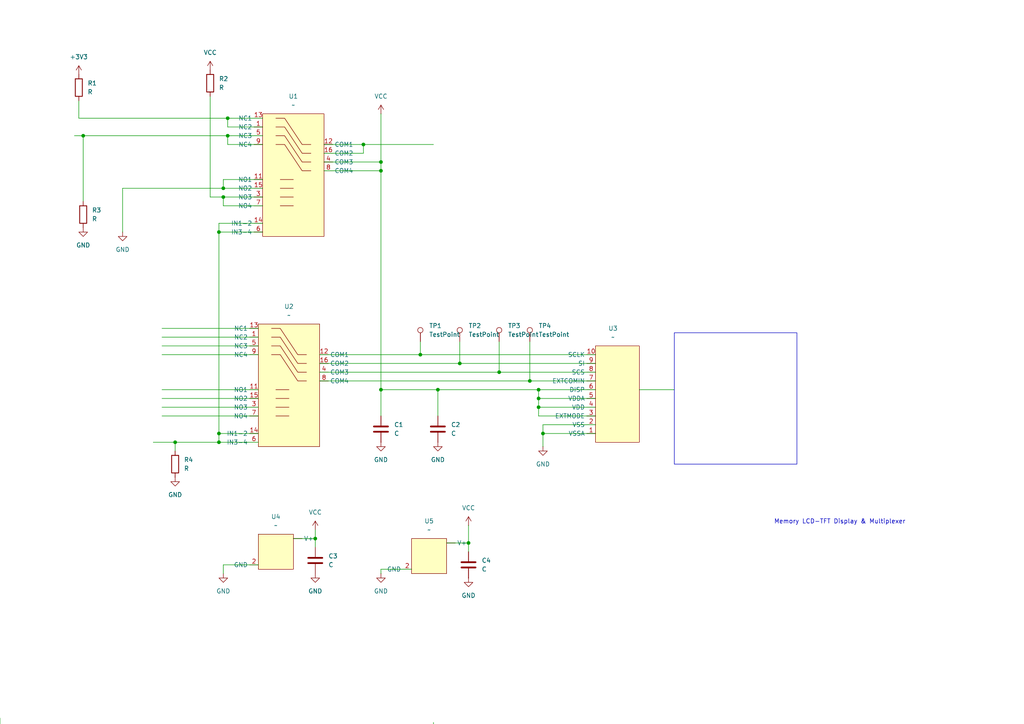
<source format=kicad_sch>
(kicad_sch (version 20250114) (generator "eeschema") (generator_version "9.0")
  (paper "A4")
  (lib_symbols
    (symbol "74xGxx:74LVC2G125"
      (property "Reference" "U" (at 2.54 7.62 0))
      (property "Value" "74LVC2G125" (at 2.54 -7.62 0))
      (symbol "74LVC2G125_1_1"
        (pin input line (at -15.24 0 0) (length 7.62) (name "~") (number "2"))
        (pin input inverted (at 0 10.16 270) (length 7.62) (name "~") (number "1"))
        (pin tri_state line (at 12.7 0 180) (length 7.62) (name "~") (number "6"))
      )
      (symbol "74LVC2G125_2_1"
        (pin input line (at -15.24 0 0) (length 7.62) (name "~") (number "5"))
        (pin input inverted (at 0 10.16 270) (length 7.62) (name "~") (number "7"))
        (pin tri_state line (at 12.7 0 180) (length 7.62) (name "~") (number "3"))
      )
      (symbol "74LVC2G125_3_1"
        (pin power_in line (at 0 10.16 270) (length 5.08) (name "VCC") (number "8"))
        (pin power_in line (at 0 -10.16 90) (length 5.08) (name "GND") (number "4"))
      )
    )
    (symbol "74xGxx:74LVC2G17"
      (property "Reference" "U" (at -1.27 7.62 0))
      (property "Value" "74LVC2G17" (at 2.54 -7.62 0))
      (symbol "74LVC2G17_1_1"
        (pin input line (at -15.24 0 0) (length 7.62) (name "~") (number "1"))
        (pin output line (at 12.7 0 180) (length 7.62) (name "~") (number "6"))
      )
      (symbol "74LVC2G17_2_1"
        (pin input line (at -15.24 0 0) (length 7.62) (name "~") (number "3"))
        (pin output line (at 12.7 0 180) (length 7.62) (name "~") (number "4"))
      )
      (symbol "74LVC2G17_3_1"
        (pin power_in line (at 0 10.16 270) (length 5.08) (name "VCC") (number "5"))
        (pin power_in line (at 0 -10.16 90) (length 5.08) (name "GND") (number "2"))
      )
    )
    (symbol "Amplifier_Operational:OPA1662DGK" (pin_names (offset 0.127))
      (property "Reference" "U" (at 0 5.08 0))
      (property "Value" "OPA1662DGK" (at 0 -5.08 0))
      (symbol "OPA1662DGK_1_1"
        (pin input line (at -7.62 2.54 0) (length 2.54) (name "+") (number "3"))
        (pin input line (at -7.62 -2.54 0) (length 2.54) (name "-") (number "2"))
        (pin output line (at 7.62 0 180) (length 2.54) (name "~") (number "1"))
      )
      (symbol "OPA1662DGK_2_1"
        (pin input line (at -7.62 2.54 0) (length 2.54) (name "+") (number "5"))
        (pin input line (at -7.62 -2.54 0) (length 2.54) (name "-") (number "6"))
        (pin output line (at 7.62 0 180) (length 2.54) (name "~") (number "7"))
      )
      (symbol "OPA1662DGK_3_1"
        (pin power_in line (at -2.54 7.62 270) (length 3.81) (name "V+") (number "8"))
        (pin power_in line (at -2.54 -7.62 90) (length 3.81) (name "V-") (number "4"))
      )
    )
    (symbol "Amplifier_Operational:TLV6001DCK" (pin_names (offset 0.127))
      (property "Reference" "U" (at 7.62 2.54 0))
      (property "Value" "TLV6001DCK" (at 11.43 -2.54 0))
      (symbol "TLV6001DCK_1_1"
        (pin input line (at -5.08 2.54 0) (length 2.54) (name "+") (number "1"))
        (pin input line (at -5.08 -2.54 0) (length 2.54) (name "-") (number "3"))
        (pin power_in line (at 0 7.62 270) (length 3.81) (name "V+") (number "5"))
        (pin power_in line (at 0 -7.62 90) (length 3.81) (name "V-") (number "2"))
        (pin output line (at 10.16 0 180) (length 2.54) (name "~") (number "4"))
      )
    )
    (symbol "Connector:TestPoint" (pin_numbers (hide yes)) (pin_names (offset 0.762) (hide yes))
      (property "Reference" "TP" (at 0 6.858 0))
      (property "Value" "TestPoint" (at 0 5.08 0))
      (symbol "TestPoint_1_1"
        (pin passive line (at 0 0 90) (length 2.54) (name "1") (number "1"))
      )
    )
    (symbol "Connector:TestPoint_Probe" (pin_numbers (hide yes)) (pin_names (offset 0.762) (hide yes))
      (property "Reference" "TP" (at 1.651 5.842 0))
      (property "Value" "TestPoint_Probe" (at 1.651 4.064 0))
      (symbol "TestPoint_Probe_1_1"
        (pin passive line (at 0 0 90) (length 0) (name "1") (number "1"))
      )
    )
    (symbol "Device:Battery_Cell" (pin_numbers (hide yes)) (pin_names (offset 0) (hide yes))
      (property "Reference" "BT" (at 2.54 2.54 0))
      (property "Value" "Battery_Cell" (at 2.54 0 0))
      (symbol "Battery_Cell_1_1"
        (pin passive line (at 0 5.08 270) (length 2.54) (name "+") (number "1"))
        (pin passive line (at 0 -2.54 90) (length 2.54) (name "-") (number "2"))
      )
    )
    (symbol "Device:C" (pin_numbers (hide yes)) (pin_names (offset 0.254))
      (property "Reference" "C" (at 0.635 2.54 0))
      (property "Value" "C" (at 0.635 -2.54 0))
      (symbol "C_1_1"
        (pin passive line (at 0 3.81 270) (length 2.794) (name "~") (number "1"))
        (pin passive line (at 0 -3.81 90) (length 2.794) (name "~") (number "2"))
      )
    )
    (symbol "Device:Crystal" (pin_numbers (hide yes)) (pin_names (offset 1.016) (hide yes))
      (property "Reference" "Y" (at 0 3.81 0))
      (property "Value" "Crystal" (at 0 -3.81 0))
      (symbol "Crystal_1_1"
        (pin passive line (at -3.81 0 0) (length 1.27) (name "1") (number "1"))
        (pin passive line (at 3.81 0 180) (length 1.27) (name "2") (number "2"))
      )
    )
    (symbol "Device:D_Filled" (pin_numbers (hide yes)) (pin_names (offset 1.016) (hide yes))
      (property "Reference" "D" (at 0 2.54 0))
      (property "Value" "D_Filled" (at 0 -2.54 0))
      (symbol "D_Filled_1_1"
        (pin passive line (at -3.81 0 0) (length 2.54) (name "K") (number "1"))
        (pin passive line (at 3.81 0 180) (length 2.54) (name "A") (number "2"))
      )
    )
    (symbol "Device:D_Schottky_Filled" (pin_numbers (hide yes)) (pin_names (offset 1.016) (hide yes))
      (property "Reference" "D" (at 0 2.54 0))
      (property "Value" "D_Schottky_Filled" (at 0 -2.54 0))
      (symbol "D_Schottky_Filled_1_1"
        (pin passive line (at -3.81 0 0) (length 2.54) (name "K") (number "1"))
        (pin passive line (at 3.81 0 180) (length 2.54) (name "A") (number "2"))
      )
    )
    (symbol "Device:D_Schottky_Small" (pin_numbers (hide yes)) (pin_names (offset 0.254) (hide yes))
      (property "Reference" "D" (at -1.27 2.032 0))
      (property "Value" "D_Schottky_Small" (at -7.112 -2.032 0))
      (symbol "D_Schottky_Small_1_1"
        (pin passive line (at -2.54 0 0) (length 1.778) (name "K") (number "1"))
        (pin passive line (at 2.54 0 180) (length 1.778) (name "A") (number "2"))
      )
    )
    (symbol "Device:LED" (pin_numbers (hide yes)) (pin_names (offset 1.016) (hide yes))
      (property "Reference" "D" (at 0 2.54 0))
      (property "Value" "LED" (at 0 -2.54 0))
      (symbol "LED_1_1"
        (pin passive line (at -3.81 0 0) (length 2.54) (name "K") (number "1"))
        (pin passive line (at 3.81 0 180) (length 2.54) (name "A") (number "2"))
      )
    )
    (symbol "Device:L_Iron" (pin_numbers (hide yes)) (pin_names (offset 1.016) (hide yes))
      (property "Reference" "L" (at -1.27 0 90))
      (property "Value" "L_Iron" (at 2.794 0 90))
      (symbol "L_Iron_1_1"
        (pin passive line (at 0 3.81 270) (length 1.27) (name "1") (number "1"))
        (pin passive line (at 0 -3.81 90) (length 1.27) (name "2") (number "2"))
      )
    )
    (symbol "Device:R" (pin_numbers (hide yes)) (pin_names (offset 0))
      (property "Reference" "R" (at 2.032 0 90))
      (property "Value" "R" (at 0 0 90))
      (symbol "R_1_1"
        (pin passive line (at 0 3.81 270) (length 1.27) (name "~") (number "1"))
        (pin passive line (at 0 -3.81 90) (length 1.27) (name "~") (number "2"))
      )
    )
    (symbol "Diode:SB120" (pin_numbers (hide yes)) (pin_names (offset 1.016) (hide yes))
      (property "Reference" "D" (at 0 2.54 0))
      (property "Value" "SB120" (at 0 -2.54 0))
      (symbol "SB120_1_1"
        (pin passive line (at -3.81 0 0) (length 2.54) (name "K") (number "1"))
        (pin passive line (at 3.81 0 180) (length 2.54) (name "A") (number "2"))
      )
    )
    (symbol "KLS12-TL381-1x1__1"
      (property "Reference" "U" (at 0 0 0))
      (symbol "KLS12-TL381-1x1__1_1_1"
        (pin input line (at -26.67 -7.62 0) (length 2.54) (name "TD+") (number "1"))
        (pin input line (at -26.67 -11.43 0) (length 2.54) (name "TCT") (number "4"))
        (pin input line (at -26.67 -15.24 0) (length 2.54) (name "TD-") (number "2"))
        (pin input line (at -26.67 -19.05 0) (length 2.54) (name "RD+") (number "3"))
        (pin input line (at -26.67 -22.86 0) (length 2.54) (name "RCT") (number "5"))
        (pin input line (at -26.67 -26.67 0) (length 2.54) (name "RD-") (number "6"))
        (pin input line (at -26.67 -30.48 0) (length 2.54) (name "NC") (number "7"))
        (pin input line (at -26.67 -34.29 0) (length 2.54) (name "GND") (number "8"))
        (pin input line (at 25.4 -33.02 0) (length 2.54) (name "SGND") (number "9"))
        (pin input line (at 25.4 -35.56 0) (length 2.54) (name "SGND") (number "10"))
      )
    )
    (symbol "Mechanical:MountingHole" (pin_names (offset 1.016)) (in_bom no)
      (property "Reference" "H" (at 0 5.08 0))
      (property "Value" "MountingHole" (at 0 3.175 0))
    )
    (symbol "Switch:SW_Push" (pin_numbers (hide yes)) (pin_names (offset 1.016) (hide yes))
      (property "Reference" "SW" (at 1.27 2.54 0))
      (property "Value" "SW_Push" (at 0 -1.524 0))
      (symbol "SW_Push_0_1"
        (pin passive line (at -5.08 0 0) (length 2.54) (name "1") (number "1"))
        (pin passive line (at 5.08 0 180) (length 2.54) (name "2") (number "2"))
      )
    )
    (symbol "TS3A4751_1"
      (property "Reference" "U" (at 0 0 0))
      (symbol "TS3A4751_1_1_1"
        (pin input line (at -5.08 -5.08 180) (length 2.54) (name "COM1") (number "2"))
        (pin input line (at -5.08 -7.62 180) (length 2.54) (name "COM2") (number "4"))
        (pin input line (at -5.08 -10.16 180) (length 2.54) (name "COM3") (number "9"))
        (pin input line (at -5.08 -12.7 180) (length 2.54) (name "COM4") (number "10"))
        (pin input line (at -5.08 -15.24 0) (length 2.54) (name "IN1") (number "13"))
        (pin input line (at -5.08 -17.78 0) (length 2.54) (name "IN2") (number "5"))
        (pin input line (at -5.08 -20.32 0) (length 2.54) (name "IN3") (number "6"))
        (pin input line (at -5.08 -22.86 0) (length 2.54) (name "IN4") (number "12"))
        (pin input line (at 5.08 -5.08 0) (length 2.54) (name "NO1") (number "1"))
        (pin input line (at 5.08 -7.62 0) (length 2.54) (name "NO2") (number "3"))
        (pin input line (at 5.08 -10.16 0) (length 2.54) (name "NO3") (number "8"))
        (pin input line (at 5.08 -12.7 0) (length 2.54) (name "NO4") (number "11"))
      )
    )
    (symbol "power:+1V2" (power) (pin_numbers (hide yes)) (pin_names (offset 0) (hide yes))
      (property "Value" "+1V2" (at 0 3.556 0))
      (symbol "+1V2_1_1"
        (pin power_in line (at 0 0 90) (length 0) (name "~") (number "1"))
      )
    )
    (symbol "power:+3.3V" (power) (pin_numbers (hide yes)) (pin_names (offset 0) (hide yes))
      (property "Value" "+3.3V" (at 0 3.556 0))
      (symbol "+3.3V_1_1"
        (pin power_in line (at 0 0 90) (length 0) (name "~") (number "1"))
      )
    )
    (symbol "power:+3.3VA" (power) (pin_numbers (hide yes)) (pin_names (offset 0) (hide yes))
      (property "Value" "+3.3VA" (at 0 3.556 0))
      (symbol "+3.3VA_1_1"
        (pin power_in line (at 0 0 90) (length 0) (name "~") (number "1"))
      )
    )
    (symbol "power:+3V3" (power) (pin_numbers (hide yes)) (pin_names (offset 0) (hide yes))
      (property "Value" "+3V3" (at 0 3.556 0))
      (symbol "+3V3_1_1"
        (pin power_in line (at 0 0 90) (length 0) (name "~") (number "1"))
      )
    )
    (symbol "power:+5V" (power) (pin_numbers (hide yes)) (pin_names (offset 0) (hide yes))
      (property "Value" "+5V" (at 0 3.556 0))
      (symbol "+5V_1_1"
        (pin power_in line (at 0 0 90) (length 0) (name "~") (number "1"))
      )
    )
    (symbol "power:GND" (power) (pin_numbers (hide yes)) (pin_names (offset 0) (hide yes))
      (property "Value" "GND" (at 0 -3.81 0))
      (symbol "GND_1_1"
        (pin power_in line (at 0 0 270) (length 0) (name "~") (number "1"))
      )
    )
    (symbol "power:VBUS" (power) (pin_numbers (hide yes)) (pin_names (offset 0) (hide yes))
      (property "Value" "VBUS" (at 0 3.556 0))
      (symbol "VBUS_1_1"
        (pin power_in line (at 0 0 90) (length 0) (name "~") (number "1"))
      )
    )
    (symbol "power:VCC" (power) (pin_numbers (hide yes)) (pin_names (offset 0) (hide yes))
      (property "Value" "VCC" (at 0 3.556 0))
      (symbol "VCC_1_1"
        (pin power_in line (at 0 0 90) (length 0) (name "~") (number "1"))
      )
    )
    (symbol "silicon-bg22_components:74LVC1T45"
      (property "Reference" "U" (at 0 0 0))
      (symbol "74LVC1T45_1_1"
        (pin input line (at -7.62 -7.62 180) (length 2.54) (name "B") (number "C2"))
        (pin input line (at 7.62 -7.62 0) (length 2.54) (name "A") (number "C1"))
        (pin input line (at 7.62 -16.51 0) (length 2.54) (name "DIR") (number "B2"))
      )
    )
    (symbol "silicon-bg22_components:74LVC2G125"
      (property "Reference" "U" (at 0 0 0))
      (symbol "74LVC2G125_1_1"
        (pin input line (at -3.81 -10.16 180) (length 2.54) (name "GND") (number "D1"))
        (pin input line (at 3.81 -3.81 0) (length 2.54) (name "VCC") (number "A2"))
      )
    )
    (symbol "silicon-bg22_components:74LVC406"
      (property "Reference" "U" (at 0 0 0))
      (symbol "74LVC406_1_1"
        (pin input line (at -6.35 -3.81 180) (length 2.54) (name "1Z") (number "2"))
        (pin input line (at -6.35 -6.35 180) (length 2.54) (name "2Z") (number "3"))
        (pin input line (at -6.35 -8.89 180) (length 2.54) (name "3Z") (number "9"))
        (pin input line (at -6.35 -11.43 180) (length 2.54) (name "4Z") (number "10"))
        (pin input line (at 6.35 -3.81 0) (length 2.54) (name "1Y") (number "1"))
        (pin input line (at 6.35 -6.35 0) (length 2.54) (name "2Y") (number "4"))
        (pin input line (at 6.35 -8.89 0) (length 2.54) (name "3Y") (number "8"))
        (pin input line (at 6.35 -11.43 0) (length 2.54) (name "4Y") (number "11"))
        (pin input line (at 6.35 -15.24 0) (length 2.54) (name "1E") (number "13"))
        (pin input line (at 6.35 -17.78 0) (length 2.54) (name "2E") (number "5"))
        (pin input line (at 6.35 -20.32 0) (length 2.54) (name "3E") (number "6"))
        (pin input line (at 6.35 -22.86 0) (length 2.54) (name "4E") (number "12"))
      )
    )
    (symbol "silicon-bg22_components:74LVC8T245"
      (property "Reference" "U" (at 0 0 0))
      (symbol "74LVC8T245_1_1"
        (pin input line (at -5.08 -2.54 180) (length 2.54) (name "B1") (number "21"))
        (pin input line (at -5.08 -5.08 180) (length 2.54) (name "B2") (number "20"))
        (pin input line (at -5.08 -7.62 180) (length 2.54) (name "B3") (number "19"))
        (pin input line (at -5.08 -10.16 180) (length 2.54) (name "B4") (number "18"))
        (pin input line (at -5.08 -12.7 180) (length 2.54) (name "B5") (number "17"))
        (pin input line (at -5.08 -15.24 180) (length 2.54) (name "B6") (number "16"))
        (pin input line (at -5.08 -17.78 180) (length 2.54) (name "B7") (number "15"))
        (pin input line (at -5.08 -20.32 180) (length 2.54) (name "B8") (number "14"))
        (pin input line (at 5.08 -2.54 0) (length 2.54) (name "A1") (number "3"))
        (pin input line (at 5.08 -5.08 0) (length 2.54) (name "A2") (number "4"))
        (pin input line (at 5.08 -7.62 0) (length 2.54) (name "A3") (number "5"))
        (pin input line (at 5.08 -10.16 0) (length 2.54) (name "A4") (number "6"))
        (pin input line (at 5.08 -12.7 0) (length 2.54) (name "A5") (number "7"))
        (pin input line (at 5.08 -15.24 0) (length 2.54) (name "A6") (number "8"))
        (pin input line (at 5.08 -17.78 0) (length 2.54) (name "A7") (number "9"))
        (pin input line (at 5.08 -20.32 0) (length 2.54) (name "A8") (number "10"))
        (pin input line (at 5.08 -24.13 0) (length 2.54) (name "OE_bar") (number "22"))
        (pin input line (at 5.08 -26.67 0) (length 2.54) (name "DIR") (number "2"))
      )
    )
    (symbol "silicon-bg22_components:74LVC8T245A"
      (property "Reference" "U" (at 0 0 0))
      (symbol "74LVC8T245A_1_1"
        (pin input line (at -7.62 -5.08 180) (length 2.54) (name "B1") (number "21"))
        (pin input line (at -7.62 -7.62 180) (length 2.54) (name "B2") (number "20"))
        (pin input line (at -7.62 -10.16 180) (length 2.54) (name "B3") (number "19"))
        (pin input line (at -7.62 -12.7 180) (length 2.54) (name "B4") (number "18"))
        (pin input line (at -7.62 -15.24 180) (length 2.54) (name "B5") (number "17"))
        (pin input line (at -7.62 -17.78 180) (length 2.54) (name "B6") (number "16"))
        (pin input line (at -7.62 -20.32 180) (length 2.54) (name "B7") (number "15"))
        (pin input line (at -7.62 -22.86 180) (length 2.54) (name "B8") (number "14"))
        (pin input line (at 7.62 -5.08 0) (length 2.54) (name "A1") (number "3"))
        (pin input line (at 7.62 -7.62 0) (length 2.54) (name "A2") (number "4"))
        (pin input line (at 7.62 -10.16 0) (length 2.54) (name "A3") (number "5"))
        (pin input line (at 7.62 -12.7 0) (length 2.54) (name "A4") (number "6"))
        (pin input line (at 7.62 -15.24 0) (length 2.54) (name "A5") (number "7"))
        (pin input line (at 7.62 -17.78 0) (length 2.54) (name "A6") (number "8"))
        (pin input line (at 7.62 -20.32 0) (length 2.54) (name "A7") (number "9"))
        (pin input line (at 7.62 -22.86 0) (length 2.54) (name "A8") (number "10"))
        (pin input line (at 7.62 -27.94 0) (length 2.54) (name "OE_bar") (number "22"))
        (pin input line (at 7.62 -30.48 0) (length 2.54) (name "DIR") (number "2"))
      )
    )
    (symbol "silicon-bg22_components:74LVC8T245B"
      (property "Reference" "U" (at 0 0 0))
      (symbol "74LVC8T245B_1_1"
        (pin input line (at -5.08 -6.35 180) (length 2.54) (name "PAD") (number "25"))
        (pin input line (at -5.08 -11.43 180) (length 2.54) (name "GND") (number "11"))
        (pin input line (at -5.08 -13.97 180) (length 2.54) (name "GND") (number "12"))
        (pin input line (at -5.08 -16.51 180) (length 2.54) (name "GND") (number "13"))
        (pin input line (at 5.08 -2.54 0) (length 2.54) (name "VCCB") (number "23"))
        (pin input line (at 5.08 -5.08 0) (length 2.54) (name "VCCB") (number "24"))
        (pin input line (at 5.08 -8.89 0) (length 2.54) (name "VCCA") (number "1"))
      )
    )
    (symbol "silicon-bg22_components:FUSB2805"
      (property "Reference" "U" (at 0 0 0))
      (symbol "FUSB2805_1_1"
        (pin input line (at -8.89 -6.35 180) (length 2.54) (name "CLOCK") (number "27"))
        (pin input line (at -8.89 -10.16 180) (length 2.54) (name "D0") (number "2"))
        (pin input line (at -8.89 -12.7 180) (length 2.54) (name "D1") (number "1"))
        (pin input line (at -8.89 -15.24 180) (length 2.54) (name "D2") (number "32"))
        (pin input line (at -8.89 -17.78 180) (length 2.54) (name "D3") (number "30"))
        (pin input line (at -8.89 -20.32 180) (length 2.54) (name "D4") (number "26"))
        (pin input line (at -8.89 -22.86 180) (length 2.54) (name "D5") (number "25"))
        (pin input line (at -8.89 -25.4 180) (length 2.54) (name "D6") (number "24"))
        (pin input line (at -8.89 -27.94 180) (length 2.54) (name "D7") (number "23"))
        (pin input line (at -8.89 -31.75 180) (length 2.54) (name "DIR") (number "18"))
        (pin input line (at -8.89 -34.29 180) (length 2.54) (name "STP") (number "21"))
        (pin input line (at -8.89 -36.83 180) (length 2.54) (name "NXT") (number "22"))
        (pin input line (at -8.89 -41.91 180) (length 2.54) (name "CLKIN") (number "15"))
        (pin input line (at -8.89 -45.72 180) (length 2.54) (name "CHIP_SELECT_N") (number "31"))
        (pin input line (at -8.89 -49.53 180) (length 2.54) (name "RESET_N") (number "19"))
        (pin input line (at 8.89 -6.35 0) (length 2.54) (name "VBUS") (number "13"))
        (pin input line (at 8.89 -10.16 0) (length 2.54) (name "DM") (number "4"))
        (pin input line (at 8.89 -12.7 0) (length 2.54) (name "DP") (number "6"))
        (pin input line (at 8.89 -22.86 0) (length 2.54) (name "ID") (number "8"))
        (pin input line (at 8.89 -34.29 0) (length 2.54) (name "PSW") (number "14"))
      )
    )
    (symbol "silicon-bg22_components:FUSB2805#2"
      (property "Reference" "U" (at 0 0 0))
      (symbol "FUSB2805#2_1_1"
        (pin input line (at -6.35 -2.54 180) (length 2.54) (name "VDD1V2") (number "17"))
        (pin input line (at -6.35 -6.35 180) (length 2.54) (name "VCC3V3") (number "12"))
        (pin input line (at -6.35 -11.43 180) (length 2.54) (name "TEST") (number "10"))
        (pin input line (at -6.35 -13.97 180) (length 2.54) (name "IC") (number "16"))
        (pin input line (at -6.35 -17.78 180) (length 2.54) (name "GND") (number "33"))
        (pin input line (at 6.35 -2.54 0) (length 2.54) (name "VCC") (number "7"))
        (pin input line (at 6.35 -5.08 0) (length 2.54) (name "VCC") (number "9"))
        (pin input line (at 6.35 -8.89 0) (length 2.54) (name "VIO") (number "3"))
        (pin input line (at 6.35 -11.43 0) (length 2.54) (name "VIO") (number "20"))
        (pin input line (at 6.35 -13.97 0) (length 2.54) (name "VIO") (number "29"))
      )
    )
    (symbol "silicon-bg22_components:JST-PH"
      (property "Reference" "U" (at 0 0 0))
      (symbol "JST-PH_1_1"
        (pin input line (at -12.7 -15.24 180) (length 2.54) (name "") (number "3"))
        (pin input line (at -12.7 -30.48 180) (length 2.54) (name "") (number "4"))
        (pin input line (at 12.7 -15.24 0) (length 2.54) (name "") (number "2"))
        (pin input line (at 12.7 -30.48 0) (length 2.54) (name "") (number "1"))
      )
    )
    (symbol "silicon-bg22_components:KSZ8081RNA"
      (property "Reference" "U" (at 0 0 0))
      (symbol "KSZ8081RNA_1_1"
        (pin input line (at -12.7 -5.08 180) (length 2.54) (name "RXD0") (number "13"))
        (pin input line (at -12.7 -7.62 180) (length 2.54) (name "RXD1") (number "12"))
        (pin input line (at -12.7 -10.16 180) (length 2.54) (name "RXER") (number "17"))
        (pin input line (at -12.7 -13.97 180) (length 2.54) (name "TXD0") (number "20"))
        (pin input line (at -12.7 -16.51 180) (length 2.54) (name "TXD1") (number "21"))
        (pin input line (at -12.7 -19.05 180) (length 2.54) (name "TXEN") (number "19"))
        (pin input line (at -12.7 -22.86 180) (length 2.54) (name "CRS_DV/PHYAD(1:0)") (number "15"))
        (pin input line (at -12.7 -26.67 180) (length 2.54) (name "INTRP") (number "18"))
        (pin input line (at -12.7 -30.48 180) (length 2.54) (name "REF_CLK") (number "16"))
        (pin input line (at -12.7 -35.56 180) (length 2.54) (name "MDIO") (number "10"))
        (pin input line (at -12.7 -38.1 180) (length 2.54) (name "MDC") (number "11"))
        (pin input line (at -12.7 -43.18 180) (length 2.54) (name "RST#") (number "24"))
        (pin input line (at 12.7 -5.08 0) (length 2.54) (name "LED0/ANEN_SPEED") (number "23"))
        (pin input line (at 12.7 -13.97 0) (length 2.54) (name "TXP") (number "6"))
        (pin input line (at 12.7 -16.51 0) (length 2.54) (name "TXM") (number "5"))
        (pin input line (at 12.7 -20.32 0) (length 2.54) (name "RXP") (number "4"))
        (pin input line (at 12.7 -22.86 0) (length 2.54) (name "RXM") (number "3"))
        (pin input line (at 12.7 -33.02 0) (length 2.54) (name "XO") (number "7"))
        (pin input line (at 12.7 -35.56 0) (length 2.54) (name "XI") (number "8"))
        (pin input line (at 12.7 -43.18 0) (length 2.54) (name "REXT") (number "9"))
      )
    )
    (symbol "silicon-bg22_components:KSZ8081RNA2"
      (property "Reference" "U" (at 0 0 0))
      (symbol "KSZ8081RNA2_1_1"
        (pin input line (at -8.89 -3.81 180) (length 2.54) (name "VDD_1.2") (number "1"))
        (pin input line (at -8.89 -12.7 180) (length 2.54) (name "GND") (number "22"))
        (pin input line (at -8.89 -15.24 180) (length 2.54) (name "P_GND") (number "25"))
        (pin input line (at 8.89 -3.81 0) (length 2.54) (name "VDDA_3.3") (number "2"))
        (pin input line (at 8.89 -7.62 0) (length 2.54) (name "VDDIO") (number "14"))
      )
    )
    (symbol "silicon-bg22_components:L-KLS1-242D-1.2-10"
      (property "Reference" "U" (at 0 0 0))
      (symbol "L-KLS1-242D-1.2-10_1_1"
        (pin input line (at -6.35 -8.89 180) (length 2.54) (name "SCLK") (number "10"))
        (pin input line (at -6.35 -11.43 180) (length 2.54) (name "SI") (number "9"))
        (pin input line (at -6.35 -13.97 180) (length 2.54) (name "SCS") (number "8"))
        (pin input line (at -6.35 -16.51 180) (length 2.54) (name "EXTCOMIN") (number "7"))
        (pin input line (at -6.35 -19.05 180) (length 2.54) (name "DISP") (number "6"))
        (pin input line (at -6.35 -21.59 180) (length 2.54) (name "VDDA") (number "5"))
        (pin input line (at -6.35 -24.13 180) (length 2.54) (name "VDD") (number "4"))
        (pin input line (at -6.35 -26.67 180) (length 2.54) (name "EXTMODE") (number "3"))
        (pin input line (at -6.35 -29.21 180) (length 2.54) (name "VSS") (number "2"))
        (pin input line (at -6.35 -31.75 180) (length 2.54) (name "VSSA") (number "1"))
      )
    )
    (symbol "silicon-bg22_components:LMV551"
      (property "Reference" "U" (at 0 0 0))
      (symbol "LMV551_1_1"
        (pin input line (at -5.08 -3.81 180) (length 2.54) (name "V+") (number "5"))
        (pin input line (at 5.08 -11.43 0) (length 2.54) (name "V-") (number "2"))
      )
    )
    (symbol "silicon-bg22_components:LP3878-ADJ"
      (property "Reference" "U" (at 0 0 0))
      (symbol "LP3878-ADJ_1_1"
        (pin input line (at -5.08 -3.81 180) (length 2.54) (name "IN") (number "4"))
        (pin input line (at -5.08 -8.89 180) (length 2.54) (name "SHDN_bar") (number "8"))
        (pin input line (at -5.08 -15.24 180) (length 2.54) (name "GND") (number "3"))
        (pin input line (at -5.08 -17.78 180) (length 2.54) (name "GND_PAD") (number "9"))
        (pin input line (at 5.08 -3.81 0) (length 2.54) (name "OUT") (number "5"))
        (pin input line (at 5.08 -7.62 0) (length 2.54) (name "ADJ") (number "6"))
        (pin input line (at 5.08 -11.43 0) (length 2.54) (name "BYPASS") (number "1"))
        (pin input line (at 5.08 -15.24 0) (length 2.54) (name "NC") (number "2"))
        (pin input line (at 5.08 -17.78 0) (length 2.54) (name "NC") (number "7"))
      )
    )
    (symbol "silicon-bg22_components:M24C02"
      (property "Reference" "U" (at 0 0 0))
      (symbol "M24C02_1_1"
        (pin input line (at -5.08 -3.81 180) (length 2.54) (name "SDA") (number "5"))
        (pin input line (at -5.08 -6.35 180) (length 2.54) (name "SCL") (number "6"))
        (pin input line (at -5.08 -11.43 180) (length 2.54) (name "A0") (number "1"))
        (pin input line (at -5.08 -13.97 180) (length 2.54) (name "A1") (number "2"))
        (pin input line (at -5.08 -16.51 180) (length 2.54) (name "A2") (number "3"))
        (pin input line (at 5.08 -16.51 0) (length 2.54) (name "WP") (number "7"))
      )
    )
    (symbol "silicon-bg22_components:MX25L3233F"
      (property "Reference" "U" (at 0 0 0))
      (symbol "MX25L3233F_1_1"
        (pin input line (at -6.35 -5.08 180) (length 2.54) (name "CS#") (number "1"))
        (pin input line (at -6.35 -6.35 180) (length 2.54) (name "SO/SIO1") (number "2"))
        (pin input line (at -6.35 -7.62 180) (length 2.54) (name "WP#/SIO2") (number "3"))
        (pin input line (at -6.35 -8.89 180) (length 2.54) (name "GND") (number "4"))
        (pin input line (at -1.27 -12.7 270) (length 2.54) (name "EP1") (number "9"))
        (pin input line (at 1.27 -12.7 270) (length 2.54) (name "EP2") (number "10"))
        (pin input line (at 6.35 -5.08 0) (length 2.54) (name "VCC") (number "8"))
        (pin input line (at 6.35 -6.35 0) (length 2.54) (name "HOLD#/SIO3") (number "7"))
        (pin input line (at 6.35 -7.62 0) (length 2.54) (name "SCLK") (number "6"))
        (pin input line (at 6.35 -8.89 0) (length 2.54) (name "SI/SIO0") (number "5"))
      )
    )
    (symbol "silicon-bg22_components:P201"
      (property "Reference" "U" (at 0 0 0))
      (symbol "P201_1_1"
        (pin input line (at -5.08 -8.89 180) (length 2.54) (name "") (number "1"))
        (pin input line (at -5.08 -11.43 180) (length 2.54) (name "") (number "3"))
        (pin input line (at -5.08 -13.97 180) (length 2.54) (name "") (number "5"))
        (pin input line (at -5.08 -16.51 180) (length 2.54) (name "") (number "7"))
        (pin input line (at -5.08 -19.05 180) (length 2.54) (name "") (number "9"))
        (pin input line (at -5.08 -21.59 180) (length 2.54) (name "") (number "11"))
        (pin input line (at -5.08 -24.13 180) (length 2.54) (name "") (number "13"))
        (pin input line (at -5.08 -26.67 180) (length 2.54) (name "") (number "15"))
        (pin input line (at -5.08 -29.21 180) (length 2.54) (name "") (number "17"))
        (pin input line (at -5.08 -31.75 180) (length 2.54) (name "") (number "19"))
        (pin input line (at -5.08 -34.29 180) (length 2.54) (name "") (number "21"))
        (pin input line (at -5.08 -36.83 180) (length 2.54) (name "") (number "23"))
        (pin input line (at -5.08 -39.37 180) (length 2.54) (name "") (number "25"))
        (pin input line (at -5.08 -41.91 180) (length 2.54) (name "") (number "27"))
        (pin input line (at -5.08 -44.45 180) (length 2.54) (name "") (number "29"))
        (pin input line (at -5.08 -46.99 180) (length 2.54) (name "") (number "31"))
        (pin input line (at -5.08 -49.53 180) (length 2.54) (name "") (number "33"))
        (pin input line (at -5.08 -52.07 180) (length 2.54) (name "") (number "35"))
        (pin input line (at -5.08 -54.61 180) (length 2.54) (name "") (number "37"))
        (pin input line (at -5.08 -57.15 180) (length 2.54) (name "") (number "39"))
        (pin input line (at 5.08 -8.89 0) (length 2.54) (name "") (number "2"))
        (pin input line (at 5.08 -11.43 0) (length 2.54) (name "") (number "4"))
        (pin input line (at 5.08 -13.97 0) (length 2.54) (name "") (number "6"))
        (pin input line (at 5.08 -16.51 0) (length 2.54) (name "") (number "8"))
        (pin input line (at 5.08 -19.05 0) (length 2.54) (name "") (number "10"))
        (pin input line (at 5.08 -21.59 0) (length 2.54) (name "") (number "12"))
        (pin input line (at 5.08 -24.13 0) (length 2.54) (name "") (number "14"))
        (pin input line (at 5.08 -26.67 0) (length 2.54) (name "") (number "16"))
        (pin input line (at 5.08 -29.21 0) (length 2.54) (name "") (number "18"))
        (pin input line (at 5.08 -31.75 0) (length 2.54) (name "") (number "20"))
        (pin input line (at 5.08 -34.29 0) (length 2.54) (name "") (number "22"))
        (pin input line (at 5.08 -36.83 0) (length 2.54) (name "") (number "24"))
        (pin input line (at 5.08 -39.37 0) (length 2.54) (name "") (number "26"))
        (pin input line (at 5.08 -41.91 0) (length 2.54) (name "") (number "28"))
        (pin input line (at 5.08 -44.45 0) (length 2.54) (name "") (number "30"))
        (pin input line (at 5.08 -46.99 0) (length 2.54) (name "") (number "32"))
        (pin input line (at 5.08 -49.53 0) (length 2.54) (name "") (number "34"))
        (pin input line (at 5.08 -52.07 0) (length 2.54) (name "") (number "36"))
        (pin input line (at 5.08 -54.61 0) (length 2.54) (name "") (number "38"))
        (pin input line (at 5.08 -57.15 0) (length 2.54) (name "") (number "40"))
      )
    )
    (symbol "silicon-bg22_components:P801"
      (property "Reference" "U" (at 0 0 0))
      (symbol "P801_1_1"
        (pin input line (at -5.08 -3.81 180) (length 2.54) (name "") (number "1"))
        (pin input line (at -5.08 -6.35 180) (length 2.54) (name "") (number "3"))
        (pin input line (at -5.08 -8.89 180) (length 2.54) (name "") (number "5"))
        (pin input line (at -5.08 -11.43 180) (length 2.54) (name "") (number "7"))
        (pin input line (at -5.08 -13.97 180) (length 2.54) (name "") (number "9"))
        (pin input line (at 5.08 -3.81 0) (length 2.54) (name "") (number "2"))
        (pin input line (at 5.08 -6.35 0) (length 2.54) (name "") (number "4"))
        (pin input line (at 5.08 -8.89 0) (length 2.54) (name "") (number "6"))
        (pin input line (at 5.08 -11.43 0) (length 2.54) (name "") (number "8"))
        (pin input line (at 5.08 -13.97 0) (length 2.54) (name "") (number "10"))
      )
    )
    (symbol "silicon-bg22_components:RP800"
      (property "Reference" "U" (at 0 0 0))
      (symbol "RP800_1_1"
        (pin input line (at -5.08 -3.81 180) (length 2.54) (name "") (number "4"))
        (pin input line (at -5.08 -6.35 180) (length 2.54) (name "") (number "3"))
        (pin input line (at -5.08 -8.89 180) (length 2.54) (name "") (number "2"))
        (pin input line (at -5.08 -11.43 180) (length 2.54) (name "") (number "1"))
        (pin input line (at 5.08 -3.81 0) (length 2.54) (name "") (number "5"))
        (pin input line (at 5.08 -6.35 0) (length 2.54) (name "") (number "6"))
        (pin input line (at 5.08 -8.89 0) (length 2.54) (name "") (number "7"))
        (pin input line (at 5.08 -11.43 0) (length 2.54) (name "") (number "8"))
      )
    )
    (symbol "silicon-bg22_components:ST1"
      (property "Reference" "U" (at 0 0 0))
      (symbol "ST1_1_1"
        (pin input line (at 0 -7.62 90) (length 2.54) (name "") (number "2"))
        (pin input line (at 0 -19.05 270) (length 2.54) (name "") (number "1"))
      )
    )
    (symbol "silicon-bg22_components:SW105"
      (property "Reference" "U" (at 0 0 0))
    )
    (symbol "silicon-bg22_components:SW_DP3T"
      (property "Reference" "U" (at 0 0 0))
      (symbol "SW_DP3T_1_1"
        (pin input line (at -6.35 -5.08 180) (length 2.54) (name "") (number "8"))
        (pin input line (at -6.35 -7.62 180) (length 2.54) (name "") (number "7"))
        (pin input line (at -6.35 -19.05 180) (length 2.54) (name "") (number "6"))
        (pin input line (at -6.35 -21.59 180) (length 2.54) (name "") (number "5"))
        (pin input line (at 6.35 -5.08 0) (length 2.54) (name "") (number "4"))
        (pin input line (at 6.35 -7.62 0) (length 2.54) (name "") (number "3"))
        (pin input line (at 6.35 -19.05 0) (length 2.54) (name "") (number "2"))
        (pin input line (at 6.35 -21.59 0) (length 2.54) (name "") (number "1"))
      )
    )
    (symbol "silicon-bg22_components:Si7021-A20-GM1"
      (property "Reference" "U" (at 0 0 0))
      (symbol "Si7021-A20-GM1_1_1"
        (pin input line (at -6.35 -3.81 180) (length 2.54) (name "SCL") (number "6"))
        (pin input line (at -6.35 -6.35 180) (length 2.54) (name "SDA") (number "1"))
        (pin input line (at -6.35 -11.43 180) (length 2.54) (name "GND") (number "2"))
        (pin input line (at 6.35 -3.81 0) (length 2.54) (name "VDD") (number "5"))
        (pin input line (at 6.35 -10.16 0) (length 2.54) (name "DNC") (number "3"))
        (pin input line (at 6.35 -12.7 0) (length 2.54) (name "DNC") (number "4"))
      )
    )
    (symbol "silicon-bg22_components:TLV70536"
      (property "Reference" "U" (at 0 0 0))
      (symbol "TLV70536_1_1"
        (pin input line (at -6.35 -3.81 180) (length 2.54) (name "IN") (number "B2"))
        (pin input line (at -6.35 -10.16 180) (length 2.54) (name "EN") (number "A2"))
        (pin input line (at 6.35 -3.81 0) (length 2.54) (name "OUT") (number "B1"))
        (pin input line (at 6.35 -15.24 0) (length 2.54) (name "GND") (number "A1"))
      )
    )
    (symbol "silicon-bg22_components:TS3A44159"
      (property "Reference" "U" (at 0 0 0))
      (symbol "TS3A44159_1_1"
        (pin input line (at -8.89 -10.16 180) (length 2.54) (name "NC1") (number "13"))
        (pin input line (at -8.89 -12.7 180) (length 2.54) (name "NC2") (number "1"))
        (pin input line (at -8.89 -15.24 180) (length 2.54) (name "NC3") (number "5"))
        (pin input line (at -8.89 -17.78 180) (length 2.54) (name "NC4") (number "9"))
        (pin input line (at -8.89 -27.94 180) (length 2.54) (name "NO1") (number "11"))
        (pin input line (at -8.89 -30.48 180) (length 2.54) (name "NO2") (number "15"))
        (pin input line (at -8.89 -33.02 180) (length 2.54) (name "NO3") (number "3"))
        (pin input line (at -8.89 -35.56 180) (length 2.54) (name "NO4") (number "7"))
        (pin input line (at -8.89 -40.64 180) (length 2.54) (name "IN1-2") (number "14"))
        (pin input line (at -8.89 -43.18 180) (length 2.54) (name "IN3-4") (number "6"))
        (pin input line (at 8.89 -17.78 0) (length 2.54) (name "COM1") (number "12"))
        (pin input line (at 8.89 -20.32 0) (length 2.54) (name "COM2") (number "16"))
        (pin input line (at 8.89 -22.86 0) (length 2.54) (name "COM3") (number "4"))
        (pin input line (at 8.89 -25.4 0) (length 2.54) (name "COM4") (number "8"))
      )
    )
    (symbol "silicon-bg22_components:TS3A4751"
      (property "Reference" "U" (at 0 0 0))
      (symbol "TS3A4751_1_1"
        (pin input line (at -5.08 -5.08 180) (length 2.54) (name "COM1") (number "2"))
        (pin input line (at -5.08 -7.62 180) (length 2.54) (name "COM2") (number "4"))
        (pin input line (at -5.08 -10.16 180) (length 2.54) (name "COM3") (number "9"))
        (pin input line (at -5.08 -12.7 180) (length 2.54) (name "COM4") (number "10"))
        (pin input line (at -5.08 -15.24 0) (length 2.54) (name "IN1") (number "13"))
        (pin input line (at -5.08 -17.78 0) (length 2.54) (name "IN2") (number "5"))
        (pin input line (at -5.08 -20.32 0) (length 2.54) (name "IN3") (number "6"))
        (pin input line (at -5.08 -22.86 0) (length 2.54) (name "IN4") (number "12"))
        (pin input line (at 5.08 -5.08 0) (length 2.54) (name "NO1") (number "1"))
        (pin input line (at 5.08 -7.62 0) (length 2.54) (name "NO2") (number "3"))
        (pin input line (at 5.08 -10.16 0) (length 2.54) (name "NO3") (number "8"))
        (pin input line (at 5.08 -12.7 0) (length 2.54) (name "NO4") (number "11"))
      )
    )
    (symbol "silicon-bg22_components:TSS3A44159"
      (property "Reference" "U" (at 0 0 0))
      (symbol "TSS3A44159_1_1"
        (pin input line (at -5.08 -11.43 180) (length 2.54) (name "GND") (number "2"))
        (pin input line (at 5.08 -3.81 0) (length 2.54) (name "V+") (number ""))
      )
    )
    (symbol "silicon-bg22_components:TSS3A4751"
      (property "Reference" "U" (at 0 0 0))
      (symbol "TSS3A4751_1_1"
        (pin input line (at -3.81 -5.08 180) (length 2.54) (name "V+") (number "14"))
        (pin input line (at 3.81 -10.16 0) (length 2.54) (name "GND") (number "7"))
      )
    )
    (symbol "silicon-bg22_components:U900F"
      (property "Reference" "U" (at 0 0 0))
      (symbol "U900F_1_1"
        (pin input line (at -11.43 -6.35 180) (length 2.54) (name "PDR_ON") (number "C6"))
        (pin input line (at -11.43 -15.24 180) (length 2.54) (name "VDDA") (number "R1"))
        (pin input line (at -11.43 -30.48 180) (length 2.54) (name "VSSA") (number ""))
        (pin input line (at -11.43 -44.45 180) (length 2.54) (name "VREF+") (number ""))
        (pin input line (at -11.43 -57.15 180) (length 2.54) (name "VREF-") (number ""))
        (pin input line (at -11.43 -64.77 180) (length 2.54) (name "NRST") (number "J1"))
        (pin input line (at -11.43 -73.66 180) (length 2.54) (name "VCAP") (number "M10"))
        (pin input line (at -11.43 -76.2 180) (length 2.54) (name "VCAP") (number "F13"))
        (pin input line (at -11.43 -78.74 180) (length 2.54) (name "BOOT0/VPP") (number ""))
        (pin input line (at 11.43 -6.35 0) (length 2.54) (name "VDD33_USB") (number "H13"))
        (pin input line (at 11.43 -11.43 0) (length 2.54) (name "VBAT") (number "C1"))
        (pin input line (at 11.43 -15.24 0) (length 2.54) (name "VDD") (number "C5"))
        (pin input line (at 11.43 -17.78 0) (length 2.54) (name "VDD") (number "C7"))
        (pin input line (at 11.43 -20.32 0) (length 2.54) (name "VDD") (number "C8"))
        (pin input line (at 11.43 -22.86 0) (length 2.54) (name "VDD") (number "C9"))
        (pin input line (at 11.43 -25.4 0) (length 2.54) (name "VDD") (number "F3"))
        (pin input line (at 11.43 -27.94 0) (length 2.54) (name "VDD") (number "G3"))
        (pin input line (at 11.43 -30.48 0) (length 2.54) (name "VDD") (number "G13"))
        (pin input line (at 11.43 -33.02 0) (length 2.54) (name "VDD") (number "J12"))
        (pin input line (at 11.43 -35.56 0) (length 2.54) (name "VDD") (number "J13"))
        (pin input line (at 11.43 -38.1 0) (length 2.54) (name "VDD") (number "K4"))
        (pin input line (at 11.43 -40.64 0) (length 2.54) (name "VDD") (number "N8"))
        (pin input line (at 11.43 -43.18 0) (length 2.54) (name "VDD") (number "N9"))
        (pin input line (at 11.43 -45.72 0) (length 2.54) (name "VDD") (number "N10"))
        (pin input line (at 11.43 -50.8 0) (length 2.54) (name "VSS") (number "D5"))
        (pin input line (at 11.43 -53.34 0) (length 2.54) (name "VSS") (number "D7"))
        (pin input line (at 11.43 -55.88 0) (length 2.54) (name "VSS") (number "D8"))
        (pin input line (at 11.43 -58.42 0) (length 2.54) (name "VSS") (number "D9"))
        (pin input line (at 11.43 -60.96 0) (length 2.54) (name "VSS") (number "F2"))
        (pin input line (at 11.43 -63.5 0) (length 2.54) (name "VSS") (number "F12"))
        (pin input line (at 11.43 -66.04 0) (length 2.54) (name "VSS") (number "G2"))
        (pin input line (at 11.43 -68.58 0) (length 2.54) (name "VSS") (number "G12"))
        (pin input line (at 11.43 -71.12 0) (length 2.54) (name "VSS") (number "H12"))
        (pin input line (at 11.43 -73.66 0) (length 2.54) (name "VSS") (number "M8"))
        (pin input line (at 11.43 -76.2 0) (length 2.54) (name "VSS") (number "M9"))
        (pin input line (at 11.43 -78.74 0) (length 2.54) (name "VSS") (number "L4"))
      )
    )
    (symbol "silicon-bg22_components:U900G"
      (property "Reference" "U" (at 0 0 0))
      (symbol "U900G_1_1"
        (pin input line (at -7.62 -2.54 180) (length 2.54) (name "VSS") (number "F6"))
        (pin input line (at -7.62 -5.08 180) (length 2.54) (name "VSS") (number "F7"))
        (pin input line (at -7.62 -7.62 180) (length 2.54) (name "VSS") (number "F8"))
        (pin input line (at -7.62 -10.16 180) (length 2.54) (name "VSS") (number "F9"))
        (pin input line (at -7.62 -12.7 180) (length 2.54) (name "VSS") (number "F10"))
        (pin input line (at -7.62 -15.24 180) (length 2.54) (name "VSS") (number "G6"))
        (pin input line (at -7.62 -17.78 180) (length 2.54) (name "VSS") (number "G7"))
        (pin input line (at -7.62 -20.32 180) (length 2.54) (name "VSS") (number "G8"))
        (pin input line (at -7.62 -22.86 180) (length 2.54) (name "VSS") (number "G9"))
        (pin input line (at -7.62 -25.4 180) (length 2.54) (name "VSS") (number "G10"))
        (pin input line (at -7.62 -27.94 180) (length 2.54) (name "VSS") (number "H6"))
        (pin input line (at -7.62 -30.48 180) (length 2.54) (name "VSS") (number "H7"))
        (pin input line (at -7.62 -33.02 180) (length 2.54) (name "VSS") (number "H8"))
        (pin input line (at 7.62 -2.54 0) (length 2.54) (name "VSS") (number "H9"))
        (pin input line (at 7.62 -5.08 0) (length 2.54) (name "VSS") (number "H10"))
        (pin input line (at 7.62 -7.62 0) (length 2.54) (name "VSS") (number "J6"))
        (pin input line (at 7.62 -10.16 0) (length 2.54) (name "VSS") (number "J7"))
        (pin input line (at 7.62 -12.7 0) (length 2.54) (name "VSS") (number "J8"))
        (pin input line (at 7.62 -15.24 0) (length 2.54) (name "VSS") (number "J9"))
        (pin input line (at 7.62 -17.78 0) (length 2.54) (name "VSS") (number "J10"))
        (pin input line (at 7.62 -20.32 0) (length 2.54) (name "VSS") (number "K6"))
        (pin input line (at 7.62 -22.86 0) (length 2.54) (name "VSS") (number "K7"))
        (pin input line (at 7.62 -25.4 0) (length 2.54) (name "VSS") (number "K8"))
        (pin input line (at 7.62 -27.94 0) (length 2.54) (name "VSS") (number "K9"))
        (pin input line (at 7.62 -30.48 0) (length 2.54) (name "VSS") (number "K10"))
      )
    )
    (symbol "silicon-bg22_components:WF2545"
      (property "Reference" "U" (at 0 0 0))
      (symbol "WF2545_1_1"
        (pin input line (at 0 -2.54 0) (length 2.54) (name "") (number "1"))
        (pin input line (at 0 -5.08 0) (length 2.54) (name "") (number "2"))
        (pin input line (at 0 -7.62 0) (length 2.54) (name "") (number "3"))
        (pin input line (at 0 -10.16 0) (length 2.54) (name "") (number "4"))
      )
    )
  )
  (rectangle (start 368.3 1493.774) (end 394.97 1510.284))
  (rectangle (start 400.05 1536.7) (end 435.61 1605.28))
  (rectangle (start 34.29 3313.43) (end 247.65 3395.98))
  (rectangle (start -121.92 1637.03) (end -81.28 1651))
  (rectangle (start 209.55 1489.456) (end 245.11 1509.776))
  (rectangle (start 195.58 96.52) (end 231.14 134.62))
  (rectangle (start 434.34 2070.1) (end 486.41 2240.28))
  (rectangle (start 78.994 3771.646) (end 202.184 3842.766))
  (rectangle (start 106.934 3877.818) (end 172.974 3905.758))
  (rectangle (start 76.2 2240.28) (end 92.71 2249.17))
  (rectangle (start -131.318 1612.138) (end -90.678 1629.918))
  (rectangle (start 35.56 3403.6) (end 247.65 3478.53))
  (rectangle (start 78.994 3678.936) (end 204.724 3748.786))
  (text "EXP header" (at 92.202 1098.804 0) (effects (font (size 1.27 1.27))))
  (text "MINI_VCOM_TX\nMINI_VCOM_RX\nMINI_PTI_FRAME\nMINI_PTI_DATA" (at 84.328 2244.598 0) (effects (font (size 1.27 1.27))))
  (text "Power Supply for Analog Swtiches" (at 149.098 1431.036 0) (effects (font (size 1.27 1.27))))
  (text "Memory LCD-TFT Display & Multiplexer" (at 243.586 151.384 0) (effects (font (size 1.27 1.27))))
  (text "M2 PC0 / ADC123_INP10 / OTG_HS_ULPI_STP\nM3 PC1 / TRACED0 / SPI2_MOSI / ETH_MDC / MDIOS_MDC / ADC123_INN10 / ADC123_INP11 / RTC_TAMP3 / WKUP5 \nM4 PC2_C / ADC3_INN1 / ADC3_INP0 \nM5 PC3_C / ADC3_INP1 \nN5 PC4 / ETH_RMII_RXD0 / ADC12_INP4 / OPAMP1_ VOUT / COMP1_INM \nP5 PC5 / ETH_RMII_RXD1 / COMP1_OUT / ADC12_INN4 / ADC12_INP8 / OPAMP1_VINM \nH15 PC6 / HRTIM_CHA1 / TIM3_CH1 / TIM8_CH1 / USART6_TX / SWPMI_IO\nG15 PC7 / TRGIO / HRTIM_CHA2 / TIM3_CH2 / TIM8_CH2 / USART6_RX / SWPMI_TX \nG14 PC8 / TRACED1 / HRTIM_CHB1 / TIM3_CH3 / TIM8_CH3 / USART6_CK / UART5_RTS / UART5_DE / SWPMI_RX\nF14 PC9 / MCO2 / TIM3_CH4 / TIM8_CH4 / I2C3_SDA / UART5_CTS / QUADSPI_BK1_IO0 / SWPMI_SUSPEND\nB14 PC10 / HRTIM_EEV1 / SPI3_SCK / USART3_TX / UART4_TX / QUADSPI_BK1_IO1 \nB13 PC11 / HRTIM_FLT2 / SPI3_MISO / USART3_RX / UART4_RX / QUADSPI_BK2_NCS \nA12 PC12 / TRACED3 / HRTIM_EEV2 / SPI3_MOSI / USART3_CK / UART5_TX \nD1 PC13 / RTC_TAMP1 / RTC_TS / WKUP2 \nE1 PC14 / OSC32_IN \nF1 PC15 / OSC32_OUT \nB12 PD0 / UART4_RX \nC12 PD1 / UART4_TX \nD12 PD2 / TRACED2 / TIM3_ETR / UART5_RX \nD11 PD3 / SPI2_SCK / USART2_CTS / USART2_NSS \nD10 PD4 / HRTIM_FLT3 / USART2_RTS / USART2_DE\nC11 PD5 / HRTIM_EEV3 / USART2_TX \nB11 PD6 / SPI3_MOSI / USART2_RX\nA11 PD7 / SPI1_MOSI / USART2_CK \nP15 PD8 / USART3_TX\nP14 PD9 / USART3_RX\nN15 PD10 / USART3_CK\nN14 PD11 / LPTIM2_IN2 / I2C4_SMBA / USART3_CTS / USART3_NSS / QUADSPI_BK1_IO0\nN13 PD12 / LPTIM1_IN1 / TIM4_CH1 / LPTIM2_IN1 / I2C4_SCL / USART3_RTS / USART3_DE / QUADSPI_BK1_IO1 \nM15 PD13 / LPTIM1_OUT / TIM4_CH2 / I2C4_SDA / QUADSPI_BK1_IO3 \nM14 PD14 / TIM4_CH3 / UART8_CTS \nL14 PD15 / TIM4_CH4 / UART8_RTS/UART8_DE" (at 146.05 3441.446 0) (effects (font (size 1.27 1.27))))
  (text "User pushbuttons" (at 105.156 377.698 0) (effects (font (size 1.27 1.27))))
  (text "Power Sense" (at 504.698 4179.316 0) (effects (font (size 1.27 1.27))))
  (text "N7    PG0\nM7  PG1 / OPAMP2_ VINM \nL15 PG2 / TIM8_BKIN / TIM8_BKIN_COMP12\nK15 PG3 / TIM8_BKIN2 / TIM8_BKIN2_COMP12\nK14 PG4 / TIM1_BKIN2 / TIM1_BKIN2_COMP12\nK13 PG5 / TIM1_ETR\nJ15 PG6 / TIM17_BKIN / HRTIM_CHE1 / QUADSPI_BK1_NCS\nJ14 PG7 / HRTIM_CHE2 / USART6_CK \nH14 PG8 / TIM8_ETR / SPI6_NSS / USART6_RTS / USART6_DE / ETH_PPS_OUT\nC10 PG9 / SPI1_MISO / USART6_RX / QUADSPI_BK2_IO2\nB10 PG10 / HRTIM_FLT5 / SPI1_NSS \nB9  PG11 / LPTIM1_IN2 / HRTIM_EEV4 / SPI1_SCK / ETH_RMII_TX_EN \nB8  PG12 / LPTIM1_IN1 / HRTIM_EEV5 / SPI6_MISO / USART6_RTS / USART6_DE / ETH_RMII_TXD1\nA8  PG13 / TRACED0 / LPTIM1_OUT / HRTIM_EEV10 / SPI6_SCK / USART6_CTS / USART6_NSS / ETH_RMII_TXD0\nA7  PG14 / TRACED1 / LPTIM1_ETR / SPI6_MOSI / USART6_TX / QUADSPI_BK2_IO3 / ETH_RMII_TXD1 \nB7  PG15 / USART6_CTS / USART6_NSS\nG1  PH0 / OSC_IN \nH1  PH1 / OSC_OUT\nF4  PH2 / LPTIM1_IN2 / QUADSPI_BK2_IO0 / ADC3_INP13\nG4  PH3 / QUADSPI_BK2_IO1 / ADC3_INN13 / ADC3_INP14\nH4  PH4 / I2C2_SCL / OTG_HS_ULPI_NXT / ADC3_INN14 / ADC3_INP15\nJ4  PH5 / I2C2_SDA / SPI5_NSS / ADC3_INN15 / ADC3_INP16\nM11 PH6 / TIM12_CH1 / I2C2_SMBA / SPI5_SCK\nN12 PH7 / I2C3_SCL / SPI5_MISO\nM12 PH8 / TIM5_ETR / I2C3_SDA\nM13 PH9 / TIM12_CH2 / I2C3_SMBA\nL13 PH10 / TIM5_CH1 / I2C4_SMBA\nL12 PH11 / TIM5_CH2 / I2C4_SCL \nK12 PH12 / TIM5_CH3 / I2C4_SDA\nE12 PH13 / TIM8_CH1N / UART4_TX\nE13 PH14 / TIM8_CH2N / UART4_RX\nD13 PH15 / TIM8_CH3" (at 140.97 3806.19 0) (effects (font (size 1.27 1.27))))
  (text "Enable signal Indicator LEDs" (at 262.636 826.77 0) (effects (font (size 1.27 1.27))))
  (text "Radio Power Switch" (at 237.998 535.178 0) (effects (font (size 1.27 1.27))))
  (text "DEBUG_TMS_SWDIO_IN\nDEBUG_TCK_SWCLK_IN\nDEBUG_TDO_SWO_IN\nDEBUG_TDI_IN\nDEBUG_RESET_IN" (at 382.27 1501.14 0) (effects (font (size 1.27 1.27))))
  (text "Breakout Connections" (at 276.606 988.822 0) (effects (font (size 1.27 1.27))))
  (text "DEBUG_TMS_SWDIO_#OE\nDEBUG_TMS_SWDIO_OUT\n\n\n\n\n\n\n\n\nDEBUG_TCK_SWCLK_OUT\nDEBUG_TCK_SWCLK_#OE\n\n\nDEBUG_TDI_OUT\nDEBUG_TDI_#OE\n\n\n\n\n\n\n\n\n\n\n\n\n\nDEBUG_RESET_#OE" (at 417.576 1568.958 0) (effects (font (size 1.27 1.27))))
  (text "N3 PA0 / TIM2_CH1/TIM2_ETR / TIM5_CH1 / TIM8_ETR / TIM15_BKIN / USART2_CTS / USART2_NSS / UART4_TX / ADC1_INP16 / WKUP0\nN2 PA1 / TIM2_CH2 / TIM5_CH2 / LPTIM3_OUT / TIM15_CH1N / USART2_RTS / USART2_DE / UART4_RX / QUADSPI_BK1_IO3 / ETH_RMII_REF_CLK / ADC1_INN16 / ADC1_INP17 \nP2 PA2 / TIM2_CH3 / TIM5_CH3 / LPTIM4_OUT / TIM15_CH1 / USART2_TX / ETH_MDIO / MDIOS_MDIO / ADC12_INP14 / WKUP1 \nR2 PA3 / TIM2_CH4 / TIM5_CH4 / LPTIM5_OUT / TIM15_CH2 / USART2_RX / OTG_HS_ULPI_D0 / ADC12_INP15 \nN4 PA4 / D1PWREN / TIM5_ETR / SPI1_NSS / SPI3_NSS / USART2_CK / SPI6_NSS / OTG_HS_SOF / ADC12_INP18 / DAC1_OUT1 \nP4 PA5 / D2PWREN / TIM2_CH1 / TIM2_ETR / TIM8_CH1N / SPI1_SCK / SPI6_SCK / OTG_HS_ULPI_CK / ADC12_INN18 / ADC12_INP19 / DAC1_OUT2 \nP3 PA6 / TIM1_BKIN / TIM3_CH1 / TIM8_BKIN / SPI1_MISO / SPI6_MISO / TIM13_CH1 / TIM8_BKIN_COMP12 / MDIOS_MDC / TIM1_BKIN_COMP12 / ADC12_INP3 \nR3 PA7 / TIM1_CH1N / TIM3_CH2 / TIM8_CH1N / SPI1_MOSI / SPI6_MOSI / TIM14_CH1 / ETH_RMII_CRS_DV / ADC12_INN3 / ADC12_INP7 / OPAMP1_VINM \nF15 PA8 / MCO1 / TIM1_CH1 / HRTIM_CHB2 / TIM8_BKIN2 / I2C3_SCL / USART1_CK / OTG_FS_SOF / UART7_RX / TIM8_BKIN2_COMP12 \nE15 PA9 / TIM1_CH2 / HRTIM_CHC1 / LPUART1_TX / I2C3_SMBA / SPI2_SCK / USART1_TX / OTG_FS_VBUS \nD15 PA10 / TIM1_CH3 / HRTIM_CHC2 / LPUART1_RX / USART1_RX / OTG_FS_ID / MDIOS_MDIO \nC15 PA11 / TIM1_CH4 / HRTIM_CHD1 / LPUART1_CTS / SPI2_NSS / UART4_RX / USART1_CTS / USART1_NSS / OTG_FS_DM \nB15 PA12 / TIM1_ETR / HRTIM_CHD2 / LPUART1_RTS/ LPUART1_DE / SPI2_SCK / UART4_TX / USART1_RTS / USART1_DE / OTG_FS_DP \nA15 PA13 / JTMS-SWDIO \nA14 PA14 / JTCK-SWCLK \nA13 PA15 / JTDI / TIM2_CH1 / TIM2_ETR / HRTIM_FLT1 / CEC / SPI1_NSS / SPI3_NSS / SPI6_NSS / UART4_RTS / UART4_DE / UART7_TX\nR5 PB0 / TIM1_CH2N / TIM3_CH3 / TIM8_CH2N / UART4_CTS / OTG_HS_ULPI_D1 / ADC12_INN5 / ADC12_INP9 / OPAMP1_VINP / COMP1_INP \nR4 PB1 / TIM1_CH3N / TIM3_CH4 / TIM8_CH3N / OTG_HS_ULPI_D2 / ADC12_INP5 / COMP1_INM \nM6 PB2 / RTC_OUT / SPI3_MOSI / QUADSPI_CLK / COMP1_INP \nA10 PB3 / JTDO / TRACESWO / TIM2_CH2 / HRTIM_FLT4 / SPI1_SCK / SPI3_SCK / SPI6_SCK / CRS_SYNC / UART7_RX \nA9 PB4 / NJTRST / TIM16_BKIN / TIM3_CH1 / HRTIM_EEV6 / SPI1_MISO_SDI / SPI3_MISO / SPI2_NSS / SPI6_MISO / UART7_TX \nA6 PB5 / TIM17_BKIN / TIM3_CH2 / HRTIM_EEV7 / I2C1_SMBA / SPI1_MOSI / I2C4_SMBA / SPI3_MOSI / SPI6_MOSI / OTG_HS_ULPI_D7 / ETH_PPS_OUT / UART5_RX \nB6 PB6 / TIM16_CH1N / TIM4_CH1 / HRTIM_EEV8 / I2C1_SCL / CEC / I2C4_SCL / USART1_TX / LPUART1_TX / QUADSPI_BK1_NCS / UART5_TX \nB5 PB7 / TIM17_CH1N / TIM4_CH2 / HRTIM_EEV9 / I2C1_SDA / I2C4_SDA / USART1_RX / LPUART1_RX / PVD_IN \nA5 PB8 / TIM16_CH1 / TIM4_CH3 / I2C1_SCL / I2C4_SCL / UART4_RX \nB4 PB9 / TIM17_CH1 / TIM4_CH4 / I2C1_SDA / SPI2_NSS / I2C4_SDA / UART4_TX / I2C4_SMBA \nR12 PB10 / TIM2_CH3 / HRTIM_SCOUT / LPTIM2_IN1 / I2C2_SCL / SPI2_SCK / USART3_TX / QUADSPI_BK1_NCS / OTG_HS_ULPI_D3 \nR13 PB11 / TIM2_CH4 / HRTIM_SCIN / LPTIM2_ETR / I2C2_SDA / USART3_RX / OTG_HS_ULPI_D4 / ETH_RMII_TX_EN \nP12 PB12 / TIM1_BKIN / I2C2_SMBA / SPI2_NSS / USART3_CK / OTG_HS_ULPI_D5 / ETH_RMII_TXD0 / OTG_HS_ID / TIM1_BKIN_COMP12 / UART5_RX \nP13 PB13 / TIM1_CH1N / LPTIM2_OUT / SPI2_SCK / USART3_CTS / USART3_NSS / OTG_HS_ULPI_D6 / ETH_RMII_TXD1 / UART5_TX / OTG_HS_VBUS \nR14 PB14 / TIM1_CH2N / TIM12_CH1 / TIM8_CH2N / USART1_TX / SPI2_MISO / USART3_RTS/ USART3_DE / UART4_RTS / UART4_DE / OTG_HS_DM\nR15 PB15 / RTC_REFIN / TIM1_CH3N / TIM12_CH2 / TIM8_CH3N / USART1_RX / SPI2_MOSI / UART4_CTS / OTG_HS_DP" (at 143.764 3354.578 0) (effects (font (size 1.27 1.27))))
  (text "VMCU Voltage Mirror" (at 262.89 1321.054 0) (effects (font (size 1.27 1.27))))
  (text "Debug Interface" (at 348.488 1749.044 0) (effects (font (size 1.27 1.27))))
  (text "DEBUG_TRACECLK\nDEBUG_TRACED[3..0]\n\n                                     DEBUG_TRACED0\n                                     DEBUG_TRACED1\n                                     DEBUG_TRACED2\n                                     DEBUG_TRACED3" (at -118.364 1621.79 0) (effects (font (size 1.27 1.27))))
  (text "USB High Speed" (at 443.738 4412.488 0) (effects (font (size 1.27 1.27))))
  (text "A4 PE0 / LPTIM1_ETR / TIM4_ETR / HRTIM_SCIN / LPTIM2_ETR / UART8_RX\nA3 PE1 / LPTIM1_IN2 / HRTIM_SCOUT / UART8_TX \nA2 PE2 / TRACECLK / SPI4_SCK / QUADSPI_BK1_IO2 \nA1 PE3 / TRACED0 / TIM15_BKIN \nB1 PE4 / TRACED1 / TIM15_CH1N / SPI4_NSS \nB2 PE5 / TRACED2 / TIM15_CH1 / SPI4_MISO \nB3 PE6 / TRACED3 / TIM1_BKIN2 / TIM15_CH2 / SPI4_MOSI / TIM1_BKIN2_COMP12\nR8 PE7 / TIM1_ETR / UART7_RX / QUADSPI_BK2_IO0 / OPAMP2_ VOUT / COMP2_INM \nP8 PE8 / TIM1_CH1N / UART7_TX / QUADSPI_BK2_IO1 / COMP2_OUT / OPAMP2_ VINM\nP9 PE9 / TIM1_CH1 / UART7_RTS/UART7_DE / QUADSPI_BK2_IO2 / OPAMP2_VINP / COMP2_INP\nR9 PE10 / TIM1_CH2N / UART7_CTS / QUADSPI_BK2_IO3 / COMP2_INM \nP10 PE11 / TIM1_CH2 / SPI4_NSS / COMP2_INP\nR10 PE12 / TIM1_CH3N / SPI4_SCK / COMP1_OUT\nN11 PE13 / TIM1_CH3 / SPI4_MISO / COMP2_OUT\nP11 PE14 / TIM1_CH4 / SPI4_MOSI\nR11 PE15 / TIM1_BKIN / TIM1_BKIN_COMP12 / COMP_TIM1_BKIN\nE2 PF0 / I2C2_SDA \nH3 PF1 / I2C2_SCL \nH2 PF2 / I2C2_SMBA \nJ2 PF3 / ADC3_INP5 \nJ3 PF4 / ADC3_INN5 / ADC3_INP9\nK3 PF5 / ADC3_INP4 \nK2 PF6 / TIM16_CH1 / SPI5_NSS / UART7_RX / QUADSPI_BK1_IO3 / ADC3_INN4 / ADC3_INP8\nK1 PF7 / TIM17_CH1 / SPI5_SCK / UART7_TX / QUADSPI_BK1_IO2 / ADC3_INP3\nL3 PF8 / TIM16_CH1N / SPI5_MISO / UART7_RTS/UART7_DE / TIM13_CH1 / QUADSPI_BK1_IO0 / ADC3_INN3 / ADC3_INP7\nL2 PF9 / TIM17_CH1N / SPI5_MOSI / UART7_CTS / TIM14_CH1 / QUADSPI_BK1_IO1 / ADC3_INP2 L2\nL1 PF10 / TIM16_BKIN / QUADSPI_CLK / ADC3_INN2 / ADC3_INP6 \nR6 PF11 / SPI5_MOSI / ADC1_INP2 \nP6 PF12 / ADC1_INN2 / ADC1_INP6 \nN6 PF13 / I2C4_SMBA / ADC2_INP2 \nR7 PF14 / I2C4_SCL / ADC2_INN2 / ADC2_INP6\nP7 PF15 / I2C4_SDA" (at 139.954 3715.258 0) (effects (font (size 1.27 1.27))))
  (text "Logic Analyzer front end" (at 294.894 3019.552 0) (effects (font (size 1.27 1.27))))
  (text "VTarget Voltage Mirror" (at 220.472 1218.184 0) (effects (font (size 1.27 1.27))))
  (text "3V3 Regulator" (at 268.732 1099.566 0) (effects (font (size 1.27 1.27))))
  (text "Buffered voltage monitoring" (at 267.208 1450.086 0) (effects (font (size 1.27 1.27))))
  (text "VCOM. PTI & Simplicity Connector" (at 398.272 2552.446 0) (effects (font (size 1.27 1.27))))
  (text "10/100 Mbit Ethernet PHY" (at 127.254 4406.138 0) (effects (font (size 1.27 1.27))))
  (text "Mini Simplicity Connector" (at 330.962 3980.942 0) (effects (font (size 1.27 1.27))))
  (text "BC_VCOM_RXD_MOSI\nBC_VCOM_RXD_MOSI_DIR\n\n\n\n\n\n\n\n\n\n\n\n\n\nBC_VCOM_TXD_MISO\nBC_VCOM_TXD_MISO_DIR\n\n\n\n\n\n\n\n\n\n\n\n\n\nBC_VCOM_RTS_SCLK\nBC_VCOM_RTS_SCLK_DIR\n\n\n\n\n\n\n\n\n\n\n\n\n\nBC_VCOM_CTS_CS\nBC_VCOM_CTS_CS_DIR\n\n\n\n\n\n\n\n\n\n\n\n\n\nBC_PTI0_FRAME\nBC_PTI0_DATA\nBC_PTI0_CLK\n\n\n\n\n\n\n\n\n\n\n\n\n\nBC_PTI1_FRAME\nBC_PTI1_DATA\nBC_PTI1_CLK" (at 458.724 2155.19 0) (effects (font (size 1.27 1.27))))
  (text "DEBUG_TMS_SWDIO_C2D\nDEBUG_TCK_SWCLK_C2CK\nDEBUG_TDO_SWO\nDEBUG_TDI_C2DPS\nDEBUG_RESET_C2CKPS" (at -108.712 1642.872 0) (effects (font (size 1.27 1.27))))
  (text "I2C EEPROM Board Identification" (at -284.226 4218.432 0) (effects (font (size 1.27 1.27))))
  (text "Joystick output buffer\n" (at 385.826 4262.882 0) (effects (font (size 1.27 1.27))))
  (text "Analog Joystick" (at 109.728 286.258 0) (effects (font (size 1.27 1.27))))
  (text "E14 PI0 / TIM5_CH4 / SPI2_NSS\nD14 PI1 / TIM8_BKIN2 / SPI2_SCK / TIM8_BKIN2_COMP12\nC14 PI2 / TIM8_CH4 / SPI2_MISO\nC13 PI3 / TIM8_ETR / SPI2_MOSI \nD4  PI4 / TIM8_BKIN / TIM8_BKIN_COMP12 \nC4  PI5 / TIM8_CH1\nC3  PI6 / TIM8_CH2 \nC2  PI7 / TIM8_CH3 \nD2  PI8 / RTC_TAMP2 / WKUP3 \nD3  PI9 / UART4_RX \nE3  PI10 \nE4  PI11 / WKUP4 / OTG_HS_ULPI_DIR" (at 141.478 3891.534 0) (effects (font (size 1.27 1.27))))
  (text "Relative Humidity & Temperature Sensor" (at 256.032 286.766 0) (effects (font (size 1.27 1.27))))
  (text "Radio Board Connectors" (at 253.238 665.734 0) (effects (font (size 1.27 1.27))))
  (text "Board Controller Power & Decoupling" (at -134.366 4245.864 0) (effects (font (size 1.27 1.27))))
  (text "Power & Decoupling" (at 266.7 1955.038 0) (effects (font (size 1.27 1.27))))
  (text "ADC reference voltage" (at 348.742 4159.504 0) (effects (font (size 1.27 1.27))))
  (text "QSPI Flash Memory" (at 692.15 4207.51 0) (effects (font (size 1.27 1.27))))
  (text "TMS_SWDIO\nTCK_SWCLK\nTDO_SWO\n\n\n\n\n#RESET" (at 227.33 1499.87 0) (effects (font (size 1.27 1.27))))
  (text "User LEDs" (at 262.636 380.238 0) (effects (font (size 1.27 1.27))))
  (junction (at 133.35 105.41))
  (junction (at 259.08 4273.55))
  (junction (at 453.39 2274.57))
  (junction (at 58.42 4386.58))
  (junction (at 50.8 128.27))
  (junction (at 12.7 4218.94))
  (junction (at 167.64 1289.05))
  (junction (at 60.96 1301.75))
  (junction (at -26.67 1577.34))
  (junction (at 72.39 1863.09))
  (junction (at 306.07 2904.49))
  (junction (at 302.26 2924.81))
  (junction (at -363.22 4166.87))
  (junction (at 121.92 102.87))
  (junction (at 321.31 4133.85))
  (junction (at 302.26 2908.3))
  (junction (at 212.09 1588.77))
  (junction (at 270.51 1581.15))
  (junction (at -63.5 3566.16))
  (junction (at 358.14 1518.92))
  (junction (at 199.39 1129.03))
  (junction (at 45.72 1577.34))
  (junction (at 12.7 4224.02))
  (junction (at 119.38 1551.94))
  (junction (at 87.63 532.13))
  (junction (at 449.58 4348.48))
  (junction (at 369.57 3205.48))
  (junction (at 31.75 2741.93))
  (junction (at 152.4 466.09))
  (junction (at -104.14 4180.84))
  (junction (at 392.43 4211.32))
  (junction (at 8.89 3172.46))
  (junction (at 110.49 46.99))
  (junction (at -104.14 4170.68))
  (junction (at 74.93 2739.39))
  (junction (at 50.8 1541.78))
  (junction (at 191.77 1555.75))
  (junction (at 17.78 2122.17))
  (junction (at 12.7 4229.1))
  (junction (at 424.18 4321.81))
  (junction (at 396.24 2898.14))
  (junction (at 356.87 2233.93))
  (junction (at 123.19 1369.06))
  (junction (at 152.4 231.14))
  (junction (at -21.59 4231.64))
  (junction (at 66.04 1551.94))
  (junction (at -29.21 2282.19))
  (junction (at 185.42 1624.33))
  (junction (at -107.95 1559.56))
  (junction (at 336.55 4224.02))
  (junction (at 195.58 897.89))
  (junction (at 325.12 4334.51))
  (junction (at -232.41 4356.1))
  (junction (at -52.07 3999.23))
  (junction (at 384.81 3224.53))
  (junction (at -215.9 4398.01))
  (junction (at 283.21 2923.54))
  (junction (at 214.63 1247.14))
  (junction (at 109.22 3177.54))
  (junction (at 318.77 4396.74))
  (junction (at 443.23 4298.95))
  (junction (at -86.36 2853.69))
  (junction (at 369.57 3208.02))
  (junction (at 200.66 970.28))
  (junction (at 285.75 2141.22))
  (junction (at -113.03 2084.07))
  (junction (at 237.49 415.29))
  (junction (at 85.09 1369.06))
  (junction (at 1.27 999.49))
  (junction (at -227.33 4367.53))
  (junction (at 185.42 1626.87))
  (junction (at 66.04 34.29))
  (junction (at 441.96 2268.22))
  (junction (at 43.18 1384.3))
  (junction (at 55.88 1577.34))
  (junction (at -223.52 4367.53))
  (junction (at -87.63 3566.16))
  (junction (at 392.43 4202.43))
  (junction (at 196.85 1129.03))
  (junction (at 295.91 4218.94))
  (junction (at 295.91 4221.48))
  (junction (at -107.95 1546.86))
  (junction (at 121.92 999.49))
  (junction (at 177.8 3213.1))
  (junction (at -78.74 1559.56))
  (junction (at 266.7 1385.57))
  (junction (at 529.59 4142.74))
  (junction (at 53.34 1625.6))
  (junction (at 135.89 157.48))
  (junction (at 207.01 641.35))
  (junction (at 72.39 1860.55))
  (junction (at 297.18 854.71))
  (junction (at 6.35 1525.27))
  (junction (at -85.09 2076.45))
  (junction (at 191.77 1553.21))
  (junction (at 158.75 2034.54))
  (junction (at -420.37 4113.53))
  (junction (at 153.67 2045.97))
  (junction (at -96.52 4128.77))
  (junction (at 233.68 4396.74))
  (junction (at 144.78 2255.52))
  (junction (at -193.04 4184.65))
  (junction (at 414.02 4066.54))
  (junction (at -240.03 4272.28))
  (junction (at 449.58 4340.86))
  (junction (at 471.17 4359.91))
  (junction (at 335.28 2087.88))
  (junction (at -240.03 4066.54))
  (junction (at -104.14 4196.08))
  (junction (at -96.52 4163.06))
  (junction (at 1.27 1338.58))
  (junction (at 414.02 4273.55))
  (junction (at 152.4 3175))
  (junction (at -73.66 2134.87))
  (junction (at 401.32 2104.39))
  (junction (at 193.04 1245.87))
  (junction (at -27.94 3999.23))
  (junction (at 171.45 466.09))
  (junction (at -356.87 4392.93))
  (junction (at 39.37 647.7))
  (junction (at 153.67 2048.51))
  (junction (at -81.28 4117.34))
  (junction (at 55.88 1549.4))
  (junction (at -106.68 4372.61))
  (junction (at 267.97 1696.72))
  (junction (at 356.87 4224.02))
  (junction (at 265.43 1497.33))
  (junction (at 156.21 118.11))
  (junction (at 24.13 39.37))
  (junction (at 185.42 1629.41))
  (junction (at 459.74 4356.1))
  (junction (at -123.19 2071.37))
  (junction (at 448.31 4136.39))
  (junction (at -21.59 4218.94))
  (junction (at -17.78 2390.14))
  (junction (at 283.21 1667.51))
  (junction (at -96.52 4135.12))
  (junction (at 694.69 4136.39))
  (junction (at 100.33 1526.54))
  (junction (at -107.95 1562.1))
  (junction (at -15.24 4394.2))
  (junction (at 251.46 1060.45))
  (junction (at -96.52 4142.74))
  (junction (at 135.89 1860.55))
  (junction (at 223.52 2762.25))
  (junction (at 148.59 2204.72))
  (junction (at 189.23 1366.52))
  (junction (at 204.47 1579.88))
  (junction (at -104.14 4183.38))
  (junction (at 39.37 2341.88))
  (junction (at 20.32 3230.88))
  (junction (at 220.98 1170.94))
  (junction (at -85.09 4140.2))
  (junction (at 20.32 2739.39))
  (junction (at 392.43 2898.14))
  (junction (at 153.67 2143.76))
  (junction (at 44.45 4386.58))
  (junction (at 100.33 1551.94))
  (junction (at 64.77 54.61))
  (junction (at -96.52 4132.58))
  (junction (at 0 558.8))
  (junction (at 194.31 1059.18))
  (junction (at -173.99 4132.58))
  (junction (at -104.14 4188.46))
  (junction (at -363.22 4126.23))
  (junction (at 441.96 2270.76))
  (junction (at 5.08 4140.2))
  (junction (at -55.88 2390.14))
  (junction (at -237.49 4347.21))
  (junction (at -123.19 2078.99))
  (junction (at 44.45 4367.53))
  (junction (at 459.74 4144.01))
  (junction (at 140.97 2334.26))
  (junction (at -168.91 4132.58))
  (junction (at 41.91 364.49))
  (junction (at -21.59 4226.56))
  (junction (at 326.39 1512.57))
  (junction (at -115.57 2081.53))
  (junction (at 256.54 1592.58))
  (junction (at 63.5 2736.85))
  (junction (at -2.54 2739.39))
  (junction (at 237.49 1338.58))
  (junction (at 210.82 3197.86))
  (junction (at 204.47 238.76))
  (junction (at -17.78 2349.5))
  (junction (at -394.97 4166.87))
  (junction (at -64.77 1522.73))
  (junction (at 133.35 1286.51))
  (junction (at 143.51 1827.53))
  (junction (at 57.15 895.35))
  (junction (at 58.42 325.12))
  (junction (at 337.82 4321.81))
  (junction (at 50.8 1384.3))
  (junction (at -21.59 4224.02))
  (junction (at -96.52 4152.9))
  (junction (at -53.34 4140.2))
  (junction (at 313.69 4226.56))
  (junction (at 430.53 4333.24))
  (junction (at -68.58 4140.2))
  (junction (at -417.83 4171.95))
  (junction (at -341.63 4392.93))
  (junction (at 6.35 2063.75))
  (junction (at 63.5 125.73))
  (junction (at 12.7 4241.8))
  (junction (at -41.91 2848.61))
  (junction (at -104.14 4191))
  (junction (at 256.54 1507.49))
  (junction (at -347.98 4169.41))
  (junction (at 525.78 4132.58))
  (junction (at -397.51 4126.23))
  (junction (at 105.41 41.91))
  (junction (at 156.21 113.03))
  (junction (at 259.08 1499.87))
  (junction (at 153.67 2051.05))
  (junction (at 234.95 1586.23))
  (junction (at 275.59 2226.31))
  (junction (at 45.72 647.7))
  (junction (at -62.23 2081.53))
  (junction (at -6.35 1577.34))
  (junction (at -41.91 1525.27))
  (junction (at 430.53 4340.86))
  (junction (at 323.85 1713.23))
  (junction (at 128.27 466.09))
  (junction (at 325.12 4349.75))
  (junction (at 144.78 107.95))
  (junction (at 194.31 2145.03))
  (junction (at 416.56 2282.19))
  (junction (at 252.73 1681.48))
  (junction (at 215.9 236.22))
  (junction (at 20.32 237.49))
  (junction (at 297.18 384.81))
  (junction (at 66.04 1577.34))
  (junction (at 392.43 4204.97))
  (junction (at 60.96 1283.97))
  (junction (at 435.61 4359.91))
  (junction (at 195.58 1245.87))
  (junction (at 71.12 364.49))
  (junction (at 31.75 2749.55))
  (junction (at 190.5 403.86))
  (junction (at 205.74 2101.85))
  (junction (at 190.5 464.82))
  (junction (at 302.26 2904.49))
  (junction (at 298.45 1226.82))
  (junction (at -21.59 4241.8))
  (junction (at 318.77 4399.28))
  (junction (at 100.33 930.91))
  (junction (at 548.64 4066.54))
  (junction (at 339.09 4133.85))
  (junction (at 450.85 4324.35))
  (junction (at -349.25 4156.71))
  (junction (at 1.27 1470.66))
  (junction (at 458.47 4168.14))
  (junction (at 302.26 2912.11))
  (junction (at 191.77 1587.5))
  (junction (at 104.14 3180.08))
  (junction (at -21.59 4244.34))
  (junction (at -96.52 4145.28))
  (junction (at 53.34 1680.21))
  (junction (at 318.77 4405.63))
  (junction (at 50.8 2122.17))
  (junction (at -33.02 2392.68))
  (junction (at 275.59 4400.55))
  (junction (at -96.52 4137.66))
  (junction (at -394.97 4171.95))
  (junction (at -154.94 1996.44))
  (junction (at 0 698.5))
  (junction (at 167.64 1369.06))
  (junction (at 135.89 1045.21))
  (junction (at 86.36 4137.66))
  (junction (at 214.63 1130.3))
  (junction (at -26.67 4140.2))
  (junction (at 13.97 325.12))
  (junction (at 54.61 325.12))
  (junction (at 45.72 466.09))
  (junction (at 265.43 1412.24))
  (junction (at 262.89 1045.21))
  (junction (at 76.2 1577.34))
  (junction (at 1.27 854.71))
  (junction (at -420.37 4269.74))
  (junction (at -16.51 4163.06))
  (junction (at 45.72 1546.86))
  (junction (at 208.28 2094.23))
  (junction (at 19.05 1648.46))
  (junction (at 194.31 1045.21))
  (junction (at 8.89 2736.85))
  (junction (at -435.61 4116.07))
  (junction (at 276.86 4220.21))
  (junction (at 36.83 1419.86))
  (junction (at 326.39 1510.03))
  (junction (at 318.77 4403.09))
  (junction (at -208.28 4184.65))
  (junction (at 67.31 1384.3))
  (junction (at 337.82 4396.74))
  (junction (at 74.93 322.58))
  (junction (at 374.65 4199.89))
  (junction (at -96.52 4147.82))
  (junction (at 62.23 967.74))
  (junction (at -58.42 4163.06))
  (junction (at 12.7 4221.48))
  (junction (at 515.62 4132.58))
  (junction (at 416.56 4340.86))
  (junction (at 20.32 1680.21))
  (junction (at -406.4 4113.53))
  (junction (at 39.37 2122.17))
  (junction (at -83.82 1554.48))
  (junction (at 82.55 1901.19))
  (junction (at 54.61 930.91))
  (junction (at 1.27 1226.82))
  (junction (at -17.78 2385.06))
  (junction (at 328.93 4224.02))
  (junction (at 261.62 1588.77))
  (junction (at 67.31 1167.13))
  (junction (at -96.52 4150.36))
  (junction (at 266.7 1393.19))
  (junction (at 12.7 4226.56))
  (junction (at 182.88 482.6))
  (junction (at -96.52 4157.98))
  (junction (at 29.21 2122.17))
  (junction (at -73.66 2078.99))
  (junction (at 459.74 4136.39))
  (junction (at 459.74 4359.91))
  (junction (at 63.5 1369.06))
  (junction (at 55.88 364.49))
  (junction (at 248.92 1592.58))
  (junction (at 201.93 2136.14))
  (junction (at -21.59 4246.88))
  (junction (at 421.64 4359.91))
  (junction (at -107.95 1564.64))
  (junction (at 191.77 1558.29))
  (junction (at 24.13 1648.46))
  (junction (at 219.71 2226.31))
  (junction (at 67.31 1184.91))
  (junction (at 39.37 325.12))
  (junction (at 186.69 1366.52))
  (junction (at 153.67 2138.68))
  (junction (at -402.59 4166.87))
  (junction (at 1.27 1471.93))
  (junction (at 31.75 3175))
  (junction (at 43.18 2744.47))
  (junction (at 247.65 4396.74))
  (junction (at 349.25 4396.74))
  (junction (at 39.37 2071.37))
  (junction (at -96.52 4140.2))
  (junction (at 125.73 4132.58))
  (junction (at -43.18 4163.06))
  (junction (at 63.5 67.31))
  (junction (at -16.51 1577.34))
  (junction (at -107.95 1551.94))
  (junction (at -60.96 2355.85))
  (junction (at 144.78 2258.06))
  (junction (at -53.34 2844.8))
  (junction (at -153.67 4174.49))
  (junction (at 90.17 466.09))
  (junction (at 265.43 1419.86))
  (junction (at 153.67 2053.59))
  (junction (at 96.52 1384.3))
  (junction (at 259.08 236.22))
  (junction (at 154.94 3177.54))
  (junction (at -21.59 4236.72))
  (junction (at 203.2 2103.12))
  (junction (at -62.23 2134.87))
  (junction (at 71.12 1901.19))
  (junction (at 392.43 2909.57))
  (junction (at 173.99 1172.21))
  (junction (at 251.46 1057.91))
  (junction (at 369.57 3224.53))
  (junction (at 153.67 2199.64))
  (junction (at 237.49 1471.93))
  (junction (at 125.73 297.18))
  (junction (at -21.59 4221.48))
  (junction (at 41.91 237.49))
  (junction (at -397.51 4123.69))
  (junction (at 297.18 698.5))
  (junction (at -152.4 4132.58))
  (junction (at -104.14 4193.54))
  (junction (at 471.17 4356.1))
  (junction (at 548.64 4189.73))
  (junction (at 172.72 2127.25))
  (junction (at 124.46 1541.78))
  (junction (at 96.52 2744.47))
  (junction (at 156.21 115.57))
  (junction (at -227.33 4359.91))
  (junction (at 449.58 4333.24))
  (junction (at -232.41 4367.53))
  (junction (at 274.32 4361.18))
  (junction (at 259.08 243.84))
  (junction (at 102.87 1419.86))
  (junction (at 91.44 156.21))
  (junction (at -29.21 2284.73))
  (junction (at 185.42 1592.58))
  (junction (at 53.34 1623.06))
  (junction (at 140.97 2336.8))
  (junction (at 297.18 4208.78))
  (junction (at 172.72 1050.29))
  (junction (at 251.46 4189.73))
  (junction (at 110.49 113.03))
  (junction (at 12.7 4239.26))
  (junction (at 298.45 1338.58))
  (junction (at 360.68 4396.74))
  (junction (at 275.59 2101.85))
  (junction (at 392.43 2919.73))
  (junction (at -104.14 4173.22))
  (junction (at 110.49 466.09))
  (junction (at 298.45 1111.25))
  (junction (at -76.2 1562.1))
  (junction (at -52.07 2134.87))
  (junction (at 139.7 1169.67))
  (junction (at -123.19 2073.91))
  (junction (at 31.75 3230.88))
  (junction (at -237.49 4367.53))
  (junction (at 110.49 49.53))
  (junction (at 430.53 4348.48))
  (junction (at 458.47 4180.84))
  (junction (at 74.93 360.68))
  (junction (at 551.18 4066.54))
  (junction (at 265.43 1583.69))
  (junction (at 85.09 2741.93))
  (junction (at 45.72 1419.86))
  (junction (at 194.31 231.14))
  (junction (at 196.85 1906.27))
  (junction (at 12.7 4231.64))
  (junction (at -86.36 2856.23))
  (junction (at -40.64 2134.87))
  (junction (at 234.95 1130.3))
  (junction (at 426.72 4298.95))
  (junction (at -165.1 4385.31))
  (junction (at 469.9 1774.19))
  (junction (at -104.14 4178.3))
  (junction (at 152.4 246.38))
  (junction (at 12.7 4236.72))
  (junction (at 641.35 4136.39))
  (junction (at -86.36 2851.15))
  (junction (at -21.59 4234.18))
  (junction (at 144.78 1901.19))
  (junction (at -43.18 4382.77))
  (junction (at -408.94 4116.07))
  (junction (at 302.26 2922.27))
  (junction (at -3.81 4140.2))
  (junction (at 77.47 532.13))
  (junction (at 252.73 2228.85))
  (junction (at 378.46 4199.89))
  (junction (at 153.67 110.49))
  (junction (at 281.94 1385.57))
  (junction (at 152.4 248.92))
  (junction (at 416.56 2279.65))
  (junction (at -96.52 4117.34))
  (junction (at 157.48 125.73))
  (junction (at 220.98 1130.3))
  (junction (at 41.91 2341.88))
  (junction (at 139.7 1309.37))
  (junction (at 97.79 1369.06))
  (junction (at 59.69 364.49))
  (junction (at 67.31 528.32))
  (junction (at 191.77 1584.96))
  (junction (at 12.7 4244.34))
  (junction (at 200.66 1578.61))
  (junction (at -73.66 1564.64))
  (junction (at 250.19 2145.03))
  (junction (at 74.93 1546.86))
  (junction (at 193.04 933.45))
  (junction (at 469.9 1776.73))
  (junction (at -21.59 4239.26))
  (junction (at -29.21 4163.06))
  (junction (at 193.04 436.88))
  (junction (at 251.46 4066.54))
  (junction (at -176.53 4385.31))
  (junction (at 107.95 1286.51))
  (junction (at 49.53 1367.79))
  (junction (at 93.98 528.32))
  (junction (at 149.86 3172.46))
  (junction (at 13.97 364.49))
  (junction (at 58.42 4367.53))
  (junction (at 31.75 1384.3))
  (junction (at 416.56 2277.11))
  (junction (at 402.59 2239.01))
  (junction (at -152.4 4147.82))
  (junction (at 187.96 464.82))
  (junction (at 461.01 4340.86))
  (junction (at 17.78 2066.29))
  (junction (at 201.93 1129.03))
  (junction (at -104.14 4175.76))
  (junction (at -74.93 4163.06))
  (junction (at 199.39 3213.1))
  (junction (at 447.04 4168.14))
  (junction (at 397.51 2076.45))
  (junction (at 350.52 4324.35))
  (junction (at 270.51 1494.79))
  (junction (at 50.8 2073.91))
  (junction (at 96.52 1369.06))
  (junction (at 35.56 1544.32))
  (junction (at 53.34 1620.52))
  (junction (at 53.34 3230.88))
  (junction (at 208.28 1247.14))
  (junction (at 182.88 464.82))
  (junction (at 307.34 2094.23))
  (junction (at 215.9 415.29))
  (junction (at -173.99 4147.82))
  (junction (at 222.25 2223.77))
  (junction (at -41.91 1510.03))
  (junction (at 157.48 3180.08))
  (junction (at -356.87 4376.42))
  (junction (at -363.22 4154.17))
  (junction (at 297.18 297.18))
  (junction (at 187.96 3213.1))
  (junction (at 314.96 2136.14))
  (junction (at 0 1648.46))
  (junction (at -52.07 2084.07))
  (junction (at -13.97 2061.21))
  (junction (at 71.12 1906.27))
  (junction (at 414.02 4189.73))
  (junction (at 228.6 1247.14))
  (junction (at -17.78 2387.6))
  (junction (at -123.19 2076.45))
  (junction (at 208.28 1586.23))
  (junction (at -153.67 4161.79))
  (junction (at 302.26 2901.95))
  (junction (at 196.85 2141.22))
  (junction (at 217.17 2228.85))
  (junction (at 125.73 384.81))
  (junction (at 215.9 226.06))
  (junction (at -96.52 4160.52))
  (junction (at 29.21 2068.83))
  (junction (at 369.57 4236.72))
  (junction (at 114.3 1169.67))
  (junction (at 27.94 3172.46))
  (junction (at 0 297.18))
  (junction (at 326.39 4396.74))
  (junction (at -238.76 4398.01))
  (junction (at 62.23 1544.32))
  (junction (at 64.77 57.15))
  (junction (at 369.57 3210.56))
  (junction (at 210.82 2087.88))
  (junction (at 177.8 2129.79))
  (junction (at 71.12 325.12))
  (junction (at -21.59 4229.1))
  (junction (at -96.52 4155.44))
  (junction (at 63.5 128.27))
  (junction (at 238.76 933.45))
  (junction (at 215.9 1592.58))
  (junction (at 66.04 39.37))
  (junction (at 12.7 4234.18))
  (junction (at -17.78 2346.96))
  (junction (at -104.14 4185.92))
  (junction (at 214.63 1287.78))
  (junction (at 1.27 1111.25))
  (junction (at -39.37 4140.2))
  (junction (at 182.88 1366.52))
  (junction (at -29.21 4382.77))
  (junction (at 121.92 1111.25))
  (junction (at -81.28 1557.02))
  (junction (at 190.5 1245.87))
  (junction (at 313.69 4221.48))
  (junction (at 154.94 1045.21))
  (junction (at 240.03 2103.12))
  (junction (at -252.73 4398.01))
  (junction (at 137.16 1369.06))
  (junction (at 87.63 1549.4))
  (junction (at -154.94 1776.73))
  (junction (at 242.57 415.29))
  (junction (at 153.67 2141.22))
  (junction (at 153.67 2197.1))
  (junction (at 298.45 1469.39))
  (junction (at 280.67 1412.24))
  (junction (at 392.43 2922.27))
  (junction (at 204.47 226.06))
  (junction (at 146.05 1192.53))
  (junction (at 21.59 1648.46))
  (junction (at 544.83 4273.55))
  (junction (at 262.89 4400.55))
  (junction (at 144.78 1906.27))
  (junction (at 162.56 2037.08))
  (junction (at 3.81 1577.34))
  (junction (at 194.31 1860.55))
  (junction (at -106.68 4385.31))
  (junction (at -29.21 2287.27))
  (junction (at -242.57 4344.67))
  (junction (at 275.59 1045.21))
  (junction (at 64.77 3213.1))
  (junction (at 127 113.03))
  (junction (at -53.34 2842.26))
  (junction (at 254 4367.53))
  (junction (at 297.18 2223.77))
  (junction (at 41.91 3230.88))
  (junction (at 166.37 3213.1))
  (junction (at -67.31 1522.73))
  (junction (at 297.18 558.8))
  (junction (at 373.38 2921))
  (no_connect (at 238.76 2762.25))
  (no_connect (at -40.64 2127.25))
  (no_connect (at 382.27 2233.93))
  (no_connect (at -219.71 4362.45))
  (no_connect (at 120.65 2193.29))
  (no_connect (at -99.06 1549.4))
  (no_connect (at -163.83 4367.53))
  (no_connect (at 295.91 4408.17))
  (no_connect (at 238.76 2759.71))
  (no_connect (at 251.46 242.57))
  (no_connect (at 275.59 1586.23))
  (no_connect (at -223.52 4362.45))
  (no_connect (at 285.75 1586.23))
  (no_connect (at 295.91 4405.63))
  (no_connect (at 347.98 1512.57))
  (no_connect (at 133.35 2134.87))
  (no_connect (at 120.65 2134.87))
  (no_connect (at 251.46 245.11))
  (no_connect (at 347.98 1507.49))
  (no_connect (at 347.98 1510.03))
  (no_connect (at 382.27 2231.39))
  (no_connect (at 133.35 2193.29))
  (no_connect (at 152.4 429.26))
  (no_connect (at -300.99 4340.86))
  (no_connect (at 309.88 4345.94))
  (no_connect (at -99.06 1557.02))
  (no_connect (at 13.97 1569.72))
  (no_connect (at 7.62 2382.52))
  (no_connect (at -99.06 1554.48))
  (wire (pts (xy 261.62 4357.37) (xy 261.62 4367.53)))
  (wire (pts (xy 54.61 599.44) (xy 69.85 599.44)))
  (wire (pts (xy -15.24 4394.2) (xy -15.24 4391.66)))
  (wire (pts (xy -204.47 4347.21) (xy -204.47 4352.29)))
  (wire (pts (xy 251.46 4066.54) (xy 414.02 4066.54)))
  (wire (pts (xy 133.35 3175) (xy 152.4 3175)))
  (wire (pts (xy 58.42 640.08) (xy 69.85 640.08)))
  (wire (pts (xy -62.23 2339.34) (xy -2.54 2339.34)))
  (wire (pts (xy 99.06 256.54) (xy 99.06 233.68)))
  (wire (pts (xy 27.94 3143.25) (xy 27.94 3172.46)))
  (wire (pts (xy 76.2 54.61) (xy 64.77 54.61)))
  (wire (pts (xy 167.64 1239.52) (xy 167.64 1245.87)))
  (wire (pts (xy 62.23 2108.2) (xy 74.93 2108.2)))
  (wire (pts (xy -96.52 4140.2) (xy -85.09 4140.2)))
  (wire (pts (xy 248.92 1592.58) (xy 256.54 1592.58)))
  (wire (pts (xy -438.15 4222.75) (xy -424.18 4222.75)))
  (wire (pts (xy 368.3 1619.25) (xy 378.46 1619.25)))
  (wire (pts (xy -45.72 2569.21) (xy -45.72 2576.83)))
  (wire (pts (xy 20.32 2739.39) (xy 74.93 2739.39)))
  (wire (pts (xy -107.95 1522.73) (xy -67.31 1522.73)))
  (wire (pts (xy 36.83 2037.08) (xy 36.83 2063.75)))
  (wire (pts (xy 12.7 4241.8) (xy 12.7 4244.34)))
  (wire (pts (xy 175.26 236.22) (xy 147.32 236.22)))
  (wire (pts (xy 193.04 1243.33) (xy 193.04 1245.87)))
  (wire (pts (xy 328.93 1699.26) (xy 334.01 1699.26)))
  (wire (pts (xy 115.57 2346.96) (xy 194.31 2346.96)))
  (wire (pts (xy 278.13 1916.43) (xy 278.13 1924.05)))
  (wire (pts (xy 101.6 2071.37) (xy 39.37 2071.37)))
  (wire (pts (xy 3.81 4244.34) (xy 12.7 4244.34)))
  (wire (pts (xy -321.31 4335.78) (xy -300.99 4335.78)))
  (wire (pts (xy 3.81 4224.02) (xy 12.7 4224.02)))
  (wire (pts (xy 200.66 1170.94) (xy 220.98 1170.94)))
  (wire (pts (xy 66.04 1584.96) (xy 66.04 1595.12)))
  (wire (pts (xy -2.54 2344.42) (xy -17.78 2344.42)))
  (wire (pts (xy 93.98 2076.45) (xy -85.09 2076.45)))
  (wire (pts (xy -52.07 4008.12) (xy -52.07 3999.23)))
  (wire (pts (xy 22.86 34.29) (xy 66.04 34.29)))
  (wire (pts (xy 285.75 1494.79) (xy 337.82 1494.79)))
  (wire (pts (xy 185.42 1172.21) (xy 196.85 1172.21)))
  (wire (pts (xy -123.19 2076.45) (xy -123.19 2078.99)))
  (wire (pts (xy 86.36 1369.06) (xy 86.36 1374.14)))
  (wire (pts (xy 474.98 4230.37) (xy 499.11 4230.37)))
  (wire (pts (xy -107.95 3238.5) (xy -107.95 3242.31)))
  (wire (pts (xy 175.26 243.84) (xy 152.4 243.84)))
  (wire (pts (xy -74.93 2573.02) (xy -74.93 2569.21)))
  (wire (pts (xy 99.06 264.16) (xy 99.06 271.78)))
  (wire (pts (xy 46.99 118.11) (xy 74.93 118.11)))
  (wire (pts (xy 43.18 923.29) (xy 71.12 923.29)))
  (wire (pts (xy -73.66 2078.99) (xy -73.66 2127.25)))
  (wire (pts (xy -420.37 4455.16) (xy 194.31 4455.16)))
  (wire (pts (xy 156.21 115.57) (xy 156.21 118.11)))
  (wire (pts (xy 219.71 1913.89) (xy 224.79 1913.89)))
  (wire (pts (xy -335.28 4347.21) (xy -335.28 4343.4)))
  (wire (pts (xy -101.6 4123.69) (xy -101.6 4117.34)))
  (wire (pts (xy 237.49 4321.81) (xy 292.1 4321.81)))
  (wire (pts (xy 290.83 2912.11) (xy 302.26 2912.11)))
  (wire (pts (xy -328.93 4392.93) (xy -328.93 4373.88)))
  (wire (pts (xy -147.32 4116.07) (xy -147.32 4123.69)))
  (wire (pts (xy -76.2 2573.02) (xy -74.93 2573.02)))
  (wire (pts (xy 22.86 29.21) (xy 22.86 34.29)))
  (wire (pts (xy 1.27 1470.66) (xy 1.27 1471.93)))
  (wire (pts (xy 63.5 1376.68) (xy 50.8 1376.68)))
  (wire (pts (xy 355.6 1501.14) (xy 368.3 1501.14)))
  (wire (pts (xy 58.42 617.22) (xy 69.85 617.22)))
  (wire (pts (xy -372.11 4357.37) (xy -300.99 4357.37)))
  (wire (pts (xy -123.19 2076.45) (xy -105.41 2076.45)))
  (wire (pts (xy 515.62 4132.58) (xy 525.78 4132.58)))
  (wire (pts (xy 54.61 930.91) (xy 54.61 976.63)))
  (wire (pts (xy -21.59 4226.56) (xy -21.59 4224.02)))
  (wire (pts (xy 237.49 1471.93) (xy 298.45 1471.93)))
  (wire (pts (xy 12.7 4239.26) (xy 12.7 4241.8)))
  (wire (pts (xy -2.54 2382.52) (xy -33.02 2382.52)))
  (wire (pts (xy 469.9 1774.19) (xy 469.9 1776.73)))
  (wire (pts (xy 217.17 2190.75) (xy 217.17 2228.85)))
  (wire (pts (xy -29.21 2974.34) (xy -27.94 2974.34)))
  (wire (pts (xy 132.08 2336.8) (xy 140.97 2336.8)))
  (wire (pts (xy 35.56 240.03) (xy 62.23 240.03)))
  (wire (pts (xy 76.2 52.07) (xy 64.77 52.07)))
  (wire (pts (xy 5.08 4140.2) (xy 5.08 4138.93)))
  (wire (pts (xy 115.57 1565.91) (xy 115.57 1570.99)))
  (wire (pts (xy 80.01 607.06) (xy 120.65 607.06)))
  (wire (pts (xy -106.68 3249.93) (xy -107.95 3249.93)))
  (wire (pts (xy 1.27 854.71) (xy 1.27 999.49)))
  (wire (pts (xy 152.4 466.09) (xy 171.45 466.09)))
  (wire (pts (xy 220.98 1170.94) (xy 220.98 1177.29)))
  (wire (pts (xy 204.47 1583.69) (xy 265.43 1583.69)))
  (wire (pts (xy 448.31 4136.39) (xy 459.74 4136.39)))
  (wire (pts (xy 39.37 2341.88) (xy 41.91 2341.88)))
  (wire (pts (xy -104.14 4180.84) (xy -104.14 4183.38)))
  (wire (pts (xy 165.1 1578.61) (xy 200.66 1578.61)))
  (wire (pts (xy 31.75 2741.93) (xy 31.75 2749.55)))
  (wire (pts (xy 67.31 1384.3) (xy 67.31 1391.92)))
  (wire (pts (xy 139.7 1291.59) (xy 139.7 1309.37)))
  (wire (pts (xy 179.07 970.28) (xy 200.66 970.28)))
  (wire (pts (xy -111.76 4188.46) (xy -104.14 4188.46)))
  (wire (pts (xy 20.32 1680.21) (xy 20.32 1684.02)))
  (wire (pts (xy 158.75 1309.37) (xy 167.64 1309.37)))
  (wire (pts (xy 215.9 1592.58) (xy 215.9 1617.98)))
  (wire (pts (xy 345.44 1541.78) (xy 400.05 1541.78)))
  (wire (pts (xy 275.59 2226.31) (xy 275.59 2254.25)))
  (wire (pts (xy -107.95 1546.86) (xy -107.95 1551.94)))
  (wire (pts (xy -88.9 1551.94) (xy 66.04 1551.94)))
  (wire (pts (xy 153.67 2048.51) (xy 153.67 2051.05)))
  (wire (pts (xy 66.04 1595.12) (xy 124.46 1595.12)))
  (wire (pts (xy 71.12 364.49) (xy 71.12 360.68)))
  (wire (pts (xy -60.96 1510.03) (xy -60.96 1508.76)))
  (wire (pts (xy 266.7 1393.19) (xy 281.94 1393.19)))
  (wire (pts (xy 46.99 95.25) (xy 74.93 95.25)))
  (wire (pts (xy -436.88 4232.91) (xy -436.88 4229.1)))
  (wire (pts (xy 196.85 1129.03) (xy 199.39 1129.03)))
  (wire (pts (xy -105.41 2068.83) (xy -123.19 2068.83)))
  (wire (pts (xy 222.25 2374.9) (xy 7.62 2374.9)))
  (wire (pts (xy 30.48 2575.56) (xy 30.48 2571.75)))
  (wire (pts (xy -53.34 2842.26) (xy -53.34 2844.8)))
  (wire (pts (xy -21.59 4216.4) (xy -11.43 4216.4)))
  (wire (pts (xy 13.97 1043.94) (xy 52.07 1043.94)))
  (wire (pts (xy 165.1 1555.75) (xy 191.77 1555.75)))
  (wire (pts (xy 191.77 598.17) (xy 224.79 598.17)))
  (wire (pts (xy 92.71 1174.75) (xy 92.71 1184.91)))
  (wire (pts (xy 259.08 4272.28) (xy 259.08 4273.55)))
  (wire (pts (xy 549.91 2659.38) (xy 549.91 1988.82)))
  (wire (pts (xy 53.34 1625.6) (xy 53.34 1680.21)))
  (wire (pts (xy 468.63 1774.19) (xy 469.9 1774.19)))
  (wire (pts (xy 85.09 2741.93) (xy 85.09 2752.09)))
  (wire (pts (xy 392.43 2076.45) (xy 397.51 2076.45)))
  (wire (pts (xy 335.28 2087.88) (xy 335.28 2104.39)))
  (wire (pts (xy 551.18 4066.54) (xy 797.56 4066.54)))
  (wire (pts (xy -96.52 4145.28) (xy -96.52 4147.82)))
  (wire (pts (xy 86.36 2081.53) (xy 86.36 2188.21)))
  (wire (pts (xy 153.67 2045.97) (xy 153.67 2048.51)))
  (wire (pts (xy 251.46 1057.91) (xy 251.46 1060.45)))
  (wire (pts (xy 134.62 2258.06) (xy 144.78 2258.06)))
  (wire (pts (xy -87.63 3538.22) (xy -57.15 3538.22)))
  (wire (pts (xy 417.83 4298.95) (xy 426.72 4298.95)))
  (wire (pts (xy -111.76 4145.28) (xy -96.52 4145.28)))
  (wire (pts (xy 194.31 2132.33) (xy 133.35 2132.33)))
  (wire (pts (xy 443.23 4298.95) (xy 443.23 4337.05)))
  (wire (pts (xy 251.46 2503.17) (xy 250.19 2503.17)))
  (wire (pts (xy 91.44 895.35) (xy 91.44 882.65)))
  (wire (pts (xy -372.11 4349.75) (xy -359.41 4349.75)))
  (wire (pts (xy -95.25 2073.91) (xy 50.8 2073.91)))
  (wire (pts (xy 20.32 252.73) (xy 20.32 271.78)))
  (wire (pts (xy 251.46 4189.73) (xy 251.46 4273.55)))
  (wire (pts (xy 137.16 1610.36) (xy 137.16 1597.66)))
  (wire (pts (xy 224.79 1913.89) (xy 224.79 1925.32)))
  (wire (pts (xy 252.73 2228.85) (xy 367.03 2228.85)))
  (wire (pts (xy 54.61 897.89) (xy 54.61 930.91)))
  (wire (pts (xy 107.95 1286.51) (xy 119.38 1286.51)))
  (wire (pts (xy 24.13 1648.46) (xy 125.73 1648.46)))
  (wire (pts (xy -368.3 4161.79) (xy -368.3 4169.41)))
  (wire (pts (xy 548.64 4066.54) (xy 548.64 4189.73)))
  (wire (pts (xy 92.71 107.95) (xy 144.78 107.95)))
  (wire (pts (xy 262.89 1045.21) (xy 275.59 1045.21)))
  (wire (pts (xy -88.9 1541.78) (xy 50.8 1541.78)))
  (wire (pts (xy 187.96 897.89) (xy 195.58 897.89)))
  (wire (pts (xy 109.22 3197.86) (xy 109.22 3177.54)))
  (wire (pts (xy -27.94 2970.53) (xy -29.21 2970.53)))
  (wire (pts (xy 58.42 635) (xy 69.85 635)))
  (wire (pts (xy 196.85 1901.19) (xy 196.85 1906.27)))
  (wire (pts (xy 110.49 466.09) (xy 128.27 466.09)))
  (wire (pts (xy -245.11 2659.38) (xy 549.91 2659.38)))
  (wire (pts (xy 297.18 854.71) (xy 297.18 930.91)))
  (wire (pts (xy 36.83 1431.29) (xy 36.83 1440.18)))
  (wire (pts (xy 222.25 2223.77) (xy 222.25 2374.9)))
  (wire (pts (xy 266.7 1385.57) (xy 281.94 1385.57)))
  (wire (pts (xy 360.68 1587.5) (xy 360.68 1581.15)))
  (wire (pts (xy -226.06 4184.65) (xy -208.28 4184.65)))
  (wire (pts (xy 12.7 4221.48) (xy 12.7 4224.02)))
  (wire (pts (xy -77.47 2495.55) (xy -68.58 2495.55)))
  (wire (pts (xy 62.23 1544.32) (xy 152.4 1544.32)))
  (wire (pts (xy -29.21 2964.18) (xy -15.24 2964.18)))
  (wire (pts (xy -86.36 3249.93) (xy -77.47 3249.93)))
  (wire (pts (xy 58.42 601.98) (xy 69.85 601.98)))
  (wire (pts (xy 54.61 325.12) (xy 58.42 325.12)))
  (wire (pts (xy -59.69 1526.54) (xy -64.77 1526.54)))
  (wire (pts (xy 58.42 624.84) (xy 69.85 624.84)))
  (wire (pts (xy 69.85 4137.66) (xy 69.85 4138.93)))
  (wire (pts (xy 259.08 1385.57) (xy 266.7 1385.57)))
  (wire (pts (xy 110.49 165.1) (xy 119.38 165.1)))
  (wire (pts (xy 41.91 3223.26) (xy 41.91 3195.32)))
  (wire (pts (xy 58.42 612.14) (xy 69.85 612.14)))
  (wire (pts (xy 62.23 1038.86) (xy 107.95 1038.86)))
  (wire (pts (xy 171.45 466.09) (xy 171.45 462.28)))
  (wire (pts (xy 133.35 2146.3) (xy 148.59 2146.3)))
  (wire (pts (xy 22.86 1612.9) (xy 151.13 1612.9)))
  (wire (pts (xy -351.79 4338.32) (xy -331.47 4338.32)))
  (wire (pts (xy 93.98 2132.33) (xy 93.98 2076.45)))
  (wire (pts (xy 102.87 1419.86) (xy 102.87 1436.37)))
  (wire (pts (xy 294.64 4133.85) (xy 321.31 4133.85)))
  (wire (pts (xy 0 698.5) (xy 0 854.71)))
  (wire (pts (xy 66.04 233.68) (xy 66.04 236.22)))
  (wire (pts (xy 369.57 3224.53) (xy 369.57 3210.56)))
  (wire (pts (xy 201.93 2136.14) (xy 201.93 2127.25)))
  (wire (pts (xy 356.87 2235.2) (xy 356.87 2233.93)))
  (wire (pts (xy 393.7 2167.89) (xy 420.37 2167.89)))
  (wire (pts (xy 44.45 2042.16) (xy 116.84 2042.16)))
  (wire (pts (xy 284.48 4208.78) (xy 297.18 4208.78)))
  (wire (pts (xy 140.97 2334.26) (xy 140.97 2336.8)))
  (wire (pts (xy 39.37 316.23) (xy 39.37 325.12)))
  (wire (pts (xy -248.92 4363.72) (xy -248.92 4380.23)))
  (wire (pts (xy -41.91 1525.27) (xy 6.35 1525.27)))
  (wire (pts (xy 95.25 2320.29) (xy 119.38 2320.29)))
  (wire (pts (xy 392.43 2095.5) (xy 402.59 2095.5)))
  (wire (pts (xy 217.17 2228.85) (xy 217.17 2379.98)))
  (wire (pts (xy 121.92 999.49) (xy 298.45 999.49)))
  (wire (pts (xy 110.49 49.53) (xy 110.49 113.03)))
  (wire (pts (xy 50.8 1526.54) (xy 50.8 1541.78)))
  (wire (pts (xy 199.39 3197.86) (xy 210.82 3197.86)))
  (wire (pts (xy -29.21 2320.29) (xy 39.37 2320.29)))
  (wire (pts (xy 55.88 1577.34) (xy 66.04 1577.34)))
  (wire (pts (xy 87.63 1431.29) (xy 87.63 1437.64)))
  (wire (pts (xy 185.42 1629.41) (xy 185.42 1696.72)))
  (wire (pts (xy -245.11 1996.44) (xy -154.94 1996.44)))
  (wire (pts (xy 36.83 1414.78) (xy 36.83 1419.86)))
  (wire (pts (xy 208.28 2094.23) (xy 208.28 2320.29)))
  (wire (pts (xy 96.52 1369.06) (xy 96.52 1375.41)))
  (wire (pts (xy 5.08 1648.46) (xy 5.08 1654.81)))
  (wire (pts (xy -81.28 1620.52) (xy -81.28 1557.02)))
  (wire (pts (xy 414.02 4189.73) (xy 548.64 4189.73)))
  (wire (pts (xy -96.52 4117.34) (xy -96.52 4128.77)))
  (wire (pts (xy 144.78 1901.19) (xy 144.78 1906.27)))
  (wire (pts (xy 86.36 1365.25) (xy 85.09 1365.25)))
  (wire (pts (xy -372.11 4311.65) (xy -360.68 4311.65)))
  (wire (pts (xy -52.07 2084.07) (xy -95.25 2084.07)))
  (wire (pts (xy -90.17 1628.14) (xy -73.66 1628.14)))
  (wire (pts (xy 326.39 1507.49) (xy 326.39 1510.03)))
  (wire (pts (xy -17.78 2387.6) (xy -2.54 2387.6)))
  (wire (pts (xy 237.49 4329.43) (xy 292.1 4329.43)))
  (wire (pts (xy 210.82 2034.54) (xy 158.75 2034.54)))
  (wire (pts (xy 139.7 1309.37) (xy 139.7 1319.53)))
  (wire (pts (xy 168.91 661.67) (xy 175.26 661.67)))
  (wire (pts (xy 76.2 41.91) (xy 66.04 41.91)))
  (wire (pts (xy 152.4 2978.15) (xy 153.67 2978.15)))
  (wire (pts (xy 473.71 4212.59) (xy 499.11 4212.59)))
  (wire (pts (xy 100.33 897.89) (xy 81.28 897.89)))
  (wire (pts (xy 149.86 407.67) (xy 149.86 412.75)))
  (wire (pts (xy 58.42 2959.1) (xy 58.42 2962.91)))
  (wire (pts (xy 133.35 2190.75) (xy 217.17 2190.75)))
  (wire (pts (xy 347.98 1499.87) (xy 355.6 1499.87)))
  (wire (pts (xy 3.81 237.49) (xy 20.32 237.49)))
  (wire (pts (xy -111.76 4152.9) (xy -96.52 4152.9)))
  (wire (pts (xy 88.9 256.54) (xy 88.9 241.3)))
  (wire (pts (xy -224.79 4400.55) (xy -224.79 4404.36)))
  (wire (pts (xy 100.33 1018.54) (xy 100.33 1051.56)))
  (wire (pts (xy 116.84 2039.62) (xy 40.64 2039.62)))
  (wire (pts (xy 252.73 1681.48) (xy 374.65 1681.48)))
  (wire (pts (xy 166.37 3186.43) (xy 157.48 3186.43)))
  (wire (pts (xy 134.62 2244.09) (xy 162.56 2244.09)))
  (wire (pts (xy 414.02 4066.54) (xy 548.64 4066.54)))
  (wire (pts (xy 337.82 1507.49) (xy 326.39 1507.49)))
  (wire (pts (xy 195.58 897.89) (xy 209.55 897.89)))
  (wire (pts (xy -30.48 1610.36) (xy -30.48 1640.84)))
  (wire (pts (xy 416.56 4348.48) (xy 430.53 4348.48)))
  (wire (pts (xy 6.35 2063.75) (xy 36.83 2063.75)))
  (wire (pts (xy 219.71 920.75) (xy 246.38 920.75)))
  (wire (pts (xy 195.58 412.75) (xy 195.58 426.72)))
  (wire (pts (xy 186.69 1366.52) (xy 189.23 1366.52)))
  (wire (pts (xy 67.31 532.13) (xy 67.31 528.32)))
  (wire (pts (xy -105.41 2084.07) (xy -113.03 2084.07)))
  (wire (pts (xy -339.09 4368.8) (xy -339.09 4378.96)))
  (wire (pts (xy 292.1 4357.37) (xy 261.62 4357.37)))
  (wire (pts (xy 39.37 2137.41) (xy -13.97 2137.41)))
  (wire (pts (xy -63.5 3566.16) (xy -63.5 3550.92)))
  (wire (pts (xy 207.01 595.63) (xy 207.01 641.35)))
  (wire (pts (xy -347.98 4169.41) (xy -331.47 4169.41)))
  (wire (pts (xy 74.93 2739.39) (xy 135.89 2739.39)))
  (wire (pts (xy 193.04 464.82) (xy 193.04 436.88)))
  (wire (pts (xy 293.37 2752.09) (xy 293.37 2738.12)))
  (wire (pts (xy -26.67 2739.39) (xy -2.54 2739.39)))
  (wire (pts (xy 101.6 1912.62) (xy 101.6 1918.97)))
  (wire (pts (xy 91.44 882.65) (xy 57.15 882.65)))
  (wire (pts (xy 228.6 2747.01) (xy 203.2 2747.01)))
  (wire (pts (xy 3.81 4216.4) (xy 12.7 4216.4)))
  (wire (pts (xy -196.85 4371.34) (xy -196.85 4348.48)))
  (wire (pts (xy -123.19 2071.37) (xy -123.19 2073.91)))
  (wire (pts (xy 177.8 2249.17) (xy 177.8 2129.79)))
  (wire (pts (xy 309.88 4321.81) (xy 337.82 4321.81)))
  (wire (pts (xy 397.51 2076.45) (xy 434.34 2076.45)))
  (wire (pts (xy 359.41 1573.53) (xy 377.19 1573.53)))
  (wire (pts (xy 356.87 2233.93) (xy 367.03 2233.93)))
  (wire (pts (xy 13.97 1041.4) (xy 52.07 1041.4)))
  (wire (pts (xy 356.87 3196.59) (xy 386.08 3196.59)))
  (wire (pts (xy -7.62 2970.53) (xy 1.27 2970.53)))
  (wire (pts (xy 187.96 3205.48) (xy 187.96 3197.86)))
  (wire (pts (xy -41.91 1498.6) (xy -41.91 1510.03)))
  (wire (pts (xy 402.59 2077.72) (xy 434.34 2077.72)))
  (wire (pts (xy -6.35 1577.34) (xy 3.81 1577.34)))
  (wire (pts (xy 256.54 1616.71) (xy 337.82 1616.71)))
  (wire (pts (xy 382.27 2223.77) (xy 422.91 2223.77)))
  (wire (pts (xy 86.36 1049.02) (xy 62.23 1049.02)))
  (wire (pts (xy 129.54 2051.05) (xy 153.67 2051.05)))
  (wire (pts (xy 247.65 1910.08) (xy 261.62 1910.08)))
  (wire (pts (xy 24.13 1384.3) (xy 31.75 1384.3)))
  (wire (pts (xy -215.9 2092.96) (xy -215.9 2098.04)))
  (wire (pts (xy 82.55 2084.07) (xy -52.07 2084.07)))
  (wire (pts (xy -509.27 4269.74) (xy -420.37 4269.74)))
  (wire (pts (xy 308.61 4399.28) (xy 318.77 4399.28)))
  (wire (pts (xy -261.62 4398.01) (xy -252.73 4398.01)))
  (wire (pts (xy 30.48 2571.75) (xy 29.21 2571.75)))
  (wire (pts (xy 120.65 2190.75) (xy 82.55 2190.75)))
  (wire (pts (xy 74.93 325.12) (xy 74.93 322.58)))
  (wire (pts (xy -372.11 4343.4) (xy -351.79 4343.4)))
  (wire (pts (xy 208.28 2037.08) (xy 208.28 2094.23)))
  (wire (pts (xy -149.86 2063.75) (xy -105.41 2063.75)))
  (wire (pts (xy -17.78 2385.06) (xy -2.54 2385.06)))
  (wire (pts (xy 128.27 1576.07) (xy 152.4 1576.07)))
  (wire (pts (xy 118.11 528.32) (xy 118.11 537.21)))
  (wire (pts (xy -111.76 4140.2) (xy -96.52 4140.2)))
  (wire (pts (xy -81.28 1643.38) (xy -26.67 1643.38)))
  (wire (pts (xy 152.4 248.92) (xy 175.26 248.92)))
  (wire (pts (xy -276.86 4398.01) (xy -269.24 4398.01)))
  (wire (pts (xy 62.23 1043.94) (xy 107.95 1043.94)))
  (wire (pts (xy 234.95 1573.53) (xy 234.95 1586.23)))
  (wire (pts (xy 300.99 4226.56) (xy 300.99 4235.45)))
  (wire (pts (xy -88.9 1546.86) (xy 45.72 1546.86)))
  (wire (pts (xy 39.37 325.12) (xy 54.61 325.12)))
  (wire (pts (xy 95.25 2327.91) (xy 95.25 2336.8)))
  (wire (pts (xy 148.59 2204.72) (xy 148.59 2209.8)))
  (wire (pts (xy -232.41 4367.53) (xy -227.33 4367.53)))
  (wire (pts (xy 165.1 1590.04) (xy 185.42 1590.04)))
  (wire (pts (xy 31.75 2749.55) (xy 31.75 2753.36)))
  (wire (pts (xy 58.42 325.12) (xy 59.69 325.12)))
  (wire (pts (xy 80.01 601.98) (xy 120.65 601.98)))
  (wire (pts (xy 62.23 1036.32) (xy 107.95 1036.32)))
  (wire (pts (xy 306.07 2904.49) (xy 313.69 2904.49)))
  (wire (pts (xy 120.65 2127.25) (xy 101.6 2127.25)))
  (wire (pts (xy -336.55 4330.7) (xy -323.85 4330.7)))
  (wire (pts (xy 209.55 900.43) (xy 193.04 900.43)))
  (wire (pts (xy -123.19 2078.99) (xy -123.19 2091.69)))
  (wire (pts (xy 143.51 1821.18) (xy 143.51 1827.53)))
  (wire (pts (xy 58.42 2964.18) (xy 72.39 2964.18)))
  (wire (pts (xy 185.42 236.22) (xy 215.9 236.22)))
  (wire (pts (xy -111.76 4132.58) (xy -96.52 4132.58)))
  (wire (pts (xy 153.67 2138.68) (xy 153.67 2141.22)))
  (wire (pts (xy 252.73 2228.85) (xy 252.73 2254.25)))
  (wire (pts (xy 325.12 4349.75) (xy 325.12 4334.51)))
  (wire (pts (xy 133.35 3172.46) (xy 149.86 3172.46)))
  (wire (pts (xy 58.42 645.16) (xy 69.85 645.16)))
  (wire (pts (xy 3.81 4229.1) (xy 12.7 4229.1)))
  (wire (pts (xy 356.87 4224.02) (xy 356.87 4229.1)))
  (wire (pts (xy -193.04 4166.87) (xy -193.04 4184.65)))
  (wire (pts (xy 45.72 1546.86) (xy 74.93 1546.86)))
  (wire (pts (xy -21.59 4224.02) (xy -11.43 4224.02)))
  (wire (pts (xy 60.96 1365.25) (xy 63.5 1365.25)))
  (wire (pts (xy -76.2 1625.6) (xy -76.2 1562.1)))
  (wire (pts (xy 53.34 3230.88) (xy 64.77 3230.88)))
  (wire (pts (xy -377.19 4156.71) (xy -349.25 4156.71)))
  (wire (pts (xy 71.12 1901.19) (xy 71.12 1906.27)))
  (wire (pts (xy 58.42 632.46) (xy 69.85 632.46)))
  (wire (pts (xy 185.42 1696.72) (xy 267.97 1696.72)))
  (wire (pts (xy 392.43 2919.73) (xy 394.97 2919.73)))
  (wire (pts (xy 238.76 2752.09) (xy 293.37 2752.09)))
  (wire (pts (xy 219.71 897.89) (xy 229.87 897.89)))
  (wire (pts (xy 195.58 4456.43) (xy 544.83 4456.43)))
  (wire (pts (xy 240.03 1410.97) (xy 240.03 1412.24)))
  (wire (pts (xy 91.44 156.21) (xy 91.44 158.75)))
  (wire (pts (xy -300.99 4347.21) (xy -335.28 4347.21)))
  (wire (pts (xy -356.87 4376.42) (xy -345.44 4376.42)))
  (wire (pts (xy 127 1286.51) (xy 133.35 1286.51)))
  (wire (pts (xy -242.57 3083.56) (xy -242.57 3345.18)))
  (wire (pts (xy -356.87 4392.93) (xy -341.63 4392.93)))
  (wire (pts (xy 86.36 1565.91) (xy 115.57 1565.91)))
  (wire (pts (xy 46.99 1167.13) (xy 54.61 1167.13)))
  (wire (pts (xy 40.64 967.74) (xy 62.23 967.74)))
  (wire (pts (xy 200.66 269.24) (xy 200.66 270.51)))
  (wire (pts (xy 66.04 34.29) (xy 76.2 34.29)))
  (wire (pts (xy 115.57 528.32) (xy 118.11 528.32)))
  (wire (pts (xy -275.59 4363.72) (xy -248.92 4363.72)))
  (wire (pts (xy 49.53 895.35) (xy 57.15 895.35)))
  (wire (pts (xy 185.42 1592.58) (xy 185.42 1624.33)))
  (wire (pts (xy 140.97 2331.72) (xy 140.97 2334.26)))
  (wire (pts (xy -187.96 2092.96) (xy -187.96 2095.5)))
  (wire (pts (xy 92.71 105.41) (xy 133.35 105.41)))
  (wire (pts (xy 45.72 1419.86) (xy 45.72 1426.21)))
  (wire (pts (xy -106.68 4370.07) (xy -106.68 4372.61)))
  (wire (pts (xy 152.4 226.06) (xy 152.4 231.14)))
  (wire (pts (xy 33.02 647.7) (xy 39.37 647.7)))
  (wire (pts (xy 219.71 2757.17) (xy 219.71 2810.51)))
  (wire (pts (xy 153.67 2141.22) (xy 153.67 2143.76)))
  (wire (pts (xy 96.52 1912.62) (xy 101.6 1912.62)))
  (wire (pts (xy 80.01 622.3) (xy 120.65 622.3)))
  (wire (pts (xy 92.71 2246.63) (xy 121.92 2246.63)))
  (wire (pts (xy 393.7 2104.39) (xy 401.32 2104.39)))
  (wire (pts (xy 0 558.8) (xy 0 698.5)))
  (wire (pts (xy 149.86 3172.46) (xy 209.55 3172.46)))
  (wire (pts (xy -438.15 4217.67) (xy -438.15 4221.48)))
  (wire (pts (xy 219.71 933.45) (xy 238.76 933.45)))
  (wire (pts (xy 36.83 1901.19) (xy 57.15 1901.19)))
  (wire (pts (xy 80.01 609.6) (xy 120.65 609.6)))
  (wire (pts (xy -241.3 2654.3) (xy -241.3 3081.02)))
  (wire (pts (xy -36.83 1564.64) (xy -73.66 1564.64)))
  (wire (pts (xy -153.67 4161.79) (xy -153.67 4165.6)))
  (wire (pts (xy 548.64 3074.67) (xy 548.64 3345.18)))
  (wire (pts (xy 149.86 3187.7) (xy 20.32 3187.7)))
  (wire (pts (xy -182.88 4132.58) (xy -173.99 4132.58)))
  (wire (pts (xy 152.4 231.14) (xy 175.26 231.14)))
  (wire (pts (xy 146.05 1837.69) (xy 146.05 1842.77)))
  (wire (pts (xy 228.6 2749.55) (xy 209.55 2749.55)))
  (wire (pts (xy 156.21 2581.91) (xy 156.21 2589.53)))
  (wire (pts (xy -63.5 3566.16) (xy -63.5 3575.05)))
  (wire (pts (xy 48.26 4164.33) (xy 86.36 4164.33)))
  (wire (pts (xy 275.59 2101.85) (xy 275.59 2106.93)))
  (wire (pts (xy 29.21 2560.32) (xy 29.21 2564.13)))
  (wire (pts (xy 173.99 466.09) (xy 173.99 472.44)))
  (wire (pts (xy 179.07 1289.05) (xy 190.5 1289.05)))
  (wire (pts (xy -101.6 4117.34) (xy -96.52 4117.34)))
  (wire (pts (xy 36.83 1419.86) (xy 36.83 1423.67)))
  (wire (pts (xy 153.67 2026.92) (xy 153.67 2045.97)))
  (wire (pts (xy 17.78 2066.29) (xy 40.64 2066.29)))
  (wire (pts (xy 189.23 1384.3) (xy 189.23 1381.76)))
  (wire (pts (xy 74.93 322.58) (xy 71.12 322.58)))
  (wire (pts (xy -86.36 2856.23) (xy -86.36 2862.58)))
  (wire (pts (xy -29.21 4382.77) (xy -2.54 4382.77)))
  (wire (pts (xy -107.95 1541.78) (xy -107.95 1522.73)))
  (wire (pts (xy -275.59 4335.78) (xy -243.84 4335.78)))
  (wire (pts (xy 162.56 2037.08) (xy 208.28 2037.08)))
  (wire (pts (xy -77.47 3249.93) (xy -77.47 3257.55)))
  (wire (pts (xy 149.86 412.75) (xy 161.29 412.75)))
  (wire (pts (xy 300.99 4235.45) (xy 336.55 4235.45)))
  (wire (pts (xy 110.49 586.74) (xy 110.49 647.7)))
  (wire (pts (xy 1.27 2970.53) (xy 1.27 2978.15)))
  (wire (pts (xy 44.45 2496.82) (xy 44.45 2504.44)))
  (wire (pts (xy 181.61 908.05) (xy 209.55 908.05)))
  (wire (pts (xy 199.39 1129.03) (xy 201.93 1129.03)))
  (wire (pts (xy 97.79 933.45) (xy 81.28 933.45)))
  (wire (pts (xy 421.64 4359.91) (xy 435.61 4359.91)))
  (wire (pts (xy 100.33 1051.56) (xy 62.23 1051.56)))
  (wire (pts (xy 529.59 4140.2) (xy 529.59 4142.74)))
  (wire (pts (xy 142.24 3169.92) (xy 142.24 3181.35)))
  (wire (pts (xy 58.42 604.52) (xy 69.85 604.52)))
  (wire (pts (xy 133.35 407.67) (xy 133.35 415.29)))
  (wire (pts (xy 204.47 233.68) (xy 204.47 238.76)))
  (wire (pts (xy 270.51 1581.15) (xy 275.59 1581.15)))
  (wire (pts (xy 92.71 3169.92) (xy 123.19 3169.92)))
  (wire (pts (xy 459.74 4356.1) (xy 459.74 4359.91)))
  (wire (pts (xy -33.02 2392.68) (xy -2.54 2392.68)))
  (wire (pts (xy -68.58 4140.2) (xy -53.34 4140.2)))
  (wire (pts (xy -238.76 4398.01) (xy -229.87 4398.01)))
  (wire (pts (xy 237.49 4334.51) (xy 292.1 4334.51)))
  (wire (pts (xy 31.75 3175) (xy 31.75 3223.26)))
  (wire (pts (xy 20.32 3187.7) (xy 20.32 3223.26)))
  (wire (pts (xy -127 2061.21) (xy -105.41 2061.21)))
  (wire (pts (xy 10.16 1381.76) (xy 10.16 1384.3)))
  (wire (pts (xy 137.16 1539.24) (xy 137.16 1529.08)))
  (wire (pts (xy 356.87 2103.12) (xy 356.87 2190.75)))
  (wire (pts (xy -406.4 4154.17) (xy -406.4 4113.53)))
  (wire (pts (xy 125.73 4132.58) (xy 147.32 4132.58)))
  (wire (pts (xy 12.7 4218.94) (xy 12.7 4221.48)))
  (wire (pts (xy -73.66 2078.99) (xy 90.17 2078.99)))
  (wire (pts (xy 229.87 897.89) (xy 229.87 885.19)))
  (wire (pts (xy 127 113.03) (xy 127 120.65)))
  (wire (pts (xy 119.38 2327.91) (xy 95.25 2327.91)))
  (wire (pts (xy 36.83 1860.55) (xy 57.15 1860.55)))
  (wire (pts (xy -43.18 4382.77) (xy -43.18 4384.04)))
  (wire (pts (xy 137.16 1868.17) (xy 137.16 1873.25)))
  (wire (pts (xy 43.18 900.43) (xy 71.12 900.43)))
  (wire (pts (xy -323.85 4338.32) (xy -300.99 4338.32)))
  (wire (pts (xy 71.12 322.58) (xy 71.12 325.12)))
  (wire (pts (xy -21.59 4239.26) (xy -21.59 4236.72)))
  (wire (pts (xy 3.81 4218.94) (xy 12.7 4218.94)))
  (wire (pts (xy 58.42 4367.53) (xy 83.82 4367.53)))
  (wire (pts (xy 58.42 2974.34) (xy 59.69 2974.34)))
  (wire (pts (xy 135.89 152.4) (xy 135.89 157.48)))
  (wire (pts (xy 200.66 1126.49) (xy 199.39 1126.49)))
  (wire (pts (xy 135.89 157.48) (xy 135.89 160.02)))
  (wire (pts (xy -123.19 2073.91) (xy -105.41 2073.91)))
  (wire (pts (xy 416.56 2279.65) (xy 416.56 2277.11)))
  (wire (pts (xy 238.76 977.9) (xy 238.76 933.45)))
  (wire (pts (xy 64.77 57.15) (xy 76.2 57.15)))
  (wire (pts (xy 309.88 4349.75) (xy 325.12 4349.75)))
  (wire (pts (xy 110.49 113.03) (xy 127 113.03)))
  (wire (pts (xy 223.52 1366.52) (xy 223.52 1360.17)))
  (wire (pts (xy -435.61 4107.18) (xy -435.61 4116.07)))
  (wire (pts (xy -96.52 4137.66) (xy -96.52 4140.2)))
  (wire (pts (xy 474.98 4258.31) (xy 497.84 4258.31)))
  (wire (pts (xy 208.28 2094.23) (xy 307.34 2094.23)))
  (wire (pts (xy 165.1 1544.32) (xy 204.47 1544.32)))
  (wire (pts (xy 416.56 2279.65) (xy 425.45 2279.65)))
  (wire (pts (xy 384.81 3224.53) (xy 391.16 3224.53)))
  (wire (pts (xy 328.93 4224.02) (xy 336.55 4224.02)))
  (wire (pts (xy 8.89 3172.46) (xy 8.89 3223.26)))
  (wire (pts (xy 71.12 933.45) (xy 62.23 933.45)))
  (wire (pts (xy 172.72 1912.62) (xy 172.72 1920.24)))
  (wire (pts (xy -335.28 4343.4) (xy -344.17 4343.4)))
  (wire (pts (xy 105.41 41.91) (xy 125.73 41.91)))
  (wire (pts (xy 1.27 1111.25) (xy 121.92 1111.25)))
  (wire (pts (xy -21.59 4221.48) (xy -11.43 4221.48)))
  (wire (pts (xy 275.59 4400.55) (xy 295.91 4400.55)))
  (wire (pts (xy -147.32 4123.69) (xy -134.62 4123.69)))
  (wire (pts (xy -416.56 4229.1) (xy -407.67 4229.1)))
  (wire (pts (xy 8.89 2736.85) (xy 63.5 2736.85)))
  (wire (pts (xy 340.36 1536.7) (xy 340.36 1531.62)))
  (wire (pts (xy -29.21 2282.19) (xy -29.21 2284.73)))
  (wire (pts (xy 151.13 1610.36) (xy 137.16 1610.36)))
  (wire (pts (xy -240.03 4066.54) (xy -240.03 4272.28)))
  (wire (pts (xy -41.91 2848.61) (xy -41.91 2863.85)))
  (wire (pts (xy 308.61 1588.77) (xy 285.75 1588.77)))
  (wire (pts (xy 314.96 2136.14) (xy 314.96 2156.46)))
  (wire (pts (xy 458.47 4168.14) (xy 472.44 4168.14)))
  (wire (pts (xy 358.14 1498.6) (xy 368.3 1498.6)))
  (wire (pts (xy -111.76 4150.36) (xy -96.52 4150.36)))
  (wire (pts (xy 358.14 1497.33) (xy 358.14 1498.6)))
  (wire (pts (xy 158.75 2034.54) (xy 158.75 2241.55)))
  (wire (pts (xy 356.87 3205.48) (xy 369.57 3205.48)))
  (wire (pts (xy 39.37 2071.37) (xy -95.25 2071.37)))
  (wire (pts (xy 321.31 1504.95) (xy 337.82 1504.95)))
  (wire (pts (xy 21.59 1648.46) (xy 24.13 1648.46)))
  (wire (pts (xy 447.04 4168.14) (xy 458.47 4168.14)))
  (wire (pts (xy 250.19 2506.98) (xy 251.46 2506.98)))
  (wire (pts (xy 219.71 908.05) (xy 246.38 908.05)))
  (wire (pts (xy 127 2585.72) (xy 127 2581.91)))
  (wire (pts (xy -111.76 4180.84) (xy -104.14 4180.84)))
  (wire (pts (xy 308.61 4259.58) (xy 317.5 4259.58)))
  (wire (pts (xy 13.97 1051.56) (xy 52.07 1051.56)))
  (wire (pts (xy 440.69 4168.14) (xy 447.04 4168.14)))
  (wire (pts (xy 67.31 1167.13) (xy 67.31 1177.29)))
  (wire (pts (xy 63.5 128.27) (xy 74.93 128.27)))
  (wire (pts (xy 459.74 4359.91) (xy 471.17 4359.91)))
  (wire (pts (xy 443.23 4344.67) (xy 443.23 4349.75)))
  (wire (pts (xy 90.17 466.09) (xy 110.49 466.09)))
  (wire (pts (xy 340.36 1531.62) (xy 364.49 1531.62)))
  (wire (pts (xy 92.71 1184.91) (xy 67.31 1184.91)))
  (wire (pts (xy 392.43 4196.08) (xy 389.89 4196.08)))
  (wire (pts (xy 295.91 4411.98) (xy 285.75 4411.98)))
  (wire (pts (xy 153.67 2051.05) (xy 153.67 2053.59)))
  (wire (pts (xy 71.12 1906.27) (xy 88.9 1906.27)))
  (wire (pts (xy 185.42 1590.04) (xy 185.42 1592.58)))
  (wire (pts (xy 31.75 1384.3) (xy 43.18 1384.3)))
  (wire (pts (xy -21.59 4231.64) (xy -11.43 4231.64)))
  (wire (pts (xy 46.99 100.33) (xy 74.93 100.33)))
  (wire (pts (xy 369.57 4236.72) (xy 369.57 4231.64)))
  (wire (pts (xy 199.39 3205.48) (xy 199.39 3197.86)))
  (wire (pts (xy 40.64 2039.62) (xy 40.64 2066.29)))
  (wire (pts (xy 248.92 1573.53) (xy 248.92 1592.58)))
  (wire (pts (xy 274.32 4361.18) (xy 292.1 4361.18)))
  (wire (pts (xy 110.49 33.02) (xy 110.49 46.99)))
  (wire (pts (xy 356.87 3210.56) (xy 369.57 3210.56)))
  (wire (pts (xy 369.57 4199.89) (xy 374.65 4199.89)))
  (wire (pts (xy 55.88 364.49) (xy 59.69 364.49)))
  (wire (pts (xy 403.86 2106.93) (xy 434.34 2106.93)))
  (wire (pts (xy -76.2 2562.86) (xy -62.23 2562.86)))
  (wire (pts (xy -86.36 2846.07) (xy -86.36 2851.15)))
  (wire (pts (xy 153.67 2143.76) (xy 153.67 2197.1)))
  (wire (pts (xy 383.54 1576.07) (xy 383.54 1567.18)))
  (wire (pts (xy -71.12 3566.16) (xy -63.5 3566.16)))
  (wire (pts (xy -96.52 4135.12) (xy -96.52 4137.66)))
  (wire (pts (xy 374.65 2159) (xy 361.95 2159)))
  (wire (pts (xy 388.62 4396.74) (xy 379.73 4396.74)))
  (wire (pts (xy 237.49 4337.05) (xy 292.1 4337.05)))
  (wire (pts (xy 367.03 2226.31) (xy 275.59 2226.31)))
  (wire (pts (xy -30.48 2352.04) (xy -2.54 2352.04)))
  (wire (pts (xy 133.35 2185.67) (xy 222.25 2185.67)))
  (wire (pts (xy 111.76 2247.9) (xy 111.76 2249.17)))
  (wire (pts (xy 135.89 1045.21) (xy 135.89 1056.64)))
  (wire (pts (xy -208.28 4184.65) (xy -208.28 4166.87)))
  (wire (pts (xy 402.59 2095.5) (xy 402.59 2077.72)))
  (wire (pts (xy 231.14 1052.83) (xy 213.36 1052.83)))
  (wire (pts (xy 265.43 4220.21) (xy 276.86 4220.21)))
  (wire (pts (xy -223.52 4367.53) (xy -219.71 4367.53)))
  (wire (pts (xy 31.75 4367.53) (xy 44.45 4367.53)))
  (wire (pts (xy -87.63 3582.67) (xy -87.63 3586.48)))
  (wire (pts (xy 251.46 2506.98) (xy 251.46 2503.17)))
  (wire (pts (xy 431.8 2218.69) (xy 431.8 2199.64)))
  (wire (pts (xy 49.53 1367.79) (xy 57.15 1367.79)))
  (wire (pts (xy 219.71 2377.44) (xy 7.62 2377.44)))
  (wire (pts (xy -86.36 2853.69) (xy -76.2 2853.69)))
  (wire (pts (xy 430.53 4348.48) (xy 449.58 4348.48)))
  (wire (pts (xy 158.75 2241.55) (xy 134.62 2241.55)))
  (wire (pts (xy 334.01 1699.26) (xy 334.01 1703.07)))
  (wire (pts (xy -21.59 4239.26) (xy -11.43 4239.26)))
  (wire (pts (xy 425.45 2190.75) (xy 425.45 2166.62)))
  (wire (pts (xy -90.17 1620.52) (xy -81.28 1620.52)))
  (wire (pts (xy 187.96 1681.48) (xy 252.73 1681.48)))
  (wire (pts (xy -96.52 4128.77) (xy -96.52 4132.58)))
  (wire (pts (xy 346.71 1670.05) (xy 351.79 1670.05)))
  (wire (pts (xy -240.03 4272.28) (xy 259.08 4272.28)))
  (wire (pts (xy 8.89 2768.6) (xy 8.89 2776.22)))
  (wire (pts (xy 237.49 4326.89) (xy 292.1 4326.89)))
  (wire (pts (xy 140.97 2336.8) (xy 140.97 2339.34)))
  (wire (pts (xy -420.37 4269.74) (xy -420.37 4455.16)))
  (wire (pts (xy -3.81 4140.2) (xy -3.81 4163.06)))
  (wire (pts (xy -363.22 4126.23) (xy -345.44 4126.23)))
  (wire (pts (xy 127 113.03) (xy 156.21 113.03)))
  (wire (pts (xy 200.66 1581.15) (xy 270.51 1581.15)))
  (wire (pts (xy 7.62 325.12) (xy 13.97 325.12)))
  (wire (pts (xy 80.01 645.16) (xy 120.65 645.16)))
  (wire (pts (xy -62.23 2081.53) (xy -62.23 2127.25)))
  (wire (pts (xy 86.36 1019.81) (xy 86.36 1049.02)))
  (wire (pts (xy 3.81 1569.72) (xy 3.81 1554.48)))
  (wire (pts (xy 157.48 125.73) (xy 172.72 125.73)))
  (wire (pts (xy 394.97 2190.75) (xy 425.45 2190.75)))
  (wire (pts (xy 50.8 1376.68) (xy 50.8 1384.3)))
  (wire (pts (xy 182.88 477.52) (xy 182.88 482.6)))
  (wire (pts (xy 191.77 628.65) (xy 224.79 628.65)))
  (wire (pts (xy 287.02 4248.15) (xy 287.02 4251.96)))
  (wire (pts (xy 204.47 238.76) (xy 229.87 238.76)))
  (wire (pts (xy -321.31 4311.65) (xy -321.31 4335.78)))
  (wire (pts (xy 232.41 3197.86) (xy 232.41 3219.45)))
  (wire (pts (xy 427.99 4136.39) (xy 433.07 4136.39)))
  (wire (pts (xy 162.56 1866.9) (xy 168.91 1866.9)))
  (wire (pts (xy 12.7 4224.02) (xy 12.7 4226.56)))
  (wire (pts (xy -153.67 4177.03) (xy -153.67 4174.49)))
  (wire (pts (xy 200.66 1541.78) (xy 200.66 1578.61)))
  (wire (pts (xy 58.42 627.38) (xy 69.85 627.38)))
  (wire (pts (xy 193.04 1245.87) (xy 195.58 1245.87)))
  (wire (pts (xy 270.51 1494.79) (xy 270.51 1581.15)))
  (wire (pts (xy -27.94 2974.34) (xy -27.94 2970.53)))
  (wire (pts (xy 424.18 4340.86) (xy 424.18 4321.81)))
  (wire (pts (xy -13.97 2137.41) (xy -13.97 2061.21)))
  (wire (pts (xy -220.98 4335.78) (xy -220.98 4333.24)))
  (wire (pts (xy 474.98 4249.42) (xy 497.84 4249.42)))
  (wire (pts (xy 394.97 2919.73) (xy 394.97 2918.46)))
  (wire (pts (xy 189.23 1579.88) (xy 204.47 1579.88)))
  (wire (pts (xy 392.43 4202.43) (xy 392.43 4196.08)))
  (wire (pts (xy 167.64 264.16) (xy 180.34 264.16)))
  (wire (pts (xy 447.04 4168.14) (xy 447.04 4170.68)))
  (wire (pts (xy 80.01 637.54) (xy 120.65 637.54)))
  (wire (pts (xy 54.61 652.78) (xy 54.61 599.44)))
  (wire (pts (xy 45.72 1419.86) (xy 60.96 1419.86)))
  (wire (pts (xy 133.35 2188.21) (xy 219.71 2188.21)))
  (wire (pts (xy 200.66 1578.61) (xy 200.66 1581.15)))
  (wire (pts (xy 190.5 1245.87) (xy 193.04 1245.87)))
  (wire (pts (xy 308.61 4403.09) (xy 318.77 4403.09)))
  (wire (pts (xy 113.03 1833.88) (xy 125.73 1833.88)))
  (wire (pts (xy 369.57 3205.48) (xy 369.57 3202.94)))
  (wire (pts (xy 232.41 4343.4) (xy 292.1 4343.4)))
  (wire (pts (xy 323.85 1713.23) (xy 377.19 1713.23)))
  (wire (pts (xy 39.37 2320.29) (xy 39.37 2341.88)))
  (wire (pts (xy 215.9 236.22) (xy 229.87 236.22)))
  (wire (pts (xy 328.93 1576.07) (xy 308.61 1576.07)))
  (wire (pts (xy 297.18 698.5) (xy 297.18 854.71)))
  (wire (pts (xy 515.62 4140.2) (xy 515.62 4142.74)))
  (wire (pts (xy 85.09 1365.25) (xy 85.09 1369.06)))
  (wire (pts (xy 261.62 1588.77) (xy 275.59 1588.77)))
  (wire (pts (xy 133.35 2143.76) (xy 153.67 2143.76)))
  (wire (pts (xy 146.05 1192.53) (xy 157.48 1192.53)))
  (wire (pts (xy 276.86 4221.48) (xy 276.86 4220.21)))
  (wire (pts (xy 199.39 3213.1) (xy 210.82 3213.1)))
  (wire (pts (xy 81.28 920.75) (xy 107.95 920.75)))
  (wire (pts (xy 271.78 2581.91) (xy 271.78 2585.72)))
  (wire (pts (xy 171.45 462.28) (xy 175.26 462.28)))
  (wire (pts (xy 430.53 4333.24) (xy 449.58 4333.24)))
  (wire (pts (xy -387.35 4154.17) (xy -406.4 4154.17)))
  (wire (pts (xy 134.62 2249.17) (xy 177.8 2249.17)))
  (wire (pts (xy 133.35 2776.22) (xy 165.1 2776.22)))
  (wire (pts (xy 416.56 2277.11) (xy 416.56 2272.03)))
  (wire (pts (xy 21.59 39.37) (xy 24.13 39.37)))
  (wire (pts (xy 110.49 647.7) (xy 80.01 647.7)))
  (wire (pts (xy 191.77 610.87) (xy 224.79 610.87)))
  (wire (pts (xy 269.24 1916.43) (xy 278.13 1916.43)))
  (wire (pts (xy 302.26 2922.27) (xy 304.8 2922.27)))
  (wire (pts (xy 204.47 226.06) (xy 194.31 226.06)))
  (wire (pts (xy -26.67 1577.34) (xy -16.51 1577.34)))
  (wire (pts (xy 191.77 643.89) (xy 194.31 643.89)))
  (wire (pts (xy -370.84 4232.91) (xy -369.57 4232.91)))
  (wire (pts (xy 68.58 241.3) (xy 88.9 241.3)))
  (wire (pts (xy 43.18 905.51) (xy 71.12 905.51)))
  (wire (pts (xy 255.27 2773.68) (xy 255.27 2766.06)))
  (wire (pts (xy -424.18 4171.95) (xy -417.83 4171.95)))
  (wire (pts (xy 337.82 4321.81) (xy 424.18 4321.81)))
  (wire (pts (xy 191.77 595.63) (xy 207.01 595.63)))
  (wire (pts (xy -111.76 4128.77) (xy -96.52 4128.77)))
  (wire (pts (xy -85.09 2134.87) (xy -73.66 2134.87)))
  (wire (pts (xy 53.34 3213.1) (xy 64.77 3213.1)))
  (wire (pts (xy 81.28 910.59) (xy 107.95 910.59)))
  (wire (pts (xy 358.14 1516.38) (xy 358.14 1518.92)))
  (wire (pts (xy 392.43 4202.43) (xy 394.97 4202.43)))
  (wire (pts (xy 525.78 4132.58) (xy 529.59 4132.58)))
  (wire (pts (xy -153.67 4161.79) (xy -134.62 4161.79)))
  (wire (pts (xy 152.4 2967.99) (xy 166.37 2967.99)))
  (wire (pts (xy 214.63 1247.14) (xy 214.63 1287.78)))
  (wire (pts (xy -85.09 2076.45) (xy -95.25 2076.45)))
  (wire (pts (xy 116.84 2037.08) (xy 36.83 2037.08)))
  (wire (pts (xy 245.11 1507.49) (xy 256.54 1507.49)))
  (wire (pts (xy -29.21 2287.27) (xy -16.51 2287.27)))
  (wire (pts (xy 373.38 2127.25) (xy 378.46 2127.25)))
  (wire (pts (xy 306.07 1507.49) (xy 321.31 1507.49)))
  (wire (pts (xy 435.61 4248.15) (xy 450.85 4248.15)))
  (wire (pts (xy 35.56 257.81) (xy 35.56 240.03)))
  (wire (pts (xy 285.75 4411.98) (xy 285.75 4418.33)))
  (wire (pts (xy -33.02 2392.68) (xy -33.02 2406.65)))
  (wire (pts (xy 242.57 242.57) (xy 251.46 242.57)))
  (wire (pts (xy 228.6 2752.09) (xy 214.63 2752.09)))
  (wire (pts (xy -21.59 4234.18) (xy -21.59 4231.64)))
  (wire (pts (xy 53.34 1623.06) (xy 53.34 1625.6)))
  (wire (pts (xy 99.06 233.68) (xy 66.04 233.68)))
  (wire (pts (xy 66.04 34.29) (xy 66.04 36.83)))
  (wire (pts (xy -242.57 4344.67) (xy -242.57 4362.45)))
  (wire (pts (xy 57.15 895.35) (xy 71.12 895.35)))
  (wire (pts (xy 154.94 1045.21) (xy 154.94 1056.64)))
  (wire (pts (xy 193.04 933.45) (xy 209.55 933.45)))
  (wire (pts (xy -96.52 4163.06) (xy -74.93 4163.06)))
  (wire (pts (xy -64.77 1522.73) (xy -60.96 1522.73)))
  (wire (pts (xy 12.7 1612.9) (xy -26.67 1612.9)))
  (wire (pts (xy 237.49 4367.53) (xy 254 4367.53)))
  (wire (pts (xy 215.9 638.81) (xy 191.77 638.81)))
  (wire (pts (xy 77.47 528.32) (xy 77.47 532.13)))
  (wire (pts (xy 228.6 1247.14) (xy 228.6 1296.67)))
  (wire (pts (xy 450.85 4324.35) (xy 450.85 4340.86)))
  (wire (pts (xy 63.5 125.73) (xy 63.5 128.27)))
  (wire (pts (xy 59.69 2970.53) (xy 58.42 2970.53)))
  (wire (pts (xy 356.87 4224.02) (xy 369.57 4224.02)))
  (wire (pts (xy 90.17 322.58) (xy 97.79 322.58)))
  (wire (pts (xy 201.93 1129.03) (xy 201.93 1137.92)))
  (wire (pts (xy 641.35 4128.77) (xy 641.35 4136.39)))
  (wire (pts (xy -228.6 4335.78) (xy -220.98 4335.78)))
  (wire (pts (xy 86.36 1569.72) (xy 86.36 1565.91)))
  (wire (pts (xy -226.06 4184.65) (xy -226.06 4164.33)))
  (wire (pts (xy 167.64 1369.06) (xy 137.16 1369.06)))
  (wire (pts (xy -252.73 4366.26) (xy -252.73 4398.01)))
  (wire (pts (xy 262.89 4400.55) (xy 275.59 4400.55)))
  (wire (pts (xy 190.5 403.86) (xy 190.5 400.05)))
  (wire (pts (xy 96.52 1379.22) (xy 96.52 1384.3)))
  (wire (pts (xy 82.55 1901.19) (xy 144.78 1901.19)))
  (wire (pts (xy 153.67 99.06) (xy 153.67 110.49)))
  (wire (pts (xy 168.91 1866.9) (xy 168.91 1871.98)))
  (wire (pts (xy 298.45 1111.25) (xy 298.45 1226.82)))
  (wire (pts (xy 280.67 2747.01) (xy 280.67 2738.12)))
  (wire (pts (xy 298.45 1338.58) (xy 298.45 1469.39)))
  (wire (pts (xy 392.43 2898.14) (xy 396.24 2898.14)))
  (wire (pts (xy 48.26 264.16) (xy 48.26 271.78)))
  (wire (pts (xy 191.77 603.25) (xy 224.79 603.25)))
  (wire (pts (xy -236.22 4356.1) (xy -236.22 4351.02)))
  (wire (pts (xy 72.39 1863.09) (xy 72.39 1871.98)))
  (wire (pts (xy 187.96 464.82) (xy 190.5 464.82)))
  (wire (pts (xy -232.41 4356.1) (xy -232.41 4362.45)))
  (wire (pts (xy -300.99 4368.8) (xy -339.09 4368.8)))
  (wire (pts (xy 80.01 629.92) (xy 120.65 629.92)))
  (wire (pts (xy 157.48 3186.43) (xy 157.48 3180.08)))
  (wire (pts (xy 283.21 2923.54) (xy 288.29 2923.54)))
  (wire (pts (xy 309.88 4352.29) (xy 325.12 4352.29)))
  (wire (pts (xy 215.9 415.29) (xy 237.49 415.29)))
  (wire (pts (xy 214.63 1130.3) (xy 220.98 1130.3)))
  (wire (pts (xy 67.31 528.32) (xy 77.47 528.32)))
  (wire (pts (xy 166.37 3213.1) (xy 177.8 3213.1)))
  (wire (pts (xy 193.04 2744.47) (xy 228.6 2744.47)))
  (wire (pts (xy 50.8 1541.78) (xy 124.46 1541.78)))
  (wire (pts (xy 377.19 1573.53) (xy 377.19 1562.1)))
  (wire (pts (xy 8.89 3172.46) (xy 27.94 3172.46)))
  (wire (pts (xy -87.63 3566.16) (xy -78.74 3566.16)))
  (wire (pts (xy 190.5 412.75) (xy 190.5 403.86)))
  (wire (pts (xy 288.29 4259.58) (xy 287.02 4259.58)))
  (wire (pts (xy 369.57 3208.02) (xy 369.57 3205.48)))
  (wire (pts (xy 392.43 2898.14) (xy 392.43 2909.57)))
  (wire (pts (xy 163.83 2026.92) (xy 153.67 2026.92)))
  (wire (pts (xy 250.19 2145.03) (xy 250.19 2157.73)))
  (wire (pts (xy 433.07 2221.23) (xy 433.07 2202.18)))
  (wire (pts (xy -509.27 4069.08) (xy -509.27 4269.74)))
  (wire (pts (xy -2.54 2739.39) (xy -2.54 2753.36)))
  (wire (pts (xy 419.1 2232.66) (xy 434.34 2232.66)))
  (wire (pts (xy 660.4 4140.2) (xy 669.29 4140.2)))
  (wire (pts (xy 163.83 1615.44) (xy 212.09 1615.44)))
  (wire (pts (xy 2.54 3180.08) (xy 104.14 3180.08)))
  (wire (pts (xy 115.57 407.67) (xy 115.57 426.72)))
  (wire (pts (xy 40.64 1283.97) (xy 48.26 1283.97)))
  (wire (pts (xy 57.15 882.65) (xy 57.15 895.35)))
  (wire (pts (xy 90.17 2185.67) (xy 120.65 2185.67)))
  (wire (pts (xy -242.57 4398.01) (xy -238.76 4398.01)))
  (wire (pts (xy 339.09 1587.5) (xy 360.68 1587.5)))
  (wire (pts (xy 393.7 2241.55) (xy 382.27 2241.55)))
  (wire (pts (xy 212.09 1130.3) (xy 214.63 1130.3)))
  (wire (pts (xy 187.96 1621.79) (xy 187.96 1681.48)))
  (wire (pts (xy 133.35 415.29) (xy 161.29 415.29)))
  (wire (pts (xy -104.14 4193.54) (xy -104.14 4196.08)))
  (wire (pts (xy 63.5 64.77) (xy 76.2 64.77)))
  (wire (pts (xy -17.78 2346.96) (xy -2.54 2346.96)))
  (wire (pts (xy -173.99 4140.2) (xy -173.99 4147.82)))
  (wire (pts (xy -199.39 4359.91) (xy -199.39 4363.72)))
  (wire (pts (xy 627.38 4136.39) (xy 641.35 4136.39)))
  (wire (pts (xy 200.66 935.99) (xy 200.66 970.28)))
  (wire (pts (xy 177.8 2129.79) (xy 196.85 2129.79)))
  (wire (pts (xy 93.98 528.32) (xy 87.63 528.32)))
  (wire (pts (xy 449.58 4348.48) (xy 461.01 4348.48)))
  (wire (pts (xy 326.39 1512.57) (xy 337.82 1512.57)))
  (wire (pts (xy 458.47 4175.76) (xy 458.47 4180.84)))
  (wire (pts (xy 433.07 2202.18) (xy 434.34 2202.18)))
  (wire (pts (xy 31.75 4382.77) (xy 31.75 4367.53)))
  (wire (pts (xy 242.57 415.29) (xy 245.11 415.29)))
  (wire (pts (xy 27.94 1028.7) (xy 27.94 1094.74)))
  (wire (pts (xy 135.89 1860.55) (xy 154.94 1860.55)))
  (wire (pts (xy -87.63 3575.05) (xy -87.63 3566.16)))
  (wire (pts (xy 382.27 2218.69) (xy 431.8 2218.69)))
  (wire (pts (xy 241.3 1385.57) (xy 251.46 1385.57)))
  (wire (pts (xy -52.07 2134.87) (xy -40.64 2134.87)))
  (wire (pts (xy 326.39 4396.74) (xy 337.82 4396.74)))
  (wire (pts (xy 97.79 1365.25) (xy 97.79 1369.06)))
  (wire (pts (xy 80.01 599.44) (xy 97.79 599.44)))
  (wire (pts (xy -99.06 2484.12) (xy -99.06 2487.93)))
  (wire (pts (xy 92.71 2244.09) (xy 121.92 2244.09)))
  (wire (pts (xy 66.04 1551.94) (xy 100.33 1551.94)))
  (wire (pts (xy 299.72 2738.12) (xy 299.72 2754.63)))
  (wire (pts (xy 219.71 915.67) (xy 246.38 915.67)))
  (wire (pts (xy 54.61 2749.55) (xy 31.75 2749.55)))
  (wire (pts (xy 318.77 4403.09) (xy 318.77 4399.28)))
  (wire (pts (xy -387.35 4164.33) (xy -394.97 4164.33)))
  (wire (pts (xy 15.24 1644.65) (xy 21.59 1644.65)))
  (wire (pts (xy 237.49 1338.58) (xy 237.49 1471.93)))
  (wire (pts (xy 245.11 1497.33) (xy 259.08 1497.33)))
  (wire (pts (xy 63.5 1369.06) (xy 85.09 1369.06)))
  (wire (pts (xy 55.88 360.68) (xy 55.88 364.49)))
  (wire (pts (xy -420.37 4113.53) (xy -406.4 4113.53)))
  (wire (pts (xy 13.97 1036.32) (xy 52.07 1036.32)))
  (wire (pts (xy 59.69 360.68) (xy 55.88 360.68)))
  (wire (pts (xy 93.98 1365.25) (xy 97.79 1365.25)))
  (wire (pts (xy 81.28 913.13) (xy 107.95 913.13)))
  (wire (pts (xy 135.89 2739.39) (xy 135.89 2759.71)))
  (wire (pts (xy -111.76 4170.68) (xy -104.14 4170.68)))
  (wire (pts (xy -29.21 4382.77) (xy -29.21 4384.04)))
  (wire (pts (xy 459.74 4144.01) (xy 448.31 4144.01)))
  (wire (pts (xy 233.68 4396.74) (xy 247.65 4396.74)))
  (wire (pts (xy 60.96 1372.87) (xy 60.96 1369.06)))
  (wire (pts (xy 416.56 2282.19) (xy 416.56 2279.65)))
  (wire (pts (xy 251.46 4066.54) (xy 251.46 4189.73)))
  (wire (pts (xy 173.99 415.29) (xy 215.9 415.29)))
  (wire (pts (xy -104.14 4170.68) (xy -104.14 4173.22)))
  (wire (pts (xy 321.31 4133.85) (xy 339.09 4133.85)))
  (wire (pts (xy 223.52 2762.25) (xy 228.6 2762.25)))
  (wire (pts (xy 80.01 627.38) (xy 120.65 627.38)))
  (wire (pts (xy 40.64 1281.43) (xy 40.64 1283.97)))
  (wire (pts (xy 74.93 322.58) (xy 82.55 322.58)))
  (wire (pts (xy -111.76 4123.69) (xy -101.6 4123.69)))
  (wire (pts (xy 156.21 115.57) (xy 172.72 115.57)))
  (wire (pts (xy 297.18 2223.77) (xy 297.18 2254.25)))
  (wire (pts (xy 129.54 2042.16) (xy 203.2 2042.16)))
  (wire (pts (xy 139.7 2500.63) (xy 148.59 2500.63)))
  (wire (pts (xy 797.56 4066.54) (xy 797.56 4273.55)))
  (wire (pts (xy 469.9 1776.73) (xy 469.9 1996.44)))
  (wire (pts (xy 81.28 918.21) (xy 107.95 918.21)))
  (wire (pts (xy 62.23 933.45) (xy 62.23 967.74)))
  (wire (pts (xy 287.02 4253.23) (xy 300.99 4253.23)))
  (wire (pts (xy 96.52 1384.3) (xy 189.23 1384.3)))
  (wire (pts (xy 219.71 930.91) (xy 246.38 930.91)))
  (wire (pts (xy 196.85 1907.54) (xy 196.85 1906.27)))
  (wire (pts (xy 45.72 466.09) (xy 45.72 450.85)))
  (wire (pts (xy 128.27 466.09) (xy 152.4 466.09)))
  (wire (pts (xy 331.47 2141.22) (xy 331.47 2218.69)))
  (wire (pts (xy 222.25 2185.67) (xy 222.25 2223.77)))
  (wire (pts (xy 148.59 2146.3) (xy 148.59 2204.72)))
  (wire (pts (xy 64.77 54.61) (xy 35.56 54.61)))
  (wire (pts (xy -17.78 2385.06) (xy -17.78 2387.6)))
  (wire (pts (xy 302.26 2593.34) (xy 302.26 2600.96)))
  (wire (pts (xy 500.38 4132.58) (xy 504.19 4132.58)))
  (wire (pts (xy 194.31 2346.96) (xy 194.31 2145.03)))
  (wire (pts (xy -397.51 4127.5) (xy -397.51 4126.23)))
  (wire (pts (xy 181.61 905.51) (xy 209.55 905.51)))
  (wire (pts (xy 676.91 4155.44) (xy 678.18 4155.44)))
  (wire (pts (xy 66.04 36.83) (xy 76.2 36.83)))
  (wire (pts (xy -111.76 4372.61) (xy -106.68 4372.61)))
  (wire (pts (xy -111.76 4178.3) (xy -104.14 4178.3)))
  (wire (pts (xy 43.18 1384.3) (xy 50.8 1384.3)))
  (wire (pts (xy 175.26 643.89) (xy 175.26 661.67)))
  (wire (pts (xy 181.61 930.91) (xy 209.55 930.91)))
  (wire (pts (xy 8.89 2776.22) (xy 54.61 2776.22)))
  (wire (pts (xy 76.2 1564.64) (xy 76.2 1569.72)))
  (wire (pts (xy 318.77 4405.63) (xy 318.77 4403.09)))
  (wire (pts (xy 219.71 918.21) (xy 246.38 918.21)))
  (wire (pts (xy 167.64 1912.62) (xy 172.72 1912.62)))
  (wire (pts (xy 81.28 930.91) (xy 100.33 930.91)))
  (wire (pts (xy -63.5 3550.92) (xy -54.61 3550.92)))
  (wire (pts (xy 19.05 1648.46) (xy 21.59 1648.46)))
  (wire (pts (xy -111.76 4142.74) (xy -96.52 4142.74)))
  (wire (pts (xy -35.56 3999.23) (xy -27.94 3999.23)))
  (wire (pts (xy 97.79 322.58) (xy 97.79 323.85)))
  (wire (pts (xy 104.14 3180.08) (xy 123.19 3180.08)))
  (wire (pts (xy 69.85 4160.52) (xy 48.26 4160.52)))
  (wire (pts (xy 218.44 243.84) (xy 218.44 252.73)))
  (wire (pts (xy -372.11 4376.42) (xy -356.87 4376.42)))
  (wire (pts (xy 196.85 1913.89) (xy 196.85 1920.24)))
  (wire (pts (xy 469.9 1469.39) (xy 469.9 1774.19)))
  (wire (pts (xy 356.87 2190.75) (xy 379.73 2190.75)))
  (wire (pts (xy -111.76 4193.54) (xy -104.14 4193.54)))
  (wire (pts (xy 62.23 1167.13) (xy 67.31 1167.13)))
  (wire (pts (xy 58.42 325.12) (xy 58.42 321.31)))
  (wire (pts (xy 259.08 1586.23) (xy 234.95 1586.23)))
  (wire (pts (xy 0 297.18) (xy 0 384.81)))
  (wire (pts (xy 62.23 1046.48) (xy 107.95 1046.48)))
  (wire (pts (xy -227.33 4400.55) (xy -227.33 4404.36)))
  (wire (pts (xy 382.27 2239.01) (xy 402.59 2239.01)))
  (wire (pts (xy 281.94 4220.21) (xy 281.94 4208.78)))
  (wire (pts (xy -21.59 4246.88) (xy -11.43 4246.88)))
  (wire (pts (xy 350.52 4324.35) (xy 450.85 4324.35)))
  (wire (pts (xy 308.61 4396.74) (xy 318.77 4396.74)))
  (wire (pts (xy -99.06 1544.32) (xy -107.95 1544.32)))
  (wire (pts (xy 298.45 4218.94) (xy 298.45 4217.67)))
  (wire (pts (xy -52.07 3999.23) (xy -43.18 3999.23)))
  (wire (pts (xy 356.87 3199.13) (xy 386.08 3199.13)))
  (wire (pts (xy 275.59 1045.21) (xy 275.59 1056.64)))
  (wire (pts (xy 167.64 1369.06) (xy 170.18 1369.06)))
  (wire (pts (xy -149.86 2045.97) (xy -149.86 2063.75)))
  (wire (pts (xy -227.33 4359.91) (xy -199.39 4359.91)))
  (wire (pts (xy 382.27 2221.23) (xy 433.07 2221.23)))
  (wire (pts (xy 321.31 4117.34) (xy 321.31 4133.85)))
  (wire (pts (xy -74.93 4163.06) (xy -58.42 4163.06)))
  (wire (pts (xy -154.94 1776.73) (xy -154.94 1996.44)))
  (wire (pts (xy 361.95 2101.85) (xy 275.59 2101.85)))
  (wire (pts (xy 177.8 3213.1) (xy 187.96 3213.1)))
  (wire (pts (xy 53.34 3223.26) (xy 53.34 3213.1)))
  (wire (pts (xy -17.78 2349.5) (xy -17.78 2385.06)))
  (wire (pts (xy 133.35 3180.08) (xy 157.48 3180.08)))
  (wire (pts (xy 95.25 4367.53) (xy 95.25 4363.72)))
  (wire (pts (xy 218.44 2804.16) (xy 121.92 2804.16)))
  (wire (pts (xy 336.55 4224.02) (xy 344.17 4224.02)))
  (wire (pts (xy 317.5 3196.59) (xy 344.17 3196.59)))
  (wire (pts (xy 256.54 1507.49) (xy 298.45 1507.49)))
  (wire (pts (xy 189.23 334.01) (xy 228.6 334.01)))
  (wire (pts (xy 341.63 1651) (xy 364.49 1651)))
  (wire (pts (xy -187.96 2048.51) (xy -187.96 2066.29)))
  (wire (pts (xy -199.39 4363.72) (xy -163.83 4363.72)))
  (wire (pts (xy 59.69 2974.34) (xy 59.69 2970.53)))
  (wire (pts (xy 134.62 2255.52) (xy 144.78 2255.52)))
  (wire (pts (xy 233.68 4396.74) (xy 233.68 4403.09)))
  (wire (pts (xy 297.18 558.8) (xy 297.18 698.5)))
  (wire (pts (xy 209.55 923.29) (xy 181.61 923.29)))
  (wire (pts (xy 185.42 1626.87) (xy 185.42 1629.41)))
  (wire (pts (xy 119.38 1532.89) (xy 119.38 1551.94)))
  (wire (pts (xy 86.36 1291.59) (xy 86.36 1301.75)))
  (wire (pts (xy -6.35 1569.72) (xy -6.35 1557.02)))
  (wire (pts (xy -227.33 4367.53) (xy -223.52 4367.53)))
  (wire (pts (xy 22.86 1625.6) (xy 53.34 1625.6)))
  (wire (pts (xy 416.56 2284.73) (xy 416.56 2282.19)))
  (wire (pts (xy -111.76 4160.52) (xy -96.52 4160.52)))
  (wire (pts (xy 187.96 3213.1) (xy 199.39 3213.1)))
  (wire (pts (xy 420.37 2167.89) (xy 420.37 2138.68)))
  (wire (pts (xy -62.23 2355.85) (xy -60.96 2355.85)))
  (wire (pts (xy -26.67 2736.85) (xy 8.89 2736.85)))
  (wire (pts (xy 163.83 641.35) (xy 181.61 641.35)))
  (wire (pts (xy 200.66 970.28) (xy 236.22 970.28)))
  (wire (pts (xy 360.68 4396.74) (xy 372.11 4396.74)))
  (wire (pts (xy 182.88 464.82) (xy 182.88 469.9)))
  (wire (pts (xy 53.34 1617.98) (xy 53.34 1620.52)))
  (wire (pts (xy 302.26 2924.81) (xy 302.26 2928.62)))
  (wire (pts (xy 128.27 466.09) (xy 128.27 469.9)))
  (wire (pts (xy 326.39 1512.57) (xy 326.39 1516.38)))
  (wire (pts (xy 133.35 2197.1) (xy 153.67 2197.1)))
  (wire (pts (xy 22.86 1607.82) (xy 128.27 1607.82)))
  (wire (pts (xy 118.11 2504.44) (xy 119.38 2504.44)))
  (wire (pts (xy 35.56 54.61) (xy 35.56 67.31)))
  (wire (pts (xy 414.02 4273.55) (xy 544.83 4273.55)))
  (wire (pts (xy -372.11 4392.93) (xy -356.87 4392.93)))
  (wire (pts (xy 17.78 2122.17) (xy 29.21 2122.17)))
  (wire (pts (xy 369.57 3202.94) (xy 356.87 3202.94)))
  (wire (pts (xy 181.61 915.67) (xy 209.55 915.67)))
  (wire (pts (xy 71.12 1920.24) (xy 71.12 1926.59)))
  (wire (pts (xy 358.14 1576.07) (xy 383.54 1576.07)))
  (wire (pts (xy 81.28 900.43) (xy 107.95 900.43)))
  (wire (pts (xy 41.91 3230.88) (xy 53.34 3230.88)))
  (wire (pts (xy 297.18 2223.77) (xy 367.03 2223.77)))
  (wire (pts (xy 114.3 1169.67) (xy 125.73 1169.67)))
  (wire (pts (xy -104.14 4168.14) (xy -104.14 4170.68)))
  (wire (pts (xy 285.75 2141.22) (xy 331.47 2141.22)))
  (wire (pts (xy -29.21 4163.06) (xy -16.51 4163.06)))
  (wire (pts (xy 335.28 2087.88) (xy 210.82 2087.88)))
  (wire (pts (xy -60.96 2374.9) (xy -2.54 2374.9)))
  (wire (pts (xy 87.63 532.13) (xy 93.98 532.13)))
  (wire (pts (xy 31.75 3230.88) (xy 41.91 3230.88)))
  (wire (pts (xy 60.96 27.94) (xy 60.96 57.15)))
  (wire (pts (xy -241.3 3081.02) (xy 547.37 3081.02)))
  (wire (pts (xy 416.56 2272.03) (xy 425.45 2272.03)))
  (wire (pts (xy 6.35 2122.17) (xy 17.78 2122.17)))
  (wire (pts (xy -275.59 4373.88) (xy -264.16 4373.88)))
  (wire (pts (xy 71.12 925.83) (xy 81.28 925.83)))
  (wire (pts (xy 60.96 57.15) (xy 64.77 57.15)))
  (wire (pts (xy 158.75 1319.53) (xy 194.31 1319.53)))
  (wire (pts (xy 135.89 1045.21) (xy 154.94 1045.21)))
  (wire (pts (xy 71.12 897.89) (xy 54.61 897.89)))
  (wire (pts (xy 0 384.81) (xy 125.73 384.81)))
  (wire (pts (xy 1.27 999.49) (xy 121.92 999.49)))
  (wire (pts (xy 3.81 4239.26) (xy 12.7 4239.26)))
  (wire (pts (xy 196.85 2129.79) (xy 196.85 2141.22)))
  (wire (pts (xy 205.74 1256.03) (xy 205.74 1247.14)))
  (wire (pts (xy -372.11 4330.7) (xy -344.17 4330.7)))
  (wire (pts (xy 358.14 1518.92) (xy 358.14 1524)))
  (wire (pts (xy 181.61 913.13) (xy 209.55 913.13)))
  (wire (pts (xy 193.04 900.43) (xy 193.04 933.45)))
  (wire (pts (xy -48.26 1526.54) (xy -48.26 1525.27)))
  (wire (pts (xy 157.48 3180.08) (xy 209.55 3180.08)))
  (wire (pts (xy 392.43 4204.97) (xy 392.43 4211.32)))
  (wire (pts (xy 381 2909.57) (xy 392.43 2909.57)))
  (wire (pts (xy 173.99 1129.03) (xy 196.85 1129.03)))
  (wire (pts (xy 382.27 2216.15) (xy 430.53 2216.15)))
  (wire (pts (xy 35.56 265.43) (xy 35.56 271.78)))
  (wire (pts (xy 191.77 1587.5) (xy 191.77 1667.51)))
  (wire (pts (xy 85.09 2741.93) (xy 133.35 2741.93)))
  (wire (pts (xy 175.26 1366.52) (xy 182.88 1366.52)))
  (wire (pts (xy 144.78 313.69) (xy 180.34 313.69)))
  (wire (pts (xy 358.14 1573.53) (xy 358.14 1576.07)))
  (wire (pts (xy 695.96 4180.84) (xy 695.96 4189.73)))
  (wire (pts (xy 165.1 1581.15) (xy 189.23 1581.15)))
  (wire (pts (xy 66.04 41.91) (xy 66.04 39.37)))
  (wire (pts (xy -96.52 4152.9) (xy -96.52 4155.44)))
  (wire (pts (xy 203.2 1056.64) (xy 194.31 1056.64)))
  (wire (pts (xy 134.62 2260.6) (xy 144.78 2260.6)))
  (wire (pts (xy 194.31 669.29) (xy 170.18 669.29)))
  (wire (pts (xy -40.64 2134.87) (xy -29.21 2134.87)))
  (wire (pts (xy 444.5 4213.86) (xy 444.5 4210.05)))
  (wire (pts (xy 95.25 2336.8) (xy 7.62 2336.8)))
  (wire (pts (xy 35.56 1577.34) (xy 45.72 1577.34)))
  (wire (pts (xy 43.18 908.05) (xy 71.12 908.05)))
  (wire (pts (xy 149.86 3172.46) (xy 149.86 3187.7)))
  (wire (pts (xy 81.28 923.29) (xy 107.95 923.29)))
  (wire (pts (xy 429.26 2169.16) (xy 434.34 2169.16)))
  (wire (pts (xy -408.94 4116.07) (xy -387.35 4116.07)))
  (wire (pts (xy 248.92 1916.43) (xy 247.65 1916.43)))
  (wire (pts (xy 77.47 1291.59) (xy 86.36 1291.59)))
  (wire (pts (xy 152.4 1581.15) (xy 132.08 1581.15)))
  (wire (pts (xy -402.59 4166.87) (xy -402.59 4174.49)))
  (wire (pts (xy 152.4 3175) (xy 209.55 3175)))
  (wire (pts (xy 152.4 1174.75) (xy 146.05 1174.75)))
  (wire (pts (xy -86.36 2851.15) (xy -86.36 2853.69)))
  (wire (pts (xy 627.38 4137.66) (xy 669.29 4137.66)))
  (wire (pts (xy 81.28 915.67) (xy 107.95 915.67)))
  (wire (pts (xy 58.42 622.3) (xy 69.85 622.3)))
  (wire (pts (xy 162.56 2244.09) (xy 162.56 2037.08)))
  (wire (pts (xy 435.61 4258.31) (xy 450.85 4258.31)))
  (wire (pts (xy -134.62 4191) (xy -181.61 4191)))
  (wire (pts (xy 191.77 623.57) (xy 224.79 623.57)))
  (wire (pts (xy 204.47 1579.88) (xy 204.47 1583.69)))
  (wire (pts (xy 209.55 2776.22) (xy 193.04 2776.22)))
  (wire (pts (xy -351.79 4349.75) (xy -300.99 4349.75)))
  (wire (pts (xy 317.5 3199.13) (xy 344.17 3199.13)))
  (wire (pts (xy 43.18 918.21) (xy 71.12 918.21)))
  (wire (pts (xy 262.89 4394.2) (xy 262.89 4400.55)))
  (wire (pts (xy 195.58 426.72) (xy 173.99 426.72)))
  (wire (pts (xy 309.88 4318) (xy 325.12 4318)))
  (wire (pts (xy 24.13 39.37) (xy 24.13 58.42)))
  (wire (pts (xy 50.8 2571.75) (xy 59.69 2571.75)))
  (wire (pts (xy -245.11 1996.44) (xy -245.11 2659.38)))
  (wire (pts (xy 250.19 2496.82) (xy 264.16 2496.82)))
  (wire (pts (xy 200.66 1202.69) (xy 200.66 1170.94)))
  (wire (pts (xy 173.99 412.75) (xy 190.5 412.75)))
  (wire (pts (xy -106.68 4372.61) (xy -106.68 4385.31)))
  (wire (pts (xy 381 4192.27) (xy 394.97 4192.27)))
  (wire (pts (xy 154.94 3177.54) (xy 154.94 3205.48)))
  (wire (pts (xy 441.96 2268.22) (xy 441.96 2270.76)))
  (wire (pts (xy 41.91 2341.88) (xy 54.61 2341.88)))
  (wire (pts (xy 125.73 1617.98) (xy 151.13 1617.98)))
  (wire (pts (xy 27.94 3172.46) (xy 123.19 3172.46)))
  (wire (pts (xy 275.59 1502.41) (xy 261.62 1502.41)))
  (wire (pts (xy 71.12 920.75) (xy 43.18 920.75)))
  (wire (pts (xy -67.31 1522.73) (xy -64.77 1522.73)))
  (wire (pts (xy -77.47 2269.49) (xy -16.51 2269.49)))
  (wire (pts (xy 220.98 1130.3) (xy 223.52 1130.3)))
  (wire (pts (xy 347.98 1516.38) (xy 358.14 1516.38)))
  (wire (pts (xy 128.27 1551.94) (xy 128.27 1576.07)))
  (wire (pts (xy 156.21 120.65) (xy 172.72 120.65)))
  (wire (pts (xy 156.21 118.11) (xy 172.72 118.11)))
  (wire (pts (xy 302.26 2908.3) (xy 302.26 2912.11)))
  (wire (pts (xy 231.14 1070.61) (xy 231.14 1071.88)))
  (wire (pts (xy 360.68 1581.15) (xy 387.35 1581.15)))
  (wire (pts (xy 378.46 4199.89) (xy 378.46 4192.27)))
  (wire (pts (xy 0 386.08) (xy 0 558.8)))
  (wire (pts (xy 353.06 2921) (xy 359.41 2921)))
  (wire (pts (xy 250.19 2145.03) (xy 194.31 2145.03)))
  (wire (pts (xy 58.42 607.06) (xy 69.85 607.06)))
  (wire (pts (xy -242.57 4367.53) (xy -237.49 4367.53)))
  (wire (pts (xy 144.78 107.95) (xy 172.72 107.95)))
  (wire (pts (xy 154.94 3213.1) (xy 166.37 3213.1)))
  (wire (pts (xy 139.7 1309.37) (xy 151.13 1309.37)))
  (wire (pts (xy -53.34 2839.72) (xy -53.34 2842.26)))
  (wire (pts (xy 186.69 4131.31) (xy 175.26 4131.31)))
  (wire (pts (xy 283.21 1667.51) (xy 331.47 1667.51)))
  (wire (pts (xy 41.91 3195.32) (xy 152.4 3195.32)))
  (wire (pts (xy -83.82 1554.48) (xy -88.9 1554.48)))
  (wire (pts (xy 214.63 1247.14) (xy 217.17 1247.14)))
  (wire (pts (xy 173.99 2974.34) (xy 182.88 2974.34)))
  (wire (pts (xy 163.83 1610.36) (xy 181.61 1610.36)))
  (wire (pts (xy 261.62 1502.41) (xy 261.62 1588.77)))
  (wire (pts (xy 125.73 297.18) (xy 297.18 297.18)))
  (wire (pts (xy -73.66 1628.14) (xy -73.66 1564.64)))
  (wire (pts (xy 347.98 1497.33) (xy 358.14 1497.33)))
  (wire (pts (xy 8.89 3230.88) (xy 20.32 3230.88)))
  (wire (pts (xy 67.31 1021.08) (xy 67.31 1028.7)))
  (wire (pts (xy 441.96 2270.76) (xy 441.96 2280.92)))
  (wire (pts (xy 133.35 1169.67) (xy 139.7 1169.67)))
  (wire (pts (xy -417.83 4171.95) (xy -417.83 4174.49)))
  (wire (pts (xy -408.94 4156.71) (xy -408.94 4116.07)))
  (wire (pts (xy -77.47 2272.03) (xy -16.51 2272.03)))
  (wire (pts (xy 355.6 1499.87) (xy 355.6 1501.14)))
  (wire (pts (xy 48.26 256.54) (xy 48.26 241.3)))
  (wire (pts (xy -29.21 2287.27) (xy -29.21 2320.29)))
  (wire (pts (xy 194.31 2145.03) (xy 194.31 2132.33)))
  (wire (pts (xy 187.96 464.82) (xy 182.88 464.82)))
  (wire (pts (xy 251.46 4273.55) (xy 259.08 4273.55)))
  (wire (pts (xy 71.12 360.68) (xy 74.93 360.68)))
  (wire (pts (xy 66.04 243.84) (xy 66.04 256.54)))
  (wire (pts (xy 435.61 4231.64) (xy 449.58 4231.64)))
  (wire (pts (xy 173.99 1122.68) (xy 173.99 1129.03)))
  (wire (pts (xy -363.22 4118.61) (xy -363.22 4126.23)))
  (wire (pts (xy -176.53 4385.31) (xy -165.1 4385.31)))
  (wire (pts (xy 163.83 1621.79) (xy 187.96 1621.79)))
  (wire (pts (xy 190.5 1289.05) (xy 190.5 1262.38)))
  (wire (pts (xy 0 698.5) (xy 297.18 698.5)))
  (wire (pts (xy 167.64 1245.87) (xy 190.5 1245.87)))
  (wire (pts (xy -107.95 1562.1) (xy -107.95 1564.64)))
  (wire (pts (xy 334.01 2136.14) (xy 334.01 2216.15)))
  (wire (pts (xy 238.76 2757.17) (xy 307.34 2757.17)))
  (wire (pts (xy 20.32 237.49) (xy 20.32 245.11)))
  (wire (pts (xy 416.56 4333.24) (xy 430.53 4333.24)))
  (wire (pts (xy 50.8 2073.91) (xy 97.79 2073.91)))
  (wire (pts (xy 295.91 4221.48) (xy 295.91 4218.94)))
  (wire (pts (xy 276.86 4220.21) (xy 281.94 4220.21)))
  (wire (pts (xy 67.31 1391.92) (xy 76.2 1391.92)))
  (wire (pts (xy 210.82 2087.88) (xy 210.82 2322.83)))
  (wire (pts (xy -76.2 2846.07) (xy -86.36 2846.07)))
  (wire (pts (xy 3.81 4234.18) (xy 12.7 4234.18)))
  (wire (pts (xy 191.77 631.19) (xy 224.79 631.19)))
  (wire (pts (xy 212.09 4144.01) (xy 212.09 4192.27)))
  (wire (pts (xy 1.27 1226.82) (xy 204.47 1226.82)))
  (wire (pts (xy 8.89 2379.98) (xy 217.17 2379.98)))
  (wire (pts (xy 208.28 1247.14) (xy 214.63 1247.14)))
  (wire (pts (xy 435.61 2270.76) (xy 441.96 2270.76)))
  (wire (pts (xy 52.07 1028.7) (xy 27.94 1028.7)))
  (wire (pts (xy 53.34 1680.21) (xy 53.34 1713.23)))
  (wire (pts (xy 674.37 4144.01) (xy 674.37 4155.44)))
  (wire (pts (xy 298.45 1226.82) (xy 298.45 1338.58)))
  (wire (pts (xy 190.5 482.6) (xy 182.88 482.6)))
  (wire (pts (xy 93.98 44.45) (xy 105.41 44.45)))
  (wire (pts (xy 369.57 1695.45) (xy 369.57 1704.34)))
  (wire (pts (xy 325.12 4312.92) (xy 325.12 4318)))
  (wire (pts (xy 43.18 910.59) (xy 71.12 910.59)))
  (wire (pts (xy 171.45 466.09) (xy 173.99 466.09)))
  (wire (pts (xy 177.8 3205.48) (xy 177.8 3201.67)))
  (wire (pts (xy 363.22 1609.09) (xy 363.22 1597.66)))
  (wire (pts (xy 364.49 1531.62) (xy 364.49 1537.97)))
  (wire (pts (xy 547.37 2654.3) (xy 548.64 2654.3)))
  (wire (pts (xy 265.43 1497.33) (xy 275.59 1497.33)))
  (wire (pts (xy 256.54 1592.58) (xy 256.54 1507.49)))
  (wire (pts (xy 102.87 1416.05) (xy 102.87 1419.86)))
  (wire (pts (xy 3.81 4241.8) (xy 12.7 4241.8)))
  (wire (pts (xy 392.43 4211.32) (xy 392.43 4215.13)))
  (wire (pts (xy 215.9 233.68) (xy 215.9 236.22)))
  (wire (pts (xy 213.36 1049.02) (xy 236.22 1049.02)))
  (wire (pts (xy -107.95 1559.56) (xy -99.06 1559.56)))
  (wire (pts (xy 152.4 1539.24) (xy 137.16 1539.24)))
  (wire (pts (xy 264.16 4372.61) (xy 264.16 4361.18)))
  (wire (pts (xy -152.4 4132.58) (xy -134.62 4132.58)))
  (wire (pts (xy -91.44 1614.17) (xy -83.82 1614.17)))
  (wire (pts (xy 210.82 2034.54) (xy 210.82 2087.88)))
  (wire (pts (xy 238.76 933.45) (xy 238.76 900.43)))
  (wire (pts (xy 347.98 1518.92) (xy 358.14 1518.92)))
  (wire (pts (xy 262.89 1056.64) (xy 262.89 1057.91)))
  (wire (pts (xy 36.83 1897.38) (xy 36.83 1901.19)))
  (wire (pts (xy -425.45 4161.79) (xy -387.35 4161.79)))
  (wire (pts (xy -30.48 2355.85) (xy -30.48 2352.04)))
  (wire (pts (xy 199.39 1126.49) (xy 199.39 1129.03)))
  (wire (pts (xy 544.83 4273.55) (xy 548.64 4273.55)))
  (wire (pts (xy 194.31 226.06) (xy 194.31 231.14)))
  (wire (pts (xy -58.42 4163.06) (xy -43.18 4163.06)))
  (wire (pts (xy 228.6 1238.25) (xy 228.6 1247.14)))
  (wire (pts (xy 215.9 1592.58) (xy 248.92 1592.58)))
  (wire (pts (xy 298.45 1469.39) (xy 298.45 1471.93)))
  (wire (pts (xy 72.39 1860.55) (xy 135.89 1860.55)))
  (wire (pts (xy 256.54 1592.58) (xy 256.54 1616.71)))
  (wire (pts (xy -111.76 4135.12) (xy -96.52 4135.12)))
  (wire (pts (xy 212.09 1573.53) (xy 165.1 1573.53)))
  (wire (pts (xy 191.77 613.41) (xy 224.79 613.41)))
  (wire (pts (xy -96.52 4160.52) (xy -96.52 4163.06)))
  (wire (pts (xy 228.6 2754.63) (xy 218.44 2754.63)))
  (wire (pts (xy -2.54 2739.39) (xy 20.32 2739.39)))
  (wire (pts (xy 133.35 99.06) (xy 133.35 105.41)))
  (wire (pts (xy 31.75 2741.93) (xy 85.09 2741.93)))
  (wire (pts (xy 214.63 1126.49) (xy 214.63 1130.3)))
  (wire (pts (xy 414.02 2235.2) (xy 434.34 2235.2)))
  (wire (pts (xy 328.93 2145.03) (xy 250.19 2145.03)))
  (wire (pts (xy 74.93 360.68) (xy 83.82 360.68)))
  (wire (pts (xy 93.98 46.99) (xy 110.49 46.99)))
  (wire (pts (xy 166.37 3186.43) (xy 166.37 3205.48)))
  (wire (pts (xy -21.59 4246.88) (xy -21.59 4244.34)))
  (wire (pts (xy -62.23 2081.53) (xy 86.36 2081.53)))
  (wire (pts (xy 22.86 1623.06) (xy 53.34 1623.06)))
  (wire (pts (xy 191.77 608.33) (xy 224.79 608.33)))
  (wire (pts (xy 201.93 1243.33) (xy 208.28 1243.33)))
  (wire (pts (xy 125.73 384.81) (xy 125.73 297.18)))
  (wire (pts (xy 124.46 1541.78) (xy 152.4 1541.78)))
  (wire (pts (xy 273.05 2593.34) (xy 271.78 2593.34)))
  (wire (pts (xy 222.25 2223.77) (xy 297.18 2223.77)))
  (wire (pts (xy 74.93 1546.86) (xy 152.4 1546.86)))
  (wire (pts (xy -52.07 2329.18) (xy -52.07 2341.88)))
  (wire (pts (xy 81.28 908.05) (xy 107.95 908.05)))
  (wire (pts (xy 43.18 2744.47) (xy 43.18 2753.36)))
  (wire (pts (xy 219.71 2188.21) (xy 219.71 2226.31)))
  (wire (pts (xy 473.71 4221.48) (xy 499.11 4221.48)))
  (wire (pts (xy 205.74 1226.82) (xy 298.45 1226.82)))
  (wire (pts (xy 77.47 532.13) (xy 67.31 532.13)))
  (wire (pts (xy 318.77 4396.74) (xy 326.39 4396.74)))
  (wire (pts (xy 185.42 231.14) (xy 194.31 231.14)))
  (wire (pts (xy -438.15 4232.91) (xy -436.88 4232.91)))
  (wire (pts (xy -113.03 2084.07) (xy -129.54 2084.07)))
  (wire (pts (xy 298.45 925.83) (xy 298.45 999.49)))
  (wire (pts (xy -27.94 3983.99) (xy -19.05 3983.99)))
  (wire (pts (xy 196.85 1172.21) (xy 196.85 1145.54)))
  (wire (pts (xy 431.8 2199.64) (xy 434.34 2199.64)))
  (wire (pts (xy 127 2581.91) (xy 125.73 2581.91)))
  (wire (pts (xy -232.41 4356.1) (xy -236.22 4356.1)))
  (wire (pts (xy -111.76 4196.08) (xy -104.14 4196.08)))
  (wire (pts (xy 110.49 46.99) (xy 110.49 49.53)))
  (wire (pts (xy 293.37 1583.69) (xy 285.75 1583.69)))
  (wire (pts (xy 55.88 1549.4) (xy -88.9 1549.4)))
  (wire (pts (xy -134.62 4196.08) (xy -156.21 4196.08)))
  (wire (pts (xy 176.53 464.82) (xy 176.53 468.63)))
  (wire (pts (xy 46.99 113.03) (xy 74.93 113.03)))
  (wire (pts (xy 129.54 2053.59) (xy 153.67 2053.59)))
  (wire (pts (xy 53.34 1713.23) (xy 323.85 1713.23)))
  (wire (pts (xy 45.72 647.7) (xy 69.85 647.7)))
  (wire (pts (xy -369.57 4232.91) (xy -369.57 4229.1)))
  (wire (pts (xy 356.87 4236.72) (xy 369.57 4236.72)))
  (wire (pts (xy 129.54 157.48) (xy 135.89 157.48)))
  (wire (pts (xy 304.8 2912.11) (xy 302.26 2912.11)))
  (wire (pts (xy 130.81 1549.4) (xy 87.63 1549.4)))
  (wire (pts (xy -445.77 4113.53) (xy -420.37 4113.53)))
  (wire (pts (xy -96.52 4117.34) (xy -81.28 4117.34)))
  (wire (pts (xy 144.78 1906.27) (xy 160.02 1906.27)))
  (wire (pts (xy -36.83 1577.34) (xy -26.67 1577.34)))
  (wire (pts (xy 93.98 41.91) (xy 105.41 41.91)))
  (wire (pts (xy 88.9 264.16) (xy 88.9 271.78)))
  (wire (pts (xy 194.31 1861.82) (xy 194.31 1860.55)))
  (wire (pts (xy 378.46 2921) (xy 378.46 2909.57)))
  (wire (pts (xy 129.54 2045.97) (xy 153.67 2045.97)))
  (wire (pts (xy -17.78 2387.6) (xy -17.78 2390.14)))
  (wire (pts (xy 87.63 528.32) (xy 87.63 532.13)))
  (wire (pts (xy 86.36 2188.21) (xy 120.65 2188.21)))
  (wire (pts (xy 90.17 466.09) (xy 90.17 476.25)))
  (wire (pts (xy 229.87 885.19) (xy 195.58 885.19)))
  (wire (pts (xy 124.46 2744.47) (xy 124.46 2791.46)))
  (wire (pts (xy 212.09 1139.19) (xy 212.09 1130.3)))
  (wire (pts (xy -377.19 4161.79) (xy -368.3 4161.79)))
  (wire (pts (xy 551.18 4273.55) (xy 797.56 4273.55)))
  (wire (pts (xy -420.37 4107.18) (xy -420.37 4113.53)))
  (wire (pts (xy 309.88 4324.35) (xy 350.52 4324.35)))
  (wire (pts (xy 194.31 1868.17) (xy 194.31 1869.44)))
  (wire (pts (xy 276.86 2923.54) (xy 283.21 2923.54)))
  (wire (pts (xy 83.82 450.85) (xy 83.82 483.87)))
  (wire (pts (xy 125.73 2570.48) (xy 125.73 2574.29)))
  (wire (pts (xy 383.54 1567.18) (xy 400.05 1567.18)))
  (wire (pts (xy 90.17 1369.06) (xy 90.17 1367.79)))
  (wire (pts (xy 367.03 2921) (xy 373.38 2921)))
  (wire (pts (xy 213.36 1861.82) (xy 194.31 1861.82)))
  (wire (pts (xy 419.1 2226.31) (xy 419.1 2232.66)))
  (wire (pts (xy 157.48 125.73) (xy 157.48 123.19)))
  (wire (pts (xy -81.28 1648.46) (xy 0 1648.46)))
  (wire (pts (xy -21.59 4234.18) (xy -11.43 4234.18)))
  (wire (pts (xy 283.21 2924.81) (xy 283.21 2923.54)))
  (wire (pts (xy 152.4 248.92) (xy 152.4 250.19)))
  (wire (pts (xy 69.85 325.12) (xy 71.12 325.12)))
  (wire (pts (xy 190.5 464.82) (xy 193.04 464.82)))
  (wire (pts (xy 308.61 4408.17) (xy 318.77 4408.17)))
  (wire (pts (xy 6.35 1525.27) (xy 20.32 1525.27)))
  (wire (pts (xy 60.96 1283.97) (xy 67.31 1283.97)))
  (wire (pts (xy 237.49 415.29) (xy 242.57 415.29)))
  (wire (pts (xy -83.82 1614.17) (xy -83.82 1554.48)))
  (wire (pts (xy 20.32 1659.89) (xy 20.32 1670.05)))
  (wire (pts (xy 218.44 2754.63) (xy 218.44 2804.16)))
  (wire (pts (xy 76.2 1577.34) (xy 86.36 1577.34)))
  (wire (pts (xy 12.7 4216.4) (xy 12.7 4218.94)))
  (wire (pts (xy 275.59 1045.21) (xy 289.56 1045.21)))
  (wire (pts (xy -148.59 4184.65) (xy -193.04 4184.65)))
  (wire (pts (xy 191.77 605.79) (xy 224.79 605.79)))
  (wire (pts (xy 331.47 2218.69) (xy 367.03 2218.69)))
  (wire (pts (xy -27.94 3999.23) (xy -27.94 4008.12)))
  (wire (pts (xy 100.33 930.91) (xy 100.33 897.89)))
  (wire (pts (xy 435.61 2274.57) (xy 453.39 2274.57)))
  (wire (pts (xy 1.27 1471.93) (xy 237.49 1471.93)))
  (wire (pts (xy -16.51 2279.65) (xy -29.21 2279.65)))
  (wire (pts (xy 86.36 4136.39) (xy 86.36 4137.66)))
  (wire (pts (xy 260.35 313.69) (xy 260.35 351.79)))
  (wire (pts (xy -420.37 4269.74) (xy -236.22 4269.74)))
  (wire (pts (xy 394.97 4202.43) (xy 394.97 4201.16)))
  (wire (pts (xy 191.77 633.73) (xy 224.79 633.73)))
  (wire (pts (xy 339.09 4128.77) (xy 339.09 4133.85)))
  (wire (pts (xy -123.19 2073.91) (xy -123.19 2076.45)))
  (wire (pts (xy 212.09 1615.44) (xy 212.09 1588.77)))
  (wire (pts (xy 121.92 102.87) (xy 172.72 102.87)))
  (wire (pts (xy 12.7 4234.18) (xy 12.7 4236.72)))
  (wire (pts (xy -377.19 4159.25) (xy -365.76 4159.25)))
  (wire (pts (xy 260.35 4196.08) (xy 297.18 4196.08)))
  (wire (pts (xy 147.32 241.3) (xy 175.26 241.3)))
  (wire (pts (xy 326.39 1510.03) (xy 337.82 1510.03)))
  (wire (pts (xy 46.99 120.65) (xy 74.93 120.65)))
  (wire (pts (xy -21.59 4218.94) (xy -11.43 4218.94)))
  (wire (pts (xy -173.99 4147.82) (xy -152.4 4147.82)))
  (wire (pts (xy 196.85 2141.22) (xy 285.75 2141.22)))
  (wire (pts (xy 267.97 1651) (xy 267.97 1696.72)))
  (wire (pts (xy 422.91 2223.77) (xy 422.91 2230.12)))
  (wire (pts (xy 273.05 2597.15) (xy 273.05 2593.34)))
  (wire (pts (xy 7.62 2341.88) (xy 39.37 2341.88)))
  (wire (pts (xy 172.72 1050.29) (xy 203.2 1050.29)))
  (wire (pts (xy 326.39 1510.03) (xy 326.39 1512.57)))
  (wire (pts (xy 13.97 1046.48) (xy 52.07 1046.48)))
  (wire (pts (xy 347.98 1494.79) (xy 359.41 1494.79)))
  (wire (pts (xy -21.59 4221.48) (xy -21.59 4218.94)))
  (wire (pts (xy 280.67 4221.48) (xy 276.86 4221.48)))
  (wire (pts (xy 129.54 2048.51) (xy 153.67 2048.51)))
  (wire (pts (xy 130.81 1573.53) (xy 130.81 1549.4)))
  (wire (pts (xy 39.37 2071.37) (xy 39.37 2114.55)))
  (wire (pts (xy 181.61 928.37) (xy 209.55 928.37)))
  (wire (pts (xy 165.1 1202.69) (xy 200.66 1202.69)))
  (wire (pts (xy -337.82 4361.18) (xy -300.99 4361.18)))
  (wire (pts (xy -43.18 4163.06) (xy -29.21 4163.06)))
  (wire (pts (xy 194.31 643.89) (xy 194.31 669.29)))
  (wire (pts (xy 213.36 1045.21) (xy 262.89 1045.21)))
  (wire (pts (xy 251.46 1060.45) (xy 251.46 1065.53)))
  (wire (pts (xy 62.23 1041.4) (xy 107.95 1041.4)))
  (wire (pts (xy 194.31 1319.53) (xy 194.31 1287.78)))
  (wire (pts (xy 191.77 1558.29) (xy 191.77 1584.96)))
  (wire (pts (xy 0 208.28) (xy 0 297.18)))
  (wire (pts (xy 181.61 1610.36) (xy 181.61 1601.47)))
  (wire (pts (xy -78.74 1559.56) (xy -88.9 1559.56)))
  (wire (pts (xy 238.76 900.43) (xy 219.71 900.43)))
  (wire (pts (xy 6.35 1525.27) (xy 6.35 1520.19)))
  (wire (pts (xy 627.38 4138.93) (xy 669.29 4138.93)))
  (wire (pts (xy -17.78 2390.14) (xy -2.54 2390.14)))
  (wire (pts (xy 41.91 220.98) (xy 41.91 222.25)))
  (wire (pts (xy -41.91 1510.03) (xy -60.96 1510.03)))
  (wire (pts (xy 21.59 1644.65) (xy 21.59 1648.46)))
  (wire (pts (xy 237.49 4331.97) (xy 292.1 4331.97)))
  (wire (pts (xy 0 558.8) (xy 297.18 558.8)))
  (wire (pts (xy 294.64 4127.5) (xy 294.64 4133.85)))
  (wire (pts (xy -328.93 4373.88) (xy -300.99 4373.88)))
  (wire (pts (xy 80.01 624.84) (xy 120.65 624.84)))
  (wire (pts (xy 132.08 2331.72) (xy 140.97 2331.72)))
  (wire (pts (xy 281.94 1385.57) (xy 297.18 1385.57)))
  (wire (pts (xy 8.89 2736.85) (xy 8.89 2753.36)))
  (wire (pts (xy -17.78 2349.5) (xy -2.54 2349.5)))
  (wire (pts (xy -26.67 1612.9) (xy -26.67 1643.38)))
  (wire (pts (xy 339.09 4117.34) (xy 339.09 4121.15)))
  (wire (pts (xy 93.98 532.13) (xy 93.98 528.32)))
  (wire (pts (xy 252.73 415.29) (xy 260.35 415.29)))
  (wire (pts (xy 435.61 2268.22) (xy 441.96 2268.22)))
  (wire (pts (xy 317.5 3191.51) (xy 344.17 3191.51)))
  (wire (pts (xy 81.28 902.97) (xy 107.95 902.97)))
  (wire (pts (xy -113.03 2120.9) (xy -29.21 2120.9)))
  (wire (pts (xy -406.4 4113.53) (xy -387.35 4113.53)))
  (wire (pts (xy 86.36 4137.66) (xy 86.36 4138.93)))
  (wire (pts (xy -6.35 2272.03) (xy 203.2 2272.03)))
  (wire (pts (xy 415.29 2134.87) (xy 434.34 2134.87)))
  (wire (pts (xy -104.14 4185.92) (xy -104.14 4188.46)))
  (wire (pts (xy 85.09 156.21) (xy 91.44 156.21)))
  (wire (pts (xy 369.57 1704.34) (xy 377.19 1704.34)))
  (wire (pts (xy -417.83 4171.95) (xy -394.97 4171.95)))
  (wire (pts (xy 163.83 1626.87) (xy 185.42 1626.87)))
  (wire (pts (xy 297.18 207.01) (xy 297.18 297.18)))
  (wire (pts (xy 7.62 364.49) (xy 13.97 364.49)))
  (wire (pts (xy -63.5 3582.67) (xy -63.5 3586.48)))
  (wire (pts (xy -397.51 4123.69) (xy -397.51 4121.15)))
  (wire (pts (xy -425.45 4159.25) (xy -387.35 4159.25)))
  (wire (pts (xy 302.26 2924.81) (xy 302.26 2922.27)))
  (wire (pts (xy -48.26 1525.27) (xy -41.91 1525.27)))
  (wire (pts (xy -240.03 4272.28) (xy -240.03 4273.55)))
  (wire (pts (xy 58.42 614.68) (xy 69.85 614.68)))
  (wire (pts (xy -62.23 2336.8) (xy -2.54 2336.8)))
  (wire (pts (xy 7.62 2334.26) (xy 92.71 2334.26)))
  (wire (pts (xy 242.57 245.11) (xy 251.46 245.11)))
  (wire (pts (xy 167.64 1172.21) (xy 173.99 1172.21)))
  (wire (pts (xy -153.67 4160.52) (xy -153.67 4161.79)))
  (wire (pts (xy 191.77 641.35) (xy 207.01 641.35)))
  (wire (pts (xy 185.42 1624.33) (xy 185.42 1626.87)))
  (wire (pts (xy 63.5 125.73) (xy 74.93 125.73)))
  (wire (pts (xy 113.03 1835.15) (xy 113.03 1833.88)))
  (wire (pts (xy 15.24 2500.63) (xy 15.24 2496.82)))
  (wire (pts (xy 240.03 2103.12) (xy 240.03 2108.2)))
  (wire (pts (xy 191.77 1553.21) (xy 191.77 1555.75)))
  (wire (pts (xy -236.22 4351.02) (xy -275.59 4351.02)))
  (wire (pts (xy 297.18 4208.78) (xy 298.45 4208.78)))
  (wire (pts (xy -163.83 4356.1) (xy -232.41 4356.1)))
  (wire (pts (xy -275.59 4347.21) (xy -237.49 4347.21)))
  (wire (pts (xy 474.98 4239.26) (xy 499.11 4239.26)))
  (wire (pts (xy 232.41 4345.94) (xy 292.1 4345.94)))
  (wire (pts (xy 48.26 241.3) (xy 62.23 241.3)))
  (wire (pts (xy 288.29 4263.39) (xy 288.29 4259.58)))
  (wire (pts (xy 193.04 436.88) (xy 193.04 429.26)))
  (wire (pts (xy 191.77 615.95) (xy 224.79 615.95)))
  (wire (pts (xy -111.76 4173.22) (xy -104.14 4173.22)))
  (wire (pts (xy -107.95 1559.56) (xy -107.95 1562.1)))
  (wire (pts (xy 289.56 1033.78) (xy 289.56 1045.21)))
  (wire (pts (xy 238.76 2768.6) (xy 247.65 2768.6)))
  (wire (pts (xy 189.23 1581.15) (xy 189.23 1579.88)))
  (wire (pts (xy 185.42 238.76) (xy 204.47 238.76)))
  (wire (pts (xy -99.06 1541.78) (xy -107.95 1541.78)))
  (wire (pts (xy 13.97 325.12) (xy 39.37 325.12)))
  (wire (pts (xy 133.35 2138.68) (xy 153.67 2138.68)))
  (wire (pts (xy 76.2 67.31) (xy 63.5 67.31)))
  (wire (pts (xy 96.52 1369.06) (xy 90.17 1369.06)))
  (wire (pts (xy 66.04 264.16) (xy 66.04 271.78)))
  (wire (pts (xy -104.14 4173.22) (xy -104.14 4175.76)))
  (wire (pts (xy 515.62 4142.74) (xy 529.59 4142.74)))
  (wire (pts (xy 92.71 102.87) (xy 121.92 102.87)))
  (wire (pts (xy 373.38 2094.23) (xy 373.38 2127.25)))
  (wire (pts (xy -407.67 4229.1) (xy -407.67 4236.72)))
  (wire (pts (xy 181.61 918.21) (xy 209.55 918.21)))
  (wire (pts (xy 641.35 4136.39) (xy 669.29 4136.39)))
  (wire (pts (xy -77.47 2274.57) (xy -16.51 2274.57)))
  (wire (pts (xy 97.79 2129.79) (xy 97.79 2073.91)))
  (wire (pts (xy -181.61 4191) (xy -181.61 4197.35)))
  (wire (pts (xy 317.5 4259.58) (xy 317.5 4267.2)))
  (wire (pts (xy -78.74 1623.06) (xy -78.74 1559.56)))
  (wire (pts (xy 81.28 928.37) (xy 107.95 928.37)))
  (wire (pts (xy 133.35 2129.79) (xy 177.8 2129.79)))
  (wire (pts (xy 71.12 364.49) (xy 74.93 364.49)))
  (wire (pts (xy 143.51 1827.53) (xy 143.51 1830.07)))
  (wire (pts (xy 135.89 1868.17) (xy 137.16 1868.17)))
  (wire (pts (xy -341.63 4392.93) (xy -328.93 4392.93)))
  (wire (pts (xy -52.07 3999.23) (xy -52.07 3971.29)))
  (wire (pts (xy 373.38 2922.27) (xy 373.38 2921)))
  (wire (pts (xy 44.45 4386.58) (xy 58.42 4386.58)))
  (wire (pts (xy 86.36 4137.66) (xy 69.85 4137.66)))
  (wire (pts (xy 2.54 3175) (xy 31.75 3175)))
  (wire (pts (xy -6.35 2269.49) (xy 205.74 2269.49)))
  (wire (pts (xy -104.14 4183.38) (xy -104.14 4185.92)))
  (wire (pts (xy 146.05 1192.53) (xy 146.05 1202.69)))
  (wire (pts (xy 93.98 49.53) (xy 110.49 49.53)))
  (wire (pts (xy -107.95 3253.74) (xy -106.68 3253.74)))
  (wire (pts (xy -97.79 2499.36) (xy -97.79 2495.55)))
  (wire (pts (xy 220.98 1868.17) (xy 226.06 1868.17)))
  (wire (pts (xy 237.49 1338.58) (xy 298.45 1338.58)))
  (wire (pts (xy 201.93 1129.03) (xy 205.74 1129.03)))
  (wire (pts (xy 642.62 4180.84) (xy 642.62 4199.89)))
  (wire (pts (xy -52.07 1526.54) (xy -48.26 1526.54)))
  (wire (pts (xy 676.91 4144.01) (xy 676.91 4155.44)))
  (wire (pts (xy 90.17 2078.99) (xy 90.17 2185.67)))
  (wire (pts (xy 132.08 1610.36) (xy 22.86 1610.36)))
  (wire (pts (xy 214.63 1287.78) (xy 214.63 1294.13)))
  (wire (pts (xy 247.65 1920.24) (xy 248.92 1920.24)))
  (wire (pts (xy 90.17 1869.44) (xy 102.87 1869.44)))
  (wire (pts (xy 6.35 2063.75) (xy 6.35 2114.55)))
  (wire (pts (xy 15.24 2496.82) (xy 13.97 2496.82)))
  (wire (pts (xy 48.26 4175.76) (xy 100.33 4175.76)))
  (wire (pts (xy -60.96 2355.85) (xy -30.48 2355.85)))
  (wire (pts (xy -74.93 2569.21) (xy -76.2 2569.21)))
  (wire (pts (xy -95.25 2078.99) (xy -73.66 2078.99)))
  (wire (pts (xy 153.67 589.28) (xy 153.67 638.81)))
  (wire (pts (xy 240.03 2103.12) (xy 356.87 2103.12)))
  (wire (pts (xy 262.89 1057.91) (xy 251.46 1057.91)))
  (wire (pts (xy -62.23 2134.87) (xy -52.07 2134.87)))
  (wire (pts (xy 369.57 3210.56) (xy 369.57 3208.02)))
  (wire (pts (xy 194.31 1056.64) (xy 194.31 1059.18)))
  (wire (pts (xy 144.78 2252.98) (xy 134.62 2252.98)))
  (wire (pts (xy 132.08 2327.91) (xy 196.85 2327.91)))
  (wire (pts (xy 392.43 4204.97) (xy 392.43 4202.43)))
  (wire (pts (xy 54.61 321.31) (xy 54.61 325.12)))
  (wire (pts (xy 238.76 2754.63) (xy 299.72 2754.63)))
  (wire (pts (xy -96.52 4140.2) (xy -96.52 4142.74)))
  (wire (pts (xy 275.59 2226.31) (xy 219.71 2226.31)))
  (wire (pts (xy -104.14 4188.46) (xy -104.14 4191)))
  (wire (pts (xy -237.49 4347.21) (xy -237.49 4362.45)))
  (wire (pts (xy 287.02 2924.81) (xy 283.21 2924.81)))
  (wire (pts (xy -377.19 4154.17) (xy -363.22 4154.17)))
  (wire (pts (xy 229.87 243.84) (xy 218.44 243.84)))
  (wire (pts (xy -148.59 4182.11) (xy -148.59 4184.65)))
  (wire (pts (xy -39.37 4140.2) (xy -26.67 4140.2)))
  (wire (pts (xy -96.52 4132.58) (xy -96.52 4135.12)))
  (wire (pts (xy 285.75 1497.33) (xy 337.82 1497.33)))
  (wire (pts (xy -29.21 2279.65) (xy -29.21 2282.19)))
  (wire (pts (xy 392.43 2919.73) (xy 392.43 2913.38)))
  (wire (pts (xy -36.83 1569.72) (xy -36.83 1564.64)))
  (wire (pts (xy 10.16 1384.3) (xy 16.51 1384.3)))
  (wire (pts (xy 302.26 2922.27) (xy 302.26 2915.92)))
  (wire (pts (xy 152.4 246.38) (xy 175.26 246.38)))
  (wire (pts (xy 121.92 99.06) (xy 121.92 102.87)))
  (wire (pts (xy -21.59 4229.1) (xy -21.59 4226.56)))
  (wire (pts (xy 171.45 1363.98) (xy 167.64 1363.98)))
  (wire (pts (xy 69.85 364.49) (xy 71.12 364.49)))
  (wire (pts (xy 237.49 4324.35) (xy 292.1 4324.35)))
  (wire (pts (xy -55.88 2390.14) (xy -17.78 2390.14)))
  (wire (pts (xy -152.4 4147.82) (xy -134.62 4147.82)))
  (wire (pts (xy 185.42 113.03) (xy 195.58 113.03)))
  (wire (pts (xy 187.96 882.65) (xy 187.96 897.89)))
  (wire (pts (xy -152.4 4140.2) (xy -152.4 4147.82)))
  (wire (pts (xy 109.22 3177.54) (xy 123.19 3177.54)))
  (wire (pts (xy 384.81 1695.45) (xy 369.57 1695.45)))
  (wire (pts (xy 259.08 4273.55) (xy 414.02 4273.55)))
  (wire (pts (xy 55.88 1283.97) (xy 60.96 1283.97)))
  (wire (pts (xy -76.2 2557.78) (xy -76.2 2561.59)))
  (wire (pts (xy -86.36 2851.15) (xy -76.2 2851.15)))
  (wire (pts (xy 247.65 4396.74) (xy 247.65 4403.09)))
  (wire (pts (xy -16.51 1577.34) (xy -6.35 1577.34)))
  (wire (pts (xy 121.92 1111.25) (xy 298.45 1111.25)))
  (wire (pts (xy -168.91 4132.58) (xy -152.4 4132.58)))
  (wire (pts (xy 219.71 913.13) (xy 246.38 913.13)))
  (wire (pts (xy 318.77 4399.28) (xy 318.77 4396.74)))
  (wire (pts (xy -111.76 4175.76) (xy -104.14 4175.76)))
  (wire (pts (xy 402.59 2239.01) (xy 411.48 2239.01)))
  (wire (pts (xy 308.61 1576.07) (xy 308.61 1588.77)))
  (wire (pts (xy -222.25 4398.01) (xy -215.9 4398.01)))
  (wire (pts (xy 234.95 1130.3) (xy 234.95 1179.83)))
  (wire (pts (xy 402.59 2239.01) (xy 402.59 2240.28)))
  (wire (pts (xy -107.95 1544.32) (xy -107.95 1546.86)))
  (wire (pts (xy 43.18 915.67) (xy 71.12 915.67)))
  (wire (pts (xy 144.78 99.06) (xy 144.78 107.95)))
  (wire (pts (xy 459.74 4356.1) (xy 471.17 4356.1)))
  (wire (pts (xy 3.81 1577.34) (xy 13.97 1577.34)))
  (wire (pts (xy 236.22 1060.45) (xy 251.46 1060.45)))
  (wire (pts (xy 194.31 231.14) (xy 194.31 233.68)))
  (wire (pts (xy 193.04 933.45) (xy 193.04 979.17)))
  (wire (pts (xy 80.01 2970.53) (xy 88.9 2970.53)))
  (wire (pts (xy 39.37 2122.17) (xy 50.8 2122.17)))
  (wire (pts (xy 304.8 2922.27) (xy 304.8 2921)))
  (wire (pts (xy 393.7 2159) (xy 415.29 2159)))
  (wire (pts (xy 295.91 4221.48) (xy 313.69 4221.48)))
  (wire (pts (xy 24.13 39.37) (xy 66.04 39.37)))
  (wire (pts (xy -99.06 2489.2) (xy -85.09 2489.2)))
  (wire (pts (xy 210.82 3197.86) (xy 210.82 3205.48)))
  (wire (pts (xy 66.04 1551.94) (xy 66.04 1569.72)))
  (wire (pts (xy 265.43 1583.69) (xy 275.59 1583.69)))
  (wire (pts (xy -66.04 2848.61) (xy -41.91 2848.61)))
  (wire (pts (xy 153.67 2197.1) (xy 153.67 2199.64)))
  (wire (pts (xy 307.34 2094.23) (xy 373.38 2094.23)))
  (wire (pts (xy 201.93 2127.25) (xy 172.72 2127.25)))
  (wire (pts (xy 148.59 2500.63) (xy 148.59 2508.25)))
  (wire (pts (xy 234.95 1130.3) (xy 231.14 1130.3)))
  (wire (pts (xy -163.83 4359.91) (xy -185.42 4359.91)))
  (wire (pts (xy 190.5 480.06) (xy 190.5 482.6)))
  (wire (pts (xy 241.3 1384.3) (xy 241.3 1385.57)))
  (wire (pts (xy 163.83 1624.33) (xy 185.42 1624.33)))
  (wire (pts (xy -204.47 4352.29) (xy -163.83 4352.29)))
  (wire (pts (xy 19.05 1648.46) (xy 19.05 1656.08)))
  (wire (pts (xy -394.97 4171.95) (xy -387.35 4171.95)))
  (wire (pts (xy 219.71 905.51) (xy 246.38 905.51)))
  (wire (pts (xy 328.93 2145.03) (xy 328.93 2221.23)))
  (wire (pts (xy 511.81 4132.58) (xy 515.62 4132.58)))
  (wire (pts (xy 392.43 2913.38) (xy 389.89 2913.38)))
  (wire (pts (xy 82.55 2190.75) (xy 82.55 2084.07)))
  (wire (pts (xy 422.91 2230.12) (xy 434.34 2230.12)))
  (wire (pts (xy 394.97 2910.84) (xy 394.97 2909.57)))
  (wire (pts (xy -436.88 4229.1) (xy -438.15 4229.1)))
  (wire (pts (xy 58.42 4386.58) (xy 85.09 4386.58)))
  (wire (pts (xy 50.8 128.27) (xy 50.8 130.81)))
  (wire (pts (xy 181.61 643.89) (xy 175.26 643.89)))
  (wire (pts (xy 191.77 1667.51) (xy 283.21 1667.51)))
  (wire (pts (xy 74.93 466.09) (xy 90.17 466.09)))
  (wire (pts (xy 33.02 2034.54) (xy 33.02 2061.21)))
  (wire (pts (xy -81.28 1645.92) (xy -22.86 1645.92)))
  (wire (pts (xy -154.94 1470.66) (xy -154.94 1776.73)))
  (wire (pts (xy 133.35 2741.93) (xy 133.35 2776.22)))
  (wire (pts (xy 95.25 2274.57) (xy 95.25 2320.29)))
  (wire (pts (xy -345.44 4366.26) (xy -345.44 4376.42)))
  (wire (pts (xy 337.82 4396.74) (xy 349.25 4396.74)))
  (wire (pts (xy 0 297.18) (xy 125.73 297.18)))
  (wire (pts (xy 43.18 2744.47) (xy 96.52 2744.47)))
  (wire (pts (xy 203.2 2272.03) (xy 203.2 2103.12)))
  (wire (pts (xy -33.02 2382.52) (xy -33.02 2392.68)))
  (wire (pts (xy 275.59 2101.85) (xy 205.74 2101.85)))
  (wire (pts (xy 80.01 614.68) (xy 120.65 614.68)))
  (wire (pts (xy 215.9 226.06) (xy 204.47 226.06)))
  (wire (pts (xy 203.2 2747.01) (xy 203.2 2759.71)))
  (wire (pts (xy 167.64 1289.05) (xy 171.45 1289.05)))
  (wire (pts (xy 414.02 4066.54) (xy 414.02 4189.73)))
  (wire (pts (xy 341.63 1659.89) (xy 341.63 1651)))
  (wire (pts (xy 58.42 619.76) (xy 69.85 619.76)))
  (wire (pts (xy 389.89 1684.02) (xy 394.97 1684.02)))
  (wire (pts (xy 13.97 1031.24) (xy 52.07 1031.24)))
  (wire (pts (xy 302.26 2904.49) (xy 302.26 2908.3)))
  (wire (pts (xy 223.52 2759.71) (xy 223.52 2762.25)))
  (wire (pts (xy -107.95 1564.64) (xy -99.06 1564.64)))
  (wire (pts (xy 264.16 4361.18) (xy 274.32 4361.18)))
  (wire (pts (xy -234.95 4069.08) (xy -509.27 4069.08)))
  (wire (pts (xy 205.74 1129.03) (xy 205.74 1130.3)))
  (wire (pts (xy 209.55 2749.55) (xy 209.55 2776.22)))
  (wire (pts (xy 44.45 2068.83) (xy 44.45 2042.16)))
  (wire (pts (xy 374.65 4199.89) (xy 378.46 4199.89)))
  (wire (pts (xy -209.55 4132.58) (xy -201.93 4132.58)))
  (wire (pts (xy 393.7 2136.14) (xy 403.86 2136.14)))
  (wire (pts (xy -127 2045.97) (xy -127 2061.21)))
  (wire (pts (xy 205.74 1247.14) (xy 208.28 1247.14)))
  (wire (pts (xy 318.77 4408.17) (xy 318.77 4405.63)))
  (wire (pts (xy 219.71 2226.31) (xy 219.71 2377.44)))
  (wire (pts (xy 81.28 905.51) (xy 107.95 905.51)))
  (wire (pts (xy 255.27 2766.06) (xy 238.76 2766.06)))
  (wire (pts (xy 317.5 3194.05) (xy 344.17 3194.05)))
  (wire (pts (xy 288.29 2923.54) (xy 288.29 2912.11)))
  (wire (pts (xy 403.86 3234.69) (xy 403.86 3243.58)))
  (wire (pts (xy 363.22 1597.66) (xy 400.05 1597.66)))
  (wire (pts (xy -123.19 2068.83) (xy -123.19 2071.37)))
  (wire (pts (xy -22.86 1615.44) (xy -22.86 1645.92)))
  (wire (pts (xy -96.52 4155.44) (xy -96.52 4157.98)))
  (wire (pts (xy 95.25 4386.58) (xy 95.25 4384.04)))
  (wire (pts (xy 182.88 462.28) (xy 187.96 462.28)))
  (wire (pts (xy 195.58 1245.87) (xy 199.39 1245.87)))
  (wire (pts (xy 285.75 2749.55) (xy 285.75 2738.12)))
  (wire (pts (xy 219.71 923.29) (xy 246.38 923.29)))
  (wire (pts (xy 100.33 975.36) (xy 100.33 930.91)))
  (wire (pts (xy 58.42 609.6) (xy 69.85 609.6)))
  (wire (pts (xy 681.99 4137.66) (xy 703.58 4137.66)))
  (wire (pts (xy 62.23 1526.54) (xy 62.23 1544.32)))
  (wire (pts (xy 132.08 2322.83) (xy 210.82 2322.83)))
  (wire (pts (xy 374.65 4204.97) (xy 374.65 4199.89)))
  (wire (pts (xy 344.17 1573.53) (xy 358.14 1573.53)))
  (wire (pts (xy 334.01 2216.15) (xy 367.03 2216.15)))
  (wire (pts (xy 165.1 1539.24) (xy 181.61 1539.24)))
  (wire (pts (xy 93.98 528.32) (xy 107.95 528.32)))
  (wire (pts (xy 20.32 1677.67) (xy 20.32 1680.21)))
  (wire (pts (xy -97.79 2495.55) (xy -99.06 2495.55)))
  (wire (pts (xy 29.21 2068.83) (xy 44.45 2068.83)))
  (wire (pts (xy 247.65 1905) (xy 247.65 1908.81)))
  (wire (pts (xy 35.56 1544.32) (xy 35.56 1569.72)))
  (wire (pts (xy 165.1 1550.67) (xy 191.77 1550.67)))
  (wire (pts (xy 265.43 1497.33) (xy 265.43 1494.79)))
  (wire (pts (xy 309.88 4358.64) (xy 323.85 4358.64)))
  (wire (pts (xy 392.43 2922.27) (xy 392.43 2926.08)))
  (wire (pts (xy 132.08 2325.37) (xy 201.93 2325.37)))
  (wire (pts (xy 172.72 1065.53) (xy 172.72 1050.29)))
  (wire (pts (xy 181.61 910.59) (xy 209.55 910.59)))
  (wire (pts (xy -6.35 1557.02) (xy -81.28 1557.02)))
  (wire (pts (xy 440.69 4136.39) (xy 448.31 4136.39)))
  (wire (pts (xy -104.14 4191) (xy -104.14 4193.54)))
  (wire (pts (xy 187.96 462.28) (xy 187.96 464.82)))
  (wire (pts (xy 140.97 2339.34) (xy 132.08 2339.34)))
  (wire (pts (xy 316.23 4226.56) (xy 313.69 4226.56)))
  (wire (pts (xy 91.44 4367.53) (xy 95.25 4367.53)))
  (wire (pts (xy 128.27 1607.82) (xy 128.27 1578.61)))
  (wire (pts (xy 35.56 2496.82) (xy 44.45 2496.82)))
  (wire (pts (xy -52.07 2341.88) (xy -2.54 2341.88)))
  (wire (pts (xy 429.26 2199.64) (xy 429.26 2169.16)))
  (wire (pts (xy 64.77 52.07) (xy 64.77 54.61)))
  (wire (pts (xy 43.18 902.97) (xy 71.12 902.97)))
  (wire (pts (xy 87.63 1526.54) (xy 87.63 1549.4)))
  (wire (pts (xy 86.36 1379.22) (xy 96.52 1379.22)))
  (wire (pts (xy 161.29 1289.05) (xy 167.64 1289.05)))
  (wire (pts (xy 195.58 1245.87) (xy 195.58 1254.76)))
  (wire (pts (xy 196.85 1129.03) (xy 196.85 1130.3)))
  (wire (pts (xy 402.59 4298.95) (xy 410.21 4298.95)))
  (wire (pts (xy -196.85 4348.48) (xy -163.83 4348.48)))
  (wire (pts (xy -323.85 4330.7) (xy -323.85 4338.32)))
  (wire (pts (xy 50.8 2122.17) (xy 62.23 2122.17)))
  (wire (pts (xy 271.78 2586.99) (xy 285.75 2586.99)))
  (wire (pts (xy 13.97 2490.47) (xy 27.94 2490.47)))
  (wire (pts (xy 132.08 2320.29) (xy 208.28 2320.29)))
  (wire (pts (xy 163.83 589.28) (xy 163.83 641.35)))
  (wire (pts (xy 1.27 1338.58) (xy 1.27 1470.66)))
  (wire (pts (xy 147.32 238.76) (xy 175.26 238.76)))
  (wire (pts (xy 74.93 2108.2) (xy 74.93 2115.82)))
  (wire (pts (xy 293.37 1562.1) (xy 293.37 1583.69)))
  (wire (pts (xy 359.41 1569.72) (xy 359.41 1573.53)))
  (wire (pts (xy 114.3 1169.67) (xy 114.3 1178.56)))
  (wire (pts (xy 125.73 2575.56) (xy 139.7 2575.56)))
  (wire (pts (xy 414.02 2228.85) (xy 414.02 2235.2)))
  (wire (pts (xy -88.9 1544.32) (xy 35.56 1544.32)))
  (wire (pts (xy -445.77 4116.07) (xy -435.61 4116.07)))
  (wire (pts (xy -85.09 2076.45) (xy -85.09 2127.25)))
  (wire (pts (xy 392.43 4211.32) (xy 369.57 4211.32)))
  (wire (pts (xy 351.79 4224.02) (xy 356.87 4224.02)))
  (wire (pts (xy 135.89 2759.71) (xy 165.1 2759.71)))
  (wire (pts (xy -215.9 4380.23) (xy -215.9 4398.01)))
  (wire (pts (xy 330.2 1544.32) (xy 285.75 1544.32)))
  (wire (pts (xy 194.31 4274.82) (xy 194.31 4455.16)))
  (wire (pts (xy 118.11 2489.2) (xy 118.11 2493.01)))
  (wire (pts (xy 394.97 2199.64) (xy 429.26 2199.64)))
  (wire (pts (xy -17.78 2344.42) (xy -17.78 2346.96)))
  (wire (pts (xy -349.25 4156.71) (xy -332.74 4156.71)))
  (wire (pts (xy 80.01 612.14) (xy 120.65 612.14)))
  (wire (pts (xy 45.72 485.14) (xy 45.72 466.09)))
  (wire (pts (xy 194.31 1047.75) (xy 194.31 1045.21)))
  (wire (pts (xy -21.59 4248.15) (xy -21.59 4246.88)))
  (wire (pts (xy 119.38 2504.44) (xy 119.38 2500.63)))
  (wire (pts (xy 173.99 1172.21) (xy 177.8 1172.21)))
  (wire (pts (xy 22.86 1620.52) (xy 53.34 1620.52)))
  (wire (pts (xy 265.43 1419.86) (xy 280.67 1419.86)))
  (wire (pts (xy -41.91 2839.72) (xy -41.91 2848.61)))
  (wire (pts (xy 60.96 1283.97) (xy 60.96 1294.13)))
  (wire (pts (xy 74.93 2739.39) (xy 74.93 2752.09)))
  (wire (pts (xy 80.01 635) (xy 120.65 635)))
  (wire (pts (xy 196.85 2141.22) (xy 196.85 2327.91)))
  (wire (pts (xy 265.43 1497.33) (xy 265.43 1583.69)))
  (wire (pts (xy 128.27 1578.61) (xy 152.4 1578.61)))
  (wire (pts (xy -372.11 4378.96) (xy -339.09 4378.96)))
  (wire (pts (xy 165.1 1192.53) (xy 173.99 1192.53)))
  (wire (pts (xy -52.07 3971.29) (xy -21.59 3971.29)))
  (wire (pts (xy 20.32 1525.27) (xy 20.32 1520.19)))
  (wire (pts (xy 133.35 1827.53) (xy 143.51 1827.53)))
  (wire (pts (xy 364.49 1559.56) (xy 400.05 1559.56)))
  (wire (pts (xy 62.23 1033.78) (xy 107.95 1033.78)))
  (wire (pts (xy 328.93 2221.23) (xy 367.03 2221.23)))
  (wire (pts (xy 265.43 1412.24) (xy 280.67 1412.24)))
  (wire (pts (xy 147.32 2581.91) (xy 156.21 2581.91)))
  (wire (pts (xy -21.59 4244.34) (xy -21.59 4241.8)))
  (wire (pts (xy 392.43 2922.27) (xy 392.43 2919.73)))
  (wire (pts (xy -241.3 4066.54) (xy -240.03 4066.54)))
  (wire (pts (xy 293.37 2593.34) (xy 302.26 2593.34)))
  (wire (pts (xy 45.72 1546.86) (xy 45.72 1569.72)))
  (wire (pts (xy -60.96 2377.44) (xy -2.54 2377.44)))
  (wire (pts (xy -96.52 4147.82) (xy -96.52 4150.36)))
  (wire (pts (xy -193.04 4184.65) (xy -208.28 4184.65)))
  (wire (pts (xy 548.64 4189.73) (xy 548.64 4273.55)))
  (wire (pts (xy -208.28 4187.19) (xy -208.28 4184.65)))
  (wire (pts (xy -16.51 1559.56) (xy -78.74 1559.56)))
  (wire (pts (xy -60.96 2379.98) (xy -2.54 2379.98)))
  (wire (pts (xy 201.93 2325.37) (xy 201.93 2136.14)))
  (wire (pts (xy -224.79 4404.36) (xy -215.9 4404.36)))
  (wire (pts (xy -275.59 4344.67) (xy -242.57 4344.67)))
  (wire (pts (xy 172.72 2127.25) (xy 133.35 2127.25)))
  (wire (pts (xy -194.31 4132.58) (xy -190.5 4132.58)))
  (wire (pts (xy 232.41 4348.48) (xy 292.1 4348.48)))
  (wire (pts (xy 681.99 4140.2) (xy 703.58 4140.2)))
  (wire (pts (xy 3.81 4236.72) (xy 12.7 4236.72)))
  (wire (pts (xy 236.22 1049.02) (xy 236.22 1060.45)))
  (wire (pts (xy 234.95 1586.23) (xy 208.28 1586.23)))
  (wire (pts (xy 308.61 4405.63) (xy 318.77 4405.63)))
  (wire (pts (xy 217.17 2228.85) (xy 252.73 2228.85)))
  (wire (pts (xy 416.56 2277.11) (xy 425.45 2277.11)))
  (wire (pts (xy -90.17 1625.6) (xy -76.2 1625.6)))
  (wire (pts (xy 209.55 935.99) (xy 200.66 935.99)))
  (wire (pts (xy 91.44 153.67) (xy 91.44 156.21)))
  (wire (pts (xy 302.26 2900.68) (xy 302.26 2901.95)))
  (wire (pts (xy -123.19 2071.37) (xy -105.41 2071.37)))
  (wire (pts (xy 12.7 4236.72) (xy 12.7 4239.26)))
  (wire (pts (xy 167.64 1363.98) (xy 167.64 1369.06)))
  (wire (pts (xy -21.59 4241.8) (xy -11.43 4241.8)))
  (wire (pts (xy 356.87 3194.05) (xy 386.08 3194.05)))
  (wire (pts (xy 219.71 2810.51) (xy 121.92 2810.51)))
  (wire (pts (xy -27.94 3999.23) (xy -27.94 3983.99)))
  (wire (pts (xy 215.9 1617.98) (xy 163.83 1617.98)))
  (wire (pts (xy 274.32 2744.47) (xy 274.32 2738.12)))
  (wire (pts (xy 3.81 4231.64) (xy 12.7 4231.64)))
  (wire (pts (xy 120.65 2132.33) (xy 93.98 2132.33)))
  (wire (pts (xy 85.09 1369.06) (xy 86.36 1369.06)))
  (wire (pts (xy 681.99 4138.93) (xy 703.58 4138.93)))
  (wire (pts (xy -52.07 4015.74) (xy -52.07 4019.55)))
  (wire (pts (xy 134.62 2246.63) (xy 172.72 2246.63)))
  (wire (pts (xy -96.52 4157.98) (xy -96.52 4160.52)))
  (wire (pts (xy 214.63 2752.09) (xy 214.63 2791.46)))
  (wire (pts (xy -53.34 4140.2) (xy -39.37 4140.2)))
  (wire (pts (xy 1.27 854.71) (xy 0 854.71)))
  (wire (pts (xy 156.21 118.11) (xy 156.21 120.65)))
  (wire (pts (xy 153.67 110.49) (xy 172.72 110.49)))
  (wire (pts (xy 133.35 2204.72) (xy 148.59 2204.72)))
  (wire (pts (xy -156.21 4196.08) (xy -156.21 4197.35)))
  (wire (pts (xy 144.78 2260.6) (xy 144.78 2258.06)))
  (wire (pts (xy -95.25 2081.53) (xy -62.23 2081.53)))
  (wire (pts (xy 208.28 1126.49) (xy 214.63 1126.49)))
  (wire (pts (xy 73.66 1419.86) (xy 102.87 1419.86)))
  (wire (pts (xy 144.78 334.01) (xy 181.61 334.01)))
  (wire (pts (xy 392.43 2087.88) (xy 392.43 2076.45)))
  (wire (pts (xy 41.91 237.49) (xy 64.77 237.49)))
  (wire (pts (xy 455.93 4356.1) (xy 455.93 4340.86)))
  (wire (pts (xy -237.49 4367.53) (xy -232.41 4367.53)))
  (wire (pts (xy 0 1644.65) (xy 0 1648.46)))
  (wire (pts (xy 247.65 4396.74) (xy 295.91 4396.74)))
  (wire (pts (xy 170.18 1369.06) (xy 170.18 1374.14)))
  (wire (pts (xy 220.98 1130.3) (xy 220.98 1170.94)))
  (wire (pts (xy -54.61 2569.21) (xy -45.72 2569.21)))
  (wire (pts (xy 2.54 3172.46) (xy 8.89 3172.46)))
  (wire (pts (xy 125.73 2585.72) (xy 127 2585.72)))
  (wire (pts (xy 80.01 619.76) (xy 120.65 619.76)))
  (wire (pts (xy 111.76 2249.17) (xy 121.92 2249.17)))
  (wire (pts (xy 403.86 3243.58) (xy 414.02 3243.58)))
  (wire (pts (xy 123.19 1369.06) (xy 137.16 1369.06)))
  (wire (pts (xy 203.2 2042.16) (xy 203.2 2103.12)))
  (wire (pts (xy -21.59 4229.1) (xy -11.43 4229.1)))
  (wire (pts (xy -275.59 4353.56) (xy -243.84 4353.56)))
  (wire (pts (xy 119.38 2500.63) (xy 118.11 2500.63)))
  (wire (pts (xy 36.83 1419.86) (xy 45.72 1419.86)))
  (wire (pts (xy 237.49 4339.59) (xy 292.1 4339.59)))
  (wire (pts (xy 548.64 4066.54) (xy 551.18 4066.54)))
  (wire (pts (xy 359.41 3224.53) (xy 369.57 3224.53)))
  (wire (pts (xy 321.31 1507.49) (xy 321.31 1504.95)))
  (wire (pts (xy 369.57 4211.32) (xy 369.57 4199.89)))
  (wire (pts (xy -73.66 2134.87) (xy -62.23 2134.87)))
  (wire (pts (xy 205.74 2269.49) (xy 205.74 2101.85)))
  (wire (pts (xy 189.23 1366.52) (xy 223.52 1366.52)))
  (wire (pts (xy 453.39 2261.87) (xy 453.39 2274.57)))
  (wire (pts (xy 50.8 128.27) (xy 63.5 128.27)))
  (wire (pts (xy 49.53 1365.25) (xy 49.53 1367.79)))
  (wire (pts (xy -161.29 2092.96) (xy -161.29 2095.5)))
  (wire (pts (xy -67.31 1522.73) (xy -67.31 1565.91)))
  (wire (pts (xy 81.28 895.35) (xy 91.44 895.35)))
  (wire (pts (xy 107.95 1286.51) (xy 107.95 1295.4)))
  (wire (pts (xy -95.25 2066.29) (xy 17.78 2066.29)))
  (wire (pts (xy 115.57 2339.34) (xy 115.57 2346.96)))
  (wire (pts (xy 214.63 2791.46) (xy 193.04 2791.46)))
  (wire (pts (xy 80.01 642.62) (xy 120.65 642.62)))
  (wire (pts (xy -107.95 3243.58) (xy -93.98 3243.58)))
  (wire (pts (xy 313.69 4226.56) (xy 300.99 4226.56)))
  (wire (pts (xy -111.76 4191) (xy -104.14 4191)))
  (wire (pts (xy -168.91 4197.35) (xy -168.91 4193.54)))
  (wire (pts (xy 187.96 3197.86) (xy 109.22 3197.86)))
  (wire (pts (xy 24.13 1615.44) (xy 151.13 1615.44)))
  (wire (pts (xy -240.03 4066.54) (xy 251.46 4066.54)))
  (wire (pts (xy 153.67 2053.59) (xy 153.67 2138.68)))
  (wire (pts (xy 143.51 2744.47) (xy 165.1 2744.47)))
  (wire (pts (xy 175.26 4131.31) (xy 175.26 4184.65)))
  (wire (pts (xy 369.57 4240.53) (xy 369.57 4236.72)))
  (wire (pts (xy 238.76 2747.01) (xy 280.67 2747.01)))
  (wire (pts (xy -55.88 2390.14) (xy -55.88 2399.03)))
  (wire (pts (xy 46.99 1164.59) (xy 46.99 1167.13)))
  (wire (pts (xy 271.78 2503.17) (xy 280.67 2503.17)))
  (wire (pts (xy -154.94 1996.44) (xy 469.9 1996.44)))
  (wire (pts (xy 242.57 236.22) (xy 259.08 236.22)))
  (wire (pts (xy 208.28 1586.23) (xy 208.28 1612.9)))
  (wire (pts (xy 441.96 2263.14) (xy 441.96 2268.22)))
  (wire (pts (xy 471.17 4356.1) (xy 471.17 4359.91)))
  (wire (pts (xy 219.71 4311.65) (xy 251.46 4311.65)))
  (wire (pts (xy -168.91 4131.31) (xy -168.91 4132.58)))
  (wire (pts (xy -90.17 1623.06) (xy -78.74 1623.06)))
  (wire (pts (xy 251.46 4189.73) (xy 414.02 4189.73)))
  (wire (pts (xy 179.07 965.2) (xy 179.07 970.28)))
  (wire (pts (xy 416.56 2282.19) (xy 425.45 2282.19)))
  (wire (pts (xy 157.48 129.54) (xy 157.48 125.73)))
  (wire (pts (xy 182.88 1366.52) (xy 186.69 1366.52)))
  (wire (pts (xy -107.95 1551.94) (xy -99.06 1551.94)))
  (wire (pts (xy -26.67 2744.47) (xy 43.18 2744.47)))
  (wire (pts (xy 92.71 110.49) (xy 153.67 110.49)))
  (wire (pts (xy -15.24 4394.2) (xy -2.54 4394.2)))
  (wire (pts (xy 13.97 364.49) (xy 41.91 364.49)))
  (wire (pts (xy 63.5 64.77) (xy 63.5 67.31)))
  (wire (pts (xy 415.29 2159) (xy 415.29 2134.87)))
  (wire (pts (xy 57.15 528.32) (xy 67.31 528.32)))
  (wire (pts (xy 100.33 1526.54) (xy 100.33 1551.94)))
  (wire (pts (xy 172.72 1050.29) (xy 172.72 1047.75)))
  (wire (pts (xy 187.96 269.24) (xy 200.66 269.24)))
  (wire (pts (xy -21.59 4231.64) (xy -21.59 4229.1)))
  (wire (pts (xy 396.24 2898.14) (xy 400.05 2898.14)))
  (wire (pts (xy 152.4 429.26) (xy 161.29 429.26)))
  (wire (pts (xy 43.18 928.37) (xy 71.12 928.37)))
  (wire (pts (xy 12.7 1607.82) (xy -34.29 1607.82)))
  (wire (pts (xy -397.51 4126.23) (xy -397.51 4123.69)))
  (wire (pts (xy 45.72 1577.34) (xy 55.88 1577.34)))
  (wire (pts (xy 165.1 1592.58) (xy 185.42 1592.58)))
  (wire (pts (xy -243.84 4353.56) (xy -243.84 4359.91)))
  (wire (pts (xy -106.68 4385.31) (xy -106.68 4392.93)))
  (wire (pts (xy 50.8 2073.91) (xy 50.8 2114.55)))
  (wire (pts (xy 280.67 1412.24) (xy 295.91 1412.24)))
  (wire (pts (xy 208.28 1612.9) (xy 163.83 1612.9)))
  (wire (pts (xy 101.6 2127.25) (xy 101.6 2071.37)))
  (wire (pts (xy 190.5 1245.87) (xy 190.5 1247.14)))
  (wire (pts (xy 269.24 4318) (xy 292.1 4318)))
  (wire (pts (xy 401.32 2104.39) (xy 434.34 2104.39)))
  (wire (pts (xy 62.23 967.74) (xy 97.79 967.74)))
  (wire (pts (xy 44.45 128.27) (xy 50.8 128.27)))
  (wire (pts (xy -73.66 1564.64) (xy -88.9 1564.64)))
  (wire (pts (xy 240.03 1412.24) (xy 250.19 1412.24)))
  (wire (pts (xy 307.34 2738.12) (xy 307.34 2757.17)))
  (wire (pts (xy 20.32 3230.88) (xy 31.75 3230.88)))
  (wire (pts (xy 287.02 4263.39) (xy 288.29 4263.39)))
  (wire (pts (xy 194.31 1243.33) (xy 193.04 1243.33)))
  (wire (pts (xy -26.67 2741.93) (xy 31.75 2741.93)))
  (wire (pts (xy 86.36 1301.75) (xy 60.96 1301.75)))
  (wire (pts (xy 207.01 641.35) (xy 207.01 642.62)))
  (wire (pts (xy 62.23 1031.24) (xy 107.95 1031.24)))
  (wire (pts (xy 544.83 4456.43) (xy 544.83 4273.55)))
  (wire (pts (xy 425.45 2166.62) (xy 434.34 2166.62)))
  (wire (pts (xy 36.83 1852.93) (xy 36.83 1860.55)))
  (wire (pts (xy -107.95 1551.94) (xy -107.95 1559.56)))
  (wire (pts (xy -27.94 4015.74) (xy -27.94 4019.55)))
  (wire (pts (xy 86.36 4154.17) (xy 86.36 4164.33)))
  (wire (pts (xy -29.21 2284.73) (xy -16.51 2284.73)))
  (wire (pts (xy 97.79 1369.06) (xy 123.19 1369.06)))
  (wire (pts (xy 0 1648.46) (xy 5.08 1648.46)))
  (wire (pts (xy -187.96 2066.29) (xy -105.41 2066.29)))
  (wire (pts (xy -237.49 4347.21) (xy -204.47 4347.21)))
  (wire (pts (xy 234.95 1121.41) (xy 234.95 1130.3)))
  (wire (pts (xy -165.1 4385.31) (xy -106.68 4385.31)))
  (wire (pts (xy -111.76 4168.14) (xy -104.14 4168.14)))
  (wire (pts (xy -397.51 4123.69) (xy -387.35 4123.69)))
  (wire (pts (xy 267.97 1696.72) (xy 313.69 1696.72)))
  (wire (pts (xy 67.31 1167.13) (xy 73.66 1167.13)))
  (wire (pts (xy 12.7 4226.56) (xy 12.7 4229.1)))
  (wire (pts (xy 430.53 2216.15) (xy 430.53 2195.83)))
  (wire (pts (xy 199.39 1245.87) (xy 199.39 1247.14)))
  (wire (pts (xy -15.24 2753.36) (xy -15.24 2752.09)))
  (wire (pts (xy -29.21 2120.9) (xy -29.21 2127.25)))
  (wire (pts (xy 100.33 1551.94) (xy 119.38 1551.94)))
  (wire (pts (xy 58.42 629.92) (xy 69.85 629.92)))
  (wire (pts (xy 87.63 1549.4) (xy 55.88 1549.4)))
  (wire (pts (xy 388.62 4392.93) (xy 388.62 4396.74)))
  (wire (pts (xy -15.24 4395.47) (xy -15.24 4394.2)))
  (wire (pts (xy -21.59 4218.94) (xy -21.59 4216.4)))
  (wire (pts (xy 447.04 4178.3) (xy 447.04 4180.84)))
  (wire (pts (xy 334.01 2136.14) (xy 314.96 2136.14)))
  (wire (pts (xy -227.33 4359.91) (xy -227.33 4362.45)))
  (wire (pts (xy -104.14 4178.3) (xy -104.14 4180.84)))
  (wire (pts (xy 167.64 1309.37) (xy 167.64 1289.05)))
  (wire (pts (xy -435.61 4116.07) (xy -408.94 4116.07)))
  (wire (pts (xy 421.64 4359.91) (xy 421.64 4340.86)))
  (wire (pts (xy 228.6 2757.17) (xy 219.71 2757.17)))
  (wire (pts (xy 377.19 4204.97) (xy 374.65 4204.97)))
  (wire (pts (xy -85.09 4140.2) (xy -68.58 4140.2)))
  (wire (pts (xy 175.26 477.52) (xy 182.88 477.52)))
  (wire (pts (xy 194.31 1045.21) (xy 203.2 1045.21)))
  (wire (pts (xy 194.31 233.68) (xy 185.42 233.68)))
  (wire (pts (xy -111.76 4147.82) (xy -96.52 4147.82)))
  (wire (pts (xy -275.59 4366.26) (xy -252.73 4366.26)))
  (wire (pts (xy 449.58 4333.24) (xy 461.01 4333.24)))
  (wire (pts (xy 63.5 2736.85) (xy 63.5 2752.09)))
  (wire (pts (xy 285.75 1499.87) (xy 337.82 1499.87)))
  (wire (pts (xy -64.77 1526.54) (xy -64.77 1522.73)))
  (wire (pts (xy 152.4 243.84) (xy 152.4 246.38)))
  (wire (pts (xy 270.51 1492.25) (xy 270.51 1494.79)))
  (wire (pts (xy 92.71 2241.55) (xy 121.92 2241.55)))
  (wire (pts (xy 60.96 1369.06) (xy 63.5 1369.06)))
  (wire (pts (xy -243.84 4359.91) (xy -227.33 4359.91)))
  (wire (pts (xy -107.95 1546.86) (xy -99.06 1546.86)))
  (wire (pts (xy 377.19 1562.1) (xy 400.05 1562.1)))
  (wire (pts (xy -349.25 4229.1) (xy -340.36 4229.1)))
  (wire (pts (xy -238.76 4404.36) (xy -227.33 4404.36)))
  (wire (pts (xy -331.47 4344.67) (xy -300.99 4344.67)))
  (wire (pts (xy 67.31 1028.7) (xy 62.23 1028.7)))
  (wire (pts (xy 63.5 2736.85) (xy 143.51 2736.85)))
  (wire (pts (xy 3.81 4226.56) (xy 12.7 4226.56)))
  (wire (pts (xy 469.9 1469.39) (xy 298.45 1469.39)))
  (wire (pts (xy 307.34 2094.23) (xy 307.34 2105.66)))
  (wire (pts (xy -176.53 4385.31) (xy -176.53 4371.34)))
  (wire (pts (xy -394.97 4166.87) (xy -387.35 4166.87)))
  (wire (pts (xy 182.88 1366.52) (xy 182.88 1371.6)))
  (wire (pts (xy 39.37 647.7) (xy 45.72 647.7)))
  (wire (pts (xy 35.56 1544.32) (xy 62.23 1544.32)))
  (wire (pts (xy 3.81 4221.48) (xy 12.7 4221.48)))
  (wire (pts (xy 302.26 2904.49) (xy 306.07 2904.49)))
  (wire (pts (xy -66.04 2844.8) (xy -53.34 2844.8)))
  (wire (pts (xy 393.7 2127.25) (xy 393.7 2104.39)))
  (wire (pts (xy 165.1 1558.29) (xy 191.77 1558.29)))
  (wire (pts (xy 80.01 632.46) (xy 120.65 632.46)))
  (wire (pts (xy 194.31 1287.78) (xy 214.63 1287.78)))
  (wire (pts (xy 152.4 1573.53) (xy 130.81 1573.53)))
  (wire (pts (xy 152.4 3195.32) (xy 152.4 3175)))
  (wire (pts (xy 64.77 57.15) (xy 64.77 59.69)))
  (wire (pts (xy 15.24 4386.58) (xy 44.45 4386.58)))
  (wire (pts (xy -15.24 4391.66) (xy -2.54 4391.66)))
  (wire (pts (xy 394.97 1684.02) (xy 394.97 1685.29)))
  (wire (pts (xy 430.53 2195.83) (xy 434.34 2195.83)))
  (wire (pts (xy 215.9 586.74) (xy 215.9 638.81)))
  (wire (pts (xy -106.68 3253.74) (xy -106.68 3249.93)))
  (wire (pts (xy -248.92 4380.23) (xy -215.9 4380.23)))
  (wire (pts (xy 252.73 1651) (xy 252.73 1681.48)))
  (wire (pts (xy 12.7 1610.36) (xy -30.48 1610.36)))
  (wire (pts (xy -372.11 4361.18) (xy -345.44 4361.18)))
  (wire (pts (xy 12.7 4244.34) (xy 12.7 4246.88)))
  (wire (pts (xy 46.99 102.87) (xy 74.93 102.87)))
  (wire (pts (xy 58.42 642.62) (xy 69.85 642.62)))
  (wire (pts (xy 156.21 113.03) (xy 156.21 115.57)))
  (wire (pts (xy 33.02 1358.9) (xy 33.02 1367.79)))
  (wire (pts (xy -17.78 2346.96) (xy -17.78 2349.5)))
  (wire (pts (xy 143.51 2736.85) (xy 143.51 2744.47)))
  (wire (pts (xy -81.28 1557.02) (xy -88.9 1557.02)))
  (wire (pts (xy 97.79 599.44) (xy 97.79 586.74)))
  (wire (pts (xy 414.02 4189.73) (xy 414.02 4273.55)))
  (wire (pts (xy 146.05 1174.75) (xy 146.05 1192.53)))
  (wire (pts (xy 12.7 1615.44) (xy -22.86 1615.44)))
  (wire (pts (xy 387.35 1581.15) (xy 387.35 1569.72)))
  (wire (pts (xy -66.04 2842.26) (xy -53.34 2842.26)))
  (wire (pts (xy -337.82 4353.56) (xy -300.99 4353.56)))
  (wire (pts (xy -331.47 4338.32) (xy -331.47 4344.67)))
  (wire (pts (xy 33.02 1367.79) (xy 49.53 1367.79)))
  (wire (pts (xy 377.19 2087.88) (xy 335.28 2087.88)))
  (wire (pts (xy 105.41 44.45) (xy 105.41 41.91)))
  (wire (pts (xy 13.97 1049.02) (xy 52.07 1049.02)))
  (wire (pts (xy 394.97 4193.54) (xy 394.97 4192.27)))
  (wire (pts (xy -16.51 2282.19) (xy -29.21 2282.19)))
  (wire (pts (xy 63.5 67.31) (xy 63.5 125.73)))
  (wire (pts (xy 29.21 2122.17) (xy 39.37 2122.17)))
  (wire (pts (xy 7.62 2339.34) (xy 115.57 2339.34)))
  (wire (pts (xy 349.25 4396.74) (xy 360.68 4396.74)))
  (wire (pts (xy 450.85 4324.35) (xy 453.39 4324.35)))
  (wire (pts (xy 153.67 2199.64) (xy 153.67 2202.18)))
  (wire (pts (xy 191.77 1555.75) (xy 191.77 1558.29)))
  (wire (pts (xy -370.84 4217.67) (xy -370.84 4221.48)))
  (wire (pts (xy -111.76 4185.92) (xy -104.14 4185.92)))
  (wire (pts (xy 91.44 360.68) (xy 97.79 360.68)))
  (wire (pts (xy 351.79 1670.05) (xy 351.79 1672.59)))
  (wire (pts (xy 33.02 2061.21) (xy -13.97 2061.21)))
  (wire (pts (xy 97.79 360.68) (xy 97.79 361.95)))
  (wire (pts (xy 377.19 2922.27) (xy 373.38 2922.27)))
  (wire (pts (xy -52.07 2084.07) (xy -52.07 2127.25)))
  (wire (pts (xy 80.01 617.22) (xy 120.65 617.22)))
  (wire (pts (xy -111.76 4137.66) (xy -96.52 4137.66)))
  (wire (pts (xy 384.81 3220.72) (xy 384.81 3224.53)))
  (wire (pts (xy -21.59 4236.72) (xy -21.59 4234.18)))
  (wire (pts (xy 74.93 1526.54) (xy 74.93 1546.86)))
  (wire (pts (xy 96.52 2744.47) (xy 96.52 2752.09)))
  (wire (pts (xy 133.35 105.41) (xy 172.72 105.41)))
  (wire (pts (xy 435.61 4240.53) (xy 450.85 4240.53)))
  (wire (pts (xy 20.32 237.49) (xy 41.91 237.49)))
  (wire (pts (xy 13.97 2500.63) (xy 15.24 2500.63)))
  (wire (pts (xy -95.25 2063.75) (xy 6.35 2063.75)))
  (wire (pts (xy -3.81 4140.2) (xy 5.08 4140.2)))
  (wire (pts (xy 11.43 1648.46) (xy 19.05 1648.46)))
  (wire (pts (xy 236.22 935.99) (xy 219.71 935.99)))
  (wire (pts (xy 219.71 902.97) (xy 246.38 902.97)))
  (wire (pts (xy -6.35 2277.11) (xy 92.71 2277.11)))
  (wire (pts (xy 189.23 1047.75) (xy 194.31 1047.75)))
  (wire (pts (xy 40.64 962.66) (xy 40.64 967.74)))
  (wire (pts (xy 64.77 1901.19) (xy 71.12 1901.19)))
  (wire (pts (xy -173.99 4132.58) (xy -168.91 4132.58)))
  (wire (pts (xy 420.37 2138.68) (xy 434.34 2138.68)))
  (wire (pts (xy 236.22 970.28) (xy 236.22 935.99)))
  (wire (pts (xy 72.39 1863.09) (xy 82.55 1863.09)))
  (wire (pts (xy 336.55 4224.02) (xy 336.55 4235.45)))
  (wire (pts (xy 259.08 1499.87) (xy 259.08 1586.23)))
  (wire (pts (xy -43.18 4382.77) (xy -29.21 4382.77)))
  (wire (pts (xy 187.96 313.69) (xy 260.35 313.69)))
  (wire (pts (xy 49.53 880.11) (xy 49.53 895.35)))
  (wire (pts (xy 82.55 3213.1) (xy 82.55 3224.53)))
  (wire (pts (xy 191.77 1550.67) (xy 191.77 1553.21)))
  (wire (pts (xy 309.88 4334.51) (xy 325.12 4334.51)))
  (wire (pts (xy 153.67 2974.34) (xy 152.4 2974.34)))
  (wire (pts (xy -394.97 4164.33) (xy -394.97 4166.87)))
  (wire (pts (xy 124.46 2791.46) (xy 165.1 2791.46)))
  (wire (pts (xy -16.51 4163.06) (xy -3.81 4163.06)))
  (wire (pts (xy 83.82 1174.75) (xy 92.71 1174.75)))
  (wire (pts (xy 165.1 1584.96) (xy 191.77 1584.96)))
  (wire (pts (xy 259.08 1499.87) (xy 275.59 1499.87)))
  (wire (pts (xy 13.97 1038.86) (xy 52.07 1038.86)))
  (wire (pts (xy 181.61 902.97) (xy 209.55 902.97)))
  (wire (pts (xy 153.67 2202.18) (xy 133.35 2202.18)))
  (wire (pts (xy 120.65 2129.79) (xy 97.79 2129.79)))
  (wire (pts (xy 124.46 1595.12) (xy 124.46 1541.78)))
  (wire (pts (xy 242.57 415.29) (xy 242.57 420.37)))
  (wire (pts (xy 453.39 2274.57) (xy 453.39 2280.92)))
  (wire (pts (xy 302.26 2901.95) (xy 302.26 2904.49)))
  (wire (pts (xy 283.21 1651) (xy 283.21 1667.51)))
  (wire (pts (xy 133.35 2141.22) (xy 153.67 2141.22)))
  (wire (pts (xy 295.91 4218.94) (xy 295.91 4212.59)))
  (wire (pts (xy 58.42 637.54) (xy 69.85 637.54)))
  (wire (pts (xy 172.72 589.28) (xy 172.72 595.63)))
  (wire (pts (xy 135.89 1029.97) (xy 135.89 1045.21)))
  (wire (pts (xy -62.23 2334.26) (xy -2.54 2334.26)))
  (wire (pts (xy -107.95 1562.1) (xy -99.06 1562.1)))
  (wire (pts (xy -43.18 4378.96) (xy -43.18 4382.77)))
  (wire (pts (xy 110.49 113.03) (xy 110.49 120.65)))
  (wire (pts (xy 271.78 2597.15) (xy 273.05 2597.15)))
  (wire (pts (xy 66.04 39.37) (xy 76.2 39.37)))
  (wire (pts (xy 41.91 364.49) (xy 55.88 364.49)))
  (wire (pts (xy 54.61 930.91) (xy 71.12 930.91)))
  (wire (pts (xy 177.8 3201.67) (xy 104.14 3201.67)))
  (wire (pts (xy 92.71 2325.37) (xy 119.38 2325.37)))
  (wire (pts (xy 191.77 636.27) (xy 224.79 636.27)))
  (wire (pts (xy 191.77 626.11) (xy 224.79 626.11)))
  (wire (pts (xy 116.84 2034.54) (xy 33.02 2034.54)))
  (wire (pts (xy 153.67 638.81) (xy 181.61 638.81)))
  (wire (pts (xy 64.77 3213.1) (xy 82.55 3213.1)))
  (wire (pts (xy -60.96 2390.14) (xy -55.88 2390.14)))
  (wire (pts (xy 262.89 1045.21) (xy 262.89 1049.02)))
  (wire (pts (xy 447.04 4180.84) (xy 458.47 4180.84)))
  (wire (pts (xy 172.72 2246.63) (xy 172.72 2127.25)))
  (wire (pts (xy -394.97 4169.41) (xy -394.97 4171.95)))
  (wire (pts (xy 53.34 1620.52) (xy 53.34 1623.06)))
  (wire (pts (xy 459.74 4142.74) (xy 459.74 4144.01)))
  (wire (pts (xy 450.85 4340.86) (xy 449.58 4340.86)))
  (wire (pts (xy 212.09 4192.27) (xy 48.26 4192.27)))
  (wire (pts (xy 156.21 113.03) (xy 172.72 113.03)))
  (wire (pts (xy 64.77 3213.1) (xy 64.77 3223.26)))
  (wire (pts (xy 58.42 321.31) (xy 54.61 321.31)))
  (wire (pts (xy -173.99 4147.82) (xy -173.99 4149.09)))
  (wire (pts (xy 29.21 2565.4) (xy 43.18 2565.4)))
  (wire (pts (xy 203.2 2103.12) (xy 240.03 2103.12)))
  (wire (pts (xy 110.49 166.37) (xy 110.49 165.1)))
  (wire (pts (xy 298.45 4210.05) (xy 298.45 4208.78)))
  (wire (pts (xy 247.65 2768.6) (xy 247.65 2773.68)))
  (wire (pts (xy 302.26 2915.92) (xy 299.72 2915.92)))
  (wire (pts (xy -397.51 4121.15) (xy -387.35 4121.15)))
  (wire (pts (xy 13.97 2485.39) (xy 13.97 2489.2)))
  (wire (pts (xy -365.76 4159.25) (xy -365.76 4166.87)))
  (wire (pts (xy 41.91 229.87) (xy 41.91 237.49)))
  (wire (pts (xy 313.69 4221.48) (xy 316.23 4221.48)))
  (wire (pts (xy 172.72 595.63) (xy 181.61 595.63)))
  (wire (pts (xy 71.12 1906.27) (xy 71.12 1912.62)))
  (wire (pts (xy 1.27 1111.25) (xy 1.27 1226.82)))
  (wire (pts (xy -15.24 2752.09) (xy -20.32 2752.09)))
  (wire (pts (xy -81.28 1638.3) (xy -34.29 1638.3)))
  (wire (pts (xy 304.8 2913.38) (xy 304.8 2912.11)))
  (wire (pts (xy 71.12 325.12) (xy 74.93 325.12)))
  (wire (pts (xy 259.08 4311.65) (xy 269.24 4311.65)))
  (wire (pts (xy 182.88 464.82) (xy 176.53 464.82)))
  (wire (pts (xy 104.14 3201.67) (xy 104.14 3180.08)))
  (wire (pts (xy 359.41 1496.06) (xy 368.3 1496.06)))
  (wire (pts (xy -134.62 4182.11) (xy -148.59 4182.11)))
  (wire (pts (xy 361.95 2159) (xy 361.95 2101.85)))
  (wire (pts (xy 175.26 4184.65) (xy 48.26 4184.65)))
  (wire (pts (xy 115.57 426.72) (xy 161.29 426.72)))
  (wire (pts (xy 254 4367.53) (xy 261.62 4367.53)))
  (wire (pts (xy -88.9 1562.1) (xy -76.2 1562.1)))
  (wire (pts (xy 97.79 967.74) (xy 97.79 933.45)))
  (wire (pts (xy 297.18 297.18) (xy 297.18 384.81)))
  (wire (pts (xy -60.96 1517.65) (xy -60.96 1522.73)))
  (wire (pts (xy 270.51 1494.79) (xy 275.59 1494.79)))
  (wire (pts (xy 325.12 4334.51) (xy 325.12 4330.7)))
  (wire (pts (xy 133.35 3177.54) (xy 154.94 3177.54)))
  (wire (pts (xy 5.08 4144.01) (xy 5.08 4140.2)))
  (wire (pts (xy 219.71 925.83) (xy 209.55 925.83)))
  (wire (pts (xy 259.08 1499.87) (xy 259.08 1497.33)))
  (wire (pts (xy 3.81 1554.48) (xy -83.82 1554.48)))
  (wire (pts (xy 59.69 364.49) (xy 59.69 360.68)))
  (wire (pts (xy 430.53 4340.86) (xy 424.18 4340.86)))
  (wire (pts (xy 248.92 1920.24) (xy 248.92 1916.43)))
  (wire (pts (xy 53.34 1617.98) (xy 22.86 1617.98)))
  (wire (pts (xy 280.67 2503.17) (xy 280.67 2510.79)))
  (wire (pts (xy 297.18 854.71) (xy 1.27 854.71)))
  (wire (pts (xy 69.85 4154.17) (xy 69.85 4160.52)))
  (wire (pts (xy -369.57 4229.1) (xy -370.84 4229.1)))
  (wire (pts (xy 64.77 163.83) (xy 74.93 163.83)))
  (wire (pts (xy 13.97 1033.78) (xy 52.07 1033.78)))
  (wire (pts (xy 66.04 1577.34) (xy 76.2 1577.34)))
  (wire (pts (xy 45.72 450.85) (xy 49.53 450.85)))
  (wire (pts (xy -29.21 2284.73) (xy -29.21 2287.27)))
  (wire (pts (xy 471.17 4356.1) (xy 472.44 4356.1)))
  (wire (pts (xy 191.77 600.71) (xy 224.79 600.71)))
  (wire (pts (xy 88.9 2970.53) (xy 88.9 2978.15)))
  (wire (pts (xy 297.18 4196.08) (xy 297.18 4208.78)))
  (wire (pts (xy 29.21 2068.83) (xy 29.21 2114.55)))
  (wire (pts (xy -111.76 4183.38) (xy -104.14 4183.38)))
  (wire (pts (xy 231.14 1062.99) (xy 231.14 1052.83)))
  (wire (pts (xy 549.91 1988.82) (xy 472.44 1988.82)))
  (wire (pts (xy -81.28 4117.34) (xy -64.77 4117.34)))
  (wire (pts (xy 163.83 1629.41) (xy 185.42 1629.41)))
  (wire (pts (xy 194.31 1059.18) (xy 203.2 1059.18)))
  (wire (pts (xy -6.35 2274.57) (xy 95.25 2274.57)))
  (wire (pts (xy 443.23 4293.87) (xy 443.23 4298.95)))
  (wire (pts (xy 154.94 3177.54) (xy 209.55 3177.54)))
  (wire (pts (xy 384.81 1689.1) (xy 384.81 1695.45)))
  (wire (pts (xy 364.49 1537.97) (xy 400.05 1537.97)))
  (wire (pts (xy 547.37 3081.02) (xy 547.37 2654.3)))
  (wire (pts (xy -104.14 4175.76) (xy -104.14 4178.3)))
  (wire (pts (xy 427.99 4168.14) (xy 433.07 4168.14)))
  (wire (pts (xy -387.35 4156.71) (xy -408.94 4156.71)))
  (wire (pts (xy 426.72 4298.95) (xy 443.23 4298.95)))
  (wire (pts (xy -111.76 4163.06) (xy -96.52 4163.06)))
  (wire (pts (xy -368.3 4169.41) (xy -347.98 4169.41)))
  (wire (pts (xy 72.39 1879.6) (xy 72.39 1884.68)))
  (wire (pts (xy 339.09 1583.69) (xy 339.09 1587.5)))
  (wire (pts (xy 194.31 1851.66) (xy 194.31 1860.55)))
  (wire (pts (xy -129.54 2081.53) (xy -115.57 2081.53)))
  (wire (pts (xy 143.51 1837.69) (xy 146.05 1837.69)))
  (wire (pts (xy -21.59 4236.72) (xy -11.43 4236.72)))
  (wire (pts (xy 212.09 1588.77) (xy 212.09 1573.53)))
  (wire (pts (xy -29.21 2959.1) (xy -29.21 2962.91)))
  (wire (pts (xy -21.59 4226.56) (xy -11.43 4226.56)))
  (wire (pts (xy 378.46 4203.7) (xy 378.46 4199.89)))
  (wire (pts (xy -387.35 4169.41) (xy -394.97 4169.41)))
  (wire (pts (xy -107.95 1564.64) (xy -107.95 1596.39)))
  (wire (pts (xy 132.08 2334.26) (xy 140.97 2334.26)))
  (wire (pts (xy -34.29 1607.82) (xy -34.29 1638.3)))
  (wire (pts (xy 257.81 1412.24) (xy 265.43 1412.24)))
  (wire (pts (xy 80.01 640.08) (xy 120.65 640.08)))
  (wire (pts (xy 403.86 2136.14) (xy 403.86 2106.93)))
  (wire (pts (xy 44.45 4367.53) (xy 58.42 4367.53)))
  (wire (pts (xy -424.18 4166.87) (xy -402.59 4166.87)))
  (wire (pts (xy 191.77 621.03) (xy 224.79 621.03)))
  (wire (pts (xy 382.27 2226.31) (xy 419.1 2226.31)))
  (wire (pts (xy 212.09 1907.54) (xy 196.85 1907.54)))
  (wire (pts (xy 152.4 2962.91) (xy 152.4 2966.72)))
  (wire (pts (xy 356.87 2233.93) (xy 356.87 2231.39)))
  (wire (pts (xy 182.88 2974.34) (xy 182.88 2981.96)))
  (wire (pts (xy 314.96 2136.14) (xy 201.93 2136.14)))
  (wire (pts (xy 210.82 3197.86) (xy 232.41 3197.86)))
  (wire (pts (xy 132.08 1581.15) (xy 132.08 1610.36)))
  (wire (pts (xy 203.2 2759.71) (xy 193.04 2759.71)))
  (wire (pts (xy 393.7 2247.9) (xy 393.7 2241.55)))
  (wire (pts (xy 382.27 2228.85) (xy 414.02 2228.85)))
  (wire (pts (xy -68.58 2495.55) (xy -68.58 2503.17)))
  (wire (pts (xy 64.77 1860.55) (xy 72.39 1860.55)))
  (wire (pts (xy 1.27 1470.66) (xy -154.94 1470.66)))
  (wire (pts (xy -13.97 2061.21) (xy -95.25 2061.21)))
  (wire (pts (xy 325.12 4352.29) (xy 325.12 4349.75)))
  (wire (pts (xy 326.39 4224.02) (xy 328.93 4224.02)))
  (wire (pts (xy 139.7 1319.53) (xy 151.13 1319.53)))
  (wire (pts (xy 394.97 2909.57) (xy 392.43 2909.57)))
  (wire (pts (xy 205.74 2039.62) (xy 129.54 2039.62)))
  (wire (pts (xy -86.36 2856.23) (xy -76.2 2856.23)))
  (wire (pts (xy -81.28 1640.84) (xy -30.48 1640.84)))
  (wire (pts (xy 50.8 1384.3) (xy 67.31 1384.3)))
  (wire (pts (xy -21.59 4244.34) (xy -11.43 4244.34)))
  (wire (pts (xy 172.72 1047.75) (xy 181.61 1047.75)))
  (wire (pts (xy 63.5 1365.25) (xy 63.5 1369.06)))
  (wire (pts (xy 165.1 1553.21) (xy 191.77 1553.21)))
  (wire (pts (xy -115.57 2081.53) (xy -115.57 2106.93)))
  (wire (pts (xy -372.11 4338.32) (xy -359.41 4338.32)))
  (wire (pts (xy 118.11 2494.28) (xy 132.08 2494.28)))
  (wire (pts (xy 1.27 1226.82) (xy 1.27 1338.58)))
  (wire (pts (xy 455.93 4340.86) (xy 461.01 4340.86)))
  (wire (pts (xy 165.1 1541.78) (xy 200.66 1541.78)))
  (wire (pts (xy 73.66 1431.29) (xy 87.63 1431.29)))
  (wire (pts (xy 96.52 1369.06) (xy 97.79 1369.06)))
  (wire (pts (xy -115.57 2081.53) (xy -105.41 2081.53)))
  (wire (pts (xy 232.41 4353.56) (xy 292.1 4353.56)))
  (wire (pts (xy -21.59 4241.8) (xy -21.59 4239.26)))
  (wire (pts (xy 369.57 3224.53) (xy 384.81 3224.53)))
  (wire (pts (xy -377.19 4126.23) (xy -363.22 4126.23)))
  (wire (pts (xy -111.76 4157.98) (xy -96.52 4157.98)))
  (wire (pts (xy 146.05 1202.69) (xy 157.48 1202.69)))
  (wire (pts (xy 157.48 123.19) (xy 172.72 123.19)))
  (wire (pts (xy -123.19 2078.99) (xy -105.41 2078.99)))
  (wire (pts (xy -363.22 4166.87) (xy -331.47 4166.87)))
  (wire (pts (xy 424.18 4321.81) (xy 453.39 4321.81)))
  (wire (pts (xy 285.75 1544.32) (xy 285.75 1581.15)))
  (wire (pts (xy 7.62 1644.65) (xy 0 1644.65)))
  (wire (pts (xy 1.27 999.49) (xy 1.27 1111.25)))
  (wire (pts (xy 80.01 604.52) (xy 120.65 604.52)))
  (wire (pts (xy 435.61 4359.91) (xy 459.74 4359.91)))
  (wire (pts (xy -402.59 4166.87) (xy -394.97 4166.87)))
  (wire (pts (xy 64.77 166.37) (xy 64.77 163.83)))
  (wire (pts (xy 181.61 920.75) (xy 209.55 920.75)))
  (wire (pts (xy 152.4 231.14) (xy 152.4 233.68)))
  (wire (pts (xy -66.04 1498.6) (xy -41.91 1498.6)))
  (wire (pts (xy -95.25 2068.83) (xy 29.21 2068.83)))
  (wire (pts (xy 67.31 1384.3) (xy 96.52 1384.3)))
  (wire (pts (xy 359.41 1494.79) (xy 359.41 1496.06)))
  (wire (pts (xy 62.23 2114.55) (xy 62.23 2108.2)))
  (wire (pts (xy 54.61 2776.22) (xy 54.61 2749.55)))
  (wire (pts (xy -370.84 4222.75) (xy -356.87 4222.75)))
  (wire (pts (xy 165.1 1587.5) (xy 191.77 1587.5)))
  (wire (pts (xy 20.32 2739.39) (xy 20.32 2753.36)))
  (wire (pts (xy 181.61 1539.24) (xy 181.61 1527.81)))
  (wire (pts (xy 223.52 2762.25) (xy 223.52 2778.76)))
  (wire (pts (xy 392.43 2894.33) (xy 392.43 2898.14)))
  (wire (pts (xy 204.47 1544.32) (xy 204.47 1579.88)))
  (wire (pts (xy 144.78 2255.52) (xy 144.78 2252.98)))
  (wire (pts (xy 373.38 2921) (xy 378.46 2921)))
  (wire (pts (xy 356.87 2231.39) (xy 367.03 2231.39)))
  (wire (pts (xy 139.7 1169.67) (xy 152.4 1169.67)))
  (wire (pts (xy 421.64 4340.86) (xy 416.56 4340.86)))
  (wire (pts (xy 152.4 233.68) (xy 175.26 233.68)))
  (wire (pts (xy 92.71 2322.83) (xy 119.38 2322.83)))
  (wire (pts (xy 349.25 1562.1) (xy 293.37 1562.1)))
  (wire (pts (xy -104.14 4196.08) (xy -104.14 4211.32)))
  (wire (pts (xy 345.44 1616.71) (xy 353.06 1616.71)))
  (wire (pts (xy 129.54 2037.08) (xy 162.56 2037.08)))
  (wire (pts (xy 153.67 2978.15) (xy 153.67 2974.34)))
  (wire (pts (xy -363.22 4154.17) (xy -332.74 4154.17)))
  (wire (pts (xy 251.46 1054.1) (xy 251.46 1057.91)))
  (wire (pts (xy -397.51 4126.23) (xy -387.35 4126.23)))
  (wire (pts (xy 29.21 2575.56) (xy 30.48 2575.56)))
  (wire (pts (xy 92.71 2247.9) (xy 111.76 2247.9)))
  (wire (pts (xy 45.72 466.09) (xy 49.53 466.09)))
  (wire (pts (xy 472.44 1988.82) (xy 472.44 1993.9)))
  (wire (pts (xy 92.71 2334.26) (xy 92.71 2325.37)))
  (wire (pts (xy 1.27 1471.93) (xy 1.27 1473.2)))
  (wire (pts (xy 100.33 4175.76) (xy 100.33 4132.58)))
  (wire (pts (xy 245.11 1494.79) (xy 265.43 1494.79)))
  (wire (pts (xy 55.88 1549.4) (xy 55.88 1569.72)))
  (wire (pts (xy 12.7 4229.1) (xy 12.7 4231.64)))
  (wire (pts (xy -113.03 2084.07) (xy -113.03 2120.9)))
  (wire (pts (xy -176.53 4371.34) (xy -163.83 4371.34)))
  (wire (pts (xy 347.98 1504.95) (xy 368.3 1504.95)))
  (wire (pts (xy 20.32 1680.21) (xy 53.34 1680.21)))
  (wire (pts (xy 92.71 3140.71) (xy 92.71 3169.92)))
  (wire (pts (xy 191.77 618.49) (xy 224.79 618.49)))
  (wire (pts (xy 195.58 885.19) (xy 195.58 897.89)))
  (wire (pts (xy -20.32 2752.09) (xy -20.32 2764.79)))
  (wire (pts (xy 100.33 4132.58) (xy 125.73 4132.58)))
  (wire (pts (xy -154.94 1776.73) (xy 469.9 1776.73)))
  (wire (pts (xy 144.78 1906.27) (xy 144.78 1907.54)))
  (wire (pts (xy 144.78 1901.19) (xy 196.85 1901.19)))
  (wire (pts (xy -16.51 1569.72) (xy -16.51 1559.56)))
  (wire (pts (xy -365.76 4166.87) (xy -363.22 4166.87)))
  (wire (pts (xy -96.52 4142.74) (xy -96.52 4145.28)))
  (wire (pts (xy 146.05 1291.59) (xy 139.7 1291.59)))
  (wire (pts (xy 96.52 2744.47) (xy 124.46 2744.47)))
  (wire (pts (xy 238.76 2744.47) (xy 274.32 2744.47)))
  (wire (pts (xy -26.67 1562.1) (xy -26.67 1569.72)))
  (wire (pts (xy -353.06 4311.65) (xy -321.31 4311.65)))
  (wire (pts (xy 459.74 4136.39) (xy 472.44 4136.39)))
  (wire (pts (xy 245.11 1492.25) (xy 270.51 1492.25)))
  (wire (pts (xy -252.73 4398.01) (xy -250.19 4398.01)))
  (wire (pts (xy 144.78 1915.16) (xy 144.78 1924.05)))
  (wire (pts (xy -372.11 4353.56) (xy -345.44 4353.56)))
  (wire (pts (xy 219.71 910.59) (xy 246.38 910.59)))
  (wire (pts (xy 435.61 4222.75) (xy 449.58 4222.75)))
  (wire (pts (xy 356.87 3191.51) (xy 386.08 3191.51)))
  (wire (pts (xy 191.77 1584.96) (xy 191.77 1587.5)))
  (wire (pts (xy 208.28 1243.33) (xy 208.28 1247.14)))
  (wire (pts (xy 100.33 1525.27) (xy 100.33 1526.54)))
  (wire (pts (xy 323.85 1704.34) (xy 323.85 1713.23)))
  (wire (pts (xy -77.47 2277.11) (xy -16.51 2277.11)))
  (wire (pts (xy 71.12 1901.19) (xy 82.55 1901.19)))
  (wire (pts (xy 43.18 913.13) (xy 71.12 913.13)))
  (wire (pts (xy -111.76 4370.07) (xy -106.68 4370.07)))
  (wire (pts (xy -111.76 4155.44) (xy -96.52 4155.44)))
  (wire (pts (xy -76.2 1562.1) (xy -26.67 1562.1)))
  (wire (pts (xy 173.99 1192.53) (xy 173.99 1172.21)))
  (wire (pts (xy 219.71 928.37) (xy 246.38 928.37)))
  (wire (pts (xy 137.16 1367.79) (xy 137.16 1369.06)))
  (wire (pts (xy 110.49 466.09) (xy 110.49 476.25)))
  (wire (pts (xy 165.1 1576.07) (xy 215.9 1576.07)))
  (wire (pts (xy 694.69 4136.39) (xy 694.69 4147.82)))
  (wire (pts (xy 39.37 2129.79) (xy 39.37 2137.41)))
  (wire (pts (xy 551.18 3342.64) (xy 551.18 4066.54)))
  (wire (pts (xy -99.06 2499.36) (xy -97.79 2499.36)))
  (wire (pts (xy 186.69 1363.98) (xy 186.69 1366.52)))
  (wire (pts (xy -300.99 4366.26) (xy -345.44 4366.26)))
  (wire (pts (xy 269.24 4311.65) (xy 269.24 4318)))
  (wire (pts (xy -21.59 4224.02) (xy -21.59 4221.48)))
  (wire (pts (xy 31.75 3175) (xy 123.19 3175)))
  (wire (pts (xy 298.45 1000.76) (xy 298.45 1111.25)))
  (wire (pts (xy 92.71 4386.58) (xy 95.25 4386.58)))
  (wire (pts (xy 240.03 4372.61) (xy 264.16 4372.61)))
  (wire (pts (xy 165.1 1546.86) (xy 208.28 1546.86)))
  (wire (pts (xy 228.6 334.01) (xy 228.6 353.06)))
  (wire (pts (xy 295.91 4212.59) (xy 293.37 4212.59)))
  (wire (pts (xy 295.91 4218.94) (xy 298.45 4218.94)))
  (wire (pts (xy 681.99 4136.39) (xy 694.69 4136.39)))
  (wire (pts (xy 133.35 2199.64) (xy 153.67 2199.64)))
  (wire (pts (xy 285.75 1502.41) (xy 337.82 1502.41)))
  (wire (pts (xy 387.35 1569.72) (xy 400.05 1569.72)))
  (wire (pts (xy 529.59 4142.74) (xy 529.59 4145.28)))
  (wire (pts (xy 193.04 429.26) (xy 173.99 429.26)))
  (wire (pts (xy -340.36 4229.1) (xy -340.36 4236.72)))
  (wire (pts (xy -87.63 3566.16) (xy -87.63 3538.22)))
  (wire (pts (xy 378.46 1619.25) (xy 378.46 1621.79)))
  (wire (pts (xy 64.77 59.69) (xy 76.2 59.69)))
  (wire (pts (xy 323.85 4361.18) (xy 323.85 4358.64)))
  (wire (pts (xy -86.36 2853.69) (xy -86.36 2856.23)))
  (wire (pts (xy 455.93 4356.1) (xy 459.74 4356.1)))
  (wire (pts (xy 660.4 4156.71) (xy 660.4 4140.2)))
  (wire (pts (xy 154.94 1045.21) (xy 194.31 1045.21)))
  (wire (pts (xy 125.73 209.55) (xy 125.73 297.18)))
  (wire (pts (xy -241.3 3342.64) (xy -241.3 4066.54)))
  (wire (pts (xy 1.27 1338.58) (xy 237.49 1338.58)))
  (wire (pts (xy 694.69 4121.15) (xy 694.69 4136.39)))
  (wire (pts (xy 285.75 2141.22) (xy 285.75 2156.46)))
  (wire (pts (xy 228.6 1247.14) (xy 224.79 1247.14)))
  (wire (pts (xy 46.99 97.79) (xy 74.93 97.79)))
  (wire (pts (xy -96.52 4150.36) (xy -96.52 4152.9)))
  (wire (pts (xy 119.38 1551.94) (xy 128.27 1551.94)))
  (wire (pts (xy 228.6 2759.71) (xy 223.52 2759.71)))
  (wire (pts (xy 72.39 1860.55) (xy 72.39 1863.09)))
  (wire (pts (xy 74.93 450.85) (xy 83.82 450.85)))
  (wire (pts (xy 74.93 364.49) (xy 74.93 360.68)))
  (wire (pts (xy 215.9 1576.07) (xy 215.9 1592.58)))
  (wire (pts (xy -185.42 4359.91) (xy -185.42 4371.34)))
  (wire (pts (xy 46.99 115.57) (xy 74.93 115.57)))
  (wire (pts (xy 250.19 2491.74) (xy 250.19 2495.55)))
  (wire (pts (xy 92.71 2277.11) (xy 92.71 2322.83)))
  (wire (pts (xy 15.24 4382.77) (xy 31.75 4382.77)))
  (wire (pts (xy 125.73 384.81) (xy 297.18 384.81)))
  (wire (pts (xy 435.61 4213.86) (xy 444.5 4213.86)))
  (wire (pts (xy -53.34 2844.8) (xy -53.34 2863.85)))
  (wire (pts (xy -168.91 4193.54) (xy -134.62 4193.54)))
  (wire (pts (xy 2.54 3177.54) (xy 109.22 3177.54)))
  (wire (pts (xy 125.73 1648.46) (xy 125.73 1617.98)))
  (wire (pts (xy 194.31 1059.18) (xy 194.31 1074.42)))
  (wire (pts (xy 121.92 1111.25) (xy 121.92 999.49)))
  (wire (pts (xy -153.67 4174.49) (xy -153.67 4173.22)))
  (wire (pts (xy 152.4 246.38) (xy 152.4 248.92)))
  (wire (pts (xy 182.88 482.6) (xy 182.88 486.41)))
  (wire (pts (xy -242.57 4344.67) (xy -163.83 4344.67)))
  (wire (pts (xy 233.68 4394.2) (xy 233.68 4396.74)))
  (wire (pts (xy 205.74 2101.85) (xy 205.74 2039.62)))
  (wire (pts (xy 158.75 2034.54) (xy 129.54 2034.54)))
  (wire (pts (xy 59.69 2571.75) (xy 59.69 2579.37)))
  (wire (pts (xy 226.06 1868.17) (xy 226.06 1870.71)))
  (wire (pts (xy 212.09 1588.77) (xy 261.62 1588.77)))
  (wire (pts (xy -26.67 4140.2) (xy -3.81 4140.2)))
  (wire (pts (xy 53.34 1365.25) (xy 49.53 1365.25)))
  (wire (pts (xy 208.28 1546.86) (xy 208.28 1586.23)))
  (wire (pts (xy 179.07 1363.98) (xy 186.69 1363.98)))
  (wire (pts (xy 144.78 2258.06) (xy 144.78 2255.52)))
  (wire (pts (xy 133.35 1286.51) (xy 146.05 1286.51)))
  (wire (pts (xy 347.98 1502.41) (xy 368.3 1502.41)))
  (wire (pts (xy 17.78 2066.29) (xy 17.78 2114.55)))
  (wire (pts (xy 356.87 3208.02) (xy 369.57 3208.02)))
  (wire (pts (xy -153.67 4174.49) (xy -134.62 4174.49)))
  (wire (pts (xy 12.7 4231.64) (xy 12.7 4234.18)))
  (wire (pts (xy 5.08 1659.89) (xy 20.32 1659.89)))
  (wire (pts (xy 45.72 1426.21) (xy 60.96 1426.21)))
  (wire (pts (xy 133.35 3169.92) (xy 142.24 3169.92)))
  (wire (pts (xy 238.76 2749.55) (xy 285.75 2749.55)))
  (wire (pts (xy 297.18 384.81) (xy 297.18 558.8)))
  (symbol (lib_id "silicon-bg22_components:74LVC1T45") (at 386.08 2151.38 0) (unit 1)
    (property "Reference" "U58" (at 386.08 2151.38 0))
    (property "Value" "~" (at 386.08 2153.92 0))
  )
  (symbol (lib_id "power:VCC") (at 123.19 1369.06 0) (unit 1)
    (property "Reference" "#PWR0116" (effects (hide yes)))
    (property "Value" "VCC" (at 123.19 1363.98 0))
    (property "Description" "Power symbol creates a global label with name \"VCC\"" (effects (hide yes)))
  )
  (symbol (lib_id "silicon-bg22_components:74LVC406") (at 128.27 2237.74 0) (unit 1)
    (property "Reference" "U54" (at 128.27 2235.2 0))
    (property "Value" "~" (at 128.27 2237.74 0))
  )
  (symbol (lib_id "Device:R") (at -60.96 2359.66 0) (unit 1)
    (property "Reference" "R62" (at -57.15 2358.3899 0) (effects (justify left)))
    (property "Value" "R" (at -57.15 2360.9299 0) (effects (justify left)))
    (property "Description" "Resistor" (effects (hide yes)))
  )
  (symbol (lib_id "power:GND") (at 435.61 4367.53 0) (unit 1)
    (property "Reference" "#PWR0387" (effects (hide yes)))
    (property "Value" "GND" (at 435.61 4372.61 0))
    (property "Description" "Power symbol creates a global label with name \"GND\" , ground" (effects (hide yes)))
  )
  (symbol (lib_id "power:GND") (at 271.78 2597.15 0) (unit 1)
    (property "Reference" "#PWR0229" (effects (hide yes)))
    (property "Value" "GND" (at 271.78 2602.23 0))
    (property "Description" "Power symbol creates a global label with name \"GND\" , ground" (effects (hide yes)))
  )
  (symbol (lib_id "Device:R") (at 88.9 260.35 0) (unit 1)
    (property "Reference" "R9" (at 91.44 259.0799 0) (effects (justify left)))
    (property "Value" "R" (at 91.44 261.6199 0) (effects (justify left)))
    (property "Description" "Resistor" (effects (hide yes)))
  )
  (symbol (lib_id "Amplifier_Operational:OPA1662DGK") (at 153.67 1289.05 0) (mirror x) (unit 1)
    (property "Reference" "U22" (at 153.67 1299.21 0))
    (property "Value" "OPA1662DGK" (at 153.67 1296.67 0))
    (property "Footprint" "Package_SO:VSSOP-8_3x3mm_P0.65mm" (effects (hide yes)))
    (property "Datasheet" "https://www.ti.com/lit/ds/symlink/opa1662.pdf" (effects (hide yes)))
    (property "Description" "Dual Low-Power, Low-Noise, Low-Distortion, Bipolar-Input SoundPlus Audio Operational Amplifiers, VSSOP-8" (effects (hide yes)))
  )
  (symbol (lib_id "power:GND") (at 642.62 4199.89 0) (unit 1)
    (property "Reference" "#PWR0340" (effects (hide yes)))
    (property "Value" "GND" (at 642.62 4204.97 0))
    (property "Description" "Power symbol creates a global label with name \"GND\" , ground" (effects (hide yes)))
  )
  (symbol (lib_id "power:GND") (at 168.91 1871.98 0) (unit 1)
    (property "Reference" "#PWR0158" (effects (hide yes)))
    (property "Value" "GND" (at 168.91 1877.06 0))
    (property "Description" "Power symbol creates a global label with name \"GND\" , ground" (effects (hide yes)))
  )
  (symbol (lib_id "Device:R") (at 436.88 4136.39 90) (unit 1)
    (property "Reference" "R94" (at 436.88 4130.04 90))
    (property "Value" "R" (at 436.88 4132.58 90))
    (property "Description" "Resistor" (effects (hide yes)))
  )
  (symbol (lib_id "Device:R") (at 69.85 4142.74 0) (unit 1)
    (property "Reference" "R100" (at 72.39 4141.4699 0) (effects (justify left)))
    (property "Value" "R" (at 72.39 4144.0099 0) (effects (justify left)))
    (property "Description" "Resistor" (effects (hide yes)))
  )
  (symbol (lib_id "Device:LED") (at 73.66 728.98 90) (unit 1)
    (property "Reference" "D9" (at 77.47 729.2974 90) (effects (justify right)))
    (property "Value" "LED" (at 77.47 731.8374 90) (effects (justify right)))
    (property "Description" "Light emitting diode" (effects (hide yes)))
    (property "Sim.Pins" "1=K 2=A" (effects (hide yes)))
  )
  (symbol (lib_id "Device:R") (at 214.63 1297.94 0) (unit 1)
    (property "Reference" "R43" (at 217.17 1296.6699 0) (effects (justify left)))
    (property "Value" "R" (at 217.17 1299.2099 0) (effects (justify left)))
    (property "Description" "Resistor" (effects (hide yes)))
  )
  (symbol (lib_id "power:GND") (at 302.26 2600.96 0) (unit 1)
    (property "Reference" "#PWR0230" (effects (hide yes)))
    (property "Value" "GND" (at 302.26 2606.04 0))
    (property "Description" "Power symbol creates a global label with name \"GND\" , ground" (effects (hide yes)))
  )
  (symbol (lib_id "power:GND") (at 421.64 4367.53 0) (unit 1)
    (property "Reference" "#PWR0386" (effects (hide yes)))
    (property "Value" "GND" (at 421.64 4372.61 0))
    (property "Description" "Power symbol creates a global label with name \"GND\" , ground" (effects (hide yes)))
  )
  (symbol (lib_id "Device:C") (at 369.57 4227.83 0) (unit 1)
    (property "Reference" "C81" (at 373.38 4226.5599 0) (effects (justify left)))
    (property "Value" "C" (at 373.38 4229.0999 0) (effects (justify left)))
    (property "Description" "Unpolarized capacitor" (effects (hide yes)))
  )
  (symbol (lib_id "power:GND") (at 250.19 2506.98 0) (unit 1)
    (property "Reference" "#PWR0217" (effects (hide yes)))
    (property "Value" "GND" (at 250.19 2512.06 0))
    (property "Description" "Power symbol creates a global label with name \"GND\" , ground" (effects (hide yes)))
  )
  (symbol (lib_id "power:GND") (at -67.31 1581.15 0) (unit 1)
    (property "Reference" "#PWR0128" (effects (hide yes)))
    (property "Value" "GND" (at -67.31 1586.23 0))
    (property "Description" "Power symbol creates a global label with name \"GND\" , ground" (effects (hide yes)))
  )
  (symbol (lib_id "power:GND") (at 326.39 1516.38 0) (unit 1)
    (property "Reference" "#PWR0143" (effects (hide yes)))
    (property "Value" "GND" (at 326.39 1521.46 0))
    (property "Description" "Power symbol creates a global label with name \"GND\" , ground" (effects (hide yes)))
  )
  (symbol (lib_id "Device:D_Schottky_Filled") (at -41.91 1521.46 270) (unit 1)
    (property "Reference" "D47" (at -39.37 1519.8724 90) (effects (justify left)))
    (property "Value" "D_Schottky_Filled" (at -39.37 1522.4124 90) (effects (justify left)))
    (property "Description" "Schottky diode, filled shape" (effects (hide yes)))
  )
  (symbol (lib_id "silicon-bg22_components:74LVC2G125") (at 46.99 2561.59 0) (mirror y) (unit 1)
    (property "Reference" "U67" (at 46.99 2559.05 0))
    (property "Value" "~" (at 46.99 2561.59 0))
  )
  (symbol (lib_id "Device:L_Iron") (at 87.63 4367.53 90) (unit 1)
    (property "Reference" "L4" (at 87.63 4361.18 90))
    (property "Value" "L_Iron" (at 87.63 4363.72 90))
    (property "Description" "Inductor with iron core" (effects (hide yes)))
  )
  (symbol (lib_id "Device:D_Schottky_Filled") (at 173.99 762 180) (unit 1)
    (property "Reference" "D16" (at 174.3075 755.65 0))
    (property "Value" "D_Schottky_Filled" (at 174.3075 758.19 0))
    (property "Description" "Schottky diode, filled shape" (effects (hide yes)))
  )
  (symbol (lib_id "Device:R") (at -52.07 2325.37 0) (unit 1)
    (property "Reference" "R61" (at -48.26 2324.0999 0) (effects (justify left)))
    (property "Value" "R" (at -48.26 2326.6399 0) (effects (justify left)))
    (property "Description" "Resistor" (effects (hide yes)))
  )
  (symbol (lib_id "Device:R") (at 204.47 229.87 0) (unit 1)
    (property "Reference" "R13" (at 207.01 228.5999 0) (effects (justify left)))
    (property "Value" "R" (at 207.01 231.1399 0) (effects (justify left)))
    (property "Description" "Resistor" (effects (hide yes)))
  )
  (symbol (lib_id "power:+5V") (at 13.97 2485.39 0) (unit 1)
    (property "Reference" "#PWR0213" (effects (hide yes)))
    (property "Value" "+5V" (at 13.97 2480.31 0))
    (property "Description" "Power symbol creates a global label with name \"+5V\"" (effects (hide yes)))
  )
  (symbol (lib_id "Device:C") (at 13.97 328.93 0) (unit 1)
    (property "Reference" "C9" (at 17.78 327.6599 0) (effects (justify left)))
    (property "Value" "C" (at 17.78 330.1999 0) (effects (justify left)))
    (property "Description" "Unpolarized capacitor" (effects (hide yes)))
  )
  (symbol (lib_id "silicon-bg22_components:74LVC2G125") (at 129.54 1823.72 0) (unit 1)
    (property "Reference" "U39" (at 129.54 1821.18 0))
    (property "Value" "~" (at 129.54 1823.72 0))
  )
  (symbol (lib_id "power:GND") (at 110.49 128.27 0) (unit 1)
    (property "Reference" "#PWR07" (effects (hide yes)))
    (property "Value" "GND" (at 110.49 133.35 0))
    (property "Description" "Power symbol creates a global label with name \"GND\" , ground" (effects (hide yes)))
  )
  (symbol (lib_id "Mechanical:MountingHole") (at 619.76 4180.84 0) (unit 1) (in_bom no)
    (property "Reference" "H1" (at 622.3 4179.5699 0) (effects (justify left)))
    (property "Value" "MountingHole" (at 622.3 4182.1099 0) (effects (justify left)))
    (property "Description" "Mounting Hole without connection" (effects (hide yes)))
  )
  (symbol (lib_id "Device:D_Schottky_Small") (at -223.52 4364.99 270) (unit 1)
    (property "Reference" "D141" (at -219.71 4363.4659 90) (effects (justify left)))
    (property "Value" "D_Schottky_Small" (at -219.71 4366.0059 90) (effects (justify left)))
    (property "Description" "Schottky diode, small symbol" (effects (hide yes)))
  )
  (symbol (lib_id "power:VCC") (at 260.35 415.29 0) (unit 1)
    (property "Reference" "#PWR046" (effects (hide yes)))
    (property "Value" "VCC" (at 260.35 410.21 0))
    (property "Description" "Power symbol creates a global label with name \"VCC\"" (effects (hide yes)))
  )
  (symbol (lib_id "silicon-bg22_components:74LVC8T245") (at 233.68 2741.93 0) (unit 1)
    (property "Reference" "U77" (at 233.68 2738.12 0))
    (property "Value" "~" (at 233.68 2740.66 0))
  )
  (symbol (lib_id "silicon-bg22_components:74LVC2G125") (at 163.83 1902.46 0) (mirror y) (unit 1)
    (property "Reference" "U44" (at 163.83 1899.92 0))
    (property "Value" "~" (at 163.83 1902.46 0))
  )
  (symbol (lib_id "Connector:TestPoint") (at 87.63 1526.54 0) (unit 1)
    (property "Reference" "TP14" (at 90.17 1521.9679 0) (effects (justify left)))
    (property "Value" "TestPoint" (at 90.17 1524.5079 0) (effects (justify left)))
    (property "Description" "test point" (effects (hide yes)))
  )
  (symbol (lib_id "power:GND") (at -43.18 4391.66 0) (unit 1)
    (property "Reference" "#PWR0357" (effects (hide yes)))
    (property "Value" "GND" (at -43.18 4396.74 0))
    (property "Description" "Power symbol creates a global label with name \"GND\" , ground" (effects (hide yes)))
  )
  (symbol (lib_id "power:+3V3") (at -420.37 4099.56 0) (unit 1)
    (property "Reference" "#PWR0329" (effects (hide yes)))
    (property "Value" "+3V3" (at -420.37 4094.48 0))
    (property "Description" "Power symbol creates a global label with name \"+3V3\"" (effects (hide yes)))
  )
  (symbol (lib_id "power:GND") (at 250.19 2165.35 0) (unit 1)
    (property "Reference" "#PWR0190" (effects (hide yes)))
    (property "Value" "GND" (at 250.19 2170.43 0))
    (property "Description" "Power symbol creates a global label with name \"GND\" , ground" (effects (hide yes)))
  )
  (symbol (lib_id "Device:L_Iron") (at 375.92 4396.74 90) (unit 1)
    (property "Reference" "L6" (at 375.92 4390.39 90))
    (property "Value" "L_Iron" (at 375.92 4392.93 90))
    (property "Description" "Inductor with iron core" (effects (hide yes)))
  )
  (symbol (lib_id "Device:R") (at 252.73 1647.19 0) (unit 1)
    (property "Reference" "R56" (at 255.27 1645.9199 0) (effects (justify left)))
    (property "Value" "R" (at 255.27 1648.4599 0) (effects (justify left)))
    (property "Description" "Resistor" (effects (hide yes)))
  )
  (symbol (lib_id "Device:D_Schottky_Filled") (at 24.13 1659.89 270) (unit 1)
    (property "Reference" "D60" (at 26.67 1658.3024 90) (effects (justify left)))
    (property "Value" "D_Schottky_Filled" (at 26.67 1660.8424 90) (effects (justify left)))
    (property "Description" "Schottky diode, filled shape" (effects (hide yes)))
  )
  (symbol (lib_id "silicon-bg22_components:P801") (at 128.27 3166.11 0) (unit 1)
    (property "Reference" "U81" (at 128.27 3163.57 0))
    (property "Value" "~" (at 128.27 3166.11 0))
  )
  (symbol (lib_id "74xGxx:74LVC2G17") (at 180.34 2744.47 0) (unit 1)
    (property "Reference" "U75" (at 179.07 2733.04 0))
    (property "Value" "74LVC2G17" (at 179.07 2735.58 0))
    (property "Datasheet" "http://www.ti.com/lit/sg/scyt129e/scyt129e.pdf" (effects (hide yes)))
    (property "Description" "Dual Buffer, Schmitt Triggered, Low-Voltage CMOS" (effects (hide yes)))
  )
  (symbol (lib_id "Device:C") (at 143.51 1833.88 0) (unit 1)
    (property "Reference" "C33" (at 148.59 1832.6099 0) (effects (justify left)))
    (property "Value" "C" (at 148.59 1835.1499 0) (effects (justify left)))
    (property "Description" "Unpolarized capacitor" (effects (hide yes)))
  )
  (symbol (lib_id "power:GND") (at -402.59 4182.11 0) (unit 1)
    (property "Reference" "#PWR0333" (effects (hide yes)))
    (property "Value" "GND" (at -402.59 4187.19 0))
    (property "Description" "Power symbol creates a global label with name \"GND\" , ground" (effects (hide yes)))
  )
  (symbol (lib_id "Device:R") (at 182.88 490.22 0) (unit 1)
    (property "Reference" "R22" (at 185.42 488.9499 0) (effects (justify left)))
    (property "Value" "R" (at 185.42 491.4899 0) (effects (justify left)))
    (property "Description" "Resistor" (effects (hide yes)))
  )
  (symbol (lib_id "Connector:TestPoint") (at 401.32 2104.39 0) (unit 1)
    (property "Reference" "TP18" (at 403.86 2099.8179 0) (effects (justify left)))
    (property "Value" "TestPoint" (at 403.86 2102.3579 0) (effects (justify left)))
    (property "Description" "test point" (effects (hide yes)))
  )
  (symbol (lib_id "power:+5V") (at 118.11 2489.2 0) (unit 1)
    (property "Reference" "#PWR0222" (effects (hide yes)))
    (property "Value" "+5V" (at 118.11 2484.12 0))
    (property "Description" "Power symbol creates a global label with name \"+5V\"" (effects (hide yes)))
  )
  (symbol (lib_id "power:+5V") (at 133.35 407.67 0) (unit 1)
    (property "Reference" "#PWR041" (effects (hide yes)))
    (property "Value" "+5V" (at 133.35 402.59 0))
    (property "Description" "Power symbol creates a global label with name \"+5V\"" (effects (hide yes)))
  )
  (symbol (lib_id "Connector:TestPoint") (at 474.98 4258.31 90) (unit 1)
    (property "Reference" "TP33" (at 471.678 4253.23 90))
    (property "Value" "TestPoint" (at 471.678 4255.77 90))
    (property "Description" "test point" (effects (hide yes)))
  )
  (symbol (lib_id "power:GND") (at 459.74 4367.53 0) (unit 1)
    (property "Reference" "#PWR0388" (effects (hide yes)))
    (property "Value" "GND" (at 459.74 4372.61 0))
    (property "Description" "Power symbol creates a global label with name \"GND\" , ground" (effects (hide yes)))
  )
  (symbol (lib_id "power:GND") (at 118.11 537.21 0) (unit 1)
    (property "Reference" "#PWR055" (effects (hide yes)))
    (property "Value" "GND" (at 118.11 542.29 0))
    (property "Description" "Power symbol creates a global label with name \"GND\" , ground" (effects (hide yes)))
  )
  (symbol (lib_id "power:GND") (at 125.73 4147.82 0) (unit 1)
    (property "Reference" "#PWR0318" (effects (hide yes)))
    (property "Value" "GND" (at 125.73 4152.9 0))
    (property "Description" "Power symbol creates a global label with name \"GND\" , ground" (effects (hide yes)))
  )
  (symbol (lib_id "Device:C") (at -356.87 4396.74 0) (unit 1)
    (property "Reference" "C89" (at -351.79 4395.4699 0) (effects (justify left)))
    (property "Value" "C" (at -351.79 4398.0099 0) (effects (justify left)))
    (property "Description" "Unpolarized capacitor" (effects (hide yes)))
  )
  (symbol (lib_id "Device:C") (at -27.94 4011.93 0) (unit 1)
    (property "Reference" "C58" (at -22.86 4010.6599 0) (effects (justify left)))
    (property "Value" "C" (at -22.86 4013.1999 0) (effects (justify left)))
    (property "Description" "Unpolarized capacitor" (effects (hide yes)))
  )
  (symbol (lib_id "Device:L_Iron") (at 60.96 1860.55 90) (unit 1)
    (property "Reference" "L1" (at 60.96 1854.2 90))
    (property "Value" "L_Iron" (at 60.96 1856.74 90))
    (property "Description" "Inductor with iron core" (effects (hide yes)))
  )
  (symbol (lib_id "Device:C") (at 250.19 2499.36 0) (unit 1)
    (property "Reference" "C46" (at 254 2498.0899 0) (effects (justify left)))
    (property "Value" "C" (at 254 2500.6299 0) (effects (justify left)))
    (property "Description" "Unpolarized capacitor" (effects (hide yes)))
  )
  (symbol (lib_id "silicon-bg22_components:P201") (at 186.69 586.74 0) (unit 1)
    (property "Reference" "U14" (at 186.69 585.47 0))
    (property "Value" "~" (at 186.69 588.01 0))
  )
  (symbol (lib_id "Device:R") (at 266.7 1389.38 0) (unit 1)
    (property "Reference" "R48" (at 269.24 1388.1099 0) (effects (justify left)))
    (property "Value" "R" (at 269.24 1390.6499 0) (effects (justify left)))
    (property "Description" "Resistor" (effects (hide yes)))
  )
  (symbol (lib_id "Device:R") (at 220.98 1247.14 90) (unit 1)
    (property "Reference" "R44" (at 220.98 1240.79 90))
    (property "Value" "R" (at 220.98 1243.33 90))
    (property "Description" "Resistor" (effects (hide yes)))
  )
  (symbol (lib_id "Connector:TestPoint") (at 435.61 4240.53 90) (unit 1)
    (property "Reference" "TP25" (at 432.308 4235.45 90))
    (property "Value" "TestPoint" (at 432.308 4237.99 90))
    (property "Description" "test point" (effects (hide yes)))
  )
  (symbol (lib_id "power:GND") (at 127 128.27 0) (unit 1)
    (property "Reference" "#PWR08" (effects (hide yes)))
    (property "Value" "GND" (at 127 133.35 0))
    (property "Description" "Power symbol creates a global label with name \"GND\" , ground" (effects (hide yes)))
  )
  (symbol (lib_id "Device:C") (at -29.21 4166.87 0) (unit 1)
    (property "Reference" "C78" (at -24.13 4165.5999 0) (effects (justify left)))
    (property "Value" "C" (at -24.13 4168.1399 0) (effects (justify left)))
    (property "Description" "Unpolarized capacitor" (effects (hide yes)))
  )
  (symbol (lib_id "Device:D_Schottky_Filled") (at 292.1 4221.48 0) (unit 1)
    (property "Reference" "D121" (at 291.7825 4215.13 0))
    (property "Value" "D_Schottky_Filled" (at 291.7825 4217.67 0))
    (property "Description" "Schottky diode, filled shape" (effects (hide yes)))
  )
  (symbol (lib_id "Connector:TestPoint") (at 525.78 4132.58 0) (unit 1)
    (property "Reference" "TP21" (at 528.32 4128.0079 0) (effects (justify left)))
    (property "Value" "TestPoint" (at 528.32 4130.5479 0) (effects (justify left)))
    (property "Description" "test point" (effects (hide yes)))
  )
  (symbol (lib_id "power:GND") (at 97.79 323.85 0) (unit 1)
    (property "Reference" "#PWR036" (effects (hide yes)))
    (property "Value" "GND" (at 97.79 328.93 0))
    (property "Description" "Power symbol creates a global label with name \"GND\" , ground" (effects (hide yes)))
  )
  (symbol (lib_id "power:GND") (at 220.98 819.15 0) (unit 1)
    (property "Reference" "#PWR072" (effects (hide yes)))
    (property "Value" "GND" (at 220.98 824.23 0))
    (property "Description" "Power symbol creates a global label with name \"GND\" , ground" (effects (hide yes)))
  )
  (symbol (lib_id "power:GND") (at 63.5 2759.71 0) (unit 1)
    (property "Reference" "#PWR0246" (effects (hide yes)))
    (property "Value" "GND" (at 63.5 2764.79 0))
    (property "Description" "Power symbol creates a global label with name \"GND\" , ground" (effects (hide yes)))
  )
  (symbol (lib_id "Device:C") (at -41.91 2867.66 0) (unit 1)
    (property "Reference" "C55" (at -36.83 2866.3899 0) (effects (justify left)))
    (property "Value" "C" (at -36.83 2868.9299 0) (effects (justify left)))
    (property "Description" "Unpolarized capacitor" (effects (hide yes)))
  )
  (symbol (lib_id "Diode:SB120") (at 8.89 3227.07 270) (unit 1)
    (property "Reference" "D103" (at 11.43 3225.4824 90) (effects (justify left)))
    (property "Value" "SB120" (at 11.43 3228.0224 90) (effects (justify left)))
    (property "Footprint" "Diode_THT:D_DO-41_SOD81_P10.16mm_Horizontal" (effects (hide yes)))
    (property "Datasheet" "http://www.diodes.com/_files/datasheets/ds23022.pdf" (effects (hide yes)))
    (property "Description" "20V 1A Schottky Barrier Rectifier Diode, DO-41" (effects (hide yes)))
  )
  (symbol (lib_id "Device:C") (at -215.9 4401.82 0) (unit 1)
    (property "Reference" "C91" (at -210.82 4400.5499 0) (effects (justify left)))
    (property "Value" "C" (at -210.82 4403.0899 0) (effects (justify left)))
    (property "Description" "Unpolarized capacitor" (effects (hide yes)))
  )
  (symbol (lib_id "Device:R") (at 41.91 2345.69 0) (unit 1)
    (property "Reference" "R64" (at 44.45 2344.4199 0) (effects (justify left)))
    (property "Value" "R" (at 44.45 2346.9599 0) (effects (justify left)))
    (property "Description" "Resistor" (effects (hide yes)))
  )
  (symbol (lib_id "power:GND") (at 71.12 1926.59 0) (unit 1)
    (property "Reference" "#PWR0154" (effects (hide yes)))
    (property "Value" "GND" (at 71.12 1931.67 0))
    (property "Description" "Power symbol creates a global label with name \"GND\" , ground" (effects (hide yes)))
  )
  (symbol (lib_id "power:VBUS") (at 115.57 407.67 0) (unit 1)
    (property "Reference" "#PWR040" (effects (hide yes)))
    (property "Value" "VBUS" (at 115.57 402.59 0))
    (property "Description" "Power symbol creates a global label with name \"VBUS\"" (effects (hide yes)))
  )
  (symbol (lib_id "power:GND") (at 259.08 243.84 0) (unit 1)
    (property "Reference" "#PWR030" (effects (hide yes)))
    (property "Value" "GND" (at 259.08 248.92 0))
    (property "Description" "Power symbol creates a global label with name \"GND\" , ground" (effects (hide yes)))
  )
  (symbol (lib_id "Device:R") (at 175.26 1289.05 90) (unit 1)
    (property "Reference" "R42" (at 175.26 1282.7 90))
    (property "Value" "R" (at 175.26 1285.24 90))
    (property "Description" "Resistor" (effects (hide yes)))
  )
  (symbol (lib_id "Device:R") (at 27.94 3139.44 0) (unit 1)
    (property "Reference" "R80" (at 30.48 3138.1699 0) (effects (justify left)))
    (property "Value" "R" (at 30.48 3140.7099 0) (effects (justify left)))
    (property "Description" "Resistor" (effects (hide yes)))
  )
  (symbol (lib_id "Device:R") (at -186.69 4132.58 90) (unit 1)
    (property "Reference" "R86" (at -186.69 4126.23 90))
    (property "Value" "R" (at -186.69 4128.77 90))
    (property "Description" "Resistor" (effects (hide yes)))
  )
  (symbol (lib_id "Device:R") (at -165.1 4389.12 0) (unit 1)
    (property "Reference" "R125" (at -161.29 4387.8499 0) (effects (justify left)))
    (property "Value" "R" (at -161.29 4390.3899 0) (effects (justify left)))
    (property "Description" "Resistor" (effects (hide yes)))
  )
  (symbol (lib_id "power:+3V3") (at -220.98 4333.24 0) (unit 1)
    (property "Reference" "#PWR0346" (effects (hide yes)))
    (property "Value" "+3V3" (at -220.98 4328.16 0))
    (property "Description" "Power symbol creates a global label with name \"+3V3\"" (effects (hide yes)))
  )
  (symbol (lib_id "Device:D_Filled") (at 289.56 4212.59 0) (unit 1)
    (property "Reference" "D120" (at 289.56 4206.24 0))
    (property "Value" "D_Filled" (at 289.56 4208.78 0))
    (property "Description" "Diode, filled shape" (effects (hide yes)))
    (property "Sim.Device" "D" (effects (hide yes)))
    (property "Sim.Pins" "1=K 2=A" (effects (hide yes)))
  )
  (symbol (lib_id "Device:D_Schottky_Filled") (at 60.96 762 180) (unit 1)
    (property "Reference" "D20" (at 61.2775 755.65 0))
    (property "Value" "D_Schottky_Filled" (at 61.2775 758.19 0))
    (property "Description" "Schottky diode, filled shape" (effects (hide yes)))
  )
  (symbol (lib_id "power:GND") (at 274.32 4368.8 0) (unit 1)
    (property "Reference" "#PWR0367" (effects (hide yes)))
    (property "Value" "GND" (at 274.32 4373.88 0))
    (property "Description" "Power symbol creates a global label with name \"GND\" , ground" (effects (hide yes)))
  )
  (symbol (lib_id "Device:R") (at 335.28 2108.2 0) (unit 1)
    (property "Reference" "R68" (at 337.82 2106.9299 0) (effects (justify left)))
    (property "Value" "R" (at 337.82 2109.4699 0) (effects (justify left)))
    (property "Description" "Resistor" (effects (hide yes)))
  )
  (symbol (lib_id "Device:D_Filled") (at 176.53 472.44 270) (unit 1)
    (property "Reference" "D4" (at 179.07 471.1699 90) (effects (justify left)))
    (property "Value" "D_Filled" (at 179.07 473.7099 90) (effects (justify left)))
    (property "Description" "Diode, filled shape" (effects (hide yes)))
    (property "Sim.Device" "D" (effects (hide yes)))
    (property "Sim.Pins" "1=K 2=A" (effects (hide yes)))
  )
  (symbol (lib_id "power:GND") (at 416.56 2284.73 0) (unit 1)
    (property "Reference" "#PWR0199" (effects (hide yes)))
    (property "Value" "GND" (at 416.56 2289.81 0))
    (property "Description" "Power symbol creates a global label with name \"GND\" , ground" (effects (hide yes)))
  )
  (symbol (lib_id "Device:LED") (at 212.09 4140.2 90) (unit 1)
    (property "Reference" "D132" (at 215.9 4140.5174 90) (effects (justify right)))
    (property "Value" "LED" (at 215.9 4143.0574 90) (effects (justify right)))
    (property "Description" "Light emitting diode" (effects (hide yes)))
    (property "Sim.Pins" "1=K 2=A" (effects (hide yes)))
  )
  (symbol (lib_id "Device:C") (at 275.59 1060.45 0) (unit 1)
    (property "Reference" "C19" (at 279.4 1059.1799 0) (effects (justify left)))
    (property "Value" "C" (at 279.4 1061.7199 0) (effects (justify left)))
    (property "Description" "Unpolarized capacitor" (effects (hide yes)))
  )
  (symbol (lib_id "power:GND") (at 147.32 4147.82 0) (unit 1)
    (property "Reference" "#PWR0319" (effects (hide yes)))
    (property "Value" "GND" (at 147.32 4152.9 0))
    (property "Description" "Power symbol creates a global label with name \"GND\" , ground" (effects (hide yes)))
  )
  (symbol (lib_id "Device:R") (at -55.88 2402.84 0) (unit 1)
    (property "Reference" "R63" (at -52.07 2401.5699 0) (effects (justify left)))
    (property "Value" "R" (at -52.07 2404.1099 0) (effects (justify left)))
    (property "Description" "Resistor" (effects (hide yes)))
  )
  (symbol (lib_id "Device:D_Schottky_Filled") (at 189.23 1370.33 90) (unit 1)
    (property "Reference" "D42" (at 191.77 1369.3774 90) (effects (justify right)))
    (property "Value" "D_Schottky_Filled" (at 191.77 1371.9174 90) (effects (justify right)))
    (property "Description" "Schottky diode, filled shape" (effects (hide yes)))
  )
  (symbol (lib_id "Device:R") (at -341.63 4353.56 90) (unit 1)
    (property "Reference" "R117" (at -341.63 4347.21 90))
    (property "Value" "R" (at -341.63 4349.75 90))
    (property "Description" "Resistor" (effects (hide yes)))
  )
  (symbol (lib_id "power:+3V3") (at -147.32 4108.45 0) (unit 1)
    (property "Reference" "#PWR0275" (effects (hide yes)))
    (property "Value" "+3V3" (at -147.32 4103.37 0))
    (property "Description" "Power symbol creates a global label with name \"+3V3\"" (effects (hide yes)))
  )
  (symbol (lib_id "Device:L_Iron") (at 60.96 1901.19 90) (unit 1)
    (property "Reference" "L2" (at 60.96 1894.84 90))
    (property "Value" "L_Iron" (at 60.96 1897.38 90))
    (property "Description" "Inductor with iron core" (effects (hide yes)))
  )
  (symbol (lib_id "Device:R") (at -356.87 4311.65 90) (unit 1)
    (property "Reference" "R112" (at -356.87 4305.3 90))
    (property "Value" "R" (at -356.87 4307.84 90))
    (property "Description" "Resistor" (effects (hide yes)))
  )
  (symbol (lib_id "power:GND") (at -55.88 2406.65 0) (unit 1)
    (property "Reference" "#PWR0182" (effects (hide yes)))
    (property "Value" "GND" (at -55.88 2411.73 0))
    (property "Description" "Power symbol creates a global label with name \"GND\" , ground" (effects (hide yes)))
  )
  (symbol (lib_id "Device:C") (at -68.58 4144.01 0) (unit 1)
    (property "Reference" "C70" (at -63.5 4142.7399 0) (effects (justify left)))
    (property "Value" "C" (at -63.5 4145.2799 0) (effects (justify left)))
    (property "Description" "Unpolarized capacitor" (effects (hide yes)))
  )
  (symbol (lib_id "Device:D_Schottky_Filled") (at 298.45 2924.81 0) (unit 1)
    (property "Reference" "D101" (at 298.1325 2918.46 0))
    (property "Value" "D_Schottky_Filled" (at 298.1325 2921 0))
    (property "Description" "Schottky diode, filled shape" (effects (hide yes)))
  )
  (symbol (lib_id "Device:LED") (at 298.45 2901.95 0) (unit 1)
    (property "Reference" "D133" (at 296.8625 2895.6 0))
    (property "Value" "LED" (at 296.8625 2898.14 0))
    (property "Description" "Light emitting diode" (effects (hide yes)))
    (property "Sim.Pins" "1=K 2=A" (effects (hide yes)))
  )
  (symbol (lib_id "Diode:SB120") (at 210.82 3209.29 270) (unit 1)
    (property "Reference" "D116" (at 213.36 3207.7024 90) (effects (justify left)))
    (property "Value" "SB120" (at 213.36 3210.2424 90) (effects (justify left)))
    (property "Footprint" "Diode_THT:D_DO-41_SOD81_P10.16mm_Horizontal" (effects (hide yes)))
    (property "Datasheet" "http://www.diodes.com/_files/datasheets/ds23022.pdf" (effects (hide yes)))
    (property "Description" "20V 1A Schottky Barrier Rectifier Diode, DO-41" (effects (hide yes)))
  )
  (symbol (lib_id "Device:C") (at -81.28 4121.15 0) (unit 1)
    (property "Reference" "C67" (at -76.2 4119.8799 0) (effects (justify left)))
    (property "Value" "C" (at -76.2 4122.4199 0) (effects (justify left)))
    (property "Description" "Unpolarized capacitor" (effects (hide yes)))
  )
  (symbol (lib_id "Device:C") (at 529.59 4136.39 0) (unit 1)
    (property "Reference" "C85" (at 533.4 4135.1199 0) (effects (justify left)))
    (property "Value" "C" (at 533.4 4137.6599 0) (effects (justify left)))
    (property "Description" "Unpolarized capacitor" (effects (hide yes)))
  )
  (symbol (lib_id "silicon-bg22_components:74LVC2G125") (at -353.06 4218.94 0) (mirror y) (unit 1)
    (property "Reference" "U89" (at -353.06 4216.4 0))
    (property "Value" "~" (at -353.06 4218.94 0))
  )
  (symbol (lib_id "Device:D_Filled") (at 130.81 746.76 270) (unit 1)
    (property "Reference" "D12" (at 133.35 745.4899 90) (effects (justify left)))
    (property "Value" "D_Filled" (at 133.35 748.0299 90) (effects (justify left)))
    (property "Description" "Diode, filled shape" (effects (hide yes)))
    (property "Sim.Device" "D" (effects (hide yes)))
    (property "Sim.Pins" "1=K 2=A" (effects (hide yes)))
  )
  (symbol (lib_id "Amplifier_Operational:TLV6001DCK") (at 363.22 1616.71 180) (unit 1)
    (property "Reference" "U35" (at 366.3381 1606.55 0) (effects (justify right)))
    (property "Value" "TLV6001DCK" (at 366.3381 1609.09 0) (effects (justify right)))
    (property "Footprint" "Package_TO_SOT_SMD:SOT-353_SC-70-5" (effects (hide yes)))
    (property "Datasheet" "http://www.ti.com/lit/ds/symlink/tlv6001.pdf" (effects (hide yes)))
    (property "Description" "Low-power, Rail-to-rail, 1MHz Operational Amplifier, SOT-353" (effects (hide yes)))
  )
  (symbol (lib_id "silicon-bg22_components:74LVC406") (at 350.52 3187.7 0) (unit 1)
    (property "Reference" "U82" (at 350.52 3185.16 0))
    (property "Value" "~" (at 350.52 3187.7 0))
  )
  (symbol (lib_id "silicon-bg22_components:TS3A44159") (at 85.09 24.13 0) (unit 1)
    (property "Reference" "U1" (at 85.09 27.94 0))
    (property "Value" "~" (at 85.09 30.48 0))
  )
  (symbol (lib_id "Connector:TestPoint") (at 435.61 4213.86 90) (unit 1)
    (property "Reference" "TP22" (at 432.308 4208.78 90))
    (property "Value" "TestPoint" (at 432.308 4211.32 90))
    (property "Description" "test point" (effects (hide yes)))
  )
  (symbol (lib_id "Device:D_Schottky_Filled") (at 123.19 756.92 0) (unit 1)
    (property "Reference" "D15" (at 122.8725 750.57 0))
    (property "Value" "D_Schottky_Filled" (at 122.8725 753.11 0))
    (property "Description" "Schottky diode, filled shape" (effects (hide yes)))
  )
  (symbol (lib_id "silicon-bg22_components:U900G") (at -3.81 4213.86 0) (unit 1)
    (property "Reference" "U85" (at -3.81 4210.05 0))
    (property "Value" "~" (at -3.81 4212.59 0))
  )
  (symbol (lib_id "Device:C") (at 44.45 4390.39 0) (unit 1)
    (property "Reference" "C99" (at 49.53 4389.1199 0) (effects (justify left)))
    (property "Value" "C" (at 49.53 4391.6599 0) (effects (justify left)))
    (property "Description" "Unpolarized capacitor" (effects (hide yes)))
  )
  (symbol (lib_id "Diode:SB120") (at 31.75 2757.17 270) (unit 1)
    (property "Reference" "D92" (at 35.56 2755.5824 90) (effects (justify left)))
    (property "Value" "SB120" (at 35.56 2758.1224 90) (effects (justify left)))
    (property "Footprint" "Diode_THT:D_DO-41_SOD81_P10.16mm_Horizontal" (effects (hide yes)))
    (property "Datasheet" "http://www.diodes.com/_files/datasheets/ds23022.pdf" (effects (hide yes)))
    (property "Description" "20V 1A Schottky Barrier Rectifier Diode, DO-41" (effects (hide yes)))
  )
  (symbol (lib_id "power:VCC") (at 97.79 586.74 0) (unit 1)
    (property "Reference" "#PWR059" (effects (hide yes)))
    (property "Value" "VCC" (at 97.79 581.66 0))
    (property "Description" "Power symbol creates a global label with name \"VCC\"" (effects (hide yes)))
  )
  (symbol (lib_id "silicon-bg22_components:TS3A4751") (at -11.43 2264.41 0) (unit 1)
    (property "Reference" "U48" (at -11.43 2263.14 0))
    (property "Value" "~" (at -11.43 2265.68 0))
  )
  (symbol (lib_id "Device:R") (at 227.33 1130.3 90) (unit 1)
    (property "Reference" "R36" (at 227.33 1123.95 90))
    (property "Value" "R" (at 227.33 1126.49 90))
    (property "Description" "Resistor" (effects (hide yes)))
  )
  (symbol (lib_id "power:GND") (at 29.21 2575.56 0) (unit 1)
    (property "Reference" "#PWR0223" (effects (hide yes)))
    (property "Value" "GND" (at 29.21 2580.64 0))
    (property "Description" "Power symbol creates a global label with name \"GND\" , ground" (effects (hide yes)))
  )
  (symbol (lib_id "Connector:TestPoint") (at 20.32 1520.19 0) (unit 1)
    (property "Reference" "TP10" (at 22.86 1515.6179 0) (effects (justify left)))
    (property "Value" "TestPoint" (at 22.86 1518.1579 0) (effects (justify left)))
    (property "Description" "test point" (effects (hide yes)))
  )
  (symbol (lib_id "power:GND") (at 146.05 1842.77 0) (unit 1)
    (property "Reference" "#PWR0152" (effects (hide yes)))
    (property "Value" "GND" (at 146.05 1847.85 0))
    (property "Description" "Power symbol creates a global label with name \"GND\" , ground" (effects (hide yes)))
  )
  (symbol (lib_id "silicon-bg22_components:P201") (at -100.33 2052.32 0) (unit 1)
    (property "Reference" "U47" (at -100.33 2051.05 0))
    (property "Value" "~" (at -100.33 2053.59 0))
  )
  (symbol (lib_id "Device:D_Schottky_Filled") (at 284.48 4221.48 180) (unit 1)
    (property "Reference" "D119" (at 284.7975 4215.13 0))
    (property "Value" "D_Schottky_Filled" (at 284.7975 4217.67 0))
    (property "Description" "Schottky diode, filled shape" (effects (hide yes)))
  )
  (symbol (lib_id "power:GND") (at 392.43 2926.08 0) (unit 1)
    (property "Reference" "#PWR0255" (effects (hide yes)))
    (property "Value" "GND" (at 392.43 2931.16 0))
    (property "Description" "Power symbol creates a global label with name \"GND\" , ground" (effects (hide yes)))
  )
  (symbol (lib_id "Diode:SB120") (at 62.23 2118.36 270) (unit 1)
    (property "Reference" "D87" (at 64.77 2116.7724 90) (effects (justify left)))
    (property "Value" "SB120" (at 64.77 2119.3124 90) (effects (justify left)))
    (property "Footprint" "Diode_THT:D_DO-41_SOD81_P10.16mm_Horizontal" (effects (hide yes)))
    (property "Datasheet" "http://www.diodes.com/_files/datasheets/ds23022.pdf" (effects (hide yes)))
    (property "Description" "20V 1A Schottky Barrier Rectifier Diode, DO-41" (effects (hide yes)))
  )
  (symbol (lib_id "Device:Crystal") (at -39.37 3999.23 0) (unit 1)
    (property "Reference" "Y1" (at -39.37 3991.61 0))
    (property "Value" "Crystal" (at -39.37 3994.15 0))
    (property "Description" "Two pin crystal" (effects (hide yes)))
  )
  (symbol (lib_id "Device:C") (at -176.53 4389.12 0) (unit 1)
    (property "Reference" "C94" (at -171.45 4387.8499 0) (effects (justify left)))
    (property "Value" "C" (at -171.45 4390.3899 0) (effects (justify left)))
    (property "Description" "Unpolarized capacitor" (effects (hide yes)))
  )
  (symbol (lib_id "silicon-bg22_components:LP3878-ADJ") (at 208.28 1041.4 0) (unit 1)
    (property "Reference" "U18" (at 208.28 1038.86 0))
    (property "Value" "~" (at 208.28 1041.4 0))
  )
  (symbol (lib_id "Device:C") (at -76.2 2565.4 0) (unit 1)
    (property "Reference" "C47" (at -72.39 2564.1299 0) (effects (justify left)))
    (property "Value" "C" (at -72.39 2566.6699 0) (effects (justify left)))
    (property "Description" "Unpolarized capacitor" (effects (hide yes)))
  )
  (symbol (lib_id "power:+3V3") (at 444.5 4210.05 0) (unit 1)
    (property "Reference" "#PWR0316" (effects (hide yes)))
    (property "Value" "+3V3" (at 444.5 4204.97 0))
    (property "Description" "Power symbol creates a global label with name \"+3V3\"" (effects (hide yes)))
  )
  (symbol (lib_id "power:+3V3") (at 453.39 2261.87 0) (unit 1)
    (property "Reference" "#PWR0203" (effects (hide yes)))
    (property "Value" "+3V3" (at 453.39 2256.79 0))
    (property "Description" "Power symbol creates a global label with name \"+3V3\"" (effects (hide yes)))
  )
  (symbol (lib_id "Connector:TestPoint") (at 435.61 4231.64 90) (unit 1)
    (property "Reference" "TP24" (at 432.308 4226.56 90))
    (property "Value" "TestPoint" (at 432.308 4229.1 90))
    (property "Description" "test point" (effects (hide yes)))
  )
  (symbol (lib_id "Device:C") (at -29.21 2966.72 0) (unit 1)
    (property "Reference" "C51" (at -25.4 2965.4499 0) (effects (justify left)))
    (property "Value" "C" (at -25.4 2967.9899 0) (effects (justify left)))
    (property "Description" "Unpolarized capacitor" (effects (hide yes)))
  )
  (symbol (lib_id "Diode:SB120") (at 39.37 2118.36 270) (unit 1)
    (property "Reference" "D84" (at 41.91 2116.7724 90) (effects (justify left)))
    (property "Value" "SB120" (at 41.91 2119.3124 90) (effects (justify left)))
    (property "Footprint" "Diode_THT:D_DO-41_SOD81_P10.16mm_Horizontal" (effects (hide yes)))
    (property "Datasheet" "http://www.diodes.com/_files/datasheets/ds23022.pdf" (effects (hide yes)))
    (property "Description" "20V 1A Schottky Barrier Rectifier Diode, DO-41" (effects (hide yes)))
  )
  (symbol (lib_id "Device:C") (at 281.94 1389.38 0) (unit 1)
    (property "Reference" "C31" (at 285.75 1388.1099 0) (effects (justify left)))
    (property "Value" "C" (at 285.75 1390.6499 0) (effects (justify left)))
    (property "Description" "Unpolarized capacitor" (effects (hide yes)))
  )
  (symbol (lib_id "power:+5V") (at 46.99 1164.59 0) (unit 1)
    (property "Reference" "#PWR094" (effects (hide yes)))
    (property "Value" "+5V" (at 46.99 1159.51 0))
    (property "Description" "Power symbol creates a global label with name \"+5V\"" (effects (hide yes)))
  )
  (symbol (lib_id "Device:C") (at -87.63 3578.86 0) (unit 1)
    (property "Reference" "C59" (at -82.55 3577.5899 0) (effects (justify left)))
    (property "Value" "C" (at -82.55 3580.1299 0) (effects (justify left)))
    (property "Description" "Unpolarized capacitor" (effects (hide yes)))
  )
  (symbol (lib_id "power:GND") (at -21.59 4248.15 0) (unit 1)
    (property "Reference" "#PWR0299" (effects (hide yes)))
    (property "Value" "GND" (at -21.59 4253.23 0))
    (property "Description" "Power symbol creates a global label with name \"GND\" , ground" (effects (hide yes)))
  )
  (symbol (lib_id "Connector:TestPoint") (at 133.35 99.06 0) (unit 1)
    (property "Reference" "TP2" (at 135.89 94.4879 0) (effects (justify left)))
    (property "Value" "TestPoint" (at 135.89 97.0279 0) (effects (justify left)))
    (property "Description" "test point" (effects (hide yes)))
  )
  (symbol (lib_id "Device:R") (at 251.46 1069.34 0) (unit 1)
    (property "Reference" "R29" (at 254 1068.0699 0) (effects (justify left)))
    (property "Value" "R" (at 254 1070.6099 0) (effects (justify left)))
    (property "Description" "Resistor" (effects (hide yes)))
  )
  (symbol (lib_id "Device:R") (at 87.63 360.68 90) (unit 1)
    (property "Reference" "R18" (at 87.63 354.33 90))
    (property "Value" "R" (at 87.63 356.87 90))
    (property "Description" "Resistor" (effects (hide yes)))
  )
  (symbol (lib_id "Device:C") (at 67.31 1181.1 0) (unit 1)
    (property "Reference" "C20" (at 71.12 1179.8299 0) (effects (justify left)))
    (property "Value" "C" (at 71.12 1182.3699 0) (effects (justify left)))
    (property "Description" "Unpolarized capacitor" (effects (hide yes)))
  )
  (symbol (lib_id "Diode:SB120") (at -52.07 2138.68 90) (unit 1)
    (property "Reference" "D80" (at -49.53 2137.7274 90) (effects (justify right)))
    (property "Value" "SB120" (at -49.53 2140.2674 90) (effects (justify right)))
    (property "Footprint" "Diode_THT:D_DO-41_SOD81_P10.16mm_Horizontal" (effects (hide yes)))
    (property "Datasheet" "http://www.diodes.com/_files/datasheets/ds23022.pdf" (effects (hide yes)))
    (property "Description" "20V 1A Schottky Barrier Rectifier Diode, DO-41" (effects (hide yes)))
  )
  (symbol (lib_id "Device:R") (at 275.59 2110.74 0) (unit 1)
    (property "Reference" "R66" (at 278.13 2109.4699 0) (effects (justify left)))
    (property "Value" "R" (at 278.13 2112.0099 0) (effects (justify left)))
    (property "Description" "Resistor" (effects (hide yes)))
  )
  (symbol (lib_id "power:GND") (at 67.31 1184.91 0) (unit 1)
    (property "Reference" "#PWR095" (effects (hide yes)))
    (property "Value" "GND" (at 67.31 1189.99 0))
    (property "Description" "Power symbol creates a global label with name \"GND\" , ground" (effects (hide yes)))
  )
  (symbol (lib_id "Amplifier_Operational:TLV6001DCK") (at 339.09 1576.07 180) (unit 1)
    (property "Reference" "U34" (at 342.2081 1565.91 0) (effects (justify right)))
    (property "Value" "TLV6001DCK" (at 342.2081 1568.45 0) (effects (justify right)))
    (property "Footprint" "Package_TO_SOT_SMD:SOT-353_SC-70-5" (effects (hide yes)))
    (property "Datasheet" "http://www.ti.com/lit/ds/symlink/tlv6001.pdf" (effects (hide yes)))
    (property "Description" "Low-power, Rail-to-rail, 1MHz Operational Amplifier, SOT-353" (effects (hide yes)))
  )
  (symbol (lib_id "Device:C") (at -168.91 4201.16 0) (unit 1)
    (property "Reference" "C66" (at -163.83 4199.8899 0) (effects (justify left)))
    (property "Value" "C" (at -163.83 4202.4299 0) (effects (justify left)))
    (property "Description" "Unpolarized capacitor" (effects (hide yes)))
  )
  (symbol (lib_id "power:GND") (at 5.08 4151.63 0) (unit 1)
    (property "Reference" "#PWR0291" (effects (hide yes)))
    (property "Value" "GND" (at 5.08 4156.71 0))
    (property "Description" "Power symbol creates a global label with name \"GND\" , ground" (effects (hide yes)))
  )
  (symbol (lib_id "Device:R") (at 248.92 415.29 90) (unit 1)
    (property "Reference" "R21" (at 248.92 408.94 90))
    (property "Value" "R" (at 248.92 411.48 90))
    (property "Description" "Resistor" (effects (hide yes)))
  )
  (symbol (lib_id "Device:R") (at 20.32 1673.86 0) (unit 1)
    (property "Reference" "R51" (at 22.86 1672.5899 0) (effects (justify left)))
    (property "Value" "R" (at 22.86 1675.1299 0) (effects (justify left)))
    (property "Description" "Resistor" (effects (hide yes)))
  )
  (symbol (lib_id "power:GND") (at 694.69 4155.44 0) (unit 1)
    (property "Reference" "#PWR0338" (effects (hide yes)))
    (property "Value" "GND" (at 694.69 4160.52 0))
    (property "Description" "Power symbol creates a global label with name \"GND\" , ground" (effects (hide yes)))
  )
  (symbol (lib_id "silicon-bg22_components:TSS3A4751") (at 184.15 259.08 0) (unit 1)
    (property "Reference" "U7" (at 184.15 257.81 0))
    (property "Value" "~" (at 184.15 260.35 0))
  )
  (symbol (lib_id "power:GND") (at 58.42 2974.34 0) (unit 1)
    (property "Reference" "#PWR0235" (effects (hide yes)))
    (property "Value" "GND" (at 58.42 2979.42 0))
    (property "Description" "Power symbol creates a global label with name \"GND\" , ground" (effects (hide yes)))
  )
  (symbol (lib_id "Device:R") (at 52.07 1283.97 90) (unit 1)
    (property "Reference" "R38" (at 52.07 1277.62 90))
    (property "Value" "R" (at 52.07 1280.16 90))
    (property "Description" "Resistor" (effects (hide yes)))
  )
  (symbol (lib_id "power:VCC") (at 215.9 586.74 0) (unit 1)
    (property "Reference" "#PWR064" (effects (hide yes)))
    (property "Value" "VCC" (at 215.9 581.66 0))
    (property "Description" "Power symbol creates a global label with name \"VCC\"" (effects (hide yes)))
  )
  (symbol (lib_id "Device:C") (at -181.61 4201.16 0) (unit 1)
    (property "Reference" "C65" (at -176.53 4199.8899 0) (effects (justify left)))
    (property "Value" "C" (at -176.53 4202.4299 0) (effects (justify left)))
    (property "Description" "Unpolarized capacitor" (effects (hide yes)))
  )
  (symbol (lib_id "Device:R") (at 252.73 2258.06 0) (unit 1)
    (property "Reference" "R72" (at 255.27 2256.7899 0) (effects (justify left)))
    (property "Value" "R" (at 255.27 2259.3299 0) (effects (justify left)))
    (property "Description" "Resistor" (effects (hide yes)))
  )
  (symbol (lib_id "power:VCC") (at 181.61 1527.81 0) (unit 1)
    (property "Reference" "#PWR0136" (effects (hide yes)))
    (property "Value" "VCC" (at 181.61 1522.73 0))
    (property "Description" "Power symbol creates a global label with name \"VCC\"" (effects (hide yes)))
  )
  (symbol (lib_id "power:GND") (at 101.6 1918.97 0) (unit 1)
    (property "Reference" "#PWR0156" (effects (hide yes)))
    (property "Value" "GND" (at 101.6 1924.05 0))
    (property "Description" "Power symbol creates a global label with name \"GND\" , ground" (effects (hide yes)))
  )
  (symbol (lib_name "TS3A4751_1") (lib_id "silicon-bg22_components:TS3A4751") (at 180.34 226.06 0) (unit 1)
    (property "Reference" "U8" (at 180.34 224.79 0))
    (property "Value" "~" (at 180.34 227.33 0))
  )
  (symbol (lib_id "Device:D_Filled") (at 295.91 2915.92 0) (unit 1)
    (property "Reference" "D100" (at 295.91 2909.57 0))
    (property "Value" "D_Filled" (at 295.91 2912.11 0))
    (property "Description" "Diode, filled shape" (effects (hide yes)))
    (property "Sim.Device" "D" (effects (hide yes)))
    (property "Sim.Pins" "1=K 2=A" (effects (hide yes)))
  )
  (symbol (lib_id "Device:D_Schottky_Filled") (at 381 4204.97 180) (unit 1)
    (property "Reference" "D123" (at 381.3175 4198.62 0))
    (property "Value" "D_Schottky_Filled" (at 381.3175 4201.16 0))
    (property "Description" "Schottky diode, filled shape" (effects (hide yes)))
  )
  (symbol (lib_id "power:GND") (at 45.72 655.32 0) (unit 1)
    (property "Reference" "#PWR057" (effects (hide yes)))
    (property "Value" "GND" (at 45.72 660.4 0))
    (property "Description" "Power symbol creates a global label with name \"GND\" , ground" (effects (hide yes)))
  )
  (symbol (lib_id "power:GND") (at 443.23 4349.75 0) (unit 1)
    (property "Reference" "#PWR0385" (effects (hide yes)))
    (property "Value" "GND" (at 443.23 4354.83 0))
    (property "Description" "Power symbol creates a global label with name \"GND\" , ground" (effects (hide yes)))
  )
  (symbol (lib_id "Device:C") (at 167.64 266.7 0) (unit 1)
    (property "Reference" "C6" (at 171.45 265.4299 0) (effects (justify left)))
    (property "Value" "C" (at 171.45 267.9699 0) (effects (justify left)))
    (property "Description" "Unpolarized capacitor" (effects (hide yes)))
  )
  (symbol (lib_id "silicon-bg22_components:P201") (at 57.15 1019.81 0) (unit 1)
    (property "Reference" "U17" (at 57.15 1018.54 0))
    (property "Value" "~" (at 57.15 1021.08 0))
  )
  (symbol (lib_id "Diode:SB120") (at 29.21 2118.36 270) (unit 1)
    (property "Reference" "D83" (at 31.75 2116.7724 90) (effects (justify left)))
    (property "Value" "SB120" (at 31.75 2119.3124 90) (effects (justify left)))
    (property "Footprint" "Diode_THT:D_DO-41_SOD81_P10.16mm_Horizontal" (effects (hide yes)))
    (property "Datasheet" "http://www.diodes.com/_files/datasheets/ds23022.pdf" (effects (hide yes)))
    (property "Description" "20V 1A Schottky Barrier Rectifier Diode, DO-41" (effects (hide yes)))
  )
  (symbol (lib_id "Device:R") (at 186.69 4135.12 0) (unit 1)
    (property "Reference" "R104" (at 189.23 4133.8499 0) (effects (justify left)))
    (property "Value" "R" (at 189.23 4136.3899 0) (effects (justify left)))
    (property "Description" "Resistor" (effects (hide yes)))
  )
  (symbol (lib_id "Device:R") (at 124.46 734.06 0) (unit 1)
    (property "Reference" "R26" (at 127 732.7899 0) (effects (justify left)))
    (property "Value" "R" (at 127 735.3299 0) (effects (justify left)))
    (property "Description" "Resistor" (effects (hide yes)))
  )
  (symbol (lib_id "power:+3V3") (at -149.86 2045.97 0) (unit 1)
    (property "Reference" "#PWR0172" (effects (hide yes)))
    (property "Value" "+3V3" (at -149.86 2040.89 0))
    (property "Description" "Power symbol creates a global label with name \"+3V3\"" (effects (hide yes)))
  )
  (symbol (lib_id "Device:D_Filled") (at 449.58 4337.05 270) (unit 1)
    (property "Reference" "D147" (at 452.12 4335.7799 90) (effects (justify left)))
    (property "Value" "D_Filled" (at 452.12 4338.3199 90) (effects (justify left)))
    (property "Description" "Diode, filled shape" (effects (hide yes)))
    (property "Sim.Device" "D" (effects (hide yes)))
    (property "Sim.Pins" "1=K 2=A" (effects (hide yes)))
  )
  (symbol (lib_id "Device:R") (at 392.43 2890.52 0) (unit 1)
    (property "Reference" "R81" (at 394.97 2889.2499 0) (effects (justify left)))
    (property "Value" "R" (at 394.97 2891.7899 0) (effects (justify left)))
    (property "Description" "Resistor" (effects (hide yes)))
  )
  (symbol (lib_id "Device:C") (at -43.18 4166.87 0) (unit 1)
    (property "Reference" "C77" (at -38.1 4165.5999 0) (effects (justify left)))
    (property "Value" "C" (at -38.1 4168.1399 0) (effects (justify left)))
    (property "Description" "Unpolarized capacitor" (effects (hide yes)))
  )
  (symbol (lib_id "power:GND") (at -356.87 4400.55 0) (unit 1)
    (property "Reference" "#PWR0345" (effects (hide yes)))
    (property "Value" "GND" (at -356.87 4405.63 0))
    (property "Description" "Power symbol creates a global label with name \"GND\" , ground" (effects (hide yes)))
  )
  (symbol (lib_id "Device:R") (at 384.81 3216.91 0) (unit 1)
    (property "Reference" "R85" (at 387.35 3215.6399 0) (effects (justify left)))
    (property "Value" "R" (at 387.35 3218.1799 0) (effects (justify left)))
    (property "Description" "Resistor" (effects (hide yes)))
  )
  (symbol (lib_id "Device:R") (at 255.27 4311.65 90) (unit 1)
    (property "Reference" "R126" (at 255.27 4305.3 90))
    (property "Value" "R" (at 255.27 4307.84 90))
    (property "Description" "Resistor" (effects (hide yes)))
  )
  (symbol (lib_id "power:GND") (at 285.75 4418.33 0) (unit 1)
    (property "Reference" "#PWR0373" (effects (hide yes)))
    (property "Value" "GND" (at 285.75 4423.41 0))
    (property "Description" "Power symbol creates a global label with name \"GND\" , ground" (effects (hide yes)))
  )
  (symbol (lib_id "power:GND") (at 152.4 257.81 0) (unit 1)
    (property "Reference" "#PWR024" (effects (hide yes)))
    (property "Value" "GND" (at 152.4 262.89 0))
    (property "Description" "Power symbol creates a global label with name \"GND\" , ground" (effects (hide yes)))
  )
  (symbol (lib_id "Device:D_Schottky_Small") (at -219.71 4364.99 270) (unit 1)
    (property "Reference" "D142" (at -215.9 4363.4659 90) (effects (justify left)))
    (property "Value" "D_Schottky_Small" (at -215.9 4366.0059 90) (effects (justify left)))
    (property "Description" "Schottky diode, small symbol" (effects (hide yes)))
  )
  (symbol (lib_id "Device:R") (at 154.94 1319.53 90) (unit 1)
    (property "Reference" "R41" (at 154.94 1313.18 90))
    (property "Value" "R" (at 154.94 1315.72 90))
    (property "Description" "Resistor" (effects (hide yes)))
  )
  (symbol (lib_id "power:+3V3") (at 39.37 640.08 0) (unit 1)
    (property "Reference" "#PWR056" (effects (hide yes)))
    (property "Value" "+3V3" (at 39.37 635 0))
    (property "Description" "Power symbol creates a global label with name \"+3V3\"" (effects (hide yes)))
  )
  (symbol (lib_id "Device:D_Filled") (at 386.08 2913.38 0) (unit 1)
    (property "Reference" "D97" (at 386.08 2907.03 0))
    (property "Value" "D_Filled" (at 386.08 2909.57 0))
    (property "Description" "Diode, filled shape" (effects (hide yes)))
    (property "Sim.Device" "D" (effects (hide yes)))
    (property "Sim.Pins" "1=K 2=A" (effects (hide yes)))
  )
  (symbol (lib_id "silicon-bg22_components:P201") (at 214.63 889 0) (unit 1)
    (property "Reference" "U16" (at 214.63 887.73 0))
    (property "Value" "~" (at 214.63 890.27 0))
  )
  (symbol (lib_id "power:GND") (at 58.42 4375.15 0) (unit 1)
    (property "Reference" "#PWR0361" (effects (hide yes)))
    (property "Value" "GND" (at 58.42 4380.23 0))
    (property "Description" "Power symbol creates a global label with name \"GND\" , ground" (effects (hide yes)))
  )
  (symbol (lib_id "power:GND") (at -52.07 4019.55 0) (unit 1)
    (property "Reference" "#PWR0269" (effects (hide yes)))
    (property "Value" "GND" (at -52.07 4024.63 0))
    (property "Description" "Power symbol creates a global label with name \"GND\" , ground" (effects (hide yes)))
  )
  (symbol (lib_id "Connector:TestPoint") (at 190.5 403.86 270) (unit 1)
    (property "Reference" "TP5" (at 195.58 402.5899 90) (effects (justify left)))
    (property "Value" "TestPoint" (at 195.58 405.1299 90) (effects (justify left)))
    (property "Description" "test point" (effects (hide yes)))
  )
  (symbol (lib_id "power:GND") (at 87.63 1437.64 0) (unit 1)
    (property "Reference" "#PWR0121" (effects (hide yes)))
    (property "Value" "GND" (at 87.63 1442.72 0))
    (property "Description" "Power symbol creates a global label with name \"GND\" , ground" (effects (hide yes)))
  )
  (symbol (lib_id "Diode:SB120") (at 8.89 2764.79 90) (unit 1)
    (property "Reference" "D94" (at 12.7 2763.8374 90) (effects (justify right)))
    (property "Value" "SB120" (at 12.7 2766.3774 90) (effects (justify right)))
    (property "Footprint" "Diode_THT:D_DO-41_SOD81_P10.16mm_Horizontal" (effects (hide yes)))
    (property "Datasheet" "http://www.diodes.com/_files/datasheets/ds23022.pdf" (effects (hide yes)))
    (property "Description" "20V 1A Schottky Barrier Rectifier Diode, DO-41" (effects (hide yes)))
  )
  (symbol (lib_id "Device:C") (at 234.95 1183.64 0) (unit 1)
    (property "Reference" "C23" (at 238.76 1182.3699 0) (effects (justify left)))
    (property "Value" "C" (at 238.76 1184.9099 0) (effects (justify left)))
    (property "Description" "Unpolarized capacitor" (effects (hide yes)))
  )
  (symbol (lib_id "Diode:SB120") (at 55.88 1573.53 270) (unit 1)
    (property "Reference" "D63" (at 58.42 1571.9424 90) (effects (justify left)))
    (property "Value" "SB120" (at 58.42 1574.4824 90) (effects (justify left)))
    (property "Footprint" "Diode_THT:D_DO-41_SOD81_P10.16mm_Horizontal" (effects (hide yes)))
    (property "Datasheet" "http://www.diodes.com/_files/datasheets/ds23022.pdf" (effects (hide yes)))
    (property "Description" "20V 1A Schottky Barrier Rectifier Diode, DO-41" (effects (hide yes)))
  )
  (symbol (lib_id "Device:C") (at -43.18 4387.85 0) (unit 1)
    (property "Reference" "C95" (at -38.1 4386.5799 0) (effects (justify left)))
    (property "Value" "C" (at -38.1 4389.1199 0) (effects (justify left)))
    (property "Description" "Unpolarized capacitor" (effects (hide yes)))
  )
  (symbol (lib_id "Diode:SB120") (at 66.04 1573.53 270) (unit 1)
    (property "Reference" "D65" (at 68.58 1571.9424 90) (effects (justify left)))
    (property "Value" "SB120" (at 68.58 1574.4824 90) (effects (justify left)))
    (property "Footprint" "Diode_THT:D_DO-41_SOD81_P10.16mm_Horizontal" (effects (hide yes)))
    (property "Datasheet" "http://www.diodes.com/_files/datasheets/ds23022.pdf" (effects (hide yes)))
    (property "Description" "20V 1A Schottky Barrier Rectifier Diode, DO-41" (effects (hide yes)))
  )
  (symbol (lib_id "Device:R") (at 459.74 4363.72 0) (unit 1)
    (property "Reference" "R132" (at 462.28 4362.4499 0) (effects (justify left)))
    (property "Value" "R" (at 462.28 4364.9899 0) (effects (justify left)))
    (property "Description" "Resistor" (effects (hide yes)))
  )
  (symbol (lib_id "Device:R") (at 274.32 4364.99 0) (unit 1)
    (property "Reference" "R127" (at 276.86 4363.7199 0) (effects (justify left)))
    (property "Value" "R" (at 276.86 4366.2599 0) (effects (justify left)))
    (property "Description" "Resistor" (effects (hide yes)))
  )
  (symbol (lib_id "Connector:TestPoint") (at 474.98 4249.42 90) (unit 1)
    (property "Reference" "TP32" (at 471.678 4244.34 90))
    (property "Value" "TestPoint" (at 471.678 4246.88 90))
    (property "Description" "test point" (effects (hide yes)))
  )
  (symbol (lib_id "Device:R") (at 99.06 260.35 0) (unit 1)
    (property "Reference" "R10" (at 101.6 259.0799 0) (effects (justify left)))
    (property "Value" "R" (at 101.6 261.6199 0) (effects (justify left)))
    (property "Description" "Resistor" (effects (hide yes)))
  )
  (symbol (lib_id "Device:C") (at 154.94 1060.45 0) (unit 1)
    (property "Reference" "C16" (at 158.75 1059.1799 0) (effects (justify left)))
    (property "Value" "C" (at 158.75 1061.7199 0) (effects (justify left)))
    (property "Description" "Unpolarized capacitor" (effects (hide yes)))
  )
  (symbol (lib_id "power:GND") (at -185.42 4378.96 0) (unit 1)
    (property "Reference" "#PWR0352" (effects (hide yes)))
    (property "Value" "GND" (at -185.42 4384.04 0))
    (property "Description" "Power symbol creates a global label with name \"GND\" , ground" (effects (hide yes)))
  )
  (symbol (lib_id "Device:C") (at 194.31 1864.36 0) (unit 1)
    (property "Reference" "C38" (at 198.12 1863.0899 0) (effects (justify left)))
    (property "Value" "C" (at 198.12 1865.6299 0) (effects (justify left)))
    (property "Description" "Unpolarized capacitor" (effects (hide yes)))
  )
  (symbol (lib_id "Diode:SB120") (at -73.66 2131.06 270) (unit 1)
    (property "Reference" "D75" (at -71.12 2129.4724 90) (effects (justify left)))
    (property "Value" "SB120" (at -71.12 2132.0124 90) (effects (justify left)))
    (property "Footprint" "Diode_THT:D_DO-41_SOD81_P10.16mm_Horizontal" (effects (hide yes)))
    (property "Datasheet" "http://www.diodes.com/_files/datasheets/ds23022.pdf" (effects (hide yes)))
    (property "Description" "20V 1A Schottky Barrier Rectifier Diode, DO-41" (effects (hide yes)))
  )
  (symbol (lib_id "power:+3V3") (at -370.84 4217.67 0) (unit 1)
    (property "Reference" "#PWR0325" (effects (hide yes)))
    (property "Value" "+3V3" (at -370.84 4212.59 0))
    (property "Description" "Power symbol creates a global label with name \"+3V3\"" (effects (hide yes)))
  )
  (symbol (lib_id "power:GND") (at -238.76 4405.63 0) (unit 1)
    (property "Reference" "#PWR0348" (effects (hide yes)))
    (property "Value" "GND" (at -238.76 4410.71 0))
    (property "Description" "Power symbol creates a global label with name \"GND\" , ground" (effects (hide yes)))
  )
  (symbol (lib_id "power:GND") (at 326.39 4404.36 0) (unit 1)
    (property "Reference" "#PWR0375" (effects (hide yes)))
    (property "Value" "GND" (at 326.39 4409.44 0))
    (property "Description" "Power symbol creates a global label with name \"GND\" , ground" (effects (hide yes)))
  )
  (symbol (lib_id "Device:C") (at 20.32 248.92 0) (unit 1)
    (property "Reference" "C5" (at 24.13 247.6499 0) (effects (justify left)))
    (property "Value" "C" (at 24.13 250.1899 0) (effects (justify left)))
    (property "Description" "Unpolarized capacitor" (effects (hide yes)))
  )
  (symbol (lib_id "power:+3V3") (at 22.86 21.59 0) (unit 1)
    (property "Reference" "#PWR01" (effects (hide yes)))
    (property "Value" "+3V3" (at 22.86 16.51 0))
    (property "Description" "Power symbol creates a global label with name \"+3V3\"" (effects (hide yes)))
  )
  (symbol (lib_id "Device:R") (at 251.46 1050.29 0) (unit 1)
    (property "Reference" "R30" (at 254 1049.0199 0) (effects (justify left)))
    (property "Value" "R" (at 254 1051.5599 0) (effects (justify left)))
    (property "Description" "Resistor" (effects (hide yes)))
  )
  (symbol (lib_id "power:+3V3") (at 262.89 4394.2 0) (unit 1)
    (property "Reference" "#PWR0374" (effects (hide yes)))
    (property "Value" "+3V3" (at 262.89 4389.12 0))
    (property "Description" "Power symbol creates a global label with name \"+3V3\"" (effects (hide yes)))
  )
  (symbol (lib_id "power:GND") (at -165.1 4392.93 0) (unit 1)
    (property "Reference" "#PWR0354" (effects (hide yes)))
    (property "Value" "GND" (at -165.1 4398.01 0))
    (property "Description" "Power symbol creates a global label with name \"GND\" , ground" (effects (hide yes)))
  )
  (symbol (lib_id "power:VCC") (at 33.02 1358.9 0) (unit 1)
    (property "Reference" "#PWR0115" (effects (hide yes)))
    (property "Value" "VCC" (at 33.02 1353.82 0))
    (property "Description" "Power symbol creates a global label with name \"VCC\"" (effects (hide yes)))
  )
  (symbol (lib_id "Device:C") (at -85.09 4144.01 0) (unit 1)
    (property "Reference" "C69" (at -80.01 4142.7399 0) (effects (justify left)))
    (property "Value" "C" (at -80.01 4145.2799 0) (effects (justify left)))
    (property "Description" "Unpolarized capacitor" (effects (hide yes)))
  )
  (symbol (lib_id "74xGxx:74LVC2G17") (at 321.31 2904.49 0) (unit 1)
    (property "Reference" "U79" (at 320.04 2893.06 0))
    (property "Value" "74LVC2G17" (at 320.04 2895.6 0))
    (property "Datasheet" "http://www.ti.com/lit/sg/scyt129e/scyt129e.pdf" (effects (hide yes)))
    (property "Description" "Dual Buffer, Schmitt Triggered, Low-Voltage CMOS" (effects (hide yes)))
  )
  (symbol (lib_id "power:+3V3") (at -435.61 4099.56 0) (unit 1)
    (property "Reference" "#PWR0328" (effects (hide yes)))
    (property "Value" "+3V3" (at -435.61 4094.48 0))
    (property "Description" "Power symbol creates a global label with name \"+3V3\"" (effects (hide yes)))
  )
  (symbol (lib_id "Device:R") (at 181.61 1172.21 90) (unit 1)
    (property "Reference" "R35" (at 181.61 1165.86 90))
    (property "Value" "R" (at 181.61 1168.4 90))
    (property "Description" "Resistor" (effects (hide yes)))
  )
  (symbol (lib_id "power:GND") (at 186.69 775.97 0) (unit 1)
    (property "Reference" "#PWR071" (effects (hide yes)))
    (property "Value" "GND" (at 186.69 781.05 0))
    (property "Description" "Power symbol creates a global label with name \"GND\" , ground" (effects (hide yes)))
  )
  (symbol (lib_id "silicon-bg22_components:74LVC8T245B") (at -71.12 2839.72 0) (unit 1)
    (property "Reference" "U73" (at -71.12 2835.91 0))
    (property "Value" "~" (at -71.12 2838.45 0))
  )
  (symbol (lib_id "Device:D_Schottky_Filled") (at 24.13 1652.27 90) (unit 1)
    (property "Reference" "D59" (at 26.67 1651.3174 90) (effects (justify right)))
    (property "Value" "D_Schottky_Filled" (at 26.67 1653.8574 90) (effects (justify right)))
    (property "Description" "Schottky diode, filled shape" (effects (hide yes)))
  )
  (symbol (lib_id "Device:R") (at 339.09 4124.96 0) (unit 1)
    (property "Reference" "R91" (at 341.63 4123.6899 0) (effects (justify left)))
    (property "Value" "R" (at 341.63 4126.2299 0) (effects (justify left)))
    (property "Description" "Resistor" (effects (hide yes)))
  )
  (symbol (lib_id "power:GND") (at 358.14 1524 0) (unit 1)
    (property "Reference" "#PWR0144" (effects (hide yes)))
    (property "Value" "GND" (at 358.14 1529.08 0))
    (property "Description" "Power symbol creates a global label with name \"GND\" , ground" (effects (hide yes)))
  )
  (symbol (lib_id "Device:R") (at 185.42 1047.75 90) (unit 1)
    (property "Reference" "R28" (at 185.42 1041.4 90))
    (property "Value" "R" (at 185.42 1043.94 90))
    (property "Description" "Resistor" (effects (hide yes)))
  )
  (symbol (lib_id "power:GND") (at -52.07 2142.49 0) (unit 1)
    (property "Reference" "#PWR0204" (effects (hide yes)))
    (property "Value" "GND" (at -52.07 2147.57 0))
    (property "Description" "Power symbol creates a global label with name \"GND\" , ground" (effects (hide yes)))
  )
  (symbol (lib_id "power:GND") (at -106.68 4392.93 0) (unit 1)
    (property "Reference" "#PWR0355" (effects (hide yes)))
    (property "Value" "GND" (at -106.68 4398.01 0))
    (property "Description" "Power symbol creates a global label with name \"GND\" , ground" (effects (hide yes)))
  )
  (symbol (lib_id "Device:C") (at -53.34 4144.01 0) (unit 1)
    (property "Reference" "C71" (at -48.26 4142.7399 0) (effects (justify left)))
    (property "Value" "C" (at -48.26 4145.2799 0) (effects (justify left)))
    (property "Description" "Unpolarized capacitor" (effects (hide yes)))
  )
  (symbol (lib_id "Diode:SB120") (at 17.78 2118.36 270) (unit 1)
    (property "Reference" "D82" (at 20.32 2116.7724 90) (effects (justify left)))
    (property "Value" "SB120" (at 20.32 2119.3124 90) (effects (justify left)))
    (property "Footprint" "Diode_THT:D_DO-41_SOD81_P10.16mm_Horizontal" (effects (hide yes)))
    (property "Datasheet" "http://www.diodes.com/_files/datasheets/ds23022.pdf" (effects (hide yes)))
    (property "Description" "20V 1A Schottky Barrier Rectifier Diode, DO-41" (effects (hide yes)))
  )
  (symbol (lib_id "silicon-bg22_components:ST1") (at 128.27 462.28 0) (unit 1)
    (property "Reference" "U11" (at 133.35 474.3449 0) (effects (justify left)))
    (property "Value" "~" (at 133.35 476.8849 0) (effects (justify left)))
  )
  (symbol (lib_id "Device:C") (at 287.02 4255.77 0) (unit 1)
    (property "Reference" "C82" (at 290.83 4254.4999 0) (effects (justify left)))
    (property "Value" "C" (at 290.83 4257.0399 0) (effects (justify left)))
    (property "Description" "Unpolarized capacitor" (effects (hide yes)))
  )
  (symbol (lib_id "power:GND") (at 360.68 4404.36 0) (unit 1)
    (property "Reference" "#PWR0378" (effects (hide yes)))
    (property "Value" "GND" (at 360.68 4409.44 0))
    (property "Description" "Power symbol creates a global label with name \"GND\" , ground" (effects (hide yes)))
  )
  (symbol (lib_id "Connector:TestPoint") (at -349.25 4156.71 0) (unit 1)
    (property "Reference" "TP35" (at -345.44 4152.1379 0) (effects (justify left)))
    (property "Value" "TestPoint" (at -345.44 4154.6779 0) (effects (justify left)))
    (property "Description" "test point" (effects (hide yes)))
  )
  (symbol (lib_id "Device:C") (at 71.12 1916.43 0) (unit 1)
    (property "Reference" "C34" (at 76.2 1915.1599 0) (effects (justify left)))
    (property "Value" "C" (at 76.2 1917.6999 0) (effects (justify left)))
    (property "Description" "Unpolarized capacitor" (effects (hide yes)))
  )
  (symbol (lib_id "power:GND") (at 167.64 270.51 0) (unit 1)
    (property "Reference" "#PWR026" (effects (hide yes)))
    (property "Value" "GND" (at 167.64 275.59 0))
    (property "Description" "Power symbol creates a global label with name \"GND\" , ground" (effects (hide yes)))
  )
  (symbol (lib_id "Amplifier_Operational:TLV6001DCK") (at 340.36 1544.32 180) (unit 1)
    (property "Reference" "U32" (at 343.4781 1534.16 0) (effects (justify right)))
    (property "Value" "TLV6001DCK" (at 343.4781 1536.7 0) (effects (justify right)))
    (property "Footprint" "Package_TO_SOT_SMD:SOT-353_SC-70-5" (effects (hide yes)))
    (property "Datasheet" "http://www.ti.com/lit/ds/symlink/tlv6001.pdf" (effects (hide yes)))
    (property "Description" "Low-power, Rail-to-rail, 1MHz Operational Amplifier, SOT-353" (effects (hide yes)))
  )
  (symbol (lib_id "power:VCC") (at 6.35 1520.19 0) (unit 1)
    (property "Reference" "#PWR0130" (effects (hide yes)))
    (property "Value" "VCC" (at 6.35 1515.11 0))
    (property "Description" "Power symbol creates a global label with name \"VCC\"" (effects (hide yes)))
  )
  (symbol (lib_id "Amplifier_Operational:TLV6001DCK") (at 341.63 1667.51 180) (unit 1)
    (property "Reference" "U36" (at 344.7481 1657.35 0) (effects (justify right)))
    (property "Value" "TLV6001DCK" (at 344.7481 1659.89 0) (effects (justify right)))
    (property "Footprint" "Package_TO_SOT_SMD:SOT-353_SC-70-5" (effects (hide yes)))
    (property "Datasheet" "http://www.ti.com/lit/ds/symlink/tlv6001.pdf" (effects (hide yes)))
    (property "Description" "Low-power, Rail-to-rail, 1MHz Operational Amplifier, SOT-353" (effects (hide yes)))
  )
  (symbol (lib_id "power:VCC") (at 271.78 2581.91 0) (unit 1)
    (property "Reference" "#PWR0228" (effects (hide yes)))
    (property "Value" "VCC" (at 271.78 2576.83 0))
    (property "Description" "Power symbol creates a global label with name \"VCC\"" (effects (hide yes)))
  )
  (symbol (lib_id "Device:D_Filled") (at 121.92 746.76 0) (unit 1)
    (property "Reference" "D13" (at 121.92 740.41 0))
    (property "Value" "D_Filled" (at 121.92 742.95 0))
    (property "Description" "Diode, filled shape" (effects (hide yes)))
    (property "Sim.Device" "D" (effects (hide yes)))
    (property "Sim.Pins" "1=K 2=A" (effects (hide yes)))
  )
  (symbol (lib_id "power:GND") (at 156.21 2589.53 0) (unit 1)
    (property "Reference" "#PWR0227" (effects (hide yes)))
    (property "Value" "GND" (at 156.21 2594.61 0))
    (property "Description" "Power symbol creates a global label with name \"GND\" , ground" (effects (hide yes)))
  )
  (symbol (lib_id "Diode:SB120") (at 64.77 3227.07 270) (unit 1)
    (property "Reference" "D109" (at 67.31 3225.4824 90) (effects (justify left)))
    (property "Value" "SB120" (at 67.31 3228.0224 90) (effects (justify left)))
    (property "Footprint" "Diode_THT:D_DO-41_SOD81_P10.16mm_Horizontal" (effects (hide yes)))
    (property "Datasheet" "http://www.diodes.com/_files/datasheets/ds23022.pdf" (effects (hide yes)))
    (property "Description" "20V 1A Schottky Barrier Rectifier Diode, DO-41" (effects (hide yes)))
  )
  (symbol (lib_id "silicon-bg22_components:L-KLS1-242D-1.2-10") (at 179.07 93.98 0) (unit 1)
    (property "Reference" "U3" (at 177.8 95.25 0))
    (property "Value" "~" (at 177.8 97.79 0))
  )
  (symbol (lib_id "Device:D_Schottky_Filled") (at -215.9 2109.47 270) (unit 1)
    (property "Reference" "D73" (at -212.09 2107.8824 90) (effects (justify left)))
    (property "Value" "D_Schottky_Filled" (at -212.09 2110.4224 90) (effects (justify left)))
    (property "Description" "Schottky diode, filled shape" (effects (hide yes)))
  )
  (symbol (lib_id "power:GND") (at 31.75 1391.92 0) (unit 1)
    (property "Reference" "#PWR0113" (effects (hide yes)))
    (property "Value" "GND" (at 31.75 1397 0))
    (property "Description" "Power symbol creates a global label with name \"GND\" , ground" (effects (hide yes)))
  )
  (symbol (lib_id "Connector:TestPoint") (at 153.67 99.06 0) (unit 1)
    (property "Reference" "TP4" (at 156.21 94.4879 0) (effects (justify left)))
    (property "Value" "TestPoint" (at 156.21 97.0279 0) (effects (justify left)))
    (property "Description" "test point" (effects (hide yes)))
  )
  (symbol (lib_id "power:+3V3") (at 212.09 4130.04 0) (unit 1)
    (property "Reference" "#PWR0321" (effects (hide yes)))
    (property "Value" "+3V3" (at 212.09 4124.96 0))
    (property "Description" "Power symbol creates a global label with name \"+3V3\"" (effects (hide yes)))
  )
  (symbol (lib_id "power:GND") (at 220.98 1184.91 0) (unit 1)
    (property "Reference" "#PWR0100" (effects (hide yes)))
    (property "Value" "GND" (at 220.98 1189.99 0))
    (property "Description" "Power symbol creates a global label with name \"GND\" , ground" (effects (hide yes)))
  )
  (symbol (lib_id "Device:R") (at 119.38 1529.08 0) (unit 1)
    (property "Reference" "R53" (at 121.92 1527.8099 0) (effects (justify left)))
    (property "Value" "R" (at 121.92 1530.3499 0) (effects (justify left)))
    (property "Description" "Resistor" (effects (hide yes)))
  )
  (symbol (lib_id "power:VCC") (at 125.73 2570.48 0) (unit 1)
    (property "Reference" "#PWR0225" (effects (hide yes)))
    (property "Value" "VCC" (at 125.73 2565.4 0))
    (property "Description" "Power symbol creates a global label with name \"VCC\"" (effects (hide yes)))
  )
  (symbol (lib_id "Device:D_Schottky_Filled") (at -187.96 2099.31 90) (unit 1)
    (property "Reference" "D70" (at -184.15 2098.3574 90) (effects (justify right)))
    (property "Value" "D_Schottky_Filled" (at -184.15 2100.8974 90) (effects (justify right)))
    (property "Description" "Schottky diode, filled shape" (effects (hide yes)))
  )
  (symbol (lib_id "Device:C") (at 144.78 1911.35 0) (unit 1)
    (property "Reference" "C37" (at 149.86 1910.0799 0) (effects (justify left)))
    (property "Value" "C" (at 149.86 1912.6199 0) (effects (justify left)))
    (property "Description" "Unpolarized capacitor" (effects (hide yes)))
  )
  (symbol (lib_id "Device:C") (at -238.76 4401.82 0) (unit 1)
    (property "Reference" "C90" (at -233.68 4400.5499 0) (effects (justify left)))
    (property "Value" "C" (at -233.68 4403.0899 0) (effects (justify left)))
    (property "Description" "Unpolarized capacitor" (effects (hide yes)))
  )
  (symbol (lib_id "silicon-bg22_components:74LVC2G125") (at 135.89 2490.47 0) (mirror y) (unit 1)
    (property "Reference" "U64" (at 135.89 2487.93 0))
    (property "Value" "~" (at 135.89 2490.47 0))
  )
  (symbol (lib_id "silicon-bg22_components:74LVC406") (at 158.75 1535.43 0) (unit 1)
    (property "Reference" "U26" (at 158.75 1532.89 0))
    (property "Value" "~" (at 158.75 1535.43 0))
  )
  (symbol (lib_id "power:VCC") (at 152.4 2962.91 0) (unit 1)
    (property "Reference" "#PWR0237" (effects (hide yes)))
    (property "Value" "VCC" (at 152.4 2957.83 0))
    (property "Description" "Power symbol creates a global label with name \"VCC\"" (effects (hide yes)))
  )
  (symbol (lib_id "Device:R") (at 515.62 4136.39 0) (unit 1)
    (property "Reference" "R99" (at 518.16 4135.1199 0) (effects (justify left)))
    (property "Value" "R" (at 518.16 4137.6599 0) (effects (justify left)))
    (property "Description" "Resistor" (effects (hide yes)))
  )
  (symbol (lib_id "Device:C") (at -26.67 4144.01 0) (unit 1)
    (property "Reference" "C73" (at -21.59 4142.7399 0) (effects (justify left)))
    (property "Value" "C" (at -21.59 4145.2799 0) (effects (justify left)))
    (property "Description" "Unpolarized capacitor" (effects (hide yes)))
  )
  (symbol (lib_id "power:GND") (at 529.59 4145.28 0) (unit 1)
    (property "Reference" "#PWR0315" (effects (hide yes)))
    (property "Value" "GND" (at 529.59 4150.36 0))
    (property "Description" "Power symbol creates a global label with name \"GND\" , ground" (effects (hide yes)))
  )
  (symbol (lib_id "silicon-bg22_components:TSS3A44159") (at 124.46 153.67 0) (unit 1)
    (property "Reference" "U5" (at 124.46 151.13 0))
    (property "Value" "~" (at 124.46 153.67 0))
  )
  (symbol (lib_id "Device:C") (at 58.42 4371.34 0) (unit 1)
    (property "Reference" "C98" (at 63.5 4370.0699 0) (effects (justify left)))
    (property "Value" "C" (at 63.5 4372.6099 0) (effects (justify left)))
    (property "Description" "Unpolarized capacitor" (effects (hide yes)))
  )
  (symbol (lib_id "Device:C") (at 247.65 4406.9 0) (unit 1)
    (property "Reference" "C102" (at 251.46 4405.6299 0) (effects (justify left)))
    (property "Value" "C" (at 251.46 4408.1699 0) (effects (justify left)))
    (property "Description" "Unpolarized capacitor" (effects (hide yes)))
  )
  (symbol (lib_id "Device:D_Schottky_Filled") (at -161.29 2099.31 90) (unit 1)
    (property "Reference" "D68" (at -157.48 2098.3574 90) (effects (justify right)))
    (property "Value" "D_Schottky_Filled" (at -157.48 2100.8974 90) (effects (justify right)))
    (property "Description" "Schottky diode, filled shape" (effects (hide yes)))
  )
  (symbol (lib_id "silicon-bg22_components:74LVC1T45") (at 384.81 2080.26 0) (unit 1)
    (property "Reference" "U56" (at 384.81 2080.26 0))
    (property "Value" "~" (at 384.81 2082.8 0))
  )
  (symbol (lib_id "Diode:SB120") (at 76.2 1573.53 270) (unit 1)
    (property "Reference" "D66" (at 78.74 1571.9424 90) (effects (justify left)))
    (property "Value" "SB120" (at 78.74 1574.4824 90) (effects (justify left)))
    (property "Footprint" "Diode_THT:D_DO-41_SOD81_P10.16mm_Horizontal" (effects (hide yes)))
    (property "Datasheet" "http://www.diodes.com/_files/datasheets/ds23022.pdf" (effects (hide yes)))
    (property "Description" "20V 1A Schottky Barrier Rectifier Diode, DO-41" (effects (hide yes)))
  )
  (symbol (lib_id "Device:R") (at 66.04 260.35 0) (unit 1)
    (property "Reference" "R8" (at 68.58 259.0799 0) (effects (justify left)))
    (property "Value" "R" (at 68.58 261.6199 0) (effects (justify left)))
    (property "Description" "Resistor" (effects (hide yes)))
  )
  (symbol (lib_id "Switch:SW_Push") (at 64.77 325.12 0) (unit 1)
    (property "Reference" "SW1" (at 64.77 317.5 0))
    (property "Value" "SW_Push" (at 64.77 320.04 0))
    (property "Description" "Push button switch, generic, two pins" (effects (hide yes)))
  )
  (symbol (lib_id "silicon-bg22_components:74LVC2G125") (at 86.36 1859.28 0) (mirror y) (unit 1)
    (property "Reference" "U40" (at 86.36 1856.74 0))
    (property "Value" "~" (at 86.36 1859.28 0))
  )
  (symbol (lib_id "power:GND") (at -74.93 4170.68 0) (unit 1)
    (property "Reference" "#PWR0292" (effects (hide yes)))
    (property "Value" "GND" (at -74.93 4175.76 0))
    (property "Description" "Power symbol creates a global label with name \"GND\" , ground" (effects (hide yes)))
  )
  (symbol (lib_id "power:GND") (at 223.52 2778.76 0) (unit 1)
    (property "Reference" "#PWR0250" (effects (hide yes)))
    (property "Value" "GND" (at 223.52 2783.84 0))
    (property "Description" "Power symbol creates a global label with name \"GND\" , ground" (effects (hide yes)))
  )
  (symbol (lib_id "Diode:SB120") (at 3.81 1573.53 270) (unit 1)
    (property "Reference" "D54" (at 6.35 1571.9424 90) (effects (justify left)))
    (property "Value" "SB120" (at 6.35 1574.4824 90) (effects (justify left)))
    (property "Footprint" "Diode_THT:D_DO-41_SOD81_P10.16mm_Horizontal" (effects (hide yes)))
    (property "Datasheet" "http://www.diodes.com/_files/datasheets/ds23022.pdf" (effects (hide yes)))
    (property "Description" "20V 1A Schottky Barrier Rectifier Diode, DO-41" (effects (hide yes)))
  )
  (symbol (lib_id "Device:C") (at -16.51 4166.87 0) (unit 1)
    (property "Reference" "C79" (at -11.43 4165.5999 0) (effects (justify left)))
    (property "Value" "C" (at -11.43 4168.1399 0) (effects (justify left)))
    (property "Description" "Unpolarized capacitor" (effects (hide yes)))
  )
  (symbol (lib_id "Device:R") (at 297.18 2258.06 0) (unit 1)
    (property "Reference" "R74" (at 299.72 2256.7899 0) (effects (justify left)))
    (property "Value" "R" (at 299.72 2259.3299 0) (effects (justify left)))
    (property "Description" "Resistor" (effects (hide yes)))
  )
  (symbol (lib_id "Device:D_Schottky_Filled") (at 115.57 756.92 180) (unit 1)
    (property "Reference" "D14" (at 115.8875 750.57 0))
    (property "Value" "D_Schottky_Filled" (at 115.8875 753.11 0))
    (property "Description" "Schottky diode, filled shape" (effects (hide yes)))
  )
  (symbol (lib_id "Device:R") (at -347.98 4343.4 90) (unit 1)
    (property "Reference" "R115" (at -347.98 4337.05 90))
    (property "Value" "R" (at -347.98 4339.59 90))
    (property "Description" "Resistor" (effects (hide yes)))
  )
  (symbol (lib_id "power:GND") (at -43.18 4170.68 0) (unit 1)
    (property "Reference" "#PWR0294" (effects (hide yes)))
    (property "Value" "GND" (at -43.18 4175.76 0))
    (property "Description" "Power symbol creates a global label with name \"GND\" , ground" (effects (hide yes)))
  )
  (symbol (lib_id "Connector:TestPoint") (at -347.98 4169.41 0) (unit 1)
    (property "Reference" "TP37" (at -344.17 4164.8379 0) (effects (justify left)))
    (property "Value" "TestPoint" (at -344.17 4167.3779 0) (effects (justify left)))
    (property "Description" "test point" (effects (hide yes)))
  )
  (symbol (lib_id "silicon-bg22_components:74LVC2G125") (at 143.51 2571.75 0) (mirror y) (unit 1)
    (property "Reference" "U68" (at 143.51 2569.21 0))
    (property "Value" "~" (at 143.51 2571.75 0))
  )
  (symbol (lib_id "silicon-bg22_components:74LVC2G125") (at 289.56 2583.18 0) (mirror y) (unit 1)
    (property "Reference" "U69" (at 289.56 2580.64 0))
    (property "Value" "~" (at 289.56 2583.18 0))
  )
  (symbol (lib_id "power:+3.3VA") (at 500.38 4132.58 0) (unit 1)
    (property "Reference" "#PWR0314" (effects (hide yes)))
    (property "Value" "+3.3VA" (at 500.38 4127.5 0))
    (property "Description" "Power symbol creates a global label with name \"+3.3VA\"" (effects (hide yes)))
  )
  (symbol (lib_id "power:GND") (at -85.09 4147.82 0) (unit 1)
    (property "Reference" "#PWR0286" (effects (hide yes)))
    (property "Value" "GND" (at -85.09 4152.9 0))
    (property "Description" "Power symbol creates a global label with name \"GND\" , ground" (effects (hide yes)))
  )
  (symbol (lib_id "power:GND") (at -81.28 4124.96 0) (unit 1)
    (property "Reference" "#PWR0284" (effects (hide yes)))
    (property "Value" "GND" (at -81.28 4130.04 0))
    (property "Description" "Power symbol creates a global label with name \"GND\" , ground" (effects (hide yes)))
  )
  (symbol (lib_id "Connector:TestPoint") (at 121.92 99.06 0) (unit 1)
    (property "Reference" "TP1" (at 124.46 94.4879 0) (effects (justify left)))
    (property "Value" "TestPoint" (at 124.46 97.0279 0) (effects (justify left)))
    (property "Description" "test point" (effects (hide yes)))
  )
  (symbol (lib_id "Device:C") (at 29.21 2567.94 0) (unit 1)
    (property "Reference" "C48" (at 33.02 2566.6699 0) (effects (justify left)))
    (property "Value" "C" (at 33.02 2569.2099 0) (effects (justify left)))
    (property "Description" "Unpolarized capacitor" (effects (hide yes)))
  )
  (symbol (lib_id "power:+5V") (at 287.02 4248.15 0) (unit 1)
    (property "Reference" "#PWR0307" (effects (hide yes)))
    (property "Value" "+5V" (at 287.02 4243.07 0))
    (property "Description" "Power symbol creates a global label with name \"+5V\"" (effects (hide yes)))
  )
  (symbol (lib_id "Device:C") (at 280.67 1416.05 0) (unit 1)
    (property "Reference" "C32" (at 284.48 1414.7799 0) (effects (justify left)))
    (property "Value" "C" (at 284.48 1417.3199 0) (effects (justify left)))
    (property "Description" "Unpolarized capacitor" (effects (hide yes)))
  )
  (symbol (lib_id "power:+3V3") (at 172.72 589.28 0) (unit 1)
    (property "Reference" "#PWR063" (effects (hide yes)))
    (property "Value" "+3V3" (at 172.72 584.2 0))
    (property "Description" "Power symbol creates a global label with name \"+3V3\"" (effects (hide yes)))
  )
  (symbol (lib_id "Diode:SB120") (at 187.96 3209.29 270) (unit 1)
    (property "Reference" "D113" (at 190.5 3207.7024 90) (effects (justify left)))
    (property "Value" "SB120" (at 190.5 3210.2424 90) (effects (justify left)))
    (property "Footprint" "Diode_THT:D_DO-41_SOD81_P10.16mm_Horizontal" (effects (hide yes)))
    (property "Datasheet" "http://www.diodes.com/_files/datasheets/ds23022.pdf" (effects (hide yes)))
    (property "Description" "20V 1A Schottky Barrier Rectifier Diode, DO-41" (effects (hide yes)))
  )
  (symbol (lib_id "Device:C") (at 127 124.46 0) (unit 1)
    (property "Reference" "C2" (at 130.81 123.1899 0) (effects (justify left)))
    (property "Value" "C" (at 130.81 125.7299 0) (effects (justify left)))
    (property "Description" "Unpolarized capacitor" (effects (hide yes)))
  )
  (symbol (lib_id "Device:D_Filled") (at 175.26 1370.33 90) (unit 1)
    (property "Reference" "D41" (at 177.8 1369.0599 90) (effects (justify right)))
    (property "Value" "D_Filled" (at 177.8 1371.5999 90) (effects (justify right)))
    (property "Description" "Diode, filled shape" (effects (hide yes)))
    (property "Sim.Device" "D" (effects (hide yes)))
    (property "Sim.Pins" "1=K 2=A" (effects (hide yes)))
  )
  (symbol (lib_id "Device:R") (at 86.36 322.58 90) (unit 1)
    (property "Reference" "R17" (at 86.36 316.23 90))
    (property "Value" "R" (at 86.36 318.77 90))
    (property "Description" "Resistor" (effects (hide yes)))
  )
  (symbol (lib_id "power:VCC") (at 248.92 1565.91 0) (unit 1)
    (property "Reference" "#PWR0139" (effects (hide yes)))
    (property "Value" "VCC" (at 248.92 1560.83 0))
    (property "Description" "Power symbol creates a global label with name \"VCC\"" (effects (hide yes)))
  )
  (symbol (lib_id "Device:C") (at 228.6 1300.48 0) (unit 1)
    (property "Reference" "C27" (at 232.41 1299.2099 0) (effects (justify left)))
    (property "Value" "C" (at 232.41 1301.7499 0) (effects (justify left)))
    (property "Description" "Unpolarized capacitor" (effects (hide yes)))
  )
  (symbol (lib_id "power:GND") (at -264.16 4381.5 0) (unit 1)
    (property "Reference" "#PWR0347" (effects (hide yes)))
    (property "Value" "GND" (at -264.16 4386.58 0))
    (property "Description" "Power symbol creates a global label with name \"GND\" , ground" (effects (hide yes)))
  )
  (symbol (lib_id "power:GND") (at 233.68 4410.71 0) (unit 1)
    (property "Reference" "#PWR0369" (effects (hide yes)))
    (property "Value" "GND" (at 233.68 4415.79 0))
    (property "Description" "Power symbol creates a global label with name \"GND\" , ground" (effects (hide yes)))
  )
  (symbol (lib_id "power:+3V3") (at 95.25 4384.04 0) (unit 1)
    (property "Reference" "#PWR0363" (effects (hide yes)))
    (property "Value" "+3V3" (at 95.25 4378.96 0))
    (property "Description" "Power symbol creates a global label with name \"+3V3\"" (effects (hide yes)))
  )
  (symbol (lib_id "Device:R") (at 58.42 1167.13 90) (unit 1)
    (property "Reference" "R31" (at 58.42 1160.78 90))
    (property "Value" "R" (at 58.42 1163.32 90))
    (property "Description" "Resistor" (effects (hide yes)))
  )
  (symbol (lib_id "Device:D_Schottky_Filled") (at 381 2922.27 180) (unit 1)
    (property "Reference" "D96" (at 381.3175 2915.92 0))
    (property "Value" "D_Schottky_Filled" (at 381.3175 2918.46 0))
    (property "Description" "Schottky diode, filled shape" (effects (hide yes)))
  )
  (symbol (lib_id "Device:R") (at 307.34 2109.47 0) (unit 1)
    (property "Reference" "R67" (at 309.88 2108.1999 0) (effects (justify left)))
    (property "Value" "R" (at 309.88 2110.7399 0) (effects (justify left)))
    (property "Description" "Resistor" (effects (hide yes)))
  )
  (symbol (lib_id "power:+5V") (at 173.99 1122.68 0) (unit 1)
    (property "Reference" "#PWR099" (effects (hide yes)))
    (property "Value" "+5V" (at 173.99 1117.6 0))
    (property "Description" "Power symbol creates a global label with name \"+5V\"" (effects (hide yes)))
  )
  (symbol (lib_id "power:GND") (at 194.31 1869.44 0) (unit 1)
    (property "Reference" "#PWR0170" (effects (hide yes)))
    (property "Value" "GND" (at 194.31 1874.52 0))
    (property "Description" "Power symbol creates a global label with name \"GND\" , ground" (effects (hide yes)))
  )
  (symbol (lib_id "power:GND") (at -107.95 3253.74 0) (unit 1)
    (property "Reference" "#PWR0258" (effects (hide yes)))
    (property "Value" "GND" (at -107.95 3258.82 0))
    (property "Description" "Power symbol creates a global label with name \"GND\" , ground" (effects (hide yes)))
  )
  (symbol (lib_id "Device:R") (at -264.16 4377.69 0) (unit 1)
    (property "Reference" "R122" (at -260.35 4376.4199 0) (effects (justify left)))
    (property "Value" "R" (at -260.35 4378.9599 0) (effects (justify left)))
    (property "Description" "Resistor" (effects (hide yes)))
  )
  (symbol (lib_id "Device:LED") (at 228.6 356.87 90) (unit 1)
    (property "Reference" "D2" (at 232.41 357.1874 90) (effects (justify right)))
    (property "Value" "LED" (at 232.41 359.7274 90) (effects (justify right)))
    (property "Description" "Light emitting diode" (effects (hide yes)))
    (property "Sim.Pins" "1=K 2=A" (effects (hide yes)))
  )
  (symbol (lib_id "power:VCC") (at 92.71 3140.71 0) (unit 1)
    (property "Reference" "#PWR0261" (effects (hide yes)))
    (property "Value" "VCC" (at 92.71 3135.63 0))
    (property "Description" "Power symbol creates a global label with name \"VCC\"" (effects (hide yes)))
  )
  (symbol (lib_id "power:GND") (at -176.53 4392.93 0) (unit 1)
    (property "Reference" "#PWR0353" (effects (hide yes)))
    (property "Value" "GND" (at -176.53 4398.01 0))
    (property "Description" "Power symbol creates a global label with name \"GND\" , ground" (effects (hide yes)))
  )
  (symbol (lib_id "power:GND") (at 231.14 1071.88 0) (unit 1)
    (property "Reference" "#PWR090" (effects (hide yes)))
    (property "Value" "GND" (at 231.14 1076.96 0))
    (property "Description" "Power symbol creates a global label with name \"GND\" , ground" (effects (hide yes)))
  )
  (symbol (lib_id "power:+1V2") (at -43.18 4378.96 0) (unit 1)
    (property "Reference" "#PWR0356" (effects (hide yes)))
    (property "Value" "+1V2" (at -43.18 4373.88 0))
    (property "Description" "Power symbol creates a global label with name \"+1V2\"" (effects (hide yes)))
  )
  (symbol (lib_id "Device:C") (at 135.89 1864.36 0) (unit 1)
    (property "Reference" "C36" (at 140.97 1863.0899 0) (effects (justify left)))
    (property "Value" "C" (at 140.97 1865.6299 0) (effects (justify left)))
    (property "Description" "Unpolarized capacitor" (effects (hide yes)))
  )
  (symbol (lib_id "silicon-bg22_components:U900F") (at -123.19 4117.34 0) (unit 1)
    (property "Reference" "U84" (at -123.19 4116.07 0))
    (property "Value" "~" (at -123.19 4118.61 0))
  )
  (symbol (lib_id "Device:D_Filled") (at 214.63 798.83 0) (unit 1)
    (property "Reference" "D25" (at 214.63 792.48 0))
    (property "Value" "D_Filled" (at 214.63 795.02 0))
    (property "Description" "Diode, filled shape" (effects (hide yes)))
    (property "Sim.Device" "D" (effects (hide yes)))
    (property "Sim.Pins" "1=K 2=A" (effects (hide yes)))
  )
  (symbol (lib_id "Diode:SB120") (at 41.91 3227.07 270) (unit 1)
    (property "Reference" "D106" (at 44.45 3225.4824 90) (effects (justify left)))
    (property "Value" "SB120" (at 44.45 3228.0224 90) (effects (justify left)))
    (property "Footprint" "Diode_THT:D_DO-41_SOD81_P10.16mm_Horizontal" (effects (hide yes)))
    (property "Datasheet" "http://www.diodes.com/_files/datasheets/ds23022.pdf" (effects (hide yes)))
    (property "Description" "20V 1A Schottky Barrier Rectifier Diode, DO-41" (effects (hide yes)))
  )
  (symbol (lib_id "power:GND") (at 97.79 361.95 0) (unit 1)
    (property "Reference" "#PWR037" (effects (hide yes)))
    (property "Value" "GND" (at 97.79 367.03 0))
    (property "Description" "Power symbol creates a global label with name \"GND\" , ground" (effects (hide yes)))
  )
  (symbol (lib_id "Diode:SB120") (at -36.83 1573.53 270) (unit 1)
    (property "Reference" "D50" (at -34.29 1571.9424 90) (effects (justify left)))
    (property "Value" "SB120" (at -34.29 1574.4824 90) (effects (justify left)))
    (property "Footprint" "Diode_THT:D_DO-41_SOD81_P10.16mm_Horizontal" (effects (hide yes)))
    (property "Datasheet" "http://www.diodes.com/_files/datasheets/ds23022.pdf" (effects (hide yes)))
    (property "Description" "20V 1A Schottky Barrier Rectifier Diode, DO-41" (effects (hide yes)))
  )
  (symbol (lib_id "Device:D_Schottky_Filled") (at 190.5 1250.95 90) (unit 1)
    (property "Reference" "D32" (at 193.04 1249.9974 90) (effects (justify right)))
    (property "Value" "D_Schottky_Filled" (at 193.04 1252.5374 90) (effects (justify right)))
    (property "Description" "Schottky diode, filled shape" (effects (hide yes)))
  )
  (symbol (lib_id "power:GND") (at 12.7 4246.88 0) (unit 1)
    (property "Reference" "#PWR0300" (effects (hide yes)))
    (property "Value" "GND" (at 12.7 4251.96 0))
    (property "Description" "Power symbol creates a global label with name \"GND\" , ground" (effects (hide yes)))
  )
  (symbol (lib_id "power:GND") (at -407.67 4236.72 0) (unit 1)
    (property "Reference" "#PWR0324" (effects (hide yes)))
    (property "Value" "GND" (at -407.67 4241.8 0))
    (property "Description" "Power symbol creates a global label with name \"GND\" , ground" (effects (hide yes)))
  )
  (symbol (lib_id "Device:R") (at -363.22 4114.8 0) (unit 1)
    (property "Reference" "R108" (at -359.41 4113.5299 0) (effects (justify left)))
    (property "Value" "R" (at -359.41 4116.0699 0) (effects (justify left)))
    (property "Description" "Resistor" (effects (hide yes)))
  )
  (symbol (lib_id "Device:D_Filled") (at 394.97 2914.65 270) (unit 1)
    (property "Reference" "D98" (at 397.51 2913.3799 90) (effects (justify left)))
    (property "Value" "D_Filled" (at 397.51 2915.9199 90) (effects (justify left)))
    (property "Description" "Diode, filled shape" (effects (hide yes)))
    (property "Sim.Device" "D" (effects (hide yes)))
    (property "Sim.Pins" "1=K 2=A" (effects (hide yes)))
  )
  (symbol (lib_id "power:GND") (at 54.61 652.78 0) (unit 1)
    (property "Reference" "#PWR058" (effects (hide yes)))
    (property "Value" "GND" (at 54.61 657.86 0))
    (property "Description" "Power symbol creates a global label with name \"GND\" , ground" (effects (hide yes)))
  )
  (symbol (lib_id "power:GND") (at 232.41 3219.45 0) (unit 1)
    (property "Reference" "#PWR0265" (effects (hide yes)))
    (property "Value" "GND" (at 232.41 3224.53 0))
    (property "Description" "Power symbol creates a global label with name \"GND\" , ground" (effects (hide yes)))
  )
  (symbol (lib_id "power:GND") (at 82.55 3224.53 0) (unit 1)
    (property "Reference" "#PWR0264" (effects (hide yes)))
    (property "Value" "GND" (at 82.55 3229.61 0))
    (property "Description" "Power symbol creates a global label with name \"GND\" , ground" (effects (hide yes)))
  )
  (symbol (lib_id "power:GND") (at 128.27 767.08 0) (unit 1)
    (property "Reference" "#PWR070" (effects (hide yes)))
    (property "Value" "GND" (at 128.27 772.16 0))
    (property "Description" "Power symbol creates a global label with name \"GND\" , ground" (effects (hide yes)))
  )
  (symbol (lib_id "Amplifier_Operational:OPA1662DGK") (at 321.31 4224.02 0) (unit 2)
    (property "Reference" "U20" (at 321.31 4213.86 0))
    (property "Value" "OPA1662DGK" (at 321.31 4216.4 0))
    (property "Footprint" "Package_SO:VSSOP-8_3x3mm_P0.65mm" (effects (hide yes)))
    (property "Datasheet" "https://www.ti.com/lit/ds/symlink/opa1662.pdf" (effects (hide yes)))
    (property "Description" "Dual Low-Power, Low-Noise, Low-Distortion, Bipolar-Input SoundPlus Audio Operational Amplifiers, VSSOP-8" (effects (hide yes)))
  )
  (symbol (lib_id "Switch:SW_Push") (at 64.77 364.49 0) (unit 1)
    (property "Reference" "SW2" (at 64.77 356.87 0))
    (property "Value" "SW_Push" (at 64.77 359.41 0))
    (property "Description" "Push button switch, generic, two pins" (effects (hide yes)))
  )
  (symbol (lib_id "Diode:SB120") (at 45.72 1573.53 270) (unit 1)
    (property "Reference" "D62" (at 48.26 1571.9424 90) (effects (justify left)))
    (property "Value" "SB120" (at 48.26 1574.4824 90) (effects (justify left)))
    (property "Footprint" "Diode_THT:D_DO-41_SOD81_P10.16mm_Horizontal" (effects (hide yes)))
    (property "Datasheet" "http://www.diodes.com/_files/datasheets/ds23022.pdf" (effects (hide yes)))
    (property "Description" "20V 1A Schottky Barrier Rectifier Diode, DO-41" (effects (hide yes)))
  )
  (symbol (lib_id "silicon-bg22_components:LMV551") (at 78.74 1163.32 0) (unit 1)
    (property "Reference" "U19" (at 78.74 1160.78 0))
    (property "Value" "~" (at 78.74 1163.32 0))
  )
  (symbol (lib_id "power:GND") (at 182.88 496.57 0) (unit 1)
    (property "Reference" "#PWR048" (effects (hide yes)))
    (property "Value" "GND" (at 182.88 501.65 0))
    (property "Description" "Power symbol creates a global label with name \"GND\" , ground" (effects (hide yes)))
  )
  (symbol (lib_id "power:GND") (at -161.29 2110.74 0) (unit 1)
    (property "Reference" "#PWR0179" (effects (hide yes)))
    (property "Value" "GND" (at -161.29 2115.82 0))
    (property "Description" "Power symbol creates a global label with name \"GND\" , ground" (effects (hide yes)))
  )
  (symbol (lib_id "power:+5V") (at 36.83 1897.38 0) (unit 1)
    (property "Reference" "#PWR0150" (effects (hide yes)))
    (property "Value" "+5V" (at 36.83 1892.3 0))
    (property "Description" "Power symbol creates a global label with name \"+5V\"" (effects (hide yes)))
  )
  (symbol (lib_id "silicon-bg22_components:74LVC2G125") (at 267.97 2493.01 0) (mirror y) (unit 1)
    (property "Reference" "U65" (at 267.97 2490.47 0))
    (property "Value" "~" (at 267.97 2493.01 0))
  )
  (symbol (lib_id "Device:C") (at 337.82 4400.55 0) (unit 1)
    (property "Reference" "C106" (at 341.63 4399.2799 0) (effects (justify left)))
    (property "Value" "C" (at 341.63 4401.8199 0) (effects (justify left)))
    (property "Description" "Unpolarized capacitor" (effects (hide yes)))
  )
  (symbol (lib_id "power:GND") (at 74.93 2115.82 0) (unit 1)
    (property "Reference" "#PWR0205" (effects (hide yes)))
    (property "Value" "GND" (at 74.93 2120.9 0))
    (property "Description" "Power symbol creates a global label with name \"GND\" , ground" (effects (hide yes)))
  )
  (symbol (lib_id "74xGxx:74LVC2G125") (at 403.86 3224.53 180) (unit 1)
    (property "Reference" "U83" (at 405.13 3213.1 0))
    (property "Value" "74LVC2G125" (at 405.13 3215.64 0))
    (property "Datasheet" "http://www.ti.com/lit/sg/scyt129e/scyt129e.pdf" (effects (hide yes)))
    (property "Description" "Dual Buffer Tri-State, Low-Voltage CMOS" (effects (hide yes)))
  )
  (symbol (lib_id "power:GND") (at 214.63 1301.75 0) (unit 1)
    (property "Reference" "#PWR0109" (effects (hide yes)))
    (property "Value" "GND" (at 214.63 1306.83 0))
    (property "Description" "Power symbol creates a global label with name \"GND\" , ground" (effects (hide yes)))
  )
  (symbol (lib_id "power:GND") (at 152.4 2978.15 0) (unit 1)
    (property "Reference" "#PWR0238" (effects (hide yes)))
    (property "Value" "GND" (at 152.4 2983.23 0))
    (property "Description" "Power symbol creates a global label with name \"GND\" , ground" (effects (hide yes)))
  )
  (symbol (lib_id "power:GND") (at -168.91 4204.97 0) (unit 1)
    (property "Reference" "#PWR0282" (effects (hide yes)))
    (property "Value" "GND" (at -168.91 4210.05 0))
    (property "Description" "Power symbol creates a global label with name \"GND\" , ground" (effects (hide yes)))
  )
  (symbol (lib_id "Device:D_Filled") (at 205.74 1134.11 270) (unit 1)
    (property "Reference" "D30" (at 208.28 1132.8399 90) (effects (justify left)))
    (property "Value" "D_Filled" (at 208.28 1135.3799 90) (effects (justify left)))
    (property "Description" "Diode, filled shape" (effects (hide yes)))
    (property "Sim.Device" "D" (effects (hide yes)))
    (property "Sim.Pins" "1=K 2=A" (effects (hide yes)))
  )
  (symbol (lib_id "Device:R") (at 96.52 2755.9 0) (unit 1)
    (property "Reference" "R79" (at 100.33 2754.6299 0) (effects (justify left)))
    (property "Value" "R" (at 100.33 2757.1699 0) (effects (justify left)))
    (property "Description" "Resistor" (effects (hide yes)))
  )
  (symbol (lib_id "Device:C") (at -185.42 4375.15 0) (unit 1)
    (property "Reference" "C93" (at -180.34 4373.8799 0) (effects (justify left)))
    (property "Value" "C" (at -180.34 4376.4199 0) (effects (justify left)))
    (property "Description" "Unpolarized capacitor" (effects (hide yes)))
  )
  (symbol (lib_id "Device:D_Filled") (at 76.2 751.84 270) (unit 1)
    (property "Reference" "D23" (at 78.74 750.5699 90) (effects (justify left)))
    (property "Value" "D_Filled" (at 78.74 753.1099 90) (effects (justify left)))
    (property "Description" "Diode, filled shape" (effects (hide yes)))
    (property "Sim.Device" "D" (effects (hide yes)))
    (property "Sim.Pins" "1=K 2=A" (effects (hide yes)))
  )
  (symbol (lib_id "Device:R") (at 73.66 736.6 0) (unit 1)
    (property "Reference" "R25" (at 76.2 735.3299 0) (effects (justify left)))
    (property "Value" "R" (at 76.2 737.8699 0) (effects (justify left)))
    (property "Description" "Resistor" (effects (hide yes)))
  )
  (symbol (lib_id "Connector:TestPoint") (at -363.22 4154.17 0) (unit 1)
    (property "Reference" "TP34" (at -359.41 4149.5979 0) (effects (justify left)))
    (property "Value" "TestPoint" (at -359.41 4152.1379 0) (effects (justify left)))
    (property "Description" "test point" (effects (hide yes)))
  )
  (symbol (lib_id "Device:C") (at 247.65 1912.62 0) (unit 1)
    (property "Reference" "C40" (at 251.46 1911.3499 0) (effects (justify left)))
    (property "Value" "C" (at 251.46 1913.8899 0) (effects (justify left)))
    (property "Description" "Unpolarized capacitor" (effects (hide yes)))
  )
  (symbol (lib_id "Device:D_Filled") (at 449.58 4344.67 270) (unit 1)
    (property "Reference" "D151" (at 452.12 4343.3999 90) (effects (justify left)))
    (property "Value" "D_Filled" (at 452.12 4345.9399 90) (effects (justify left)))
    (property "Description" "Diode, filled shape" (effects (hide yes)))
    (property "Sim.Device" "D" (effects (hide yes)))
    (property "Sim.Pins" "1=K 2=A" (effects (hide yes)))
  )
  (symbol (lib_id "power:GND") (at 242.57 427.99 0) (unit 1)
    (property "Reference" "#PWR047" (effects (hide yes)))
    (property "Value" "GND" (at 242.57 433.07 0))
    (property "Description" "Power symbol creates a global label with name \"GND\" , ground" (effects (hide yes)))
  )
  (symbol (lib_id "power:+5V") (at 40.64 1281.43 0) (unit 1)
    (property "Reference" "#PWR0103" (effects (hide yes)))
    (property "Value" "+5V" (at 40.64 1276.35 0))
    (property "Description" "Power symbol creates a global label with name \"+5V\"" (effects (hide yes)))
  )
  (symbol (lib_id "Device:C") (at 72.39 1875.79 0) (unit 1)
    (property "Reference" "C35" (at 77.47 1874.5199 0) (effects (justify left)))
    (property "Value" "C" (at 77.47 1877.0599 0) (effects (justify left)))
    (property "Description" "Unpolarized capacitor" (effects (hide yes)))
  )
  (symbol (lib_id "power:+3.3V") (at 427.99 4136.39 0) (unit 1)
    (property "Reference" "#PWR0310" (effects (hide yes)))
    (property "Value" "+3.3V" (at 427.99 4131.31 0))
    (property "Description" "Power symbol creates a global label with name \"+3.3V\"" (effects (hide yes)))
  )
  (symbol (lib_id "Connector:TestPoint") (at -168.91 4131.31 0) (unit 1)
    (property "Reference" "TP19" (at -165.1 4126.7379 0) (effects (justify left)))
    (property "Value" "TestPoint" (at -165.1 4129.2779 0) (effects (justify left)))
    (property "Description" "test point" (effects (hide yes)))
  )
  (symbol (lib_id "Device:R") (at 50.8 134.62 0) (unit 1)
    (property "Reference" "R4" (at 53.34 133.3499 0) (effects (justify left)))
    (property "Value" "R" (at 53.34 135.8899 0) (effects (justify left)))
    (property "Description" "Resistor" (effects (hide yes)))
  )
  (symbol (lib_id "Device:D_Schottky_Filled") (at 190.5 476.25 270) (unit 1)
    (property "Reference" "D6" (at 193.04 474.6624 90) (effects (justify left)))
    (property "Value" "D_Schottky_Filled" (at 193.04 477.2024 90) (effects (justify left)))
    (property "Description" "Schottky diode, filled shape" (effects (hide yes)))
  )
  (symbol (lib_id "power:VCC") (at -153.67 4160.52 0) (unit 1)
    (property "Reference" "#PWR0279" (effects (hide yes)))
    (property "Value" "VCC" (at -153.67 4155.44 0))
    (property "Description" "Power symbol creates a global label with name \"VCC\"" (effects (hide yes)))
  )
  (symbol (lib_id "Device:D_Filled") (at 204.47 1126.49 0) (unit 1)
    (property "Reference" "D31" (at 204.47 1120.14 0))
    (property "Value" "D_Filled" (at 204.47 1122.68 0))
    (property "Description" "Diode, filled shape" (effects (hide yes)))
    (property "Sim.Device" "D" (effects (hide yes)))
    (property "Sim.Pins" "1=K 2=A" (effects (hide yes)))
  )
  (symbol (lib_id "Device:D_Filled") (at 430.53 4344.67 270) (unit 1)
    (property "Reference" "D150" (at 433.07 4343.3999 90) (effects (justify left)))
    (property "Value" "D_Filled" (at 433.07 4345.9399 90) (effects (justify left)))
    (property "Description" "Diode, filled shape" (effects (hide yes)))
    (property "Sim.Device" "D" (effects (hide yes)))
    (property "Sim.Pins" "1=K 2=A" (effects (hide yes)))
  )
  (symbol (lib_id "power:+3V3") (at 58.42 2959.1 0) (unit 1)
    (property "Reference" "#PWR0234" (effects (hide yes)))
    (property "Value" "+3V3" (at 58.42 2954.02 0))
    (property "Description" "Power symbol creates a global label with name \"+3V3\"" (effects (hide yes)))
  )
  (symbol (lib_id "power:GND") (at 187.96 3220.72 0) (unit 1)
    (property "Reference" "#PWR0263" (effects (hide yes)))
    (property "Value" "GND" (at 187.96 3225.8 0))
    (property "Description" "Power symbol creates a global label with name \"GND\" , ground" (effects (hide yes)))
  )
  (symbol (lib_id "Diode:SB120") (at -29.21 2131.06 270) (unit 1)
    (property "Reference" "D79" (at -26.67 2129.4724 90) (effects (justify left)))
    (property "Value" "SB120" (at -26.67 2132.0124 90) (effects (justify left)))
    (property "Footprint" "Diode_THT:D_DO-41_SOD81_P10.16mm_Horizontal" (effects (hide yes)))
    (property "Datasheet" "http://www.diodes.com/_files/datasheets/ds23022.pdf" (effects (hide yes)))
    (property "Description" "20V 1A Schottky Barrier Rectifier Diode, DO-41" (effects (hide yes)))
  )
  (symbol (lib_id "power:GND") (at 392.43 4215.13 0) (unit 1)
    (property "Reference" "#PWR0306" (effects (hide yes)))
    (property "Value" "GND" (at 392.43 4220.21 0))
    (property "Description" "Power symbol creates a global label with name \"GND\" , ground" (effects (hide yes)))
  )
  (symbol (lib_id "power:GND") (at 275.59 2261.87 0) (unit 1)
    (property "Reference" "#PWR0194" (effects (hide yes)))
    (property "Value" "GND" (at 275.59 2266.95 0))
    (property "Description" "Power symbol creates a global label with name \"GND\" , ground" (effects (hide yes)))
  )
  (symbol (lib_id "Device:D_Filled") (at -55.88 1526.54 0) (unit 1)
    (property "Reference" "D45" (at -55.88 1520.19 0))
    (property "Value" "D_Filled" (at -55.88 1522.73 0))
    (property "Description" "Diode, filled shape" (effects (hide yes)))
    (property "Sim.Device" "D" (effects (hide yes)))
    (property "Sim.Pins" "1=K 2=A" (effects (hide yes)))
  )
  (symbol (lib_id "Device:R") (at 63.5 2755.9 0) (unit 1)
    (property "Reference" "R76" (at 67.31 2754.6299 0) (effects (justify left)))
    (property "Value" "R" (at 67.31 2757.1699 0) (effects (justify left)))
    (property "Description" "Resistor" (effects (hide yes)))
  )
  (symbol (lib_id "silicon-bg22_components:M24C02") (at -382.27 4109.72 0) (unit 1)
    (property "Reference" "U90" (at -382.27 4107.18 0))
    (property "Value" "~" (at -382.27 4109.72 0))
  )
  (symbol (lib_id "Device:D_Schottky_Filled") (at 68.58 762 0) (unit 1)
    (property "Reference" "D22" (at 68.2625 755.65 0))
    (property "Value" "D_Schottky_Filled" (at 68.2625 758.19 0))
    (property "Description" "Schottky diode, filled shape" (effects (hide yes)))
  )
  (symbol (lib_id "Device:C") (at 459.74 4140.2 0) (unit 1)
    (property "Reference" "C83" (at 463.55 4138.9299 0) (effects (justify left)))
    (property "Value" "C" (at 463.55 4141.4699 0) (effects (justify left)))
    (property "Description" "Unpolarized capacitor" (effects (hide yes)))
  )
  (symbol (lib_id "Device:C") (at 139.7 1173.48 0) (unit 1)
    (property "Reference" "C21" (at 143.51 1172.2099 0) (effects (justify left)))
    (property "Value" "C" (at 143.51 1174.7499 0) (effects (justify left)))
    (property "Description" "Unpolarized capacitor" (effects (hide yes)))
  )
  (symbol (lib_id "power:+5V") (at 167.64 1239.52 0) (unit 1)
    (property "Reference" "#PWR0108" (effects (hide yes)))
    (property "Value" "+5V" (at 167.64 1234.44 0))
    (property "Description" "Power symbol creates a global label with name \"+5V\"" (effects (hide yes)))
  )
  (symbol (lib_id "Device:R") (at 240.03 2112.01 0) (unit 1)
    (property "Reference" "R65" (at 242.57 2110.7399 0) (effects (justify left)))
    (property "Value" "R" (at 242.57 2113.2799 0) (effects (justify left)))
    (property "Description" "Resistor" (effects (hide yes)))
  )
  (symbol (lib_id "Device:R") (at 273.05 2923.54 90) (unit 1)
    (property "Reference" "R83" (at 273.05 2917.19 90))
    (property "Value" "R" (at 273.05 2919.73 90))
    (property "Description" "Resistor" (effects (hide yes)))
  )
  (symbol (lib_id "power:GND") (at -156.21 4204.97 0) (unit 1)
    (property "Reference" "#PWR0283" (effects (hide yes)))
    (property "Value" "GND" (at -156.21 4210.05 0))
    (property "Description" "Power symbol creates a global label with name \"GND\" , ground" (effects (hide yes)))
  )
  (symbol (lib_id "74xGxx:74LVC2G17") (at 180.34 2759.71 0) (unit 2)
    (property "Reference" "U75" (at 179.07 2748.28 0))
    (property "Value" "74LVC2G17" (at 179.07 2750.82 0))
    (property "Datasheet" "http://www.ti.com/lit/sg/scyt129e/scyt129e.pdf" (effects (hide yes)))
    (property "Description" "Dual Buffer, Schmitt Triggered, Low-Voltage CMOS" (effects (hide yes)))
  )
  (symbol (lib_id "silicon-bg22_components:74LVC406") (at 125.73 2316.48 0) (unit 1)
    (property "Reference" "U55" (at 125.73 2313.94 0))
    (property "Value" "~" (at 125.73 2316.48 0))
  )
  (symbol (lib_id "Device:C") (at 321.31 4137.66 0) (unit 1)
    (property "Reference" "C80" (at 325.12 4136.3899 0) (effects (justify left)))
    (property "Value" "C" (at 325.12 4138.9299 0) (effects (justify left)))
    (property "Description" "Unpolarized capacitor" (effects (hide yes)))
  )
  (symbol (lib_id "power:GND") (at 41.91 2349.5 0) (unit 1)
    (property "Reference" "#PWR0185" (effects (hide yes)))
    (property "Value" "GND" (at 41.91 2354.58 0))
    (property "Description" "Power symbol creates a global label with name \"GND\" , ground" (effects (hide yes)))
  )
  (symbol (lib_id "power:GND") (at 44.45 4375.15 0) (unit 1)
    (property "Reference" "#PWR0360" (effects (hide yes)))
    (property "Value" "GND" (at 44.45 4380.23 0))
    (property "Description" "Power symbol creates a global label with name \"GND\" , ground" (effects (hide yes)))
  )
  (symbol (lib_id "Device:LED") (at 298.45 2908.3 0) (unit 1)
    (property "Reference" "D134" (at 296.8625 2901.95 0))
    (property "Value" "LED" (at 296.8625 2904.49 0))
    (property "Description" "Light emitting diode" (effects (hide yes)))
    (property "Sim.Pins" "1=K 2=A" (effects (hide yes)))
  )
  (symbol (lib_id "power:GND") (at 378.46 1621.79 0) (unit 1)
    (property "Reference" "#PWR0145" (effects (hide yes)))
    (property "Value" "GND" (at 378.46 1626.87 0))
    (property "Description" "Power symbol creates a global label with name \"GND\" , ground" (effects (hide yes)))
  )
  (symbol (lib_id "Device:D_Schottky_Filled") (at -67.31 1577.34 270) (unit 1)
    (property "Reference" "D49" (at -64.77 1575.7524 90) (effects (justify left)))
    (property "Value" "D_Schottky_Filled" (at -64.77 1578.2924 90) (effects (justify left)))
    (property "Description" "Schottky diode, filled shape" (effects (hide yes)))
  )
  (symbol (lib_id "power:VCC") (at 110.49 586.74 0) (unit 1)
    (property "Reference" "#PWR060" (effects (hide yes)))
    (property "Value" "VCC" (at 110.49 581.66 0))
    (property "Description" "Power symbol creates a global label with name \"VCC\"" (effects (hide yes)))
  )
  (symbol (lib_id "Connector:TestPoint") (at 474.98 4239.26 90) (unit 1)
    (property "Reference" "TP31" (at 471.678 4234.18 90))
    (property "Value" "TestPoint" (at 471.678 4236.72 90))
    (property "Description" "test point" (effects (hide yes)))
  )
  (symbol (lib_id "Connector:TestPoint") (at 473.71 4212.59 90) (unit 1)
    (property "Reference" "TP28" (at 470.408 4207.51 90))
    (property "Value" "TestPoint" (at 470.408 4210.05 90))
    (property "Description" "test point" (effects (hide yes)))
  )
  (symbol (lib_id "power:+5V") (at 149.86 407.67 0) (unit 1)
    (property "Reference" "#PWR042" (effects (hide yes)))
    (property "Value" "+5V" (at 149.86 402.59 0))
    (property "Description" "Power symbol creates a global label with name \"+5V\"" (effects (hide yes)))
  )
  (symbol (lib_id "Device:R") (at 323.85 4364.99 0) (unit 1)
    (property "Reference" "R130" (at 326.39 4363.7199 0) (effects (justify left)))
    (property "Value" "R" (at 326.39 4366.2599 0) (effects (justify left)))
    (property "Description" "Resistor" (effects (hide yes)))
  )
  (symbol (lib_id "Device:R") (at 74.93 2755.9 0) (unit 1)
    (property "Reference" "R77" (at 78.74 2754.6299 0) (effects (justify left)))
    (property "Value" "R" (at 78.74 2757.1699 0) (effects (justify left)))
    (property "Description" "Resistor" (effects (hide yes)))
  )
  (symbol (lib_id "power:+3V3") (at 388.62 4392.93 0) (unit 1)
    (property "Reference" "#PWR0379" (effects (hide yes)))
    (property "Value" "+3V3" (at 388.62 4387.85 0))
    (property "Description" "Power symbol creates a global label with name \"+3V3\"" (effects (hide yes)))
  )
  (symbol (lib_id "power:GND") (at 228.6 360.68 0) (unit 1)
    (property "Reference" "#PWR038" (effects (hide yes)))
    (property "Value" "GND" (at 228.6 365.76 0))
    (property "Description" "Power symbol creates a global label with name \"GND\" , ground" (effects (hide yes)))
  )
  (symbol (lib_id "Device:R") (at 215.9 229.87 0) (unit 1)
    (property "Reference" "R14" (at 218.44 228.5999 0) (effects (justify left)))
    (property "Value" "R" (at 218.44 231.1399 0) (effects (justify left)))
    (property "Description" "Resistor" (effects (hide yes)))
  )
  (symbol (lib_id "74xGxx:74LVC2G17") (at 180.34 2791.46 0) (unit 2)
    (property "Reference" "U76" (at 179.07 2780.03 0))
    (property "Value" "74LVC2G17" (at 179.07 2782.57 0))
    (property "Datasheet" "http://www.ti.com/lit/sg/scyt129e/scyt129e.pdf" (effects (hide yes)))
    (property "Description" "Dual Buffer, Schmitt Triggered, Low-Voltage CMOS" (effects (hide yes)))
  )
  (symbol (lib_id "power:VCC") (at 195.58 412.75 0) (unit 1)
    (property "Reference" "#PWR044" (effects (hide yes)))
    (property "Value" "VCC" (at 195.58 407.67 0))
    (property "Description" "Power symbol creates a global label with name \"VCC\"" (effects (hide yes)))
  )
  (symbol (lib_id "power:+3V3") (at 392.43 2886.71 0) (unit 1)
    (property "Reference" "#PWR0254" (effects (hide yes)))
    (property "Value" "+3V3" (at 392.43 2881.63 0))
    (property "Description" "Power symbol creates a global label with name \"+3V3\"" (effects (hide yes)))
  )
  (symbol (lib_id "Device:R") (at -402.59 4178.3 0) (unit 1)
    (property "Reference" "R110" (at -398.78 4177.0299 0) (effects (justify left)))
    (property "Value" "R" (at -398.78 4179.5699 0) (effects (justify left)))
    (property "Description" "Resistor" (effects (hide yes)))
  )
  (symbol (lib_id "power:VCC") (at 41.91 356.87 0) (unit 1)
    (property "Reference" "#PWR033" (effects (hide yes)))
    (property "Value" "VCC" (at 41.91 351.79 0))
    (property "Description" "Power symbol creates a global label with name \"VCC\"" (effects (hide yes)))
  )
  (symbol (lib_id "power:+3V3") (at 289.56 1033.78 0) (unit 1)
    (property "Reference" "#PWR093" (effects (hide yes)))
    (property "Value" "+3V3" (at 289.56 1028.7 0))
    (property "Description" "Power symbol creates a global label with name \"+3V3\"" (effects (hide yes)))
  )
  (symbol (lib_id "power:GND") (at -16.51 1584.96 0) (unit 1)
    (property "Reference" "#PWR0129" (effects (hide yes)))
    (property "Value" "GND" (at -16.51 1590.04 0))
    (property "Description" "Power symbol creates a global label with name \"GND\" , ground" (effects (hide yes)))
  )
  (symbol (lib_id "Device:L_Iron") (at 88.9 4386.58 90) (unit 1)
    (property "Reference" "L5" (at 88.9 4380.23 90))
    (property "Value" "L_Iron" (at 88.9 4382.77 90))
    (property "Description" "Inductor with iron core" (effects (hide yes)))
  )
  (symbol (lib_id "Device:D_Schottky_Filled") (at 152.4 477.52 270) (unit 1)
    (property "Reference" "D7" (at 154.94 475.9324 90) (effects (justify left)))
    (property "Value" "D_Schottky_Filled" (at 154.94 478.4724 90) (effects (justify left)))
    (property "Description" "Schottky diode, filled shape" (effects (hide yes)))
  )
  (symbol (lib_id "Device:R") (at 248.92 1569.72 0) (unit 1)
    (property "Reference" "R55" (at 251.46 1568.4499 0) (effects (justify left)))
    (property "Value" "R" (at 251.46 1570.9899 0) (effects (justify left)))
    (property "Description" "Resistor" (effects (hide yes)))
  )
  (symbol (lib_id "Device:LED") (at 260.35 355.6 90) (unit 1)
    (property "Reference" "D1" (at 264.16 355.9174 90) (effects (justify right)))
    (property "Value" "LED" (at 264.16 358.4574 90) (effects (justify right)))
    (property "Description" "Light emitting diode" (effects (hide yes)))
    (property "Sim.Pins" "1=K 2=A" (effects (hide yes)))
  )
  (symbol (lib_id "Device:R") (at 125.73 4136.39 0) (unit 1)
    (property "Reference" "R102" (at 128.27 4135.1199 0) (effects (justify left)))
    (property "Value" "R" (at 128.27 4137.6599 0) (effects (justify left)))
    (property "Description" "Resistor" (effects (hide yes)))
  )
  (symbol (lib_id "power:GND") (at 337.82 4404.36 0) (unit 1)
    (property "Reference" "#PWR0376" (effects (hide yes)))
    (property "Value" "GND" (at 337.82 4409.44 0))
    (property "Description" "Power symbol creates a global label with name \"GND\" , ground" (effects (hide yes)))
  )
  (symbol (lib_id "power:+3V3") (at 124.46 722.63 0) (unit 1)
    (property "Reference" "#PWR067" (effects (hide yes)))
    (property "Value" "+3V3" (at 124.46 717.55 0))
    (property "Description" "Power symbol creates a global label with name \"+3V3\"" (effects (hide yes)))
  )
  (symbol (lib_id "Device:R") (at 41.91 360.68 0) (unit 1)
    (property "Reference" "R16" (at 44.45 359.4099 0) (effects (justify left)))
    (property "Value" "R" (at 44.45 361.9499 0) (effects (justify left)))
    (property "Description" "Resistor" (effects (hide yes)))
  )
  (symbol (lib_id "Device:R") (at 161.29 1202.69 90) (unit 1)
    (property "Reference" "R34" (at 161.29 1196.34 90))
    (property "Value" "R" (at 161.29 1198.88 90))
    (property "Description" "Resistor" (effects (hide yes)))
  )
  (symbol (lib_id "power:+3V3") (at -209.55 4132.58 0) (unit 1)
    (property "Reference" "#PWR0273" (effects (hide yes)))
    (property "Value" "+3V3" (at -209.55 4127.5 0))
    (property "Description" "Power symbol creates a global label with name \"+3V3\"" (effects (hide yes)))
  )
  (symbol (lib_id "Device:R") (at -420.37 4103.37 0) (unit 1)
    (property "Reference" "R107" (at -416.56 4102.0999 0) (effects (justify left)))
    (property "Value" "R" (at -416.56 4104.6399 0) (effects (justify left)))
    (property "Description" "Resistor" (effects (hide yes)))
  )
  (symbol (lib_id "Device:R") (at 152.4 254 0) (unit 1)
    (property "Reference" "R12" (at 154.94 252.7299 0) (effects (justify left)))
    (property "Value" "R" (at 154.94 255.2699 0) (effects (justify left)))
    (property "Description" "Resistor" (effects (hide yes)))
  )
  (symbol (lib_id "Device:D_Schottky_Filled") (at -341.63 4389.12 270) (unit 1)
    (property "Reference" "D135" (at -337.82 4387.5324 90) (effects (justify left)))
    (property "Value" "D_Schottky_Filled" (at -337.82 4390.0724 90) (effects (justify left)))
    (property "Description" "Schottky diode, filled shape" (effects (hide yes)))
  )
  (symbol (lib_id "power:VCC") (at 441.96 2263.14 0) (unit 1)
    (property "Reference" "#PWR0202" (effects (hide yes)))
    (property "Value" "VCC" (at 441.96 2258.06 0))
    (property "Description" "Power symbol creates a global label with name \"VCC\"" (effects (hide yes)))
  )
  (symbol (lib_id "power:GND") (at -63.5 3586.48 0) (unit 1)
    (property "Reference" "#PWR0272" (effects (hide yes)))
    (property "Value" "GND" (at -63.5 3591.56 0))
    (property "Description" "Power symbol creates a global label with name \"GND\" , ground" (effects (hide yes)))
  )
  (symbol (lib_id "Device:C") (at 13.97 368.3 0) (unit 1)
    (property "Reference" "C10" (at 17.78 367.0299 0) (effects (justify left)))
    (property "Value" "C" (at 17.78 369.5699 0) (effects (justify left)))
    (property "Description" "Unpolarized capacitor" (effects (hide yes)))
  )
  (symbol (lib_id "power:GND") (at 54.61 976.63 0) (unit 1)
    (property "Reference" "#PWR075" (effects (hide yes)))
    (property "Value" "GND" (at 54.61 981.71 0))
    (property "Description" "Power symbol creates a global label with name \"GND\" , ground" (effects (hide yes)))
  )
  (symbol (lib_id "power:VCC") (at -53.34 2839.72 0) (unit 1)
    (property "Reference" "#PWR0241" (effects (hide yes)))
    (property "Value" "VCC" (at -53.34 2834.64 0))
    (property "Description" "Power symbol creates a global label with name \"VCC\"" (effects (hide yes)))
  )
  (symbol (lib_id "74xGxx:74LVC2G17") (at 411.48 2898.14 0) (unit 2)
    (property "Reference" "U78" (at 410.21 2886.71 0))
    (property "Value" "74LVC2G17" (at 410.21 2889.25 0))
    (property "Datasheet" "http://www.ti.com/lit/sg/scyt129e/scyt129e.pdf" (effects (hide yes)))
    (property "Description" "Dual Buffer, Schmitt Triggered, Low-Voltage CMOS" (effects (hide yes)))
  )
  (symbol (lib_id "Mechanical:MountingHole") (at 642.62 4180.84 0) (unit 1) (in_bom no)
    (property "Reference" "H2" (at 645.16 4179.5699 0) (effects (justify left)))
    (property "Value" "MountingHole" (at 645.16 4182.1099 0) (effects (justify left)))
    (property "Description" "Mounting Hole without connection" (effects (hide yes)))
  )
  (symbol (lib_id "power:GND") (at 351.79 1672.59 0) (unit 1)
    (property "Reference" "#PWR0147" (effects (hide yes)))
    (property "Value" "GND" (at 351.79 1677.67 0))
    (property "Description" "Power symbol creates a global label with name \"GND\" , ground" (effects (hide yes)))
  )
  (symbol (lib_id "power:GND") (at 695.96 4189.73 0) (unit 1)
    (property "Reference" "#PWR0341" (effects (hide yes)))
    (property "Value" "GND" (at 695.96 4194.81 0))
    (property "Description" "Power symbol creates a global label with name \"GND\" , ground" (effects (hide yes)))
  )
  (symbol (lib_id "Device:R") (at 24.13 62.23 0) (unit 1)
    (property "Reference" "R3" (at 26.67 60.9599 0) (effects (justify left)))
    (property "Value" "R" (at 26.67 63.4999 0) (effects (justify left)))
    (property "Description" "Resistor" (effects (hide yes)))
  )
  (symbol (lib_id "Device:D_Schottky_Small") (at -227.33 4364.99 270) (unit 1)
    (property "Reference" "D140" (at -223.52 4363.4659 90) (effects (justify left)))
    (property "Value" "D_Schottky_Small" (at -223.52 4366.0059 90) (effects (justify left)))
    (property "Description" "Schottky diode, small symbol" (effects (hide yes)))
  )
  (symbol (lib_id "power:GND") (at 35.56 271.78 0) (unit 1)
    (property "Reference" "#PWR017" (effects (hide yes)))
    (property "Value" "GND" (at 35.56 276.86 0))
    (property "Description" "Power symbol creates a global label with name \"GND\" , ground" (effects (hide yes)))
  )
  (symbol (lib_id "silicon-bg22_components:KSZ8081RNA2") (at 6.35 4378.96 0) (unit 1)
    (property "Reference" "U94" (at 6.35 4376.42 0))
    (property "Value" "~" (at 6.35 4378.96 0))
  )
  (symbol (lib_id "power:GND") (at 321.31 4141.47 0) (unit 1)
    (property "Reference" "#PWR0303" (effects (hide yes)))
    (property "Value" "GND" (at 321.31 4146.55 0))
    (property "Description" "Power symbol creates a global label with name \"GND\" , ground" (effects (hide yes)))
  )
  (symbol (lib_id "Device:C") (at 441.96 2284.73 0) (unit 1)
    (property "Reference" "C41" (at 445.77 2283.4599 0) (effects (justify left)))
    (property "Value" "C" (at 445.77 2285.9999 0) (effects (justify left)))
    (property "Description" "Unpolarized capacitor" (effects (hide yes)))
  )
  (symbol (lib_id "Device:D_Filled") (at 57.15 1371.6 270) (unit 1)
    (property "Reference" "D37" (at 59.69 1370.3299 90) (effects (justify left)))
    (property "Value" "D_Filled" (at 59.69 1372.8699 90) (effects (justify left)))
    (property "Description" "Diode, filled shape" (effects (hide yes)))
    (property "Sim.Device" "D" (effects (hide yes)))
    (property "Sim.Pins" "1=K 2=A" (effects (hide yes)))
  )
  (symbol (lib_id "Device:R") (at 356.87 4232.91 0) (unit 1)
    (property "Reference" "R93" (at 359.41 4231.6399 0) (effects (justify left)))
    (property "Value" "R" (at 359.41 4234.1799 0) (effects (justify left)))
    (property "Description" "Resistor" (effects (hide yes)))
  )
  (symbol (lib_id "Diode:SB120") (at -16.51 1573.53 270) (unit 1)
    (property "Reference" "D52" (at -13.97 1571.9424 90) (effects (justify left)))
    (property "Value" "SB120" (at -13.97 1574.4824 90) (effects (justify left)))
    (property "Footprint" "Diode_THT:D_DO-41_SOD81_P10.16mm_Horizontal" (effects (hide yes)))
    (property "Datasheet" "http://www.diodes.com/_files/datasheets/ds23022.pdf" (effects (hide yes)))
    (property "Description" "20V 1A Schottky Barrier Rectifier Diode, DO-41" (effects (hide yes)))
  )
  (symbol (lib_id "Device:R") (at 60.96 24.13 0) (unit 1)
    (property "Reference" "R2" (at 63.5 22.8599 0) (effects (justify left)))
    (property "Value" "R" (at 63.5 25.3999 0) (effects (justify left)))
    (property "Description" "Resistor" (effects (hide yes)))
  )
  (symbol (lib_id "silicon-bg22_components:74LVC8T245") (at 342.9 1492.25 0) (unit 1)
    (property "Reference" "U31" (at 342.9 1488.44 0))
    (property "Value" "~" (at 342.9 1490.98 0))
  )
  (symbol (lib_id "Connector:TestPoint") (at 435.61 4222.75 90) (unit 1)
    (property "Reference" "TP23" (at 432.308 4217.67 90))
    (property "Value" "TestPoint" (at 432.308 4220.21 90))
    (property "Description" "test point" (effects (hide yes)))
  )
  (symbol (lib_id "silicon-bg22_components:74LVC406") (at 127 2181.86 0) (unit 1)
    (property "Reference" "U53" (at 127 2179.32 0))
    (property "Value" "~" (at 127 2181.86 0))
  )
  (symbol (lib_id "power:GND") (at 402.59 2247.9 0) (unit 1)
    (property "Reference" "#PWR0198" (effects (hide yes)))
    (property "Value" "GND" (at 402.59 2252.98 0))
    (property "Description" "Power symbol creates a global label with name \"GND\" , ground" (effects (hide yes)))
  )
  (symbol (lib_id "Device:Crystal") (at -226.06 4398.01 0) (unit 1)
    (property "Reference" "Y3" (at -226.06 4390.39 0))
    (property "Value" "Crystal" (at -226.06 4392.93 0))
    (property "Description" "Two pin crystal" (effects (hide yes)))
  )
  (symbol (lib_id "Device:C") (at 58.42 2966.72 0) (unit 1)
    (property "Reference" "C52" (at 62.23 2965.4499 0) (effects (justify left)))
    (property "Value" "C" (at 62.23 2967.9899 0) (effects (justify left)))
    (property "Description" "Unpolarized capacitor" (effects (hide yes)))
  )
  (symbol (lib_id "power:GND") (at 307.34 2113.28 0) (unit 1)
    (property "Reference" "#PWR0188" (effects (hide yes)))
    (property "Value" "GND" (at 307.34 2118.36 0))
    (property "Description" "Power symbol creates a global label with name \"GND\" , ground" (effects (hide yes)))
  )
  (symbol (lib_id "Device:D_Schottky_Small") (at -242.57 4364.99 270) (unit 1)
    (property "Reference" "D137" (at -238.76 4363.4659 90) (effects (justify left)))
    (property "Value" "D_Schottky_Small" (at -238.76 4366.0059 90) (effects (justify left)))
    (property "Description" "Schottky diode, small symbol" (effects (hide yes)))
  )
  (symbol (lib_id "silicon-bg22_components:74LVC2G125") (at 304.8 4249.42 0) (mirror y) (unit 1)
    (property "Reference" "U87" (at 304.8 4246.88 0))
    (property "Value" "~" (at 304.8 4249.42 0))
  )
  (symbol (lib_id "power:GND") (at 287.02 4263.39 0) (unit 1)
    (property "Reference" "#PWR0308" (effects (hide yes)))
    (property "Value" "GND" (at 287.02 4268.47 0))
    (property "Description" "Power symbol creates a global label with name \"GND\" , ground" (effects (hide yes)))
  )
  (symbol (lib_id "Device:C") (at 125.73 2578.1 0) (unit 1)
    (property "Reference" "C49" (at 129.54 2576.8299 0) (effects (justify left)))
    (property "Value" "C" (at 129.54 2579.3699 0) (effects (justify left)))
    (property "Description" "Unpolarized capacitor" (effects (hide yes)))
  )
  (symbol (lib_id "power:GND") (at 20.32 271.78 0) (unit 1)
    (property "Reference" "#PWR016" (effects (hide yes)))
    (property "Value" "GND" (at 20.32 276.86 0))
    (property "Description" "Power symbol creates a global label with name \"GND\" , ground" (effects (hide yes)))
  )
  (symbol (lib_id "power:VCC") (at 234.95 1565.91 0) (unit 1)
    (property "Reference" "#PWR0138" (effects (hide yes)))
    (property "Value" "VCC" (at 234.95 1560.83 0))
    (property "Description" "Power symbol creates a global label with name \"VCC\"" (effects (hide yes)))
  )
  (symbol (lib_id "Device:LED") (at 184.15 722.63 90) (unit 1)
    (property "Reference" "D11" (at 187.96 722.9474 90) (effects (justify right)))
    (property "Value" "LED" (at 187.96 725.4874 90) (effects (justify right)))
    (property "Description" "Light emitting diode" (effects (hide yes)))
    (property "Sim.Pins" "1=K 2=A" (effects (hide yes)))
  )
  (symbol (lib_id "silicon-bg22_components:SW_DP3T") (at 167.64 407.67 0) (unit 1)
    (property "Reference" "U10" (at 167.64 406.4 0))
    (property "Value" "~" (at 167.64 408.94 0))
  )
  (symbol (lib_id "power:GND") (at 196.85 1920.24 0) (unit 1)
    (property "Reference" "#PWR0161" (effects (hide yes)))
    (property "Value" "GND" (at 196.85 1925.32 0))
    (property "Description" "Power symbol creates a global label with name \"GND\" , ground" (effects (hide yes)))
  )
  (symbol (lib_id "Device:C") (at -58.42 4166.87 0) (unit 1)
    (property "Reference" "C76" (at -53.34 4165.5999 0) (effects (justify left)))
    (property "Value" "C" (at -53.34 4168.1399 0) (effects (justify left)))
    (property "Description" "Unpolarized capacitor" (effects (hide yes)))
  )
  (symbol (lib_id "Device:R") (at 283.21 1647.19 0) (unit 1)
    (property "Reference" "R58" (at 285.75 1645.9199 0) (effects (justify left)))
    (property "Value" "R" (at 285.75 1648.4599 0) (effects (justify left)))
    (property "Description" "Resistor" (effects (hide yes)))
  )
  (symbol (lib_id "Device:C") (at 118.11 2496.82 0) (unit 1)
    (property "Reference" "C45" (at 121.92 2495.5499 0) (effects (justify left)))
    (property "Value" "C" (at 121.92 2498.0899 0) (effects (justify left)))
    (property "Description" "Unpolarized capacitor" (effects (hide yes)))
  )
  (symbol (lib_id "Diode:SB120") (at -2.54 2757.17 270) (unit 1)
    (property "Reference" "D89" (at 1.27 2755.5824 90) (effects (justify left)))
    (property "Value" "SB120" (at 1.27 2758.1224 90) (effects (justify left)))
    (property "Footprint" "Diode_THT:D_DO-41_SOD81_P10.16mm_Horizontal" (effects (hide yes)))
    (property "Datasheet" "http://www.diodes.com/_files/datasheets/ds23022.pdf" (effects (hide yes)))
    (property "Description" "20V 1A Schottky Barrier Rectifier Diode, DO-41" (effects (hide yes)))
  )
  (symbol (lib_id "power:GND") (at 13.97 372.11 0) (unit 1)
    (property "Reference" "#PWR035" (effects (hide yes)))
    (property "Value" "GND" (at 13.97 377.19 0))
    (property "Description" "Power symbol creates a global label with name \"GND\" , ground" (effects (hide yes)))
  )
  (symbol (lib_id "power:GND") (at 157.48 129.54 0) (unit 1)
    (property "Reference" "#PWR09" (effects (hide yes)))
    (property "Value" "GND" (at 157.48 134.62 0))
    (property "Description" "Power symbol creates a global label with name \"GND\" , ground" (effects (hide yes)))
  )
  (symbol (lib_id "Device:D_Schottky_Filled") (at 388.62 4204.97 0) (unit 1)
    (property "Reference" "D125" (at 388.3025 4198.62 0))
    (property "Value" "D_Schottky_Filled" (at 388.3025 4201.16 0))
    (property "Description" "Schottky diode, filled shape" (effects (hide yes)))
  )
  (symbol (lib_id "Diode:SB120") (at 66.04 1581.15 90) (unit 1)
    (property "Reference" "D64" (at 68.58 1580.1974 90) (effects (justify right)))
    (property "Value" "SB120" (at 68.58 1582.7374 90) (effects (justify right)))
    (property "Footprint" "Diode_THT:D_DO-41_SOD81_P10.16mm_Horizontal" (effects (hide yes)))
    (property "Datasheet" "http://www.diodes.com/_files/datasheets/ds23022.pdf" (effects (hide yes)))
    (property "Description" "20V 1A Schottky Barrier Rectifier Diode, DO-41" (effects (hide yes)))
  )
  (symbol (lib_id "Device:D_Filled") (at 175.26 1363.98 0) (unit 1)
    (property "Reference" "D40" (at 175.26 1357.63 0))
    (property "Value" "D_Filled" (at 175.26 1360.17 0))
    (property "Description" "Diode, filled shape" (effects (hide yes)))
    (property "Sim.Device" "D" (effects (hide yes)))
    (property "Sim.Pins" "1=K 2=A" (effects (hide yes)))
  )
  (symbol (lib_id "power:+5V") (at 267.97 1643.38 0) (unit 1)
    (property "Reference" "#PWR0141" (effects (hide yes)))
    (property "Value" "+5V" (at 267.97 1638.3 0))
    (property "Description" "Power symbol creates a global label with name \"+5V\"" (effects (hide yes)))
  )
  (symbol (lib_id "power:+5V") (at -215.9 2092.96 0) (unit 1)
    (property "Reference" "#PWR0174" (effects (hide yes)))
    (property "Value" "+5V" (at -215.9 2087.88 0))
    (property "Description" "Power symbol creates a global label with name \"+5V\"" (effects (hide yes)))
  )
  (symbol (lib_id "Amplifier_Operational:OPA1662DGK") (at 160.02 1172.21 0) (mirror x) (unit 1)
    (property "Reference" "U20" (at 160.02 1182.37 0))
    (property "Value" "OPA1662DGK" (at 160.02 1179.83 0))
    (property "Footprint" "Package_SO:VSSOP-8_3x3mm_P0.65mm" (effects (hide yes)))
    (property "Datasheet" "https://www.ti.com/lit/ds/symlink/opa1662.pdf" (effects (hide yes)))
    (property "Description" "Dual Low-Power, Low-Noise, Low-Distortion, Bipolar-Input SoundPlus Audio Operational Amplifiers, VSSOP-8" (effects (hide yes)))
  )
  (symbol (lib_id "Device:R") (at 254 1412.24 90) (unit 1)
    (property "Reference" "R49" (at 254 1405.89 90))
    (property "Value" "R" (at 254 1408.43 90))
    (property "Description" "Resistor" (effects (hide yes)))
  )
  (symbol (lib_id "Device:LED") (at -232.41 4335.78 0) (unit 1)
    (property "Reference" "D136" (at -233.9975 4329.43 0))
    (property "Value" "LED" (at -233.9975 4331.97 0))
    (property "Description" "Light emitting diode" (effects (hide yes)))
    (property "Sim.Pins" "1=K 2=A" (effects (hide yes)))
  )
  (symbol (lib_id "power:GND") (at 247.65 4410.71 0) (unit 1)
    (property "Reference" "#PWR0370" (effects (hide yes)))
    (property "Value" "GND" (at 247.65 4415.79 0))
    (property "Description" "Power symbol creates a global label with name \"GND\" , ground" (effects (hide yes)))
  )
  (symbol (lib_id "silicon-bg22_components:74LVC406") (at 123.19 2030.73 0) (unit 1)
    (property "Reference" "U51" (at 123.19 2028.19 0))
    (property "Value" "~" (at 123.19 2030.73 0))
  )
  (symbol (lib_id "power:VCC") (at 27.94 3135.63 0) (unit 1)
    (property "Reference" "#PWR0260" (effects (hide yes)))
    (property "Value" "VCC" (at 27.94 3130.55 0))
    (property "Description" "Power symbol creates a global label with name \"VCC\"" (effects (hide yes)))
  )
  (symbol (lib_id "silicon-bg22_components:LMV551") (at 72.39 1280.16 0) (unit 1)
    (property "Reference" "U21" (at 72.39 1277.62 0))
    (property "Value" "~" (at 72.39 1280.16 0))
  )
  (symbol (lib_id "Device:C") (at -173.99 4136.39 0) (unit 1)
    (property "Reference" "C61" (at -168.91 4135.1199 0) (effects (justify left)))
    (property "Value" "C" (at -168.91 4137.6599 0) (effects (justify left)))
    (property "Description" "Unpolarized capacitor" (effects (hide yes)))
  )
  (symbol (lib_id "Device:R") (at 347.98 4224.02 90) (unit 1)
    (property "Reference" "R92" (at 347.98 4217.67 90))
    (property "Value" "R" (at 347.98 4220.21 90))
    (property "Description" "Resistor" (effects (hide yes)))
  )
  (symbol (lib_id "Device:R") (at 250.19 2161.54 0) (unit 1)
    (property "Reference" "R69" (at 252.73 2160.2699 0) (effects (justify left)))
    (property "Value" "R" (at 252.73 2162.8099 0) (effects (justify left)))
    (property "Description" "Resistor" (effects (hide yes)))
  )
  (symbol (lib_id "Device:R") (at 234.95 1569.72 0) (unit 1)
    (property "Reference" "R54" (at 237.49 1568.4499 0) (effects (justify left)))
    (property "Value" "R" (at 237.49 1570.9899 0) (effects (justify left)))
    (property "Description" "Resistor" (effects (hide yes)))
  )
  (symbol (lib_id "Device:C") (at 271.78 2589.53 0) (unit 1)
    (property "Reference" "C50" (at 275.59 2588.2599 0) (effects (justify left)))
    (property "Value" "C" (at 275.59 2590.7999 0) (effects (justify left)))
    (property "Description" "Unpolarized capacitor" (effects (hide yes)))
  )
  (symbol (lib_id "power:GND") (at 297.18 2261.87 0) (unit 1)
    (property "Reference" "#PWR0195" (effects (hide yes)))
    (property "Value" "GND" (at 297.18 2266.95 0))
    (property "Description" "Power symbol creates a global label with name \"GND\" , ground" (effects (hide yes)))
  )
  (symbol (lib_id "power:+5V") (at 10.16 1381.76 0) (unit 1)
    (property "Reference" "#PWR0112" (effects (hide yes)))
    (property "Value" "+5V" (at 10.16 1376.68 0))
    (property "Description" "Power symbol creates a global label with name \"+5V\"" (effects (hide yes)))
  )
  (symbol (lib_id "power:GND") (at -15.24 4395.47 0) (unit 1)
    (property "Reference" "#PWR0359" (effects (hide yes)))
    (property "Value" "GND" (at -15.24 4400.55 0))
    (property "Description" "Power symbol creates a global label with name \"GND\" , ground" (effects (hide yes)))
  )
  (symbol (lib_id "Device:R") (at 285.75 2160.27 0) (unit 1)
    (property "Reference" "R70" (at 288.29 2158.9999 0) (effects (justify left)))
    (property "Value" "R" (at 288.29 2161.5399 0) (effects (justify left)))
    (property "Description" "Resistor" (effects (hide yes)))
  )
  (symbol (lib_id "Device:LED") (at 125.73 4144.01 90) (unit 1)
    (property "Reference" "D129" (at 129.54 4144.3274 90) (effects (justify right)))
    (property "Value" "LED" (at 129.54 4146.8674 90) (effects (justify right)))
    (property "Description" "Light emitting diode" (effects (hide yes)))
    (property "Sim.Pins" "1=K 2=A" (effects (hide yes)))
  )
  (symbol (lib_id "Diode:SB120") (at 53.34 3227.07 270) (unit 1)
    (property "Reference" "D108" (at 55.88 3225.4824 90) (effects (justify left)))
    (property "Value" "SB120" (at 55.88 3228.0224 90) (effects (justify left)))
    (property "Footprint" "Diode_THT:D_DO-41_SOD81_P10.16mm_Horizontal" (effects (hide yes)))
    (property "Datasheet" "http://www.diodes.com/_files/datasheets/ds23022.pdf" (effects (hide yes)))
    (property "Description" "20V 1A Schottky Barrier Rectifier Diode, DO-41" (effects (hide yes)))
  )
  (symbol (lib_id "Device:C") (at -196.85 4375.15 0) (unit 1)
    (property "Reference" "C92" (at -191.77 4373.8799 0) (effects (justify left)))
    (property "Value" "C" (at -191.77 4376.4199 0) (effects (justify left)))
    (property "Description" "Unpolarized capacitor" (effects (hide yes)))
  )
  (symbol (lib_id "Device:R") (at -417.83 4178.3 0) (unit 1)
    (property "Reference" "R109" (at -414.02 4177.0299 0) (effects (justify left)))
    (property "Value" "R" (at -414.02 4179.5699 0) (effects (justify left)))
    (property "Description" "Resistor" (effects (hide yes)))
  )
  (symbol (lib_id "Device:R") (at 41.91 226.06 0) (unit 1)
    (property "Reference" "R5" (at 44.45 224.7899 0) (effects (justify left)))
    (property "Value" "R" (at 44.45 227.3299 0) (effects (justify left)))
    (property "Description" "Resistor" (effects (hide yes)))
  )
  (symbol (lib_id "Device:D_Schottky_Filled") (at 152.4 469.9 90) (unit 1)
    (property "Reference" "D8" (at 154.94 468.9474 90) (effects (justify right)))
    (property "Value" "D_Schottky_Filled" (at 154.94 471.4874 90) (effects (justify right)))
    (property "Description" "Schottky diode, filled shape" (effects (hide yes)))
  )
  (symbol (lib_id "silicon-bg22_components:SW105") (at 66.04 233.68 0) (unit 1)
    (property "Reference" "U6" (at 71.12 238.7599 0) (effects (justify left)))
    (property "Value" "~" (at 71.12 241.2999 0) (effects (justify left)))
  )
  (symbol (lib_id "power:GND") (at 278.13 1924.05 0) (unit 1)
    (property "Reference" "#PWR0165" (effects (hide yes)))
    (property "Value" "GND" (at 278.13 1929.13 0))
    (property "Description" "Power symbol creates a global label with name \"GND\" , ground" (effects (hide yes)))
  )
  (symbol (lib_id "power:VCC") (at 67.31 1021.08 0) (unit 1)
    (property "Reference" "#PWR078" (effects (hide yes)))
    (property "Value" "VCC" (at 67.31 1016 0))
    (property "Description" "Power symbol creates a global label with name \"VCC\"" (effects (hide yes)))
  )
  (symbol (lib_id "power:GND") (at -107.95 1596.39 0) (unit 1)
    (property "Reference" "#PWR0127" (effects (hide yes)))
    (property "Value" "GND" (at -107.95 1601.47 0))
    (property "Description" "Power symbol creates a global label with name \"GND\" , ground" (effects (hide yes)))
  )
  (symbol (lib_id "power:GND") (at -53.34 2871.47 0) (unit 1)
    (property "Reference" "#PWR0243" (effects (hide yes)))
    (property "Value" "GND" (at -53.34 2876.55 0))
    (property "Description" "Power symbol creates a global label with name \"GND\" , ground" (effects (hide yes)))
  )
  (symbol (lib_id "power:VCC") (at -438.15 4217.67 0) (unit 1)
    (property "Reference" "#PWR0322" (effects (hide yes)))
    (property "Value" "VCC" (at -438.15 4212.59 0))
    (property "Description" "Power symbol creates a global label with name \"VCC\"" (effects (hide yes)))
  )
  (symbol (lib_id "power:VBUS") (at 153.67 589.28 0) (unit 1)
    (property "Reference" "#PWR061" (effects (hide yes)))
    (property "Value" "VBUS" (at 153.67 584.2 0))
    (property "Description" "Power symbol creates a global label with name \"VBUS\"" (effects (hide yes)))
  )
  (symbol (lib_id "power:GND") (at 314.96 2164.08 0) (unit 1)
    (property "Reference" "#PWR0192" (effects (hide yes)))
    (property "Value" "GND" (at 314.96 2169.16 0))
    (property "Description" "Power symbol creates a global label with name \"GND\" , ground" (effects (hide yes)))
  )
  (symbol (lib_id "power:GND") (at -16.51 4170.68 0) (unit 1)
    (property "Reference" "#PWR0296" (effects (hide yes)))
    (property "Value" "GND" (at -16.51 4175.76 0))
    (property "Description" "Power symbol creates a global label with name \"GND\" , ground" (effects (hide yes)))
  )
  (symbol (lib_id "silicon-bg22_components:TS3A4751") (at 2.54 2369.82 0) (unit 1)
    (property "Reference" "U50" (at 2.54 2368.55 0))
    (property "Value" "~" (at 2.54 2371.09 0))
  )
  (symbol (lib_id "power:GND") (at 356.87 2235.2 0) (unit 1)
    (property "Reference" "#PWR0196" (effects (hide yes)))
    (property "Value" "GND" (at 356.87 2240.28 0))
    (property "Description" "Power symbol creates a global label with name \"GND\" , ground" (effects (hide yes)))
  )
  (symbol (lib_id "power:+5V") (at 325.12 4305.3 0) (unit 1)
    (property "Reference" "#PWR0380" (effects (hide yes)))
    (property "Value" "+5V" (at 325.12 4300.22 0))
    (property "Description" "Power symbol creates a global label with name \"+5V\"" (effects (hide yes)))
  )
  (symbol (lib_id "power:GND") (at 200.66 270.51 0) (unit 1)
    (property "Reference" "#PWR027" (effects (hide yes)))
    (property "Value" "GND" (at 200.66 275.59 0))
    (property "Description" "Power symbol creates a global label with name \"GND\" , ground" (effects (hide yes)))
  )
  (symbol (lib_id "silicon-bg22_components:74LVC2G125") (at 170.18 2964.18 0) (mirror y) (unit 1)
    (property "Reference" "U72" (at 170.18 2961.64 0))
    (property "Value" "~" (at 170.18 2964.18 0))
  )
  (symbol (lib_id "Connector:TestPoint") (at 215.9 415.29 0) (unit 1)
    (property "Reference" "TP6" (at 218.44 410.7179 0) (effects (justify left)))
    (property "Value" "TestPoint" (at 218.44 413.2579 0) (effects (justify left)))
    (property "Description" "test point" (effects (hide yes)))
  )
  (symbol (lib_id "Device:C") (at -29.21 4387.85 0) (unit 1)
    (property "Reference" "C96" (at -24.13 4386.5799 0) (effects (justify left)))
    (property "Value" "C" (at -24.13 4389.1199 0) (effects (justify left)))
    (property "Description" "Unpolarized capacitor" (effects (hide yes)))
  )
  (symbol (lib_id "Device:C") (at 231.14 1066.8 0) (unit 1)
    (property "Reference" "C17" (at 234.95 1065.5299 0) (effects (justify left)))
    (property "Value" "C" (at 234.95 1068.0699 0) (effects (justify left)))
    (property "Description" "Unpolarized capacitor" (effects (hide yes)))
  )
  (symbol (lib_id "power:GND") (at 45.72 485.14 0) (unit 1)
    (property "Reference" "#PWR054" (effects (hide yes)))
    (property "Value" "GND" (at 45.72 490.22 0))
    (property "Description" "Power symbol creates a global label with name \"GND\" , ground" (effects (hide yes)))
  )
  (symbol (lib_id "Diode:SB120") (at 6.35 2118.36 270) (unit 1)
    (property "Reference" "D81" (at 8.89 2116.7724 90) (effects (justify left)))
    (property "Value" "SB120" (at 8.89 2119.3124 90) (effects (justify left)))
    (property "Footprint" "Diode_THT:D_DO-41_SOD81_P10.16mm_Horizontal" (effects (hide yes)))
    (property "Datasheet" "http://www.diodes.com/_files/datasheets/ds23022.pdf" (effects (hide yes)))
    (property "Description" "20V 1A Schottky Barrier Rectifier Diode, DO-41" (effects (hide yes)))
  )
  (symbol (lib_id "power:GND") (at 660.4 4156.71 0) (unit 1)
    (property "Reference" "#PWR0335" (effects (hide yes)))
    (property "Value" "GND" (at 660.4 4161.79 0))
    (property "Description" "Power symbol creates a global label with name \"GND\" , ground" (effects (hide yes)))
  )
  (symbol (lib_id "Device:R") (at 35.56 261.62 0) (unit 1)
    (property "Reference" "R6" (at 38.1 260.3499 0) (effects (justify left)))
    (property "Value" "R" (at 38.1 262.8899 0) (effects (justify left)))
    (property "Description" "Resistor" (effects (hide yes)))
  )
  (symbol (lib_id "Amplifier_Operational:TLV6001DCK") (at 384.81 1681.48 180) (unit 1)
    (property "Reference" "U37" (at 387.9281 1671.32 0) (effects (justify right)))
    (property "Value" "TLV6001DCK" (at 387.9281 1673.86 0) (effects (justify right)))
    (property "Footprint" "Package_TO_SOT_SMD:SOT-353_SC-70-5" (effects (hide yes)))
    (property "Datasheet" "http://www.ti.com/lit/ds/symlink/tlv6001.pdf" (effects (hide yes)))
    (property "Description" "Low-power, Rail-to-rail, 1MHz Operational Amplifier, SOT-353" (effects (hide yes)))
  )
  (symbol (lib_id "power:GND") (at 260.35 359.41 0) (unit 1)
    (property "Reference" "#PWR039" (effects (hide yes)))
    (property "Value" "GND" (at 260.35 364.49 0))
    (property "Description" "Power symbol creates a global label with name \"GND\" , ground" (effects (hide yes)))
  )
  (symbol (lib_id "silicon-bg22_components:KSZ8081RNA") (at -288.29 4330.7 0) (unit 1)
    (property "Reference" "U93" (at -288.29 4328.16 0))
    (property "Value" "~" (at -288.29 4330.7 0))
  )
  (symbol (lib_id "power:GND") (at -227.33 4372.61 0) (unit 1)
    (property "Reference" "#PWR0350" (effects (hide yes)))
    (property "Value" "GND" (at -227.33 4377.69 0))
    (property "Description" "Power symbol creates a global label with name \"GND\" , ground" (effects (hide yes)))
  )
  (symbol (lib_id "Device:C") (at 102.87 1440.18 0) (unit 1)
    (property "Reference" "C30" (at 106.68 1438.9099 0) (effects (justify left)))
    (property "Value" "C" (at 106.68 1441.4499 0) (effects (justify left)))
    (property "Description" "Unpolarized capacitor" (effects (hide yes)))
  )
  (symbol (lib_id "power:GND") (at 72.39 1884.68 0) (unit 1)
    (property "Reference" "#PWR0153" (effects (hide yes)))
    (property "Value" "GND" (at 72.39 1889.76 0))
    (property "Description" "Power symbol creates a global label with name \"GND\" , ground" (effects (hide yes)))
  )
  (symbol (lib_id "power:GND") (at -215.9 2113.28 0) (unit 1)
    (property "Reference" "#PWR0177" (effects (hide yes)))
    (property "Value" "GND" (at -215.9 2118.36 0))
    (property "Description" "Power symbol creates a global label with name \"GND\" , ground" (effects (hide yes)))
  )
  (symbol (lib_id "power:GND") (at 35.56 67.31 0) (unit 1)
    (property "Reference" "#PWR04" (effects (hide yes)))
    (property "Value" "GND" (at 35.56 72.39 0))
    (property "Description" "Power symbol creates a global label with name \"GND\" , ground" (effects (hide yes)))
  )
  (symbol (lib_id "Device:C") (at 275.59 4404.36 0) (unit 1)
    (property "Reference" "C104" (at 279.4 4403.0899 0) (effects (justify left)))
    (property "Value" "C" (at 279.4 4405.6299 0) (effects (justify left)))
    (property "Description" "Unpolarized capacitor" (effects (hide yes)))
  )
  (symbol (lib_id "power:GND") (at 102.87 1869.44 0) (unit 1)
    (property "Reference" "#PWR0155" (effects (hide yes)))
    (property "Value" "GND" (at 102.87 1874.52 0))
    (property "Description" "Power symbol creates a global label with name \"GND\" , ground" (effects (hide yes)))
  )
  (symbol (lib_id "power:+5V") (at 86.36 1019.81 0) (unit 1)
    (property "Reference" "#PWR083" (effects (hide yes)))
    (property "Value" "+5V" (at 86.36 1014.73 0))
    (property "Description" "Power symbol creates a global label with name \"+5V\"" (effects (hide yes)))
  )
  (symbol (lib_id "power:GND") (at 172.72 1073.15 0) (unit 1)
    (property "Reference" "#PWR088" (effects (hide yes)))
    (property "Value" "GND" (at 172.72 1078.23 0))
    (property "Description" "Power symbol creates a global label with name \"GND\" , ground" (effects (hide yes)))
  )
  (symbol (lib_id "Diode:SB120") (at -52.07 2131.06 270) (unit 1)
    (property "Reference" "D77" (at -49.53 2129.4724 90) (effects (justify left)))
    (property "Value" "SB120" (at -49.53 2132.0124 90) (effects (justify left)))
    (property "Footprint" "Diode_THT:D_DO-41_SOD81_P10.16mm_Horizontal" (effects (hide yes)))
    (property "Datasheet" "http://www.diodes.com/_files/datasheets/ds23022.pdf" (effects (hide yes)))
    (property "Description" "20V 1A Schottky Barrier Rectifier Diode, DO-41" (effects (hide yes)))
  )
  (symbol (lib_id "power:GND") (at 251.46 1073.15 0) (unit 1)
    (property "Reference" "#PWR091" (effects (hide yes)))
    (property "Value" "GND" (at 251.46 1078.23 0))
    (property "Description" "Power symbol creates a global label with name \"GND\" , ground" (effects (hide yes)))
  )
  (symbol (lib_id "Device:R") (at -435.61 4103.37 0) (unit 1)
    (property "Reference" "R106" (at -431.8 4102.0999 0) (effects (justify left)))
    (property "Value" "R" (at -431.8 4104.6399 0) (effects (justify left)))
    (property "Description" "Resistor" (effects (hide yes)))
  )
  (symbol (lib_id "Device:R") (at 48.26 260.35 0) (unit 1)
    (property "Reference" "R7" (at 50.8 259.0799 0) (effects (justify left)))
    (property "Value" "R" (at 50.8 261.6199 0) (effects (justify left)))
    (property "Description" "Resistor" (effects (hide yes)))
  )
  (symbol (lib_id "Device:D_Filled") (at 416.56 4344.67 270) (unit 1)
    (property "Reference" "D149" (at 419.1 4343.3999 90) (effects (justify left)))
    (property "Value" "D_Filled" (at 419.1 4345.9399 90) (effects (justify left)))
    (property "Description" "Diode, filled shape" (effects (hide yes)))
    (property "Sim.Device" "D" (effects (hide yes)))
    (property "Sim.Pins" "1=K 2=A" (effects (hide yes)))
  )
  (symbol (lib_id "power:GND") (at 335.28 2112.01 0) (unit 1)
    (property "Reference" "#PWR0189" (effects (hide yes)))
    (property "Value" "GND" (at 335.28 2117.09 0))
    (property "Description" "Power symbol creates a global label with name \"GND\" , ground" (effects (hide yes)))
  )
  (symbol (lib_id "power:+3V3") (at 694.69 4121.15 0) (unit 1)
    (property "Reference" "#PWR0339" (effects (hide yes)))
    (property "Value" "+3V3" (at 694.69 4116.07 0))
    (property "Description" "Power symbol creates a global label with name \"+3V3\"" (effects (hide yes)))
  )
  (symbol (lib_id "power:+5V") (at -107.95 3238.5 0) (unit 1)
    (property "Reference" "#PWR0253" (effects (hide yes)))
    (property "Value" "+5V" (at -107.95 3233.42 0))
    (property "Description" "Power symbol creates a global label with name \"+5V\"" (effects (hide yes)))
  )
  (symbol (lib_id "Connector:TestPoint") (at 270.51 1043.94 0) (unit 1)
    (property "Reference" "TP8" (at 273.05 1039.3679 0) (effects (justify left)))
    (property "Value" "TestPoint" (at 273.05 1041.9079 0) (effects (justify left)))
    (property "Description" "test point" (effects (hide yes)))
  )
  (symbol (lib_id "power:GND") (at 107.95 1303.02 0) (unit 1)
    (property "Reference" "#PWR0106" (effects (hide yes)))
    (property "Value" "GND" (at 107.95 1308.1 0))
    (property "Description" "Power symbol creates a global label with name \"GND\" , ground" (effects (hide yes)))
  )
  (symbol (lib_id "Device:C") (at -39.37 4144.01 0) (unit 1)
    (property "Reference" "C72" (at -34.29 4142.7399 0) (effects (justify left)))
    (property "Value" "C" (at -34.29 4145.2799 0) (effects (justify left)))
    (property "Description" "Unpolarized capacitor" (effects (hide yes)))
  )
  (symbol (lib_id "power:VCC") (at 39.37 308.61 0) (unit 1)
    (property "Reference" "#PWR032" (effects (hide yes)))
    (property "Value" "VCC" (at 39.37 303.53 0))
    (property "Description" "Power symbol creates a global label with name \"VCC\"" (effects (hide yes)))
  )
  (symbol (lib_id "Device:R") (at -341.63 4361.18 90) (unit 1)
    (property "Reference" "R118" (at -341.63 4354.83 90))
    (property "Value" "R" (at -341.63 4357.37 90))
    (property "Description" "Resistor" (effects (hide yes)))
  )
  (symbol (lib_id "power:GND") (at -208.28 4194.81 0) (unit 1)
    (property "Reference" "#PWR0278" (effects (hide yes)))
    (property "Value" "GND" (at -208.28 4199.89 0))
    (property "Description" "Power symbol creates a global label with name \"GND\" , ground" (effects (hide yes)))
  )
  (symbol (lib_id "power:GND") (at -215.9 4405.63 0) (unit 1)
    (property "Reference" "#PWR0349" (effects (hide yes)))
    (property "Value" "GND" (at -215.9 4410.71 0))
    (property "Description" "Power symbol creates a global label with name \"GND\" , ground" (effects (hide yes)))
  )
  (symbol (lib_id "power:GND") (at 137.16 1873.25 0) (unit 1)
    (property "Reference" "#PWR0157" (effects (hide yes)))
    (property "Value" "GND" (at 137.16 1878.33 0))
    (property "Description" "Power symbol creates a global label with name \"GND\" , ground" (effects (hide yes)))
  )
  (symbol (lib_id "Diode:SB120") (at -62.23 2131.06 270) (unit 1)
    (property "Reference" "D76" (at -59.69 2129.4724 90) (effects (justify left)))
    (property "Value" "SB120" (at -59.69 2132.0124 90) (effects (justify left)))
    (property "Footprint" "Diode_THT:D_DO-41_SOD81_P10.16mm_Horizontal" (effects (hide yes)))
    (property "Datasheet" "http://www.diodes.com/_files/datasheets/ds23022.pdf" (effects (hide yes)))
    (property "Description" "20V 1A Schottky Barrier Rectifier Diode, DO-41" (effects (hide yes)))
  )
  (symbol (lib_id "Device:C") (at -52.07 4011.93 0) (unit 1)
    (property "Reference" "C57" (at -46.99 4010.6599 0) (effects (justify left)))
    (property "Value" "C" (at -46.99 4013.1999 0) (effects (justify left)))
    (property "Description" "Unpolarized capacitor" (effects (hide yes)))
  )
  (symbol (lib_id "Device:LED") (at -193.04 4163.06 90) (unit 1)
    (property "Reference" "D117" (at -187.96 4163.3774 90) (effects (justify right)))
    (property "Value" "LED" (at -187.96 4165.9174 90) (effects (justify right)))
    (property "Description" "Light emitting diode" (effects (hide yes)))
    (property "Sim.Pins" "1=K 2=A" (effects (hide yes)))
  )
  (symbol (lib_name "KLS12-TL381-1x1__1") (lib_id "silicon-bg22_components:KLS12-TL381-1x1_") (at -137.16 4337.05 0) (unit 1)
    (property "Reference" "U95" (at -106.68 4356.7349 0) (effects (justify left)))
    (property "Value" "~" (at -106.68 4359.2749 0) (effects (justify left)))
  )
  (symbol (lib_id "Device:R") (at 220.98 1181.1 0) (unit 1)
    (property "Reference" "R37" (at 223.52 1179.8299 0) (effects (justify left)))
    (property "Value" "R" (at 223.52 1182.3699 0) (effects (justify left)))
    (property "Description" "Resistor" (effects (hide yes)))
  )
  (symbol (lib_id "Device:C") (at 196.85 1910.08 0) (unit 1)
    (property "Reference" "C39" (at 200.66 1908.8099 0) (effects (justify left)))
    (property "Value" "C" (at 200.66 1911.3499 0) (effects (justify left)))
    (property "Description" "Unpolarized capacitor" (effects (hide yes)))
  )
  (symbol (lib_id "Device:C") (at -107.95 3246.12 0) (unit 1)
    (property "Reference" "C56" (at -104.14 3244.8499 0) (effects (justify left)))
    (property "Value" "C" (at -104.14 3247.3899 0) (effects (justify left)))
    (property "Description" "Unpolarized capacitor" (effects (hide yes)))
  )
  (symbol (lib_id "silicon-bg22_components:74LVC2G125") (at 31.75 2486.66 0) (mirror y) (unit 1)
    (property "Reference" "U63" (at 31.75 2484.12 0))
    (property "Value" "~" (at 31.75 2486.66 0))
  )
  (symbol (lib_id "power:GND") (at -370.84 4232.91 0) (unit 1)
    (property "Reference" "#PWR0326" (effects (hide yes)))
    (property "Value" "GND" (at -370.84 4237.99 0))
    (property "Description" "Power symbol creates a global label with name \"GND\" , ground" (effects (hide yes)))
  )
  (symbol (lib_id "power:GND") (at 193.04 979.17 0) (unit 1)
    (property "Reference" "#PWR079" (effects (hide yes)))
    (property "Value" "GND" (at 193.04 984.25 0))
    (property "Description" "Power symbol creates a global label with name \"GND\" , ground" (effects (hide yes)))
  )
  (symbol (lib_id "power:GND") (at 262.89 4408.17 0) (unit 1)
    (property "Reference" "#PWR0371" (effects (hide yes)))
    (property "Value" "GND" (at 262.89 4413.25 0))
    (property "Description" "Power symbol creates a global label with name \"GND\" , ground" (effects (hide yes)))
  )
  (symbol (lib_id "silicon-bg22_components:TS3A4751") (at 2.54 2329.18 0) (unit 1)
    (property "Reference" "U49" (at 2.54 2327.91 0))
    (property "Value" "~" (at 2.54 2330.45 0))
  )
  (symbol (lib_id "Device:L_Iron") (at 414.02 4298.95 90) (unit 1)
    (property "Reference" "L7" (at 414.02 4292.6 90))
    (property "Value" "L_Iron" (at 414.02 4295.14 90))
    (property "Description" "Inductor with iron core" (effects (hide yes)))
  )
  (symbol (lib_id "power:+5V") (at 29.21 2560.32 0) (unit 1)
    (property "Reference" "#PWR0219" (effects (hide yes)))
    (property "Value" "+5V" (at 29.21 2555.24 0))
    (property "Description" "Power symbol creates a global label with name \"+5V\"" (effects (hide yes)))
  )
  (symbol (lib_id "power:GND") (at 102.87 1443.99 0) (unit 1)
    (property "Reference" "#PWR0122" (effects (hide yes)))
    (property "Value" "GND" (at 102.87 1449.07 0))
    (property "Description" "Power symbol creates a global label with name \"GND\" , ground" (effects (hide yes)))
  )
  (symbol (lib_id "power:VCC") (at 240.03 1410.97 0) (unit 1)
    (property "Reference" "#PWR0125" (effects (hide yes)))
    (property "Value" "VCC" (at 240.03 1405.89 0))
    (property "Description" "Power symbol creates a global label with name \"VCC\"" (effects (hide yes)))
  )
  (symbol (lib_id "power:+5V") (at -187.96 2048.51 0) (unit 1)
    (property "Reference" "#PWR0163" (effects (hide yes)))
    (property "Value" "+5V" (at -187.96 2043.43 0))
    (property "Description" "Power symbol creates a global label with name \"+5V\"" (effects (hide yes)))
  )
  (symbol (lib_id "power:GND") (at 224.79 1925.32 0) (unit 1)
    (property "Reference" "#PWR0162" (effects (hide yes)))
    (property "Value" "GND" (at 224.79 1930.4 0))
    (property "Description" "Power symbol creates a global label with name \"GND\" , ground" (effects (hide yes)))
  )
  (symbol (lib_id "silicon-bg22_components:TSS3A44159") (at 80.01 152.4 0) (unit 1)
    (property "Reference" "U4" (at 80.01 149.86 0))
    (property "Value" "~" (at 80.01 152.4 0))
  )
  (symbol (lib_id "power:+3V3") (at -208.28 4159.25 0) (unit 1)
    (property "Reference" "#PWR0277" (effects (hide yes)))
    (property "Value" "+3V3" (at -208.28 4154.17 0))
    (property "Description" "Power symbol creates a global label with name \"+3V3\"" (effects (hide yes)))
  )
  (symbol (lib_id "silicon-bg22_components:74LVC2G125") (at 158.75 1856.74 0) (mirror y) (unit 1)
    (property "Reference" "U41" (at 158.75 1854.2 0))
    (property "Value" "~" (at 158.75 1856.74 0))
  )
  (symbol (lib_id "Diode:SB120") (at 31.75 3227.07 270) (unit 1)
    (property "Reference" "D105" (at 34.29 3225.4824 90) (effects (justify left)))
    (property "Value" "SB120" (at 34.29 3228.0224 90) (effects (justify left)))
    (property "Footprint" "Diode_THT:D_DO-41_SOD81_P10.16mm_Horizontal" (effects (hide yes)))
    (property "Datasheet" "http://www.diodes.com/_files/datasheets/ds23022.pdf" (effects (hide yes)))
    (property "Description" "20V 1A Schottky Barrier Rectifier Diode, DO-41" (effects (hide yes)))
  )
  (symbol (lib_id "power:GND") (at 110.49 483.87 0) (unit 1)
    (property "Reference" "#PWR051" (effects (hide yes)))
    (property "Value" "GND" (at 110.49 488.95 0))
    (property "Description" "Power symbol creates a global label with name \"GND\" , ground" (effects (hide yes)))
  )
  (symbol (lib_id "Device:C") (at -208.28 4191 0) (unit 1)
    (property "Reference" "C63" (at -203.2 4189.7299 0) (effects (justify left)))
    (property "Value" "C" (at -203.2 4192.2699 0) (effects (justify left)))
    (property "Description" "Unpolarized capacitor" (effects (hide yes)))
  )
  (symbol (lib_id "Device:C") (at 110.49 480.06 0) (unit 1)
    (property "Reference" "C12" (at 114.3 478.7899 0) (effects (justify left)))
    (property "Value" "C" (at 114.3 481.3299 0) (effects (justify left)))
    (property "Description" "Unpolarized capacitor" (effects (hide yes)))
  )
  (symbol (lib_id "power:+5V") (at 252.73 1643.38 0) (unit 1)
    (property "Reference" "#PWR0140" (effects (hide yes)))
    (property "Value" "+5V" (at 252.73 1638.3 0))
    (property "Description" "Power symbol creates a global label with name \"+5V\"" (effects (hide yes)))
  )
  (symbol (lib_id "power:GND") (at 59.69 2579.37 0) (unit 1)
    (property "Reference" "#PWR0224" (effects (hide yes)))
    (property "Value" "GND" (at 59.69 2584.45 0))
    (property "Description" "Power symbol creates a global label with name \"GND\" , ground" (effects (hide yes)))
  )
  (symbol (lib_id "power:+3V3") (at -356.87 4385.31 0) (unit 1)
    (property "Reference" "#PWR0344" (effects (hide yes)))
    (property "Value" "+3V3" (at -356.87 4380.23 0))
    (property "Description" "Power symbol creates a global label with name \"+3V3\"" (effects (hide yes)))
  )
  (symbol (lib_id "Device:C") (at 58.42 4390.39 0) (unit 1)
    (property "Reference" "C100" (at 63.5 4389.1199 0) (effects (justify left)))
    (property "Value" "C" (at 63.5 4391.6599 0) (effects (justify left)))
    (property "Description" "Unpolarized capacitor" (effects (hide yes)))
  )
  (symbol (lib_id "power:GND") (at 128.27 483.87 0) (unit 1)
    (property "Reference" "#PWR050" (effects (hide yes)))
    (property "Value" "GND" (at 128.27 488.95 0))
    (property "Description" "Power symbol creates a global label with name \"GND\" , ground" (effects (hide yes)))
  )
  (symbol (lib_id "Diode:SB120") (at 177.8 3209.29 270) (unit 1)
    (property "Reference" "D112" (at 180.34 3207.7024 90) (effects (justify left)))
    (property "Value" "SB120" (at 180.34 3210.2424 90) (effects (justify left)))
    (property "Footprint" "Diode_THT:D_DO-41_SOD81_P10.16mm_Horizontal" (effects (hide yes)))
    (property "Datasheet" "http://www.diodes.com/_files/datasheets/ds23022.pdf" (effects (hide yes)))
    (property "Description" "20V 1A Schottky Barrier Rectifier Diode, DO-41" (effects (hide yes)))
  )
  (symbol (lib_id "silicon-bg22_components:74LVC2G125") (at 215.9 1903.73 0) (mirror y) (unit 1)
    (property "Reference" "U45" (at 215.9 1901.19 0))
    (property "Value" "~" (at 215.9 1903.73 0))
  )
  (symbol (lib_id "silicon-bg22_components:TLV70536") (at 67.31 1416.05 0) (unit 1)
    (property "Reference" "U23" (at 67.31 1413.51 0))
    (property "Value" "~" (at 67.31 1416.05 0))
  )
  (symbol (lib_id "power:+3V3") (at 302.26 2893.06 0) (unit 1)
    (property "Reference" "#PWR0257" (effects (hide yes)))
    (property "Value" "+3V3" (at 302.26 2887.98 0))
    (property "Description" "Power symbol creates a global label with name \"+3V3\"" (effects (hide yes)))
  )
  (symbol (lib_id "Device:R") (at 448.31 4140.2 0) (unit 1)
    (property "Reference" "R95" (at 450.85 4138.9299 0) (effects (justify left)))
    (property "Value" "R" (at 450.85 4141.4699 0) (effects (justify left)))
    (property "Description" "Resistor" (effects (hide yes)))
  )
  (symbol (lib_id "power:GND") (at -397.51 4127.5 0) (unit 1)
    (property "Reference" "#PWR0330" (effects (hide yes)))
    (property "Value" "GND" (at -397.51 4132.58 0))
    (property "Description" "Power symbol creates a global label with name \"GND\" , ground" (effects (hide yes)))
  )
  (symbol (lib_id "Diode:SB120") (at 199.39 3209.29 270) (unit 1)
    (property "Reference" "D115" (at 201.93 3207.7024 90) (effects (justify left)))
    (property "Value" "SB120" (at 201.93 3210.2424 90) (effects (justify left)))
    (property "Footprint" "Diode_THT:D_DO-41_SOD81_P10.16mm_Horizontal" (effects (hide yes)))
    (property "Datasheet" "http://www.diodes.com/_files/datasheets/ds23022.pdf" (effects (hide yes)))
    (property "Description" "20V 1A Schottky Barrier Rectifier Diode, DO-41" (effects (hide yes)))
  )
  (symbol (lib_id "power:GND") (at 228.6 1304.29 0) (unit 1)
    (property "Reference" "#PWR0111" (effects (hide yes)))
    (property "Value" "GND" (at 228.6 1309.37 0))
    (property "Description" "Power symbol creates a global label with name \"GND\" , ground" (effects (hide yes)))
  )
  (symbol (lib_id "power:VCC") (at 137.16 1597.66 0) (unit 1)
    (property "Reference" "#PWR0135" (effects (hide yes)))
    (property "Value" "VCC" (at 137.16 1592.58 0))
    (property "Description" "Power symbol creates a global label with name \"VCC\"" (effects (hide yes)))
  )
  (symbol (lib_id "power:GND") (at -340.36 4236.72 0) (unit 1)
    (property "Reference" "#PWR0327" (effects (hide yes)))
    (property "Value" "GND" (at -340.36 4241.8 0))
    (property "Description" "Power symbol creates a global label with name \"GND\" , ground" (effects (hide yes)))
  )
  (symbol (lib_id "power:GND") (at 64.77 166.37 0) (unit 1)
    (property "Reference" "#PWR010" (effects (hide yes)))
    (property "Value" "GND" (at 64.77 171.45 0))
    (property "Description" "Power symbol creates a global label with name \"GND\" , ground" (effects (hide yes)))
  )
  (symbol (lib_id "power:VCC") (at 137.16 1529.08 0) (unit 1)
    (property "Reference" "#PWR0134" (effects (hide yes)))
    (property "Value" "VCC" (at 137.16 1524 0))
    (property "Description" "Power symbol creates a global label with name \"VCC\"" (effects (hide yes)))
  )
  (symbol (lib_id "Device:R") (at 212.09 4133.85 0) (unit 1)
    (property "Reference" "R105" (at 214.63 4132.5799 0) (effects (justify left)))
    (property "Value" "R" (at 214.63 4135.1199 0) (effects (justify left)))
    (property "Description" "Resistor" (effects (hide yes)))
  )
  (symbol (lib_id "power:GND") (at 83.82 483.87 0) (unit 1)
    (property "Reference" "#PWR053" (effects (hide yes)))
    (property "Value" "GND" (at 83.82 488.95 0))
    (property "Description" "Power symbol creates a global label with name \"GND\" , ground" (effects (hide yes)))
  )
  (symbol (lib_id "Device:D_Schottky_Filled") (at 181.61 762 0) (unit 1)
    (property "Reference" "D18" (at 181.2925 755.65 0))
    (property "Value" "D_Schottky_Filled" (at 181.2925 758.19 0))
    (property "Description" "Schottky diode, filled shape" (effects (hide yes)))
  )
  (symbol (lib_id "Device:R") (at 325.12 4309.11 0) (unit 1)
    (property "Reference" "R129" (at 327.66 4307.8399 0) (effects (justify left)))
    (property "Value" "R" (at 327.66 4310.3799 0) (effects (justify left)))
    (property "Description" "Resistor" (effects (hide yes)))
  )
  (symbol (lib_id "power:GND") (at -33.02 2406.65 0) (unit 1)
    (property "Reference" "#PWR0184" (effects (hide yes)))
    (property "Value" "GND" (at -33.02 2411.73 0))
    (property "Description" "Power symbol creates a global label with name \"GND\" , ground" (effects (hide yes)))
  )
  (symbol (lib_id "power:+3V3") (at -193.04 4151.63 0) (unit 1)
    (property "Reference" "#PWR0276" (effects (hide yes)))
    (property "Value" "+3V3" (at -193.04 4146.55 0))
    (property "Description" "Power symbol creates a global label with name \"+3V3\"" (effects (hide yes)))
  )
  (symbol (lib_id "power:GND") (at 96.52 2759.71 0) (unit 1)
    (property "Reference" "#PWR0249" (effects (hide yes)))
    (property "Value" "GND" (at 96.52 2764.79 0))
    (property "Description" "Power symbol creates a global label with name \"GND\" , ground" (effects (hide yes)))
  )
  (symbol (lib_id "Device:D_Schottky_Small") (at -232.41 4364.99 270) (unit 1)
    (property "Reference" "D139" (at -228.6 4363.4659 90) (effects (justify left)))
    (property "Value" "D_Schottky_Small" (at -228.6 4366.0059 90) (effects (justify left)))
    (property "Description" "Schottky diode, small symbol" (effects (hide yes)))
  )
  (symbol (lib_id "power:GND") (at 91.44 166.37 0) (unit 1)
    (property "Reference" "#PWR011" (effects (hide yes)))
    (property "Value" "GND" (at 91.44 171.45 0))
    (property "Description" "Power symbol creates a global label with name \"GND\" , ground" (effects (hide yes)))
  )
  (symbol (lib_id "Device:LED") (at 69.85 4150.36 90) (unit 1)
    (property "Reference" "D127" (at 73.66 4150.6774 90) (effects (justify right)))
    (property "Value" "LED" (at 73.66 4153.2174 90) (effects (justify right)))
    (property "Description" "Light emitting diode" (effects (hide yes)))
    (property "Sim.Pins" "1=K 2=A" (effects (hide yes)))
  )
  (symbol (lib_id "Device:C") (at 453.39 2284.73 0) (unit 1)
    (property "Reference" "C42" (at 457.2 2283.4599 0) (effects (justify left)))
    (property "Value" "C" (at 457.2 2285.9999 0) (effects (justify left)))
    (property "Description" "Unpolarized capacitor" (effects (hide yes)))
  )
  (symbol (lib_id "Connector:TestPoint") (at 411.48 2239.01 270) (unit 1)
    (property "Reference" "TP16" (at 416.56 2237.7399 90) (effects (justify left)))
    (property "Value" "TestPoint" (at 416.56 2240.2799 90) (effects (justify left)))
    (property "Description" "test point" (effects (hide yes)))
  )
  (symbol (lib_id "Device:D_Schottky_Filled") (at 196.85 1134.11 90) (unit 1)
    (property "Reference" "D28" (at 199.39 1133.1574 90) (effects (justify right)))
    (property "Value" "D_Schottky_Filled" (at 199.39 1135.6974 90) (effects (justify right)))
    (property "Description" "Schottky diode, filled shape" (effects (hide yes)))
  )
  (symbol (lib_id "power:GND") (at -76.2 2573.02 0) (unit 1)
    (property "Reference" "#PWR0220" (effects (hide yes)))
    (property "Value" "GND" (at -76.2 2578.1 0))
    (property "Description" "Power symbol creates a global label with name \"GND\" , ground" (effects (hide yes)))
  )
  (symbol (lib_id "Device:R") (at 184.15 730.25 0) (unit 1)
    (property "Reference" "R27" (at 186.69 728.9799 0) (effects (justify left)))
    (property "Value" "R" (at 186.69 731.5199 0) (effects (justify left)))
    (property "Description" "Resistor" (effects (hide yes)))
  )
  (symbol (lib_id "power:VCC") (at 247.65 1905 0) (unit 1)
    (property "Reference" "#PWR0169" (effects (hide yes)))
    (property "Value" "VCC" (at 247.65 1899.92 0))
    (property "Description" "Power symbol creates a global label with name \"VCC\"" (effects (hide yes)))
  )
  (symbol (lib_id "power:GND") (at 24.13 66.04 0) (unit 1)
    (property "Reference" "#PWR03" (effects (hide yes)))
    (property "Value" "GND" (at 24.13 71.12 0))
    (property "Description" "Power symbol creates a global label with name \"GND\" , ground" (effects (hide yes)))
  )
  (symbol (lib_id "Device:C") (at -438.15 4225.29 0) (unit 1)
    (property "Reference" "C86" (at -434.34 4224.0199 0) (effects (justify left)))
    (property "Value" "C" (at -434.34 4226.5599 0) (effects (justify left)))
    (property "Description" "Unpolarized capacitor" (effects (hide yes)))
  )
  (symbol (lib_id "power:GND") (at -68.58 2503.17 0) (unit 1)
    (property "Reference" "#PWR0209" (effects (hide yes)))
    (property "Value" "GND" (at -68.58 2508.25 0))
    (property "Description" "Power symbol creates a global label with name \"GND\" , ground" (effects (hide yes)))
  )
  (symbol (lib_id "silicon-bg22_components:P201") (at 76.2 886.46 0) (unit 1)
    (property "Reference" "U15" (at 76.2 885.19 0))
    (property "Value" "~" (at 76.2 887.73 0))
  )
  (symbol (lib_id "power:GND") (at 43.18 1391.92 0) (unit 1)
    (property "Reference" "#PWR0114" (effects (hide yes)))
    (property "Value" "GND" (at 43.18 1397 0))
    (property "Description" "Power symbol creates a global label with name \"GND\" , ground" (effects (hide yes)))
  )
  (symbol (lib_id "power:+3.3VA") (at 223.52 1360.17 0) (unit 1)
    (property "Reference" "#PWR0117" (effects (hide yes)))
    (property "Value" "+3.3VA" (at 223.52 1355.09 0))
    (property "Description" "Power symbol creates a global label with name \"+3.3VA\"" (effects (hide yes)))
  )
  (symbol (lib_id "power:VCC") (at 135.89 152.4 0) (unit 1)
    (property "Reference" "#PWR015" (effects (hide yes)))
    (property "Value" "VCC" (at 135.89 147.32 0))
    (property "Description" "Power symbol creates a global label with name \"VCC\"" (effects (hide yes)))
  )
  (symbol (lib_id "Device:R") (at 152.4 222.25 0) (unit 1)
    (property "Reference" "R11" (at 154.94 220.9799 0) (effects (justify left)))
    (property "Value" "R" (at 154.94 223.5199 0) (effects (justify left)))
    (property "Description" "Resistor" (effects (hide yes)))
  )
  (symbol (lib_id "Device:D_Filled") (at 199.39 1250.95 270) (unit 1)
    (property "Reference" "D35" (at 201.93 1249.6799 90) (effects (justify left)))
    (property "Value" "D_Filled" (at 201.93 1252.2199 90) (effects (justify left)))
    (property "Description" "Diode, filled shape" (effects (hide yes)))
    (property "Sim.Device" "D" (effects (hide yes)))
    (property "Sim.Pins" "1=K 2=A" (effects (hide yes)))
  )
  (symbol (lib_id "power:GND") (at 66.04 271.78 0) (unit 1)
    (property "Reference" "#PWR019" (effects (hide yes)))
    (property "Value" "GND" (at 66.04 276.86 0))
    (property "Description" "Power symbol creates a global label with name \"GND\" , ground" (effects (hide yes)))
  )
  (symbol (lib_id "power:+3V3") (at 143.51 1821.18 0) (unit 1)
    (property "Reference" "#PWR0166" (effects (hide yes)))
    (property "Value" "+3V3" (at 143.51 1816.1 0))
    (property "Description" "Power symbol creates a global label with name \"+3V3\"" (effects (hide yes)))
  )
  (symbol (lib_id "power:GND") (at 13.97 2500.63 0) (unit 1)
    (property "Reference" "#PWR0211" (effects (hide yes)))
    (property "Value" "GND" (at 13.97 2505.71 0))
    (property "Description" "Power symbol creates a global label with name \"GND\" , ground" (effects (hide yes)))
  )
  (symbol (lib_id "Device:D_Filled") (at 180.34 751.84 0) (unit 1)
    (property "Reference" "D17" (at 180.34 745.49 0))
    (property "Value" "D_Filled" (at 180.34 748.03 0))
    (property "Description" "Diode, filled shape" (effects (hide yes)))
    (property "Sim.Device" "D" (effects (hide yes)))
    (property "Sim.Pins" "1=K 2=A" (effects (hide yes)))
  )
  (symbol (lib_id "power:+5V") (at 135.89 1029.97 0) (unit 1)
    (property "Reference" "#PWR085" (effects (hide yes)))
    (property "Value" "+5V" (at 135.89 1024.89 0))
    (property "Description" "Power symbol creates a global label with name \"+5V\"" (effects (hide yes)))
  )
  (symbol (lib_id "power:GND") (at 317.5 4267.2 0) (unit 1)
    (property "Reference" "#PWR0309" (effects (hide yes)))
    (property "Value" "GND" (at 317.5 4272.28 0))
    (property "Description" "Power symbol creates a global label with name \"GND\" , ground" (effects (hide yes)))
  )
  (symbol (lib_id "Diode:SB120") (at -16.51 1581.15 90) (unit 1)
    (property "Reference" "D56" (at -13.97 1580.1974 90) (effects (justify right)))
    (property "Value" "SB120" (at -13.97 1582.7374 90) (effects (justify right)))
    (property "Footprint" "Diode_THT:D_DO-41_SOD81_P10.16mm_Horizontal" (effects (hide yes)))
    (property "Datasheet" "http://www.diodes.com/_files/datasheets/ds23022.pdf" (effects (hide yes)))
    (property "Description" "20V 1A Schottky Barrier Rectifier Diode, DO-41" (effects (hide yes)))
  )
  (symbol (lib_id "power:VCC") (at 41.91 220.98 0) (unit 1)
    (property "Reference" "#PWR022" (effects (hide yes)))
    (property "Value" "VCC" (at 41.91 215.9 0))
    (property "Description" "Power symbol creates a global label with name \"VCC\"" (effects (hide yes)))
  )
  (symbol (lib_id "power:VCC") (at -161.29 2092.96 0) (unit 1)
    (property "Reference" "#PWR0176" (effects (hide yes)))
    (property "Value" "VCC" (at -161.29 2087.88 0))
    (property "Description" "Power symbol creates a global label with name \"VCC\"" (effects (hide yes)))
  )
  (symbol (lib_id "power:+5V") (at 187.96 882.65 0) (unit 1)
    (property "Reference" "#PWR081" (effects (hide yes)))
    (property "Value" "+5V" (at 187.96 877.57 0))
    (property "Description" "Power symbol creates a global label with name \"+5V\"" (effects (hide yes)))
  )
  (symbol (lib_id "Connector:TestPoint") (at 137.16 1369.06 0) (unit 1)
    (property "Reference" "TP9" (at 139.7 1364.4879 0) (effects (justify left)))
    (property "Value" "TestPoint" (at 139.7 1367.0279 0) (effects (justify left)))
    (property "Description" "test point" (effects (hide yes)))
  )
  (symbol (lib_id "Device:C") (at 133.35 1290.32 0) (unit 1)
    (property "Reference" "C25" (at 137.16 1289.0499 0) (effects (justify left)))
    (property "Value" "C" (at 137.16 1291.5899 0) (effects (justify left)))
    (property "Description" "Unpolarized capacitor" (effects (hide yes)))
  )
  (symbol (lib_id "Device:LED") (at 86.36 4150.36 90) (unit 1)
    (property "Reference" "D128" (at 90.17 4150.6774 90) (effects (justify right)))
    (property "Value" "LED" (at 90.17 4153.2174 90) (effects (justify right)))
    (property "Description" "Light emitting diode" (effects (hide yes)))
    (property "Sim.Pins" "1=K 2=A" (effects (hide yes)))
  )
  (symbol (lib_id "power:+3V3") (at 339.09 4117.34 0) (unit 1)
    (property "Reference" "#PWR0302" (effects (hide yes)))
    (property "Value" "+3V3" (at 339.09 4112.26 0))
    (property "Description" "Power symbol creates a global label with name \"+3V3\"" (effects (hide yes)))
  )
  (symbol (lib_id "power:GND") (at 58.42 4394.2 0) (unit 1)
    (property "Reference" "#PWR0365" (effects (hide yes)))
    (property "Value" "GND" (at 58.42 4399.28 0))
    (property "Description" "Power symbol creates a global label with name \"GND\" , ground" (effects (hide yes)))
  )
  (symbol (lib_id "Device:C") (at 91.44 162.56 0) (unit 1)
    (property "Reference" "C3" (at 95.25 161.2899 0) (effects (justify left)))
    (property "Value" "C" (at 95.25 163.8299 0) (effects (justify left)))
    (property "Description" "Unpolarized capacitor" (effects (hide yes)))
  )
  (symbol (lib_id "power:GND") (at 275.59 2114.55 0) (unit 1)
    (property "Reference" "#PWR0187" (effects (hide yes)))
    (property "Value" "GND" (at 275.59 2119.63 0))
    (property "Description" "Power symbol creates a global label with name \"GND\" , ground" (effects (hide yes)))
  )
  (symbol (lib_id "Device:D_Schottky_Filled") (at 190.5 1258.57 270) (unit 1)
    (property "Reference" "D33" (at 193.04 1256.9824 90) (effects (justify left)))
    (property "Value" "D_Schottky_Filled" (at 193.04 1259.5224 90) (effects (justify left)))
    (property "Description" "Schottky diode, filled shape" (effects (hide yes)))
  )
  (symbol (lib_id "Device:R") (at 302.26 1507.49 90) (unit 1)
    (property "Reference" "R59" (at 302.26 1501.14 90))
    (property "Value" "R" (at 302.26 1503.68 90))
    (property "Description" "Resistor" (effects (hide yes)))
  )
  (symbol (lib_id "power:GND") (at -77.47 3257.55 0) (unit 1)
    (property "Reference" "#PWR0259" (effects (hide yes)))
    (property "Value" "GND" (at -77.47 3262.63 0))
    (property "Description" "Power symbol creates a global label with name \"GND\" , ground" (effects (hide yes)))
  )
  (symbol (lib_id "power:GND") (at -29.21 4170.68 0) (unit 1)
    (property "Reference" "#PWR0295" (effects (hide yes)))
    (property "Value" "GND" (at -29.21 4175.76 0))
    (property "Description" "Power symbol creates a global label with name \"GND\" , ground" (effects (hide yes)))
  )
  (symbol (lib_id "silicon-bg22_components:74LVC8T245B") (at 430.53 2265.68 0) (unit 1)
    (property "Reference" "U61" (at 430.53 2261.87 0))
    (property "Value" "~" (at 430.53 2264.41 0))
  )
  (symbol (lib_id "Diode:SB120") (at -26.67 1573.53 270) (unit 1)
    (property "Reference" "D51" (at -24.13 1571.9424 90) (effects (justify left)))
    (property "Value" "SB120" (at -24.13 1574.4824 90) (effects (justify left)))
    (property "Footprint" "Diode_THT:D_DO-41_SOD81_P10.16mm_Horizontal" (effects (hide yes)))
    (property "Datasheet" "http://www.diodes.com/_files/datasheets/ds23022.pdf" (effects (hide yes)))
    (property "Description" "20V 1A Schottky Barrier Rectifier Diode, DO-41" (effects (hide yes)))
  )
  (symbol (lib_id "power:+1V2") (at 233.68 4394.2 0) (unit 1)
    (property "Reference" "#PWR0368" (effects (hide yes)))
    (property "Value" "+1V2" (at 233.68 4389.12 0))
    (property "Description" "Power symbol creates a global label with name \"+1V2\"" (effects (hide yes)))
  )
  (symbol (lib_id "Connector:TestPoint") (at 294.64 4127.5 0) (unit 1)
    (property "Reference" "TP20" (at 297.18 4122.9279 0) (effects (justify left)))
    (property "Value" "TestPoint" (at 297.18 4125.4679 0) (effects (justify left)))
    (property "Description" "test point" (effects (hide yes)))
  )
  (symbol (lib_id "Device:R") (at 255.27 1385.57 90) (unit 1)
    (property "Reference" "R47" (at 255.27 1379.22 90))
    (property "Value" "R" (at 255.27 1381.76 90))
    (property "Description" "Resistor" (effects (hide yes)))
  )
  (symbol (lib_id "power:GND") (at 135.89 1064.26 0) (unit 1)
    (property "Reference" "#PWR086" (effects (hide yes)))
    (property "Value" "GND" (at 135.89 1069.34 0))
    (property "Description" "Power symbol creates a global label with name \"GND\" , ground" (effects (hide yes)))
  )
  (symbol (lib_id "Device:R") (at -355.6 4338.32 90) (unit 1)
    (property "Reference" "R114" (at -355.6 4331.97 90))
    (property "Value" "R" (at -355.6 4334.51 90))
    (property "Description" "Resistor" (effects (hide yes)))
  )
  (symbol (lib_id "Device:C") (at 326.39 4400.55 0) (unit 1)
    (property "Reference" "C105" (at 330.2 4399.2799 0) (effects (justify left)))
    (property "Value" "C" (at 330.2 4401.8199 0) (effects (justify left)))
    (property "Description" "Unpolarized capacitor" (effects (hide yes)))
  )
  (symbol (lib_id "power:GND") (at 247.65 1920.24 0) (unit 1)
    (property "Reference" "#PWR0164" (effects (hide yes)))
    (property "Value" "GND" (at 247.65 1925.32 0))
    (property "Description" "Power symbol creates a global label with name \"GND\" , ground" (effects (hide yes)))
  )
  (symbol (lib_id "Device:R") (at 114.3 1182.37 0) (unit 1)
    (property "Reference" "R32" (at 116.84 1181.0999 0) (effects (justify left)))
    (property "Value" "R" (at 116.84 1183.6399 0) (effects (justify left)))
    (property "Description" "Resistor" (effects (hide yes)))
  )
  (symbol (lib_id "Diode:SB120") (at 41.91 3234.69 90) (unit 1)
    (property "Reference" "D107" (at 44.45 3233.7374 90) (effects (justify right)))
    (property "Value" "SB120" (at 44.45 3236.2774 90) (effects (justify right)))
    (property "Footprint" "Diode_THT:D_DO-41_SOD81_P10.16mm_Horizontal" (effects (hide yes)))
    (property "Datasheet" "http://www.diodes.com/_files/datasheets/ds23022.pdf" (effects (hide yes)))
    (property "Description" "20V 1A Schottky Barrier Rectifier Diode, DO-41" (effects (hide yes)))
  )
  (symbol (lib_id "Device:Crystal") (at -74.93 3566.16 0) (unit 1)
    (property "Reference" "Y2" (at -74.93 3558.54 0))
    (property "Value" "Crystal" (at -74.93 3561.08 0))
    (property "Description" "Two pin crystal" (effects (hide yes)))
  )
  (symbol (lib_id "power:GND") (at 72.39 769.62 0) (unit 1)
    (property "Reference" "#PWR069" (effects (hide yes)))
    (property "Value" "GND" (at 72.39 774.7 0))
    (property "Description" "Power symbol creates a global label with name \"GND\" , ground" (effects (hide yes)))
  )
  (symbol (lib_id "Device:L_Iron") (at -198.12 4132.58 90) (unit 1)
    (property "Reference" "L3" (at -198.12 4126.23 90))
    (property "Value" "L_Iron" (at -198.12 4128.77 90))
    (property "Description" "Inductor with iron core" (effects (hide yes)))
  )
  (symbol (lib_id "Device:C") (at 694.69 4151.63 0) (unit 1)
    (property "Reference" "C88" (at 698.5 4150.3599 0) (effects (justify left)))
    (property "Value" "C" (at 698.5 4152.8999 0) (effects (justify left)))
    (property "Description" "Unpolarized capacitor" (effects (hide yes)))
  )
  (symbol (lib_id "power:GND") (at 339.09 4141.47 0) (unit 1)
    (property "Reference" "#PWR0304" (effects (hide yes)))
    (property "Value" "GND" (at 339.09 4146.55 0))
    (property "Description" "Power symbol creates a global label with name \"GND\" , ground" (effects (hide yes)))
  )
  (symbol (lib_id "power:GND") (at -68.58 4147.82 0) (unit 1)
    (property "Reference" "#PWR0287" (effects (hide yes)))
    (property "Value" "GND" (at -68.58 4152.9 0))
    (property "Description" "Power symbol creates a global label with name \"GND\" , ground" (effects (hide yes)))
  )
  (symbol (lib_id "power:VCC") (at 119.38 1525.27 0) (unit 1)
    (property "Reference" "#PWR0132" (effects (hide yes)))
    (property "Value" "VCC" (at 119.38 1520.19 0))
    (property "Description" "Power symbol creates a global label with name \"VCC\"" (effects (hide yes)))
  )
  (symbol (lib_id "Device:C") (at 5.08 4147.82 0) (unit 1)
    (property "Reference" "C74" (at 8.89 4146.5499 0) (effects (justify left)))
    (property "Value" "C" (at 8.89 4149.0899 0) (effects (justify left)))
    (property "Description" "Unpolarized capacitor" (effects (hide yes)))
  )
  (symbol (lib_id "Device:C") (at -99.06 2491.74 0) (unit 1)
    (property "Reference" "C43" (at -95.25 2490.4699 0) (effects (justify left)))
    (property "Value" "C" (at -95.25 2493.0099 0) (effects (justify left)))
    (property "Description" "Unpolarized capacitor" (effects (hide yes)))
  )
  (symbol (lib_id "power:GND") (at -123.19 2091.69 0) (unit 1)
    (property "Reference" "#PWR0183" (effects (hide yes)))
    (property "Value" "GND" (at -123.19 2096.77 0))
    (property "Description" "Power symbol creates a global label with name \"GND\" , ground" (effects (hide yes)))
  )
  (symbol (lib_id "power:GND") (at -20.32 2764.79 0) (unit 1)
    (property "Reference" "#PWR0245" (effects (hide yes)))
    (property "Value" "GND" (at -20.32 2769.87 0))
    (property "Description" "Power symbol creates a global label with name \"GND\" , ground" (effects (hide yes)))
  )
  (symbol (lib_id "Device:D_Schottky_Filled") (at -67.31 1569.72 90) (unit 1)
    (property "Reference" "D48" (at -64.77 1568.7674 90) (effects (justify right)))
    (property "Value" "D_Schottky_Filled" (at -64.77 1571.3074 90) (effects (justify right)))
    (property "Description" "Schottky diode, filled shape" (effects (hide yes)))
  )
  (symbol (lib_id "Device:R") (at -246.38 4398.01 90) (unit 1)
    (property "Reference" "R124" (at -246.38 4391.66 90))
    (property "Value" "R" (at -246.38 4394.2 90))
    (property "Description" "Resistor" (effects (hide yes)))
  )
  (symbol (lib_id "power:+3V3") (at 95.25 4363.72 0) (unit 1)
    (property "Reference" "#PWR0362" (effects (hide yes)))
    (property "Value" "+3V3" (at 95.25 4358.64 0))
    (property "Description" "Power symbol creates a global label with name \"+3V3\"" (effects (hide yes)))
  )
  (symbol (lib_id "Device:R") (at 85.09 2755.9 0) (unit 1)
    (property "Reference" "R78" (at 88.9 2754.6299 0) (effects (justify left)))
    (property "Value" "R" (at 88.9 2757.1699 0) (effects (justify left)))
    (property "Description" "Resistor" (effects (hide yes)))
  )
  (symbol (lib_id "silicon-bg22_components:Si7021-A20-GM1") (at 236.22 232.41 0) (unit 1)
    (property "Reference" "U9" (at 236.22 229.87 0))
    (property "Value" "~" (at 236.22 232.41 0))
  )
  (symbol (lib_id "power:VCC") (at 190.5 400.05 0) (unit 1)
    (property "Reference" "#PWR043" (effects (hide yes)))
    (property "Value" "VCC" (at 190.5 394.97 0))
    (property "Description" "Power symbol creates a global label with name \"VCC\"" (effects (hide yes)))
  )
  (symbol (lib_id "Device:R") (at 267.97 1647.19 0) (unit 1)
    (property "Reference" "R57" (at 270.51 1645.9199 0) (effects (justify left)))
    (property "Value" "R" (at 270.51 1648.4599 0) (effects (justify left)))
    (property "Description" "Resistor" (effects (hide yes)))
  )
  (symbol (lib_id "silicon-bg22_components:74LVC8T245A") (at 374.65 2211.07 0) (unit 1)
    (property "Reference" "U60" (at 374.65 2208.53 0))
    (property "Value" "~" (at 374.65 2211.07 0))
  )
  (symbol (lib_id "Device:C") (at -153.67 4169.41 0) (unit 1)
    (property "Reference" "C64" (at -148.59 4168.1399 0) (effects (justify left)))
    (property "Value" "C" (at -148.59 4170.6799 0) (effects (justify left)))
    (property "Description" "Unpolarized capacitor" (effects (hide yes)))
  )
  (symbol (lib_id "Device:D_Filled") (at 298.45 4213.86 270) (unit 1)
    (property "Reference" "D122" (at 300.99 4212.5899 90) (effects (justify left)))
    (property "Value" "D_Filled" (at 300.99 4215.1299 90) (effects (justify left)))
    (property "Description" "Diode, filled shape" (effects (hide yes)))
    (property "Sim.Device" "D" (effects (hide yes)))
    (property "Sim.Pins" "1=K 2=A" (effects (hide yes)))
  )
  (symbol (lib_id "silicon-bg22_components:FUSB2805") (at 300.99 4311.65 0) (unit 1)
    (property "Reference" "U96" (at 300.99 4310.38 0))
    (property "Value" "~" (at 300.99 4312.92 0))
  )
  (symbol (lib_id "power:VCC") (at 321.31 4117.34 0) (unit 1)
    (property "Reference" "#PWR0301" (effects (hide yes)))
    (property "Value" "VCC" (at 321.31 4112.26 0))
    (property "Description" "Power symbol creates a global label with name \"VCC\"" (effects (hide yes)))
  )
  (symbol (lib_id "silicon-bg22_components:RP800") (at 280.67 1490.98 0) (unit 1)
    (property "Reference" "U29" (at 280.67 1488.44 0))
    (property "Value" "~" (at 280.67 1490.98 0))
  )
  (symbol (lib_id "Amplifier_Operational:TLV6001DCK") (at 359.41 1562.1 180) (unit 1)
    (property "Reference" "U33" (at 362.5281 1551.94 0) (effects (justify right)))
    (property "Value" "TLV6001DCK" (at 362.5281 1554.48 0) (effects (justify right)))
    (property "Footprint" "Package_TO_SOT_SMD:SOT-353_SC-70-5" (effects (hide yes)))
    (property "Datasheet" "http://www.ti.com/lit/ds/symlink/tlv6001.pdf" (effects (hide yes)))
    (property "Description" "Low-power, Rail-to-rail, 1MHz Operational Amplifier, SOT-353" (effects (hide yes)))
  )
  (symbol (lib_id "silicon-bg22_components:74LVC2G125") (at -420.37 4218.94 0) (mirror y) (unit 1)
    (property "Reference" "U88" (at -420.37 4216.4 0))
    (property "Value" "~" (at -420.37 4218.94 0))
  )
  (symbol (lib_id "power:VCC") (at 237.49 415.29 0) (unit 1)
    (property "Reference" "#PWR045" (effects (hide yes)))
    (property "Value" "VCC" (at 237.49 410.21 0))
    (property "Description" "Power symbol creates a global label with name \"VCC\"" (effects (hide yes)))
  )
  (symbol (lib_id "Diode:SB120") (at 20.32 2757.17 270) (unit 1)
    (property "Reference" "D91" (at 24.13 2755.5824 90) (effects (justify left)))
    (property "Value" "SB120" (at 24.13 2758.1224 90) (effects (justify left)))
    (property "Footprint" "Diode_THT:D_DO-41_SOD81_P10.16mm_Horizontal" (effects (hide yes)))
    (property "Datasheet" "http://www.diodes.com/_files/datasheets/ds23022.pdf" (effects (hide yes)))
    (property "Description" "20V 1A Schottky Barrier Rectifier Diode, DO-41" (effects (hide yes)))
  )
  (symbol (lib_id "Device:R") (at -355.6 4349.75 90) (unit 1)
    (property "Reference" "R116" (at -355.6 4343.4 90))
    (property "Value" "R" (at -355.6 4345.94 90))
    (property "Description" "Resistor" (effects (hide yes)))
  )
  (symbol (lib_id "power:GND") (at 194.31 1074.42 0) (unit 1)
    (property "Reference" "#PWR089" (effects (hide yes)))
    (property "Value" "GND" (at 194.31 1079.5 0))
    (property "Description" "Power symbol creates a global label with name \"GND\" , ground" (effects (hide yes)))
  )
  (symbol (lib_id "power:GND") (at 255.27 2773.68 0) (unit 1)
    (property "Reference" "#PWR0252" (effects (hide yes)))
    (property "Value" "GND" (at 255.27 2778.76 0))
    (property "Description" "Power symbol creates a global label with name \"GND\" , ground" (effects (hide yes)))
  )
  (symbol (lib_id "Device:R") (at 184.15 313.69 90) (unit 1)
    (property "Reference" "R19" (at 184.15 307.34 90))
    (property "Value" "R" (at 184.15 309.88 90))
    (property "Description" "Resistor" (effects (hide yes)))
  )
  (symbol (lib_id "silicon-bg22_components:74LVC1T45") (at 387.35 2183.13 0) (unit 1)
    (property "Reference" "U59" (at 387.35 2183.13 0))
    (property "Value" "~" (at 387.35 2185.67 0))
  )
  (symbol (lib_id "Diode:SB120") (at 8.89 2757.17 270) (unit 1)
    (property "Reference" "D90" (at 12.7 2755.5824 90) (effects (justify left)))
    (property "Value" "SB120" (at 12.7 2758.1224 90) (effects (justify left)))
    (property "Footprint" "Diode_THT:D_DO-41_SOD81_P10.16mm_Horizontal" (effects (hide yes)))
    (property "Datasheet" "http://www.diodes.com/_files/datasheets/ds23022.pdf" (effects (hide yes)))
    (property "Description" "20V 1A Schottky Barrier Rectifier Diode, DO-41" (effects (hide yes)))
  )
  (symbol (lib_id "Device:C") (at 172.72 1069.34 0) (unit 1)
    (property "Reference" "C15" (at 176.53 1068.0699 0) (effects (justify left)))
    (property "Value" "C" (at 176.53 1070.6099 0) (effects (justify left)))
    (property "Description" "Unpolarized capacitor" (effects (hide yes)))
  )
  (symbol (lib_id "Device:D_Filled") (at 11.43 1644.65 0) (unit 1)
    (property "Reference" "D58" (at 11.43 1638.3 0))
    (property "Value" "D_Filled" (at 11.43 1640.84 0))
    (property "Description" "Diode, filled shape" (effects (hide yes)))
    (property "Sim.Device" "D" (effects (hide yes)))
    (property "Sim.Pins" "1=K 2=A" (effects (hide yes)))
  )
  (symbol (lib_id "power:GND") (at 226.06 1870.71 0) (unit 1)
    (property "Reference" "#PWR0171" (effects (hide yes)))
    (property "Value" "GND" (at 226.06 1875.79 0))
    (property "Description" "Power symbol creates a global label with name \"GND\" , ground" (effects (hide yes)))
  )
  (symbol (lib_id "Device:D_Schottky_Filled") (at 290.83 2924.81 180) (unit 1)
    (property "Reference" "D99" (at 291.1475 2918.46 0))
    (property "Value" "D_Schottky_Filled" (at 291.1475 2921 0))
    (property "Description" "Schottky diode, filled shape" (effects (hide yes)))
  )
  (symbol (lib_id "Device:R") (at 302.26 2896.87 0) (unit 1)
    (property "Reference" "R84" (at 304.8 2895.5999 0) (effects (justify left)))
    (property "Value" "R" (at 304.8 2898.1399 0) (effects (justify left)))
    (property "Description" "Resistor" (effects (hide yes)))
  )
  (symbol (lib_id "power:+5V") (at -99.06 2484.12 0) (unit 1)
    (property "Reference" "#PWR0207" (effects (hide yes)))
    (property "Value" "+5V" (at -99.06 2479.04 0))
    (property "Description" "Power symbol creates a global label with name \"+5V\"" (effects (hide yes)))
  )
  (symbol (lib_id "power:+3.3VA") (at 102.87 1416.05 0) (unit 1)
    (property "Reference" "#PWR0118" (effects (hide yes)))
    (property "Value" "+3.3VA" (at 102.87 1410.97 0))
    (property "Description" "Power symbol creates a global label with name \"+3.3VA\"" (effects (hide yes)))
  )
  (symbol (lib_id "Device:C") (at 349.25 4400.55 0) (unit 1)
    (property "Reference" "C107" (at 353.06 4399.2799 0) (effects (justify left)))
    (property "Value" "C" (at 353.06 4401.8199 0) (effects (justify left)))
    (property "Description" "Unpolarized capacitor" (effects (hide yes)))
  )
  (symbol (lib_id "power:+3V3") (at 73.66 725.17 0) (unit 1)
    (property "Reference" "#PWR066" (effects (hide yes)))
    (property "Value" "+3V3" (at 73.66 720.09 0))
    (property "Description" "Power symbol creates a global label with name \"+3V3\"" (effects (hide yes)))
  )
  (symbol (lib_id "Device:R") (at -147.32 4112.26 0) (unit 1)
    (property "Reference" "R87" (at -143.51 4110.9899 0) (effects (justify left)))
    (property "Value" "R" (at -143.51 4113.5299 0) (effects (justify left)))
    (property "Description" "Resistor" (effects (hide yes)))
  )
  (symbol (lib_id "silicon-bg22_components:WF2545") (at -26.67 2734.31 0) (unit 1)
    (property "Reference" "U74" (at -21.59 2739.3899 0) (effects (justify left)))
    (property "Value" "~" (at -21.59 2741.9299 0) (effects (justify left)))
  )
  (symbol (lib_id "Device:D_Filled") (at 11.43 1652.27 90) (unit 1)
    (property "Reference" "D57" (at 13.97 1650.9999 90) (effects (justify right)))
    (property "Value" "D_Filled" (at 13.97 1653.5399 90) (effects (justify right)))
    (property "Description" "Diode, filled shape" (effects (hide yes)))
    (property "Sim.Device" "D" (effects (hide yes)))
    (property "Sim.Pins" "1=K 2=A" (effects (hide yes)))
  )
  (symbol (lib_id "power:GND") (at 266.7 1393.19 0) (unit 1)
    (property "Reference" "#PWR0124" (effects (hide yes)))
    (property "Value" "GND" (at 266.7 1398.27 0))
    (property "Description" "Power symbol creates a global label with name \"GND\" , ground" (effects (hide yes)))
  )
  (symbol (lib_id "Connector:TestPoint") (at 62.23 1526.54 0) (unit 1)
    (property "Reference" "TP12" (at 64.77 1521.9679 0) (effects (justify left)))
    (property "Value" "TestPoint" (at 64.77 1524.5079 0) (effects (justify left)))
    (property "Description" "test point" (effects (hide yes)))
  )
  (symbol (lib_id "power:+5V") (at 384.81 3213.1 0) (unit 1)
    (property "Reference" "#PWR0267" (effects (hide yes)))
    (property "Value" "+5V" (at 384.81 3208.02 0))
    (property "Description" "Power symbol creates a global label with name \"+5V\"" (effects (hide yes)))
  )
  (symbol (lib_id "power:GND") (at -41.91 2871.47 0) (unit 1)
    (property "Reference" "#PWR0244" (effects (hide yes)))
    (property "Value" "GND" (at -41.91 2876.55 0))
    (property "Description" "Power symbol creates a global label with name \"GND\" , ground" (effects (hide yes)))
  )
  (symbol (lib_id "Device:D_Filled") (at 386.08 4196.08 0) (unit 1)
    (property "Reference" "D124" (at 386.08 4189.73 0))
    (property "Value" "D_Filled" (at 386.08 4192.27 0))
    (property "Description" "Diode, filled shape" (effects (hide yes)))
    (property "Sim.Device" "D" (effects (hide yes)))
    (property "Sim.Pins" "1=K 2=A" (effects (hide yes)))
  )
  (symbol (lib_id "Device:D_Filled") (at 223.52 798.83 270) (unit 1)
    (property "Reference" "D27" (at 226.06 797.5599 90) (effects (justify left)))
    (property "Value" "D_Filled" (at 226.06 800.0999 90) (effects (justify left)))
    (property "Description" "Diode, filled shape" (effects (hide yes)))
    (property "Sim.Device" "D" (effects (hide yes)))
    (property "Sim.Pins" "1=K 2=A" (effects (hide yes)))
  )
  (symbol (lib_id "power:VCC") (at 181.61 1601.47 0) (unit 1)
    (property "Reference" "#PWR0137" (effects (hide yes)))
    (property "Value" "VCC" (at 181.61 1596.39 0))
    (property "Description" "Power symbol creates a global label with name \"VCC\"" (effects (hide yes)))
  )
  (symbol (lib_id "power:GND") (at 115.57 1570.99 0) (unit 1)
    (property "Reference" "#PWR0133" (effects (hide yes)))
    (property "Value" "GND" (at 115.57 1576.07 0))
    (property "Description" "Power symbol creates a global label with name \"GND\" , ground" (effects (hide yes)))
  )
  (symbol (lib_id "silicon-bg22_components:74LVC406") (at 127 2123.44 0) (unit 1)
    (property "Reference" "U52" (at 127 2120.9 0))
    (property "Value" "~" (at 127 2123.44 0))
  )
  (symbol (lib_id "Connector:TestPoint") (at 50.8 1526.54 0) (unit 1)
    (property "Reference" "TP11" (at 53.34 1521.9679 0) (effects (justify left)))
    (property "Value" "TestPoint" (at 53.34 1524.5079 0) (effects (justify left)))
    (property "Description" "test point" (effects (hide yes)))
  )
  (symbol (lib_id "power:GND") (at 471.17 4367.53 0) (unit 1)
    (property "Reference" "#PWR0389" (effects (hide yes)))
    (property "Value" "GND" (at 471.17 4372.61 0))
    (property "Description" "Power symbol creates a global label with name \"GND\" , ground" (effects (hide yes)))
  )
  (symbol (lib_id "power:GND") (at -26.67 4147.82 0) (unit 1)
    (property "Reference" "#PWR0290" (effects (hide yes)))
    (property "Value" "GND" (at -26.67 4152.9 0))
    (property "Description" "Power symbol creates a global label with name \"GND\" , ground" (effects (hide yes)))
  )
  (symbol (lib_id "Device:D_Schottky_Filled") (at 196.85 1141.73 270) (unit 1)
    (property "Reference" "D29" (at 199.39 1140.1424 90) (effects (justify left)))
    (property "Value" "D_Schottky_Filled" (at 199.39 1142.6824 90) (effects (justify left)))
    (property "Description" "Schottky diode, filled shape" (effects (hide yes)))
  )
  (symbol (lib_id "Connector:TestPoint") (at 74.93 1526.54 0) (unit 1)
    (property "Reference" "TP13" (at 77.47 1521.9679 0) (effects (justify left)))
    (property "Value" "TestPoint" (at 77.47 1524.5079 0) (effects (justify left)))
    (property "Description" "test point" (effects (hide yes)))
  )
  (symbol (lib_id "silicon-bg22_components:74LVC406") (at 158.75 1569.72 0) (unit 1)
    (property "Reference" "U27" (at 158.75 1567.18 0))
    (property "Value" "~" (at 158.75 1569.72 0))
  )
  (symbol (lib_id "power:VCC") (at 234.95 1121.41 0) (unit 1)
    (property "Reference" "#PWR0102" (effects (hide yes)))
    (property "Value" "VCC" (at 234.95 1116.33 0))
    (property "Description" "Power symbol creates a global label with name \"VCC\"" (effects (hide yes)))
  )
  (symbol (lib_id "silicon-bg22_components:JST-PH") (at 62.23 435.61 0) (unit 1)
    (property "Reference" "U12" (at 62.23 440.69 0))
    (property "Value" "~" (at 62.23 443.23 0))
  )
  (symbol (lib_id "Device:R") (at 111.76 528.32 90) (unit 1)
    (property "Reference" "R23" (at 111.76 521.97 90))
    (property "Value" "R" (at 111.76 524.51 90))
    (property "Description" "Resistor" (effects (hide yes)))
  )
  (symbol (lib_id "power:+3V3") (at 184.15 718.82 0) (unit 1)
    (property "Reference" "#PWR068" (effects (hide yes)))
    (property "Value" "+3V3" (at 184.15 713.74 0))
    (property "Description" "Power symbol creates a global label with name \"+3V3\"" (effects (hide yes)))
  )
  (symbol (lib_id "power:GND") (at 247.65 2773.68 0) (unit 1)
    (property "Reference" "#PWR0251" (effects (hide yes)))
    (property "Value" "GND" (at 247.65 2778.76 0))
    (property "Description" "Power symbol creates a global label with name \"GND\" , ground" (effects (hide yes)))
  )
  (symbol (lib_id "power:GND") (at 50.8 138.43 0) (unit 1)
    (property "Reference" "#PWR05" (effects (hide yes)))
    (property "Value" "GND" (at 50.8 143.51 0))
    (property "Description" "Power symbol creates a global label with name \"GND\" , ground" (effects (hide yes)))
  )
  (symbol (lib_id "power:GND") (at -58.42 4170.68 0) (unit 1)
    (property "Reference" "#PWR0293" (effects (hide yes)))
    (property "Value" "GND" (at -58.42 4175.76 0))
    (property "Description" "Power symbol creates a global label with name \"GND\" , ground" (effects (hide yes)))
  )
  (symbol (lib_id "Connector:TestPoint") (at 100.33 1526.54 0) (unit 1)
    (property "Reference" "TP15" (at 102.87 1521.9679 0) (effects (justify left)))
    (property "Value" "TestPoint" (at 102.87 1524.5079 0) (effects (justify left)))
    (property "Description" "test point" (effects (hide yes)))
  )
  (symbol (lib_id "power:GND") (at 148.59 2209.8 0) (unit 1)
    (property "Reference" "#PWR0206" (effects (hide yes)))
    (property "Value" "GND" (at 148.59 2214.88 0))
    (property "Description" "Power symbol creates a global label with name \"GND\" , ground" (effects (hide yes)))
  )
  (symbol (lib_id "power:GND") (at -417.83 4182.11 0) (unit 1)
    (property "Reference" "#PWR0332" (effects (hide yes)))
    (property "Value" "GND" (at -417.83 4187.19 0))
    (property "Description" "Power symbol creates a global label with name \"GND\" , ground" (effects (hide yes)))
  )
  (symbol (lib_id "Device:R") (at 39.37 643.89 0) (unit 1)
    (property "Reference" "R24" (at 41.91 642.6199 0) (effects (justify left)))
    (property "Value" "R" (at 41.91 645.1599 0) (effects (justify left)))
    (property "Description" "Resistor" (effects (hide yes)))
  )
  (symbol (lib_id "Device:C") (at 161.29 1192.53 90) (unit 1)
    (property "Reference" "C22" (at 161.29 1184.91 90))
    (property "Value" "C" (at 161.29 1187.45 90))
    (property "Description" "Unpolarized capacitor" (effects (hide yes)))
  )
  (symbol (lib_id "power:+3V3") (at 86.36 4136.39 0) (unit 1)
    (property "Reference" "#PWR0317" (effects (hide yes)))
    (property "Value" "+3V3" (at 86.36 4131.31 0))
    (property "Description" "Power symbol creates a global label with name \"+3V3\"" (effects (hide yes)))
  )
  (symbol (lib_id "power:GND") (at -104.14 4211.32 0) (unit 1)
    (property "Reference" "#PWR0297" (effects (hide yes)))
    (property "Value" "GND" (at -104.14 4216.4 0))
    (property "Description" "Power symbol creates a global label with name \"GND\" , ground" (effects (hide yes)))
  )
  (symbol (lib_id "power:VCC") (at 259.08 236.22 0) (unit 1)
    (property "Reference" "#PWR031" (effects (hide yes)))
    (property "Value" "VCC" (at 259.08 231.14 0))
    (property "Description" "Power symbol creates a global label with name \"VCC\"" (effects (hide yes)))
  )
  (symbol (lib_id "Connector:TestPoint") (at 350.52 4324.35 0) (unit 1)
    (property "Reference" "TP40" (at 353.06 4319.7779 0) (effects (justify left)))
    (property "Value" "TestPoint" (at 353.06 4322.3179 0) (effects (justify left)))
    (property "Description" "test point" (effects (hide yes)))
  )
  (symbol (lib_id "power:+3V3") (at -363.22 4110.99 0) (unit 1)
    (property "Reference" "#PWR0331" (effects (hide yes)))
    (property "Value" "+3V3" (at -363.22 4105.91 0))
    (property "Description" "Power symbol creates a global label with name \"+3V3\"" (effects (hide yes)))
  )
  (symbol (lib_id "Diode:SB120") (at 187.96 3216.91 90) (unit 1)
    (property "Reference" "D114" (at 190.5 3215.9574 90) (effects (justify right)))
    (property "Value" "SB120" (at 190.5 3218.4974 90) (effects (justify right)))
    (property "Footprint" "Diode_THT:D_DO-41_SOD81_P10.16mm_Horizontal" (effects (hide yes)))
    (property "Datasheet" "http://www.diodes.com/_files/datasheets/ds23022.pdf" (effects (hide yes)))
    (property "Description" "20V 1A Schottky Barrier Rectifier Diode, DO-41" (effects (hide yes)))
  )
  (symbol (lib_id "silicon-bg22_components:74LVC2G125") (at -11.43 2960.37 0) (mirror y) (unit 1)
    (property "Reference" "U70" (at -11.43 2957.83 0))
    (property "Value" "~" (at -11.43 2960.37 0))
  )
  (symbol (lib_id "Diode:SB120") (at -15.24 2757.17 270) (unit 1)
    (property "Reference" "D88" (at -11.43 2755.5824 90) (effects (justify left)))
    (property "Value" "SB120" (at -11.43 2758.1224 90) (effects (justify left)))
    (property "Footprint" "Diode_THT:D_DO-41_SOD81_P10.16mm_Horizontal" (effects (hide yes)))
    (property "Datasheet" "http://www.diodes.com/_files/datasheets/ds23022.pdf" (effects (hide yes)))
    (property "Description" "20V 1A Schottky Barrier Rectifier Diode, DO-41" (effects (hide yes)))
  )
  (symbol (lib_id "Device:R") (at 363.22 2921 90) (unit 1)
    (property "Reference" "R82" (at 363.22 2914.65 90))
    (property "Value" "R" (at 363.22 2917.19 90))
    (property "Description" "Resistor" (effects (hide yes)))
  )
  (symbol (lib_id "power:+3V3") (at 100.33 1018.54 0) (unit 1)
    (property "Reference" "#PWR084" (effects (hide yes)))
    (property "Value" "+3V3" (at 100.33 1013.46 0))
    (property "Description" "Power symbol creates a global label with name \"+3V3\"" (effects (hide yes)))
  )
  (symbol (lib_id "power:VCC") (at 49.53 880.11 0) (unit 1)
    (property "Reference" "#PWR073" (effects (hide yes)))
    (property "Value" "VCC" (at 49.53 875.03 0))
    (property "Description" "Power symbol creates a global label with name \"VCC\"" (effects (hide yes)))
  )
  (symbol (lib_id "power:GND") (at 275.59 1064.26 0) (unit 1)
    (property "Reference" "#PWR092" (effects (hide yes)))
    (property "Value" "GND" (at 275.59 1069.34 0))
    (property "Description" "Power symbol creates a global label with name \"GND\" , ground" (effects (hide yes)))
  )
  (symbol (lib_id "power:GND") (at -99.06 2499.36 0) (unit 1)
    (property "Reference" "#PWR0208" (effects (hide yes)))
    (property "Value" "GND" (at -99.06 2504.44 0))
    (property "Description" "Power symbol creates a global label with name \"GND\" , ground" (effects (hide yes)))
  )
  (symbol (lib_id "power:+5V") (at 82.55 1901.19 0) (unit 1)
    (property "Reference" "#PWR0168" (effects (hide yes)))
    (property "Value" "+5V" (at 82.55 1896.11 0))
    (property "Description" "Power symbol creates a global label with name \"+5V\"" (effects (hide yes)))
  )
  (symbol (lib_id "Device:R") (at 436.88 4168.14 90) (unit 1)
    (property "Reference" "R96" (at 436.88 4161.79 90))
    (property "Value" "R" (at 436.88 4164.33 90))
    (property "Description" "Resistor" (effects (hide yes)))
  )
  (symbol (lib_id "Connector:TestPoint_Probe") (at 695.96 4180.84 0) (unit 1)
    (property "Reference" "TP38" (at 699.77 4177.9824 0) (effects (justify left)))
    (property "Value" "TestPoint_Probe" (at 699.77 4180.5224 0) (effects (justify left)))
    (property "Description" "test point (alternative probe-style design)" (effects (hide yes)))
  )
  (symbol (lib_id "Device:D_Filled") (at 179.07 462.28 180) (unit 1)
    (property "Reference" "D3" (at 179.07 455.93 0))
    (property "Value" "D_Filled" (at 179.07 458.47 0))
    (property "Description" "Diode, filled shape" (effects (hide yes)))
    (property "Sim.Device" "D" (effects (hide yes)))
    (property "Sim.Pins" "1=K 2=A" (effects (hide yes)))
  )
  (symbol (lib_id "Device:D_Filled") (at 430.53 4337.05 270) (unit 1)
    (property "Reference" "D145" (at 433.07 4335.7799 90) (effects (justify left)))
    (property "Value" "D_Filled" (at 433.07 4338.3199 90) (effects (justify left)))
    (property "Description" "Diode, filled shape" (effects (hide yes)))
    (property "Sim.Device" "D" (effects (hide yes)))
    (property "Sim.Pins" "1=K 2=A" (effects (hide yes)))
  )
  (symbol (lib_id "power:VCC") (at 110.49 33.02 0) (unit 1)
    (property "Reference" "#PWR06" (effects (hide yes)))
    (property "Value" "VCC" (at 110.49 27.94 0))
    (property "Description" "Power symbol creates a global label with name \"VCC\"" (effects (hide yes)))
  )
  (symbol (lib_id "silicon-bg22_components:74LVC2G125") (at 265.43 1906.27 0) (mirror y) (unit 1)
    (property "Reference" "U46" (at 265.43 1903.73 0))
    (property "Value" "~" (at 265.43 1906.27 0))
  )
  (symbol (lib_id "Device:D_Schottky_Filled") (at -187.96 2106.93 270) (unit 1)
    (property "Reference" "D71" (at -184.15 2105.3424 90) (effects (justify left)))
    (property "Value" "D_Schottky_Filled" (at -184.15 2107.8824 90) (effects (justify left)))
    (property "Description" "Schottky diode, filled shape" (effects (hide yes)))
  )
  (symbol (lib_id "Device:C") (at 262.89 4404.36 0) (unit 1)
    (property "Reference" "C103" (at 266.7 4403.0899 0) (effects (justify left)))
    (property "Value" "C" (at 266.7 4405.6299 0) (effects (justify left)))
    (property "Description" "Unpolarized capacitor" (effects (hide yes)))
  )
  (symbol (lib_id "Connector:TestPoint") (at 435.61 4258.31 90) (unit 1)
    (property "Reference" "TP27" (at 432.308 4253.23 90))
    (property "Value" "TestPoint" (at 432.308 4255.77 90))
    (property "Description" "test point" (effects (hide yes)))
  )
  (symbol (lib_id "silicon-bg22_components:TS3A4751") (at -382.27 4149.09 0) (unit 1)
    (property "Reference" "U91" (at -382.27 4147.82 0))
    (property "Value" "~" (at -382.27 4150.36 0))
  )
  (symbol (lib_id "power:+3V3") (at 325.12 4330.7 0) (unit 1)
    (property "Reference" "#PWR0381" (effects (hide yes)))
    (property "Value" "+3V3" (at 325.12 4325.62 0))
    (property "Description" "Power symbol creates a global label with name \"+3V3\"" (effects (hide yes)))
  )
  (symbol (lib_id "Device:C") (at 262.89 1052.83 0) (unit 1)
    (property "Reference" "C18" (at 266.7 1051.5599 0) (effects (justify left)))
    (property "Value" "C" (at 266.7 1054.0999 0) (effects (justify left)))
    (property "Description" "Unpolarized capacitor" (effects (hide yes)))
  )
  (symbol (lib_id "Connector:TestPoint") (at 474.98 4230.37 90) (unit 1)
    (property "Reference" "TP30" (at 471.678 4225.29 90))
    (property "Value" "TestPoint" (at 471.678 4227.83 90))
    (property "Description" "test point" (effects (hide yes)))
  )
  (symbol (lib_id "power:GND") (at 323.85 4368.8 0) (unit 1)
    (property "Reference" "#PWR0382" (effects (hide yes)))
    (property "Value" "GND" (at 323.85 4373.88 0))
    (property "Description" "Power symbol creates a global label with name \"GND\" , ground" (effects (hide yes)))
  )
  (symbol (lib_id "74xGxx:74LVC2G17") (at 321.31 2904.49 0) (unit 2)
    (property "Reference" "U79" (at 320.04 2893.06 0))
    (property "Value" "74LVC2G17" (at 320.04 2895.6 0))
    (property "Datasheet" "http://www.ti.com/lit/sg/scyt129e/scyt129e.pdf" (effects (hide yes)))
    (property "Description" "Dual Buffer, Schmitt Triggered, Low-Voltage CMOS" (effects (hide yes)))
  )
  (symbol (lib_id "power:GND") (at 44.45 2504.44 0) (unit 1)
    (property "Reference" "#PWR0212" (effects (hide yes)))
    (property "Value" "GND" (at 44.45 2509.52 0))
    (property "Description" "Power symbol creates a global label with name \"GND\" , ground" (effects (hide yes)))
  )
  (symbol (lib_id "silicon-bg22_components:74LVC2G125") (at -81.28 2485.39 0) (mirror y) (unit 1)
    (property "Reference" "U62" (at -81.28 2482.85 0))
    (property "Value" "~" (at -81.28 2485.39 0))
  )
  (symbol (lib_id "Device:R") (at -356.87 4372.61 0) (unit 1)
    (property "Reference" "R119" (at -353.06 4371.3399 0) (effects (justify left)))
    (property "Value" "R" (at -353.06 4373.8799 0) (effects (justify left)))
    (property "Description" "Resistor" (effects (hide yes)))
  )
  (symbol (lib_id "power:GND") (at 275.59 4408.17 0) (unit 1)
    (property "Reference" "#PWR0372" (effects (hide yes)))
    (property "Value" "GND" (at 275.59 4413.25 0))
    (property "Description" "Power symbol creates a global label with name \"GND\" , ground" (effects (hide yes)))
  )
  (symbol (lib_id "power:GND") (at 458.47 4180.84 0) (unit 1)
    (property "Reference" "#PWR0313" (effects (hide yes)))
    (property "Value" "GND" (at 458.47 4185.92 0))
    (property "Description" "Power symbol creates a global label with name \"GND\" , ground" (effects (hide yes)))
  )
  (symbol (lib_id "Device:R") (at 107.95 1299.21 0) (unit 1)
    (property "Reference" "R39" (at 110.49 1297.9399 0) (effects (justify left)))
    (property "Value" "R" (at 110.49 1300.4799 0) (effects (justify left)))
    (property "Description" "Resistor" (effects (hide yes)))
  )
  (symbol (lib_id "Device:C") (at 43.18 1388.11 0) (unit 1)
    (property "Reference" "C28" (at 46.99 1386.8399 0) (effects (justify left)))
    (property "Value" "C" (at 46.99 1389.3799 0) (effects (justify left)))
    (property "Description" "Unpolarized capacitor" (effects (hide yes)))
  )
  (symbol (lib_id "power:GND") (at -29.21 4391.66 0) (unit 1)
    (property "Reference" "#PWR0358" (effects (hide yes)))
    (property "Value" "GND" (at -29.21 4396.74 0))
    (property "Description" "Power symbol creates a global label with name \"GND\" , ground" (effects (hide yes)))
  )
  (symbol (lib_id "power:GND") (at 678.18 4155.44 0) (unit 1)
    (property "Reference" "#PWR0337" (effects (hide yes)))
    (property "Value" "GND" (at 678.18 4160.52 0))
    (property "Description" "Power symbol creates a global label with name \"GND\" , ground" (effects (hide yes)))
  )
  (symbol (lib_id "Device:C") (at 435.61 4363.72 0) (unit 1)
    (property "Reference" "C109" (at 439.42 4362.4499 0) (effects (justify left)))
    (property "Value" "C" (at 439.42 4364.9899 0) (effects (justify left)))
    (property "Description" "Unpolarized capacitor" (effects (hide yes)))
  )
  (symbol (lib_id "Device:C") (at 259.08 240.03 0) (unit 1)
    (property "Reference" "C7" (at 262.89 238.7599 0) (effects (justify left)))
    (property "Value" "C" (at 262.89 241.2999 0) (effects (justify left)))
    (property "Description" "Unpolarized capacitor" (effects (hide yes)))
  )
  (symbol (lib_id "Diode:SB120") (at 86.36 1573.53 270) (unit 1)
    (property "Reference" "D67" (at 88.9 1571.9424 90) (effects (justify left)))
    (property "Value" "SB120" (at 88.9 1574.4824 90) (effects (justify left)))
    (property "Footprint" "Diode_THT:D_DO-41_SOD81_P10.16mm_Horizontal" (effects (hide yes)))
    (property "Datasheet" "http://www.diodes.com/_files/datasheets/ds23022.pdf" (effects (hide yes)))
    (property "Description" "20V 1A Schottky Barrier Rectifier Diode, DO-41" (effects (hide yes)))
  )
  (symbol (lib_id "power:GND") (at 265.43 1419.86 0) (unit 1)
    (property "Reference" "#PWR0126" (effects (hide yes)))
    (property "Value" "GND" (at 265.43 1424.94 0))
    (property "Description" "Power symbol creates a global label with name \"GND\" , ground" (effects (hide yes)))
  )
  (symbol (lib_id "Device:D_Filled") (at 67.31 751.84 0) (unit 1)
    (property "Reference" "D21" (at 67.31 745.49 0))
    (property "Value" "D_Filled" (at 67.31 748.03 0))
    (property "Description" "Diode, filled shape" (effects (hide yes)))
    (property "Sim.Device" "D" (effects (hide yes)))
    (property "Sim.Pins" "1=K 2=A" (effects (hide yes)))
  )
  (symbol (lib_id "Device:D_Schottky_Filled") (at 339.09 4137.66 270) (unit 1)
    (property "Reference" "D118" (at 341.63 4136.0724 90) (effects (justify left)))
    (property "Value" "D_Schottky_Filled" (at 341.63 4138.6124 90) (effects (justify left)))
    (property "Description" "Schottky diode, filled shape" (effects (hide yes)))
  )
  (symbol (lib_id "Connector:TestPoint") (at 337.82 4321.81 0) (unit 1)
    (property "Reference" "TP39" (at 340.36 4317.2379 0) (effects (justify left)))
    (property "Value" "TestPoint" (at 340.36 4319.7779 0) (effects (justify left)))
    (property "Description" "test point" (effects (hide yes)))
  )
  (symbol (lib_id "power:GND") (at -181.61 4204.97 0) (unit 1)
    (property "Reference" "#PWR0281" (effects (hide yes)))
    (property "Value" "GND" (at -181.61 4210.05 0))
    (property "Description" "Power symbol creates a global label with name \"GND\" , ground" (effects (hide yes)))
  )
  (symbol (lib_id "power:GND") (at 36.83 1440.18 0) (unit 1)
    (property "Reference" "#PWR0120" (effects (hide yes)))
    (property "Value" "GND" (at 36.83 1445.26 0))
    (property "Description" "Power symbol creates a global label with name \"GND\" , ground" (effects (hide yes)))
  )
  (symbol (lib_id "Device:C") (at 154.94 1309.37 90) (unit 1)
    (property "Reference" "C26" (at 154.94 1301.75 90))
    (property "Value" "C" (at 154.94 1304.29 90))
    (property "Description" "Unpolarized capacitor" (effects (hide yes)))
  )
  (symbol (lib_id "power:GND") (at 135.89 167.64 0) (unit 1)
    (property "Reference" "#PWR013" (effects (hide yes)))
    (property "Value" "GND" (at 135.89 172.72 0))
    (property "Description" "Power symbol creates a global label with name \"GND\" , ground" (effects (hide yes)))
  )
  (symbol (lib_id "power:VBUS") (at 443.23 4293.87 0) (unit 1)
    (property "Reference" "#PWR0384" (effects (hide yes)))
    (property "Value" "VBUS" (at 443.23 4288.79 0))
    (property "Description" "Power symbol creates a global label with name \"VBUS\"" (effects (hide yes)))
  )
  (symbol (lib_id "Device:D_Filled") (at 416.56 4337.05 270) (unit 1)
    (property "Reference" "D144" (at 419.1 4335.7799 90) (effects (justify left)))
    (property "Value" "D_Filled" (at 419.1 4338.3199 90) (effects (justify left)))
    (property "Description" "Diode, filled shape" (effects (hide yes)))
    (property "Sim.Device" "D" (effects (hide yes)))
    (property "Sim.Pins" "1=K 2=A" (effects (hide yes)))
  )
  (symbol (lib_id "power:GND") (at -64.77 4124.96 0) (unit 1)
    (property "Reference" "#PWR0285" (effects (hide yes)))
    (property "Value" "GND" (at -64.77 4130.04 0))
    (property "Description" "Power symbol creates a global label with name \"GND\" , ground" (effects (hide yes)))
  )
  (symbol (lib_id "Device:D_Schottky_Filled") (at 208.28 808.99 180) (unit 1)
    (property "Reference" "D24" (at 208.5975 802.64 0))
    (property "Value" "D_Schottky_Filled" (at 208.5975 805.18 0))
    (property "Description" "Schottky diode, filled shape" (effects (hide yes)))
  )
  (symbol (lib_id "power:+5V") (at 427.99 4168.14 0) (unit 1)
    (property "Reference" "#PWR0312" (effects (hide yes)))
    (property "Value" "+5V" (at 427.99 4163.06 0))
    (property "Description" "Power symbol creates a global label with name \"+5V\"" (effects (hide yes)))
  )
  (symbol (lib_id "Device:R") (at 147.32 4136.39 0) (unit 1)
    (property "Reference" "R103" (at 149.86 4135.1199 0) (effects (justify left)))
    (property "Value" "R" (at 149.86 4137.6599 0) (effects (justify left)))
    (property "Description" "Resistor" (effects (hide yes)))
  )
  (symbol (lib_id "Device:R") (at 129.54 1169.67 90) (unit 1)
    (property "Reference" "R33" (at 129.54 1163.32 90))
    (property "Value" "R" (at 129.54 1165.86 90))
    (property "Description" "Resistor" (effects (hide yes)))
  )
  (symbol (lib_id "power:+5V") (at 283.21 1643.38 0) (unit 1)
    (property "Reference" "#PWR0142" (effects (hide yes)))
    (property "Value" "+5V" (at 283.21 1638.3 0))
    (property "Description" "Power symbol creates a global label with name \"+5V\"" (effects (hide yes)))
  )
  (symbol (lib_id "power:GND") (at 133.35 1294.13 0) (unit 1)
    (property "Reference" "#PWR0107" (effects (hide yes)))
    (property "Value" "GND" (at 133.35 1299.21 0))
    (property "Description" "Power symbol creates a global label with name \"GND\" , ground" (effects (hide yes)))
  )
  (symbol (lib_id "Device:R") (at 22.86 25.4 0) (unit 1)
    (property "Reference" "R1" (at 25.4 24.1299 0) (effects (justify left)))
    (property "Value" "R" (at 25.4 26.6699 0) (effects (justify left)))
    (property "Description" "Resistor" (effects (hide yes)))
  )
  (symbol (lib_id "power:+3V3") (at 194.31 1851.66 0) (unit 1)
    (property "Reference" "#PWR0167" (effects (hide yes)))
    (property "Value" "+3V3" (at 194.31 1846.58 0))
    (property "Description" "Power symbol creates a global label with name \"+3V3\"" (effects (hide yes)))
  )
  (symbol (lib_id "Device:R") (at 39.37 312.42 0) (unit 1)
    (property "Reference" "R15" (at 41.91 311.1499 0) (effects (justify left)))
    (property "Value" "R" (at 41.91 313.6899 0) (effects (justify left)))
    (property "Description" "Resistor" (effects (hide yes)))
  )
  (symbol (lib_id "power:GND") (at 90.17 483.87 0) (unit 1)
    (property "Reference" "#PWR052" (effects (hide yes)))
    (property "Value" "GND" (at 90.17 488.95 0))
    (property "Description" "Power symbol creates a global label with name \"GND\" , ground" (effects (hide yes)))
  )
  (symbol (lib_id "power:VCC") (at -127 2045.97 0) (unit 1)
    (property "Reference" "#PWR0173" (effects (hide yes)))
    (property "Value" "VCC" (at -127 2040.89 0))
    (property "Description" "Power symbol creates a global label with name \"VCC\"" (effects (hide yes)))
  )
  (symbol (lib_id "power:GND") (at 459.74 4144.01 0) (unit 1)
    (property "Reference" "#PWR0311" (effects (hide yes)))
    (property "Value" "GND" (at 459.74 4149.09 0))
    (property "Description" "Power symbol creates a global label with name \"GND\" , ground" (effects (hide yes)))
  )
  (symbol (lib_id "power:+3V3") (at 254 4359.91 0) (unit 1)
    (property "Reference" "#PWR0366" (effects (hide yes)))
    (property "Value" "+3V3" (at 254 4354.83 0))
    (property "Description" "Power symbol creates a global label with name \"+3V3\"" (effects (hide yes)))
  )
  (symbol (lib_id "Mechanical:MountingHole") (at 664.21 4180.84 0) (unit 1) (in_bom no)
    (property "Reference" "H3" (at 666.75 4179.5699 0) (effects (justify left)))
    (property "Value" "MountingHole" (at 666.75 4182.1099 0) (effects (justify left)))
    (property "Description" "Mounting Hole without connection" (effects (hide yes)))
  )
  (symbol (lib_id "Device:C") (at 110.49 124.46 0) (unit 1)
    (property "Reference" "C1" (at 114.3 123.1899 0) (effects (justify left)))
    (property "Value" "C" (at 114.3 125.7299 0) (effects (justify left)))
    (property "Description" "Unpolarized capacitor" (effects (hide yes)))
  )
  (symbol (lib_id "power:GND") (at 453.39 2287.27 0) (unit 1)
    (property "Reference" "#PWR0201" (effects (hide yes)))
    (property "Value" "GND" (at 453.39 2292.35 0))
    (property "Description" "Power symbol creates a global label with name \"GND\" , ground" (effects (hide yes)))
  )
  (symbol (lib_id "power:GND") (at 74.93 2759.71 0) (unit 1)
    (property "Reference" "#PWR0247" (effects (hide yes)))
    (property "Value" "GND" (at 74.93 2764.79 0))
    (property "Description" "Power symbol creates a global label with name \"GND\" , ground" (effects (hide yes)))
  )
  (symbol (lib_id "power:GND") (at 139.7 1177.29 0) (unit 1)
    (property "Reference" "#PWR098" (effects (hide yes)))
    (property "Value" "GND" (at 139.7 1182.37 0))
    (property "Description" "Power symbol creates a global label with name \"GND\" , ground" (effects (hide yes)))
  )
  (symbol (lib_id "Diode:SB120") (at -40.64 2131.06 270) (unit 1)
    (property "Reference" "D78" (at -38.1 2129.4724 90) (effects (justify left)))
    (property "Value" "SB120" (at -38.1 2132.0124 90) (effects (justify left)))
    (property "Footprint" "Diode_THT:D_DO-41_SOD81_P10.16mm_Horizontal" (effects (hide yes)))
    (property "Datasheet" "http://www.diodes.com/_files/datasheets/ds23022.pdf" (effects (hide yes)))
    (property "Description" "20V 1A Schottky Barrier Rectifier Diode, DO-41" (effects (hide yes)))
  )
  (symbol (lib_id "Device:C") (at 360.68 4400.55 0) (unit 1)
    (property "Reference" "C108" (at 364.49 4399.2799 0) (effects (justify left)))
    (property "Value" "C" (at 364.49 4401.8199 0) (effects (justify left)))
    (property "Description" "Unpolarized capacitor" (effects (hide yes)))
  )
  (symbol (lib_id "Device:R") (at 508 4132.58 90) (unit 1)
    (property "Reference" "R98" (at 508 4126.23 90))
    (property "Value" "R" (at 508 4128.77 90))
    (property "Description" "Resistor" (effects (hide yes)))
  )
  (symbol (lib_id "Device:R") (at -240.03 4335.78 90) (unit 1)
    (property "Reference" "R121" (at -240.03 4329.43 90))
    (property "Value" "R" (at -240.03 4331.97 90))
    (property "Description" "Resistor" (effects (hide yes)))
  )
  (symbol (lib_id "silicon-bg22_components:TS3A4751") (at 17.78 1602.74 0) (mirror y) (unit 1)
    (property "Reference" "U25" (at 17.78 1601.47 0))
    (property "Value" "~" (at 17.78 1604.01 0))
  )
  (symbol (lib_id "power:+3V3") (at -52.07 2321.56 0) (unit 1)
    (property "Reference" "#PWR0180" (effects (hide yes)))
    (property "Value" "+3V3" (at -52.07 2316.48 0))
    (property "Description" "Power symbol creates a global label with name \"+3V3\"" (effects (hide yes)))
  )
  (symbol (lib_id "Diode:SB120") (at 50.8 2118.36 270) (unit 1)
    (property "Reference" "D86" (at 53.34 2116.7724 90) (effects (justify left)))
    (property "Value" "SB120" (at 53.34 2119.3124 90) (effects (justify left)))
    (property "Footprint" "Diode_THT:D_DO-41_SOD81_P10.16mm_Horizontal" (effects (hide yes)))
    (property "Datasheet" "http://www.diodes.com/_files/datasheets/ds23022.pdf" (effects (hide yes)))
    (property "Description" "20V 1A Schottky Barrier Rectifier Diode, DO-41" (effects (hide yes)))
  )
  (symbol (lib_id "power:GND") (at 27.94 1094.74 0) (unit 1)
    (property "Reference" "#PWR082" (effects (hide yes)))
    (property "Value" "GND" (at 27.94 1099.82 0))
    (property "Description" "Power symbol creates a global label with name \"GND\" , ground" (effects (hide yes)))
  )
  (symbol (lib_id "power:GND") (at 110.49 166.37 0) (unit 1)
    (property "Reference" "#PWR012" (effects (hide yes)))
    (property "Value" "GND" (at 110.49 171.45 0))
    (property "Description" "Power symbol creates a global label with name \"GND\" , ground" (effects (hide yes)))
  )
  (symbol (lib_id "Diode:SB120") (at 35.56 1573.53 270) (unit 1)
    (property "Reference" "D61" (at 38.1 1571.9424 90) (effects (justify left)))
    (property "Value" "SB120" (at 38.1 1574.4824 90) (effects (justify left)))
    (property "Footprint" "Diode_THT:D_DO-41_SOD81_P10.16mm_Horizontal" (effects (hide yes)))
    (property "Datasheet" "http://www.diodes.com/_files/datasheets/ds23022.pdf" (effects (hide yes)))
    (property "Description" "20V 1A Schottky Barrier Rectifier Diode, DO-41" (effects (hide yes)))
  )
  (symbol (lib_id "Connector:TestPoint") (at 397.51 2076.45 0) (unit 1)
    (property "Reference" "TP17" (at 400.05 2071.8779 0) (effects (justify left)))
    (property "Value" "TestPoint" (at 400.05 2074.4179 0) (effects (justify left)))
    (property "Description" "test point" (effects (hide yes)))
  )
  (symbol (lib_id "Device:C") (at -64.77 4121.15 0) (unit 1)
    (property "Reference" "C68" (at -59.69 4119.8799 0) (effects (justify left)))
    (property "Value" "C" (at -59.69 4122.4199 0) (effects (justify left)))
    (property "Description" "Unpolarized capacitor" (effects (hide yes)))
  )
  (symbol (lib_id "power:VCC") (at 152.4 218.44 0) (unit 1)
    (property "Reference" "#PWR023" (effects (hide yes)))
    (property "Value" "VCC" (at 152.4 213.36 0))
    (property "Description" "Power symbol creates a global label with name \"VCC\"" (effects (hide yes)))
  )
  (symbol (lib_id "Device:C") (at 233.68 4406.9 0) (unit 1)
    (property "Reference" "C101" (at 237.49 4405.6299 0) (effects (justify left)))
    (property "Value" "C" (at 237.49 4408.1699 0) (effects (justify left)))
    (property "Description" "Unpolarized capacitor" (effects (hide yes)))
  )
  (symbol (lib_id "Device:D_Schottky_Filled") (at 215.9 808.99 0) (unit 1)
    (property "Reference" "D26" (at 215.5825 802.64 0))
    (property "Value" "D_Schottky_Filled" (at 215.5825 805.18 0))
    (property "Description" "Schottky diode, filled shape" (effects (hide yes)))
  )
  (symbol (lib_id "power:GND") (at 99.06 271.78 0) (unit 1)
    (property "Reference" "#PWR021" (effects (hide yes)))
    (property "Value" "GND" (at 99.06 276.86 0))
    (property "Description" "Power symbol creates a global label with name \"GND\" , ground" (effects (hide yes)))
  )
  (symbol (lib_id "Device:R") (at -356.87 4389.12 0) (unit 1)
    (property "Reference" "R120" (at -353.06 4387.8499 0) (effects (justify left)))
    (property "Value" "R" (at -353.06 4390.3899 0) (effects (justify left)))
    (property "Description" "Resistor" (effects (hide yes)))
  )
  (symbol (lib_id "power:VCC") (at 228.6 1238.25 0) (unit 1)
    (property "Reference" "#PWR0110" (effects (hide yes)))
    (property "Value" "VCC" (at 228.6 1233.17 0))
    (property "Description" "Power symbol creates a global label with name \"VCC\"" (effects (hide yes)))
  )
  (symbol (lib_id "power:GND") (at 113.03 1835.15 0) (unit 1)
    (property "Reference" "#PWR0151" (effects (hide yes)))
    (property "Value" "GND" (at 113.03 1840.23 0))
    (property "Description" "Power symbol creates a global label with name \"GND\" , ground" (effects (hide yes)))
  )
  (symbol (lib_id "power:VCC") (at 114.3 1169.67 0) (unit 1)
    (property "Reference" "#PWR096" (effects (hide yes)))
    (property "Value" "VCC" (at 114.3 1164.59 0))
    (property "Description" "Power symbol creates a global label with name \"VCC\"" (effects (hide yes)))
  )
  (symbol (lib_id "power:GND") (at 419.1 3224.53 0) (unit 1)
    (property "Reference" "#PWR0268" (effects (hide yes)))
    (property "Value" "GND" (at 419.1 3229.61 0))
    (property "Description" "Power symbol creates a global label with name \"GND\" , ground" (effects (hide yes)))
  )
  (symbol (lib_id "power:GND") (at 118.11 2504.44 0) (unit 1)
    (property "Reference" "#PWR0214" (effects (hide yes)))
    (property "Value" "GND" (at 118.11 2509.52 0))
    (property "Description" "Power symbol creates a global label with name \"GND\" , ground" (effects (hide yes)))
  )
  (symbol (lib_id "power:GND") (at -438.15 4232.91 0) (unit 1)
    (property "Reference" "#PWR0323" (effects (hide yes)))
    (property "Value" "GND" (at -438.15 4237.99 0))
    (property "Description" "Power symbol creates a global label with name \"GND\" , ground" (effects (hide yes)))
  )
  (symbol (lib_id "power:+3V3") (at -356.87 4368.8 0) (unit 1)
    (property "Reference" "#PWR0342" (effects (hide yes)))
    (property "Value" "+3V3" (at -356.87 4363.72 0))
    (property "Description" "Power symbol creates a global label with name \"+3V3\"" (effects (hide yes)))
  )
  (symbol (lib_id "Device:R") (at 20.32 1687.83 0) (unit 1)
    (property "Reference" "R52" (at 22.86 1686.5599 0) (effects (justify left)))
    (property "Value" "R" (at 22.86 1689.0999 0) (effects (justify left)))
    (property "Description" "Resistor" (effects (hide yes)))
  )
  (symbol (lib_id "power:GND") (at 154.94 1064.26 0) (unit 1)
    (property "Reference" "#PWR087" (effects (hide yes)))
    (property "Value" "GND" (at 154.94 1069.34 0))
    (property "Description" "Power symbol creates a global label with name \"GND\" , ground" (effects (hide yes)))
  )
  (symbol (lib_id "power:+3V3") (at -341.63 4385.31 0) (unit 1)
    (property "Reference" "#PWR0343" (effects (hide yes)))
    (property "Value" "+3V3" (at -341.63 4380.23 0))
    (property "Description" "Power symbol creates a global label with name \"+3V3\"" (effects (hide yes)))
  )
  (symbol (lib_id "Diode:SB120") (at 154.94 3209.29 270) (unit 1)
    (property "Reference" "D110" (at 157.48 3207.7024 90) (effects (justify left)))
    (property "Value" "SB120" (at 157.48 3210.2424 90) (effects (justify left)))
    (property "Footprint" "Diode_THT:D_DO-41_SOD81_P10.16mm_Horizontal" (effects (hide yes)))
    (property "Datasheet" "http://www.diodes.com/_files/datasheets/ds23022.pdf" (effects (hide yes)))
    (property "Description" "20V 1A Schottky Barrier Rectifier Diode, DO-41" (effects (hide yes)))
  )
  (symbol (lib_id "power:GND") (at 441.96 2287.27 0) (unit 1)
    (property "Reference" "#PWR0200" (effects (hide yes)))
    (property "Value" "GND" (at 441.96 2292.35 0))
    (property "Description" "Power symbol creates a global label with name \"GND\" , ground" (effects (hide yes)))
  )
  (symbol (lib_id "Device:D_Filled") (at 461.01 4337.05 270) (unit 1)
    (property "Reference" "D148" (at 463.55 4335.7799 90) (effects (justify left)))
    (property "Value" "D_Filled" (at 463.55 4338.3199 90) (effects (justify left)))
    (property "Description" "Diode, filled shape" (effects (hide yes)))
    (property "Sim.Device" "D" (effects (hide yes)))
    (property "Sim.Pins" "1=K 2=A" (effects (hide yes)))
  )
  (symbol (lib_id "power:GND") (at 142.24 3181.35 0) (unit 1)
    (property "Reference" "#PWR0266" (effects (hide yes)))
    (property "Value" "GND" (at 142.24 3186.43 0))
    (property "Description" "Power symbol creates a global label with name \"GND\" , ground" (effects (hide yes)))
  )
  (symbol (lib_id "Device:R") (at -156.21 4201.16 0) (unit 1)
    (property "Reference" "R90" (at -152.4 4199.8899 0) (effects (justify left)))
    (property "Value" "R" (at -152.4 4202.4299 0) (effects (justify left)))
    (property "Description" "Resistor" (effects (hide yes)))
  )
  (symbol (lib_id "silicon-bg22_components:74LVC2G125") (at 92.71 1902.46 0) (mirror y) (unit 1)
    (property "Reference" "U43" (at 92.71 1899.92 0))
    (property "Value" "~" (at 92.71 1902.46 0))
  )
  (symbol (lib_id "Device:R") (at 641.35 4124.96 0) (unit 1)
    (property "Reference" "R111" (at 643.89 4123.6899 0) (effects (justify left)))
    (property "Value" "R" (at 643.89 4126.2299 0) (effects (justify left)))
    (property "Description" "Resistor" (effects (hide yes)))
  )
  (symbol (lib_id "power:GND") (at 13.97 332.74 0) (unit 1)
    (property "Reference" "#PWR034" (effects (hide yes)))
    (property "Value" "GND" (at 13.97 337.82 0))
    (property "Description" "Power symbol creates a global label with name \"GND\" , ground" (effects (hide yes)))
  )
  (symbol (lib_id "power:GND") (at 100.33 975.36 0) (unit 1)
    (property "Reference" "#PWR076" (effects (hide yes)))
    (property "Value" "GND" (at 100.33 980.44 0))
    (property "Description" "Power symbol creates a global label with name \"GND\" , ground" (effects (hide yes)))
  )
  (symbol (lib_id "Device:D_Filled") (at 461.01 4344.67 270) (unit 1)
    (property "Reference" "D152" (at 463.55 4343.3999 90) (effects (justify left)))
    (property "Value" "D_Filled" (at 463.55 4345.9399 90) (effects (justify left)))
    (property "Description" "Diode, filled shape" (effects (hide yes)))
    (property "Sim.Device" "D" (effects (hide yes)))
    (property "Sim.Pins" "1=K 2=A" (effects (hide yes)))
  )
  (symbol (lib_id "Device:D_Schottky_Filled") (at 189.23 1377.95 270) (unit 1)
    (property "Reference" "D43" (at 191.77 1376.3624 90) (effects (justify left)))
    (property "Value" "D_Schottky_Filled" (at 191.77 1378.9024 90) (effects (justify left)))
    (property "Description" "Schottky diode, filled shape" (effects (hide yes)))
  )
  (symbol (lib_id "Device:LED") (at 147.32 4144.01 90) (unit 1)
    (property "Reference" "D130" (at 151.13 4144.3274 90) (effects (justify right)))
    (property "Value" "LED" (at 151.13 4146.8674 90) (effects (justify right)))
    (property "Description" "Light emitting diode" (effects (hide yes)))
    (property "Sim.Pins" "1=K 2=A" (effects (hide yes)))
  )
  (symbol (lib_id "Device:C") (at 152.4 2970.53 0) (unit 1)
    (property "Reference" "C53" (at 156.21 2969.2599 0) (effects (justify left)))
    (property "Value" "C" (at 156.21 2971.7999 0) (effects (justify left)))
    (property "Description" "Unpolarized capacitor" (effects (hide yes)))
  )
  (symbol (lib_id "power:GND") (at 285.75 2164.08 0) (unit 1)
    (property "Reference" "#PWR0191" (effects (hide yes)))
    (property "Value" "GND" (at 285.75 2169.16 0))
    (property "Description" "Power symbol creates a global label with name \"GND\" , ground" (effects (hide yes)))
  )
  (symbol (lib_id "power:GND") (at -60.96 2363.47 0) (unit 1)
    (property "Reference" "#PWR0181" (effects (hide yes)))
    (property "Value" "GND" (at -60.96 2368.55 0))
    (property "Description" "Power symbol creates a global label with name \"GND\" , ground" (effects (hide yes)))
  )
  (symbol (lib_id "Switch:SW_Push") (at 82.55 532.13 0) (unit 1)
    (property "Reference" "SW3" (at 82.55 524.51 0))
    (property "Value" "SW_Push" (at 82.55 527.05 0))
    (property "Description" "Push button switch, generic, two pins" (effects (hide yes)))
  )
  (symbol (lib_id "Amplifier_Operational:OPA1662DGK") (at 321.31 4224.02 0) (unit 1)
    (property "Reference" "U86" (at 321.31 4213.86 0))
    (property "Value" "OPA1662DGK" (at 321.31 4216.4 0))
    (property "Footprint" "Package_SO:VSSOP-8_3x3mm_P0.65mm" (effects (hide yes)))
    (property "Datasheet" "https://www.ti.com/lit/ds/symlink/opa1662.pdf" (effects (hide yes)))
    (property "Description" "Dual Low-Power, Low-Noise, Low-Distortion, Bipolar-Input SoundPlus Audio Operational Amplifiers, VSSOP-8" (effects (hide yes)))
  )
  (symbol (lib_id "Device:R") (at 447.04 4174.49 0) (unit 1)
    (property "Reference" "R97" (at 449.58 4173.2199 0) (effects (justify left)))
    (property "Value" "R" (at 449.58 4175.7599 0) (effects (justify left)))
    (property "Description" "Resistor" (effects (hide yes)))
  )
  (symbol (lib_id "power:GND") (at -53.34 4147.82 0) (unit 1)
    (property "Reference" "#PWR0288" (effects (hide yes)))
    (property "Value" "GND" (at -53.34 4152.9 0))
    (property "Description" "Power symbol creates a global label with name \"GND\" , ground" (effects (hide yes)))
  )
  (symbol (lib_id "power:GND") (at -39.37 4147.82 0) (unit 1)
    (property "Reference" "#PWR0289" (effects (hide yes)))
    (property "Value" "GND" (at -39.37 4152.9 0))
    (property "Description" "Power symbol creates a global label with name \"GND\" , ground" (effects (hide yes)))
  )
  (symbol (lib_id "Connector:TestPoint") (at 144.78 99.06 0) (unit 1)
    (property "Reference" "TP3" (at 147.32 94.4879 0) (effects (justify left)))
    (property "Value" "TestPoint" (at 147.32 97.028 0) (effects (justify left)))
    (property "Description" "test point" (effects (hide yes)))
  )
  (symbol (lib_id "power:GND") (at 125.73 2585.72 0) (unit 1)
    (property "Reference" "#PWR0226" (effects (hide yes)))
    (property "Value" "GND" (at 125.73 2590.8 0))
    (property "Description" "Power symbol creates a global label with name \"GND\" , ground" (effects (hide yes)))
  )
  (symbol (lib_id "power:+3V3") (at 641.35 4121.15 0) (unit 1)
    (property "Reference" "#PWR0334" (effects (hide yes)))
    (property "Value" "+3V3" (at 641.35 4116.07 0))
    (property "Description" "Power symbol creates a global label with name \"+3V3\"" (effects (hide yes)))
  )
  (symbol (lib_id "power:GND") (at 394.97 1685.29 0) (unit 1)
    (property "Reference" "#PWR0148" (effects (hide yes)))
    (property "Value" "GND" (at 394.97 1690.37 0))
    (property "Description" "Power symbol creates a global label with name \"GND\" , ground" (effects (hide yes)))
  )
  (symbol (lib_id "power:VCC") (at 91.44 153.67 0) (unit 1)
    (property "Reference" "#PWR014" (effects (hide yes)))
    (property "Value" "VCC" (at 91.44 148.59 0))
    (property "Description" "Power symbol creates a global label with name \"VCC\"" (effects (hide yes)))
  )
  (symbol (lib_id "Device:R") (at 31.75 1388.11 0) (unit 1)
    (property "Reference" "R46" (at 34.29 1386.8399 0) (effects (justify left)))
    (property "Value" "R" (at 34.29 1389.3799 0) (effects (justify left)))
    (property "Description" "Resistor" (effects (hide yes)))
  )
  (symbol (lib_id "Connector:TestPoint") (at -363.22 4166.87 0) (unit 1)
    (property "Reference" "TP36" (at -359.41 4162.2979 0) (effects (justify left)))
    (property "Value" "TestPoint" (at -359.41 4164.8379 0) (effects (justify left)))
    (property "Description" "test point" (effects (hide yes)))
  )
  (symbol (lib_id "Device:LED") (at 124.46 726.44 90) (unit 1)
    (property "Reference" "D10" (at 128.27 726.7574 90) (effects (justify right)))
    (property "Value" "LED" (at 128.27 729.2974 90) (effects (justify right)))
    (property "Description" "Light emitting diode" (effects (hide yes)))
    (property "Sim.Pins" "1=K 2=A" (effects (hide yes)))
  )
  (symbol (lib_id "Device:R") (at 185.42 334.01 90) (unit 1)
    (property "Reference" "R20" (at 185.42 327.66 90))
    (property "Value" "R" (at 185.42 330.2 90))
    (property "Description" "Resistor" (effects (hide yes)))
  )
  (symbol (lib_id "power:VCC") (at 250.19 2491.74 0) (unit 1)
    (property "Reference" "#PWR0216" (effects (hide yes)))
    (property "Value" "VCC" (at 250.19 2486.66 0))
    (property "Description" "Power symbol creates a global label with name \"VCC\"" (effects (hide yes)))
  )
  (symbol (lib_id "Device:C") (at -63.5 3578.86 0) (unit 1)
    (property "Reference" "C60" (at -58.42 3577.5899 0) (effects (justify left)))
    (property "Value" "C" (at -58.42 3580.1299 0) (effects (justify left)))
    (property "Description" "Unpolarized capacitor" (effects (hide yes)))
  )
  (symbol (lib_id "Device:D_Filled") (at 57.15 1365.25 0) (unit 1)
    (property "Reference" "D36" (at 57.15 1358.9 0))
    (property "Value" "D_Filled" (at 57.15 1361.44 0))
    (property "Description" "Diode, filled shape" (effects (hide yes)))
    (property "Sim.Device" "D" (effects (hide yes)))
    (property "Sim.Pins" "1=K 2=A" (effects (hide yes)))
  )
  (symbol (lib_id "power:GND") (at 152.4 483.87 0) (unit 1)
    (property "Reference" "#PWR049" (effects (hide yes)))
    (property "Value" "GND" (at 152.4 488.95 0))
    (property "Description" "Power symbol creates a global label with name \"GND\" , ground" (effects (hide yes)))
  )
  (symbol (lib_id "Device:R") (at -208.28 4163.06 0) (unit 1)
    (property "Reference" "R89" (at -204.47 4161.7899 0) (effects (justify left)))
    (property "Value" "R" (at -204.47 4164.3299 0) (effects (justify left)))
    (property "Description" "Resistor" (effects (hide yes)))
  )
  (symbol (lib_id "power:GND") (at -86.36 2862.58 0) (unit 1)
    (property "Reference" "#PWR0240" (effects (hide yes)))
    (property "Value" "GND" (at -86.36 2867.66 0))
    (property "Description" "Power symbol creates a global label with name \"GND\" , ground" (effects (hide yes)))
  )
  (symbol (lib_id "Connector:TestPoint") (at 193.04 436.88 270) (unit 1)
    (property "Reference" "TP7" (at 198.12 435.6099 90) (effects (justify left)))
    (property "Value" "TestPoint" (at 198.12 438.1499 90) (effects (justify left)))
    (property "Description" "test point" (effects (hide yes)))
  )
  (symbol (lib_id "power:GND") (at 88.9 271.78 0) (unit 1)
    (property "Reference" "#PWR020" (effects (hide yes)))
    (property "Value" "GND" (at 88.9 276.86 0))
    (property "Description" "Power symbol creates a global label with name \"GND\" , ground" (effects (hide yes)))
  )
  (symbol (lib_id "power:GND") (at -27.94 4019.55 0) (unit 1)
    (property "Reference" "#PWR0270" (effects (hide yes)))
    (property "Value" "GND" (at -27.94 4024.63 0))
    (property "Description" "Power symbol creates a global label with name \"GND\" , ground" (effects (hide yes)))
  )
  (symbol (lib_id "power:GND") (at 349.25 4404.36 0) (unit 1)
    (property "Reference" "#PWR0377" (effects (hide yes)))
    (property "Value" "GND" (at 349.25 4409.44 0))
    (property "Description" "Power symbol creates a global label with name \"GND\" , ground" (effects (hide yes)))
  )
  (symbol (lib_id "power:GND") (at 41.91 3238.5 0) (unit 1)
    (property "Reference" "#PWR0262" (effects (hide yes)))
    (property "Value" "GND" (at 41.91 3243.58 0))
    (property "Description" "Power symbol creates a global label with name \"GND\" , ground" (effects (hide yes)))
  )
  (symbol (lib_id "power:GND") (at 1.27 2978.15 0) (unit 1)
    (property "Reference" "#PWR0233" (effects (hide yes)))
    (property "Value" "GND" (at 1.27 2983.23 0))
    (property "Description" "Power symbol creates a global label with name \"GND\" , ground" (effects (hide yes)))
  )
  (symbol (lib_id "Device:R") (at 314.96 2160.27 0) (unit 1)
    (property "Reference" "R71" (at 317.5 2158.9999 0) (effects (justify left)))
    (property "Value" "R" (at 317.5 2161.5399 0) (effects (justify left)))
    (property "Description" "Resistor" (effects (hide yes)))
  )
  (symbol (lib_id "silicon-bg22_components:74LVC1T45") (at 386.08 2119.63 0) (unit 1)
    (property "Reference" "U57" (at 386.08 2119.63 0))
    (property "Value" "~" (at 386.08 2122.17 0))
  )
  (symbol (lib_id "Device:D_Filled") (at -55.88 1517.65 270) (unit 1)
    (property "Reference" "D44" (at -53.34 1516.3799 90) (effects (justify left)))
    (property "Value" "D_Filled" (at -53.34 1518.9199 90) (effects (justify left)))
    (property "Description" "Diode, filled shape" (effects (hide yes)))
    (property "Sim.Device" "D" (effects (hide yes)))
    (property "Sim.Pins" "1=K 2=A" (effects (hide yes)))
  )
  (symbol (lib_id "Device:D_Filled") (at 394.97 4197.35 270) (unit 1)
    (property "Reference" "D126" (at 397.51 4196.0799 90) (effects (justify left)))
    (property "Value" "D_Filled" (at 397.51 4198.6199 90) (effects (justify left)))
    (property "Description" "Diode, filled shape" (effects (hide yes)))
    (property "Sim.Device" "D" (effects (hide yes)))
    (property "Sim.Pins" "1=K 2=A" (effects (hide yes)))
  )
  (symbol (lib_id "power:GND") (at -87.63 3586.48 0) (unit 1)
    (property "Reference" "#PWR0271" (effects (hide yes)))
    (property "Value" "GND" (at -87.63 3591.56 0))
    (property "Description" "Power symbol creates a global label with name \"GND\" , ground" (effects (hide yes)))
  )
  (symbol (lib_id "power:GND") (at 234.95 1187.45 0) (unit 1)
    (property "Reference" "#PWR0101" (effects (hide yes)))
    (property "Value" "GND" (at 234.95 1192.53 0))
    (property "Description" "Power symbol creates a global label with name \"GND\" , ground" (effects (hide yes)))
  )
  (symbol (lib_id "Device:R") (at -340.36 4330.7 90) (unit 1)
    (property "Reference" "R113" (at -340.36 4324.35 90))
    (property "Value" "R" (at -340.36 4326.89 90))
    (property "Description" "Resistor" (effects (hide yes)))
  )
  (symbol (lib_id "Device:C") (at 135.89 1060.45 0) (unit 1)
    (property "Reference" "C14" (at 139.7 1059.1799 0) (effects (justify left)))
    (property "Value" "C" (at 139.7 1061.7199 0) (effects (justify left)))
    (property "Description" "Unpolarized capacitor" (effects (hide yes)))
  )
  (symbol (lib_id "Diode:SB120") (at 20.32 3227.07 270) (unit 1)
    (property "Reference" "D104" (at 22.86 3225.4824 90) (effects (justify left)))
    (property "Value" "SB120" (at 22.86 3228.0224 90) (effects (justify left)))
    (property "Footprint" "Diode_THT:D_DO-41_SOD81_P10.16mm_Horizontal" (effects (hide yes)))
    (property "Datasheet" "http://www.diodes.com/_files/datasheets/ds23022.pdf" (effects (hide yes)))
    (property "Description" "20V 1A Schottky Barrier Rectifier Diode, DO-41" (effects (hide yes)))
  )
  (symbol (lib_id "power:GND") (at -187.96 2110.74 0) (unit 1)
    (property "Reference" "#PWR0178" (effects (hide yes)))
    (property "Value" "GND" (at -187.96 2115.82 0))
    (property "Description" "Power symbol creates a global label with name \"GND\" , ground" (effects (hide yes)))
  )
  (symbol (lib_id "Device:D_Filled") (at 443.23 4340.86 270) (unit 1)
    (property "Reference" "D153" (at 445.77 4339.5899 90) (effects (justify left)))
    (property "Value" "D_Filled" (at 445.77 4342.1299 90) (effects (justify left)))
    (property "Description" "Diode, filled shape" (effects (hide yes)))
    (property "Sim.Device" "D" (effects (hide yes)))
    (property "Sim.Pins" "1=K 2=A" (effects (hide yes)))
  )
  (symbol (lib_id "Device:C") (at 60.96 1297.94 0) (unit 1)
    (property "Reference" "C24" (at 64.77 1296.6699 0) (effects (justify left)))
    (property "Value" "C" (at 64.77 1299.2099 0) (effects (justify left)))
    (property "Description" "Unpolarized capacitor" (effects (hide yes)))
  )
  (symbol (lib_id "Device:R") (at 402.59 2244.09 0) (unit 1)
    (property "Reference" "R75" (at 405.13 2242.8199 0) (effects (justify left)))
    (property "Value" "R" (at 405.13 2245.3599 0) (effects (justify left)))
    (property "Description" "Resistor" (effects (hide yes)))
  )
  (symbol (lib_id "Device:R") (at 421.64 4363.72 0) (unit 1)
    (property "Reference" "R131" (at 424.18 4362.4499 0) (effects (justify left)))
    (property "Value" "R" (at 424.18 4364.9899 0) (effects (justify left)))
    (property "Description" "Resistor" (effects (hide yes)))
  )
  (symbol (lib_id "power:VCC") (at 215.9 226.06 0) (unit 1)
    (property "Reference" "#PWR028" (effects (hide yes)))
    (property "Value" "VCC" (at 215.9 220.98 0))
    (property "Description" "Power symbol creates a global label with name \"VCC\"" (effects (hide yes)))
  )
  (symbol (lib_id "Device:R") (at 265.43 1416.05 0) (unit 1)
    (property "Reference" "R50" (at 267.97 1414.7799 0) (effects (justify left)))
    (property "Value" "R" (at 267.97 1417.3199 0) (effects (justify left)))
    (property "Description" "Resistor" (effects (hide yes)))
  )
  (symbol (lib_id "Connector:TestPoint") (at 435.61 4248.15 90) (unit 1)
    (property "Reference" "TP26" (at 432.308 4243.07 90))
    (property "Value" "TestPoint" (at 432.308 4245.61 90))
    (property "Description" "test point" (effects (hide yes)))
  )
  (symbol (lib_id "Device:C") (at 36.83 1427.48 0) (unit 1)
    (property "Reference" "C29" (at 40.64 1426.2099 0) (effects (justify left)))
    (property "Value" "C" (at 40.64 1428.7499 0) (effects (justify left)))
    (property "Description" "Unpolarized capacitor" (effects (hide yes)))
  )
  (symbol (lib_id "Device:C") (at -370.84 4225.29 0) (unit 1)
    (property "Reference" "C87" (at -367.03 4224.0199 0) (effects (justify left)))
    (property "Value" "C" (at -367.03 4226.5599 0) (effects (justify left)))
    (property "Description" "Unpolarized capacitor" (effects (hide yes)))
  )
  (symbol (lib_id "power:GND") (at 240.03 2115.82 0) (unit 1)
    (property "Reference" "#PWR0186" (effects (hide yes)))
    (property "Value" "GND" (at 240.03 2120.9 0))
    (property "Description" "Power symbol creates a global label with name \"GND\" , ground" (effects (hide yes)))
  )
  (symbol (lib_id "power:GND") (at 393.7 2247.9 0) (unit 1)
    (property "Reference" "#PWR0197" (effects (hide yes)))
    (property "Value" "GND" (at 393.7 2252.98 0))
    (property "Description" "Power symbol creates a global label with name \"GND\" , ground" (effects (hide yes)))
  )
  (symbol (lib_id "Device:D_Schottky_Small") (at -227.33 4370.07 90) (unit 1)
    (property "Reference" "D143" (at -223.52 4369.0539 90) (effects (justify right)))
    (property "Value" "D_Schottky_Small" (at -223.52 4371.5939 90) (effects (justify right)))
    (property "Description" "Schottky diode, small symbol" (effects (hide yes)))
  )
  (symbol (lib_id "Device:LED") (at 186.69 4142.74 90) (unit 1)
    (property "Reference" "D131" (at 190.5 4143.0574 90) (effects (justify right)))
    (property "Value" "LED" (at 190.5 4145.5974 90) (effects (justify right)))
    (property "Description" "Light emitting diode" (effects (hide yes)))
    (property "Sim.Pins" "1=K 2=A" (effects (hide yes)))
  )
  (symbol (lib_id "Device:C") (at 259.08 240.03 0) (unit 1)
    (property "Reference" "C8" (at 262.89 238.7599 0) (effects (justify left)))
    (property "Value" "C" (at 262.89 241.2999 0) (effects (justify left)))
    (property "Description" "Unpolarized capacitor" (effects (hide yes)))
  )
  (symbol (lib_id "power:GND") (at 172.72 1920.24 0) (unit 1)
    (property "Reference" "#PWR0160" (effects (hide yes)))
    (property "Value" "GND" (at 172.72 1925.32 0))
    (property "Description" "Power symbol creates a global label with name \"GND\" , ground" (effects (hide yes)))
  )
  (symbol (lib_id "power:GND") (at -45.72 2576.83 0) (unit 1)
    (property "Reference" "#PWR0221" (effects (hide yes)))
    (property "Value" "GND" (at -45.72 2581.91 0))
    (property "Description" "Power symbol creates a global label with name \"GND\" , ground" (effects (hide yes)))
  )
  (symbol (lib_id "74xGxx:74LVC2G17") (at 411.48 2898.14 0) (unit 1)
    (property "Reference" "U78" (at 410.21 2886.71 0))
    (property "Value" "74LVC2G17" (at 410.21 2889.25 0))
    (property "Datasheet" "http://www.ti.com/lit/sg/scyt129e/scyt129e.pdf" (effects (hide yes)))
    (property "Description" "Dual Buffer, Schmitt Triggered, Low-Voltage CMOS" (effects (hide yes)))
  )
  (symbol (lib_id "power:GND") (at -29.21 2974.34 0) (unit 1)
    (property "Reference" "#PWR0232" (effects (hide yes)))
    (property "Value" "GND" (at -29.21 2979.42 0))
    (property "Description" "Power symbol creates a global label with name \"GND\" , ground" (effects (hide yes)))
  )
  (symbol (lib_id "power:GND") (at 144.78 1924.05 0) (unit 1)
    (property "Reference" "#PWR0159" (effects (hide yes)))
    (property "Value" "GND" (at 144.78 1929.13 0))
    (property "Description" "Power symbol creates a global label with name \"GND\" , ground" (effects (hide yes)))
  )
  (symbol (lib_id "Device:C") (at 13.97 2493.01 0) (unit 1)
    (property "Reference" "C44" (at 17.78 2491.7399 0) (effects (justify left)))
    (property "Value" "C" (at 17.78 2494.2799 0) (effects (justify left)))
    (property "Description" "Unpolarized capacitor" (effects (hide yes)))
  )
  (symbol (lib_id "silicon-bg22_components:MX25L3233F") (at 675.64 4131.31 0) (unit 1)
    (property "Reference" "U92" (at 675.64 4149.09 0))
    (property "Value" "~" (at 675.64 4151.63 0))
  )
  (symbol (lib_id "Amplifier_Operational:TLV6001DCK") (at 323.85 1696.72 180) (unit 1)
    (property "Reference" "U38" (at 326.9681 1686.56 0) (effects (justify right)))
    (property "Value" "TLV6001DCK" (at 326.9681 1689.1 0) (effects (justify right)))
    (property "Footprint" "Package_TO_SOT_SMD:SOT-353_SC-70-5" (effects (hide yes)))
    (property "Datasheet" "http://www.ti.com/lit/ds/symlink/tlv6001.pdf" (effects (hide yes)))
    (property "Description" "Low-power, Rail-to-rail, 1MHz Operational Amplifier, SOT-353" (effects (hide yes)))
  )
  (symbol (lib_id "silicon-bg22_components:74LVC2G125") (at 76.2 2960.37 0) (mirror y) (unit 1)
    (property "Reference" "U71" (at 76.2 2957.83 0))
    (property "Value" "~" (at 76.2 2960.37 0))
  )
  (symbol (lib_id "power:+3V3") (at -187.96 2092.96 0) (unit 1)
    (property "Reference" "#PWR0175" (effects (hide yes)))
    (property "Value" "+3V3" (at -187.96 2087.88 0))
    (property "Description" "Power symbol creates a global label with name \"+3V3\"" (effects (hide yes)))
  )
  (symbol (lib_id "Diode:SB120") (at -6.35 1573.53 270) (unit 1)
    (property "Reference" "D53" (at -3.81 1571.9424 90) (effects (justify left)))
    (property "Value" "SB120" (at -3.81 1574.4824 90) (effects (justify left)))
    (property "Footprint" "Diode_THT:D_DO-41_SOD81_P10.16mm_Horizontal" (effects (hide yes)))
    (property "Datasheet" "http://www.diodes.com/_files/datasheets/ds23022.pdf" (effects (hide yes)))
    (property "Description" "20V 1A Schottky Barrier Rectifier Diode, DO-41" (effects (hide yes)))
  )
  (symbol (lib_id "power:GND") (at 302.26 2928.62 0) (unit 1)
    (property "Reference" "#PWR0256" (effects (hide yes)))
    (property "Value" "GND" (at 302.26 2933.7 0))
    (property "Description" "Power symbol creates a global label with name \"GND\" , ground" (effects (hide yes)))
  )
  (symbol (lib_id "silicon-bg22_components:RP800") (at 280.67 1577.34 0) (unit 1)
    (property "Reference" "U30" (at 280.67 1574.8 0))
    (property "Value" "~" (at 280.67 1577.34 0))
  )
  (symbol (lib_id "silicon-bg22_components:74LVC2G125") (at -90.17 3239.77 0) (mirror y) (unit 1)
    (property "Reference" "U80" (at -90.17 3237.23 0))
    (property "Value" "~" (at -90.17 3239.77 0))
  )
  (symbol (lib_id "Device:D_Filled") (at 189.23 751.84 270) (unit 1)
    (property "Reference" "D19" (at 191.77 750.5699 90) (effects (justify left)))
    (property "Value" "D_Filled" (at 191.77 753.1099 90) (effects (justify left)))
    (property "Description" "Diode, filled shape" (effects (hide yes)))
    (property "Sim.Device" "D" (effects (hide yes)))
    (property "Sim.Pins" "1=K 2=A" (effects (hide yes)))
  )
  (symbol (lib_id "Device:C") (at -53.34 2867.66 0) (unit 1)
    (property "Reference" "C54" (at -48.26 2866.3899 0) (effects (justify left)))
    (property "Value" "C" (at -48.26 2868.9299 0) (effects (justify left)))
    (property "Description" "Unpolarized capacitor" (effects (hide yes)))
  )
  (symbol (lib_id "Diode:SB120") (at -85.09 2131.06 270) (unit 1)
    (property "Reference" "D74" (at -82.55 2129.4724 90) (effects (justify left)))
    (property "Value" "SB120" (at -82.55 2132.0124 90) (effects (justify left)))
    (property "Footprint" "Diode_THT:D_DO-41_SOD81_P10.16mm_Horizontal" (effects (hide yes)))
    (property "Datasheet" "http://www.diodes.com/_files/datasheets/ds23022.pdf" (effects (hide yes)))
    (property "Description" "20V 1A Schottky Barrier Rectifier Diode, DO-41" (effects (hide yes)))
  )
  (symbol (lib_id "power:VCC") (at -29.21 2959.1 0) (unit 1)
    (property "Reference" "#PWR0231" (effects (hide yes)))
    (property "Value" "VCC" (at -29.21 2954.02 0))
    (property "Description" "Power symbol creates a global label with name \"VCC\"" (effects (hide yes)))
  )
  (symbol (lib_id "power:GND") (at 369.57 4240.53 0) (unit 1)
    (property "Reference" "#PWR0305" (effects (hide yes)))
    (property "Value" "GND" (at 369.57 4245.61 0))
    (property "Description" "Power symbol creates a global label with name \"GND\" , ground" (effects (hide yes)))
  )
  (symbol (lib_id "Diode:SB120") (at 43.18 2757.17 270) (unit 1)
    (property "Reference" "D93" (at 46.99 2755.5824 90) (effects (justify left)))
    (property "Value" "SB120" (at 46.99 2758.1224 90) (effects (justify left)))
    (property "Footprint" "Diode_THT:D_DO-41_SOD81_P10.16mm_Horizontal" (effects (hide yes)))
    (property "Datasheet" "http://www.diodes.com/_files/datasheets/ds23022.pdf" (effects (hide yes)))
    (property "Description" "20V 1A Schottky Barrier Rectifier Diode, DO-41" (effects (hide yes)))
  )
  (symbol (lib_id "power:GND") (at 20.32 1691.64 0) (unit 1)
    (property "Reference" "#PWR0131" (effects (hide yes)))
    (property "Value" "GND" (at 20.32 1696.72 0))
    (property "Description" "Power symbol creates a global label with name \"GND\" , ground" (effects (hide yes)))
  )
  (symbol (lib_id "power:GND") (at 88.9 2978.15 0) (unit 1)
    (property "Reference" "#PWR0236" (effects (hide yes)))
    (property "Value" "GND" (at 88.9 2983.23 0))
    (property "Description" "Power symbol creates a global label with name \"GND\" , ground" (effects (hide yes)))
  )
  (symbol (lib_id "power:GND") (at -173.99 4149.09 0) (unit 1)
    (property "Reference" "#PWR0274" (effects (hide yes)))
    (property "Value" "GND" (at -173.99 4154.17 0))
    (property "Description" "Power symbol creates a global label with name \"GND\" , ground" (effects (hide yes)))
  )
  (symbol (lib_id "power:VCC") (at 40.64 962.66 0) (unit 1)
    (property "Reference" "#PWR074" (effects (hide yes)))
    (property "Value" "VCC" (at 40.64 957.58 0))
    (property "Description" "Power symbol creates a global label with name \"VCC\"" (effects (hide yes)))
  )
  (symbol (lib_id "power:+5V") (at -76.2 2557.78 0) (unit 1)
    (property "Reference" "#PWR0210" (effects (hide yes)))
    (property "Value" "+5V" (at -76.2 2552.7 0))
    (property "Description" "Power symbol creates a global label with name \"+5V\"" (effects (hide yes)))
  )
  (symbol (lib_id "power:VCC") (at 167.64 262.89 0) (unit 1)
    (property "Reference" "#PWR025" (effects (hide yes)))
    (property "Value" "VCC" (at 167.64 257.81 0))
    (property "Description" "Power symbol creates a global label with name \"VCC\"" (effects (hide yes)))
  )
  (symbol (lib_id "Device:C") (at 135.89 163.83 0) (unit 1)
    (property "Reference" "C4" (at 139.7 162.5599 0) (effects (justify left)))
    (property "Value" "C" (at 139.7 165.0999 0) (effects (justify left)))
    (property "Description" "Unpolarized capacitor" (effects (hide yes)))
  )
  (symbol (lib_id "power:VCC") (at 36.83 1852.93 0) (unit 1)
    (property "Reference" "#PWR0149" (effects (hide yes)))
    (property "Value" "VCC" (at 36.83 1847.85 0))
    (property "Description" "Power symbol creates a global label with name \"VCC\"" (effects (hide yes)))
  )
  (symbol (lib_id "power:+3V3") (at 5.08 4138.93 0) (unit 1)
    (property "Reference" "#PWR0298" (effects (hide yes)))
    (property "Value" "+3V3" (at 5.08 4133.85 0))
    (property "Description" "Power symbol creates a global label with name \"+3V3\"" (effects (hide yes)))
  )
  (symbol (lib_id "Device:D_Filled") (at 90.17 1365.25 180) (unit 1)
    (property "Reference" "D38" (at 90.17 1358.9 0))
    (property "Value" "D_Filled" (at 90.17 1361.44 0))
    (property "Description" "Diode, filled shape" (effects (hide yes)))
    (property "Sim.Device" "D" (effects (hide yes)))
    (property "Sim.Pins" "1=K 2=A" (effects (hide yes)))
  )
  (symbol (lib_id "Device:D_Filled") (at 304.8 2917.19 270) (unit 1)
    (property "Reference" "D102" (at 307.34 2915.9199 90) (effects (justify left)))
    (property "Value" "D_Filled" (at 307.34 2918.4599 90) (effects (justify left)))
    (property "Description" "Diode, filled shape" (effects (hide yes)))
    (property "Sim.Device" "D" (effects (hide yes)))
    (property "Sim.Pins" "1=K 2=A" (effects (hide yes)))
  )
  (symbol (lib_id "Device:C") (at 45.72 651.51 0) (unit 1)
    (property "Reference" "C13" (at 49.53 650.2399 0) (effects (justify left)))
    (property "Value" "C" (at 49.53 652.7799 0) (effects (justify left)))
    (property "Description" "Unpolarized capacitor" (effects (hide yes)))
  )
  (symbol (lib_id "power:GND") (at 252.73 2261.87 0) (unit 1)
    (property "Reference" "#PWR0193" (effects (hide yes)))
    (property "Value" "GND" (at 252.73 2266.95 0))
    (property "Description" "Power symbol creates a global label with name \"GND\" , ground" (effects (hide yes)))
  )
  (symbol (lib_id "Device:R") (at 20.32 1384.3 90) (unit 1)
    (property "Reference" "R45" (at 20.32 1377.95 90))
    (property "Value" "R" (at 20.32 1380.49 90))
    (property "Description" "Resistor" (effects (hide yes)))
  )
  (symbol (lib_id "Device:C") (at 458.47 4171.95 0) (unit 1)
    (property "Reference" "C84" (at 462.28 4170.6799 0) (effects (justify left)))
    (property "Value" "C" (at 462.28 4173.2199 0) (effects (justify left)))
    (property "Description" "Unpolarized capacitor" (effects (hide yes)))
  )
  (symbol (lib_id "Device:D_Schottky_Filled") (at -161.29 2106.93 270) (unit 1)
    (property "Reference" "D69" (at -157.48 2105.3424 90) (effects (justify left)))
    (property "Value" "D_Schottky_Filled" (at -157.48 2107.8824 90) (effects (justify left)))
    (property "Description" "Schottky diode, filled shape" (effects (hide yes)))
  )
  (symbol (lib_id "power:VCC") (at 107.95 1286.51 0) (unit 1)
    (property "Reference" "#PWR0105" (effects (hide yes)))
    (property "Value" "VCC" (at 107.95 1281.43 0))
    (property "Description" "Power symbol creates a global label with name \"VCC\"" (effects (hide yes)))
  )
  (symbol (lib_id "Device:Battery_Cell") (at 90.17 481.33 0) (unit 1)
    (property "Reference" "BT1" (at 93.98 478.2184 0) (effects (justify left)))
    (property "Value" "Battery_Cell" (at 93.98 480.7584 0) (effects (justify left)))
    (property "Description" "Single-cell battery" (effects (hide yes)))
  )
  (symbol (lib_id "power:GND") (at 334.01 1703.07 0) (unit 1)
    (property "Reference" "#PWR0146" (effects (hide yes)))
    (property "Value" "GND" (at 334.01 1708.15 0))
    (property "Description" "Power symbol creates a global label with name \"GND\" , ground" (effects (hide yes)))
  )
  (symbol (lib_id "Connector:TestPoint") (at 473.71 4221.48 90) (unit 1)
    (property "Reference" "TP29" (at 470.408 4216.4 90))
    (property "Value" "TestPoint" (at 470.408 4218.94 90))
    (property "Description" "test point" (effects (hide yes)))
  )
  (symbol (lib_id "silicon-bg22_components:74LVC2G125") (at -58.42 2559.05 0) (mirror y) (unit 1)
    (property "Reference" "U66" (at -58.42 2556.51 0))
    (property "Value" "~" (at -58.42 2559.05 0))
  )
  (symbol (lib_id "power:+3V3") (at 179.07 965.2 0) (unit 1)
    (property "Reference" "#PWR077" (effects (hide yes)))
    (property "Value" "+3V3" (at 179.07 960.12 0))
    (property "Description" "Power symbol creates a global label with name \"+3V3\"" (effects (hide yes)))
  )
  (symbol (lib_id "power:VCC") (at 60.96 20.32 0) (unit 1)
    (property "Reference" "#PWR02" (effects (hide yes)))
    (property "Value" "VCC" (at 60.96 15.24 0))
    (property "Description" "Power symbol creates a global label with name \"VCC\"" (effects (hide yes)))
  )
  (symbol (lib_id "silicon-bg22_components:P201") (at 74.93 590.55 0) (unit 1)
    (property "Reference" "U13" (at 74.93 589.28 0))
    (property "Value" "~" (at 74.93 591.82 0))
  )
  (symbol (lib_id "Diode:SB120") (at 13.97 1573.53 270) (unit 1)
    (property "Reference" "D55" (at 16.51 1571.9424 90) (effects (justify left)))
    (property "Value" "SB120" (at 16.51 1574.4824 90) (effects (justify left)))
    (property "Footprint" "Diode_THT:D_DO-41_SOD81_P10.16mm_Horizontal" (effects (hide yes)))
    (property "Datasheet" "http://www.diodes.com/_files/datasheets/ds23022.pdf" (effects (hide yes)))
    (property "Description" "20V 1A Schottky Barrier Rectifier Diode, DO-41" (effects (hide yes)))
  )
  (symbol (lib_id "power:GND") (at 114.3 1186.18 0) (unit 1)
    (property "Reference" "#PWR097" (effects (hide yes)))
    (property "Value" "GND" (at 114.3 1191.26 0))
    (property "Description" "Power symbol creates a global label with name \"GND\" , ground" (effects (hide yes)))
  )
  (symbol (lib_id "silicon-bg22_components:74LVC2G125") (at 217.17 1858.01 0) (mirror y) (unit 1)
    (property "Reference" "U42" (at 217.17 1855.47 0))
    (property "Value" "~" (at 217.17 1858.01 0))
  )
  (symbol (lib_id "Device:D_Filled") (at 90.17 1371.6 270) (unit 1)
    (property "Reference" "D39" (at 92.71 1370.3299 90) (effects (justify left)))
    (property "Value" "D_Filled" (at 92.71 1372.8699 90) (effects (justify left)))
    (property "Description" "Diode, filled shape" (effects (hide yes)))
    (property "Sim.Device" "D" (effects (hide yes)))
    (property "Sim.Pins" "1=K 2=A" (effects (hide yes)))
  )
  (symbol (lib_id "power:GND") (at 60.96 1301.75 0) (unit 1)
    (property "Reference" "#PWR0104" (effects (hide yes)))
    (property "Value" "GND" (at 60.96 1306.83 0))
    (property "Description" "Power symbol creates a global label with name \"GND\" , ground" (effects (hide yes)))
  )
  (symbol (lib_id "Device:D_Schottky_Filled") (at -215.9 2101.85 90) (unit 1)
    (property "Reference" "D72" (at -212.09 2100.8974 90) (effects (justify right)))
    (property "Value" "D_Schottky_Filled" (at -212.09 2103.4374 90) (effects (justify right)))
    (property "Description" "Schottky diode, filled shape" (effects (hide yes)))
  )
  (symbol (lib_id "Device:R") (at 341.63 1616.71 90) (unit 1)
    (property "Reference" "R60" (at 341.63 1610.36 90))
    (property "Value" "R" (at 341.63 1612.9 90))
    (property "Description" "Resistor" (effects (hide yes)))
  )
  (symbol (lib_id "power:+5V") (at 402.59 4298.95 0) (unit 1)
    (property "Reference" "#PWR0383" (effects (hide yes)))
    (property "Value" "+5V" (at 402.59 4293.87 0))
    (property "Description" "Power symbol creates a global label with name \"+5V\"" (effects (hide yes)))
  )
  (symbol (lib_id "power:GND") (at 207.01 642.62 0) (unit 1)
    (property "Reference" "#PWR065" (effects (hide yes)))
    (property "Value" "GND" (at 207.01 647.7 0))
    (property "Description" "Power symbol creates a global label with name \"GND\" , ground" (effects (hide yes)))
  )
  (symbol (lib_id "power:GND") (at 186.69 4146.55 0) (unit 1)
    (property "Reference" "#PWR0320" (effects (hide yes)))
    (property "Value" "GND" (at 186.69 4151.63 0))
    (property "Description" "Power symbol creates a global label with name \"GND\" , ground" (effects (hide yes)))
  )
  (symbol (lib_id "silicon-bg22_components:74LVC406") (at 157.48 1606.55 0) (unit 1)
    (property "Reference" "U28" (at 157.48 1604.01 0))
    (property "Value" "~" (at 157.48 1606.55 0))
  )
  (symbol (lib_id "power:GND") (at -196.85 4378.96 0) (unit 1)
    (property "Reference" "#PWR0351" (effects (hide yes)))
    (property "Value" "GND" (at -196.85 4384.04 0))
    (property "Description" "Power symbol creates a global label with name \"GND\" , ground" (effects (hide yes)))
  )
  (symbol (lib_id "silicon-bg22_components:TS3A44159") (at 83.82 85.09 0) (unit 1)
    (property "Reference" "U2" (at 83.82 88.9 0))
    (property "Value" "~" (at 83.82 91.44 0))
  )
  (symbol (lib_id "Device:C") (at -74.93 4166.87 0) (unit 1)
    (property "Reference" "C75" (at -69.85 4165.5999 0) (effects (justify left)))
    (property "Value" "C" (at -69.85 4168.1399 0) (effects (justify left)))
    (property "Description" "Unpolarized capacitor" (effects (hide yes)))
  )
  (symbol (lib_id "Device:D_Schottky_Filled") (at -41.91 1513.84 90) (unit 1)
    (property "Reference" "D46" (at -39.37 1512.8874 90) (effects (justify right)))
    (property "Value" "D_Schottky_Filled" (at -39.37 1515.4274 90) (effects (justify right)))
    (property "Description" "Schottky diode, filled shape" (effects (hide yes)))
  )
  (symbol (lib_id "Device:C") (at -152.4 4136.39 0) (unit 1)
    (property "Reference" "C62" (at -147.32 4135.1199 0) (effects (justify left)))
    (property "Value" "C" (at -147.32 4137.6599 0) (effects (justify left)))
    (property "Description" "Unpolarized capacitor" (effects (hide yes)))
  )
  (symbol (lib_id "Device:C") (at 242.57 424.18 0) (unit 1)
    (property "Reference" "C11" (at 246.38 422.9099 0) (effects (justify left)))
    (property "Value" "C" (at 246.38 425.4499 0) (effects (justify left)))
    (property "Description" "Unpolarized capacitor" (effects (hide yes)))
  )
  (symbol (lib_id "Device:R") (at 275.59 2258.06 0) (unit 1)
    (property "Reference" "R73" (at 278.13 2256.7899 0) (effects (justify left)))
    (property "Value" "R" (at 278.13 2259.3299 0) (effects (justify left)))
    (property "Description" "Resistor" (effects (hide yes)))
  )
  (symbol (lib_id "Device:D_Schottky_Filled") (at 388.62 2922.27 0) (unit 1)
    (property "Reference" "D95" (at 388.3025 2915.92 0))
    (property "Value" "D_Schottky_Filled" (at 388.3025 2918.46 0))
    (property "Description" "Schottky diode, filled shape" (effects (hide yes)))
  )
  (symbol (lib_id "power:GND") (at 280.67 2510.79 0) (unit 1)
    (property "Reference" "#PWR0218" (effects (hide yes)))
    (property "Value" "GND" (at 280.67 2515.87 0))
    (property "Description" "Power symbol creates a global label with name \"GND\" , ground" (effects (hide yes)))
  )
  (symbol (lib_id "Device:R") (at 254 4363.72 0) (unit 1)
    (property "Reference" "R128" (at 256.54 4362.4499 0) (effects (justify left)))
    (property "Value" "R" (at 256.54 4364.9899 0) (effects (justify left)))
    (property "Description" "Resistor" (effects (hide yes)))
  )
  (symbol (lib_id "power:GND") (at 238.76 977.9 0) (unit 1)
    (property "Reference" "#PWR080" (effects (hide yes)))
    (property "Value" "GND" (at 238.76 982.98 0))
    (property "Description" "Power symbol creates a global label with name \"GND\" , ground" (effects (hide yes)))
  )
  (symbol (lib_id "power:GND") (at -153.67 4177.03 0) (unit 1)
    (property "Reference" "#PWR0280" (effects (hide yes)))
    (property "Value" "GND" (at -153.67 4182.11 0))
    (property "Description" "Power symbol creates a global label with name \"GND\" , ground" (effects (hide yes)))
  )
  (symbol (lib_id "power:GND") (at 182.88 2981.96 0) (unit 1)
    (property "Reference" "#PWR0239" (effects (hide yes)))
    (property "Value" "GND" (at 182.88 2987.04 0))
    (property "Description" "Power symbol creates a global label with name \"GND\" , ground" (effects (hide yes)))
  )
  (symbol (lib_id "Device:R") (at 86.36 4142.74 0) (unit 1)
    (property "Reference" "R101" (at 88.9 4141.4699 0) (effects (justify left)))
    (property "Value" "R" (at 88.9 4144.0099 0) (effects (justify left)))
    (property "Description" "Resistor" (effects (hide yes)))
  )
  (symbol (lib_id "silicon-bg22_components:P201") (at -93.98 1532.89 0) (unit 1)
    (property "Reference" "U24" (at -93.98 1531.62 0))
    (property "Value" "~" (at -93.98 1534.16 0))
  )
  (symbol (lib_id "Device:C") (at 44.45 4371.34 0) (unit 1)
    (property "Reference" "C97" (at 49.53 4370.0699 0) (effects (justify left)))
    (property "Value" "C" (at 49.53 4372.6099 0) (effects (justify left)))
    (property "Description" "Unpolarized capacitor" (effects (hide yes)))
  )
  (symbol (lib_id "Device:R") (at 123.19 1286.51 90) (unit 1)
    (property "Reference" "R40" (at 123.19 1280.16 90))
    (property "Value" "R" (at 123.19 1282.7 90))
    (property "Description" "Resistor" (effects (hide yes)))
  )
  (symbol (lib_id "74xGxx:74LVC2G17") (at 180.34 2776.22 0) (unit 1)
    (property "Reference" "U76" (at 179.07 2764.79 0))
    (property "Value" "74LVC2G17" (at 179.07 2767.33 0))
    (property "Datasheet" "http://www.ti.com/lit/sg/scyt129e/scyt129e.pdf" (effects (hide yes)))
    (property "Description" "Dual Buffer, Schmitt Triggered, Low-Voltage CMOS" (effects (hide yes)))
  )
  (symbol (lib_id "Device:D_Schottky_Filled") (at 190.5 468.63 90) (unit 1)
    (property "Reference" "D5" (at 193.04 467.6774 90) (effects (justify right)))
    (property "Value" "D_Schottky_Filled" (at 193.04 470.2174 90) (effects (justify right)))
    (property "Description" "Schottky diode, filled shape" (effects (hide yes)))
  )
  (symbol (lib_id "Diode:SB120") (at 166.37 3209.29 270) (unit 1)
    (property "Reference" "D111" (at 168.91 3207.7024 90) (effects (justify left)))
    (property "Value" "SB120" (at 168.91 3210.2424 90) (effects (justify left)))
    (property "Footprint" "Diode_THT:D_DO-41_SOD81_P10.16mm_Horizontal" (effects (hide yes)))
    (property "Datasheet" "http://www.diodes.com/_files/datasheets/ds23022.pdf" (effects (hide yes)))
    (property "Description" "20V 1A Schottky Barrier Rectifier Diode, DO-41" (effects (hide yes)))
  )
  (symbol (lib_id "power:VCC") (at 241.3 1384.3 0) (unit 1)
    (property "Reference" "#PWR0123" (effects (hide yes)))
    (property "Value" "VCC" (at 241.3 1379.22 0))
    (property "Description" "Power symbol creates a global label with name \"VCC\"" (effects (hide yes)))
  )
  (symbol (lib_id "Device:D_Schottky_Small") (at -237.49 4364.99 270) (unit 1)
    (property "Reference" "D138" (at -233.68 4363.4659 90) (effects (justify left)))
    (property "Value" "D_Schottky_Small" (at -233.68 4366.0059 90) (effects (justify left)))
    (property "Description" "Schottky diode, small symbol" (effects (hide yes)))
  )
  (symbol (lib_id "power:GND") (at 85.09 2759.71 0) (unit 1)
    (property "Reference" "#PWR0248" (effects (hide yes)))
    (property "Value" "GND" (at 85.09 2764.79 0))
    (property "Description" "Power symbol creates a global label with name \"GND\" , ground" (effects (hide yes)))
  )
  (symbol (lib_id "Device:R") (at -193.04 4155.44 0) (unit 1)
    (property "Reference" "R88" (at -189.23 4154.1699 0) (effects (justify left)))
    (property "Value" "R" (at -189.23 4156.7099 0) (effects (justify left)))
    (property "Description" "Resistor" (effects (hide yes)))
  )
  (symbol (lib_id "Device:R") (at -265.43 4398.01 90) (unit 1)
    (property "Reference" "R123" (at -265.43 4391.66 90))
    (property "Value" "R" (at -265.43 4394.2 90))
    (property "Description" "Resistor" (effects (hide yes)))
  )
  (symbol (lib_id "power:GND") (at 48.26 271.78 0) (unit 1)
    (property "Reference" "#PWR018" (effects (hide yes)))
    (property "Value" "GND" (at 48.26 276.86 0))
    (property "Description" "Power symbol creates a global label with name \"GND\" , ground" (effects (hide yes)))
  )
  (symbol (lib_id "silicon-bg22_components:FUSB2805#2") (at 302.26 4394.2 0) (unit 1)
    (property "Reference" "U97" (at 302.26 4390.39 0))
    (property "Value" "~" (at 302.26 4392.93 0))
  )
  (symbol (lib_id "power:+5V") (at 163.83 589.28 0) (unit 1)
    (property "Reference" "#PWR062" (effects (hide yes)))
    (property "Value" "+5V" (at 163.83 584.2 0))
    (property "Description" "Power symbol creates a global label with name \"+5V\"" (effects (hide yes)))
  )
  (symbol (lib_id "Device:D_Filled") (at 198.12 1243.33 0) (unit 1)
    (property "Reference" "D34" (at 198.12 1236.98 0))
    (property "Value" "D_Filled" (at 198.12 1239.52 0))
    (property "Description" "Diode, filled shape" (effects (hide yes)))
    (property "Sim.Device" "D" (effects (hide yes)))
    (property "Sim.Pins" "1=K 2=A" (effects (hide yes)))
  )
  (symbol (lib_id "power:+5V") (at 36.83 1414.78 0) (unit 1)
    (property "Reference" "#PWR0119" (effects (hide yes)))
    (property "Value" "+5V" (at 36.83 1409.7 0))
    (property "Description" "Power symbol creates a global label with name \"+5V\"" (effects (hide yes)))
  )
  (symbol (lib_id "power:GND") (at 44.45 4394.2 0) (unit 1)
    (property "Reference" "#PWR0364" (effects (hide yes)))
    (property "Value" "GND" (at 44.45 4399.28 0))
    (property "Description" "Power symbol creates a global label with name \"GND\" , ground" (effects (hide yes)))
  )
  (symbol (lib_id "Device:C") (at 471.17 4363.72 0) (unit 1)
    (property "Reference" "C110" (at 474.98 4362.4499 0) (effects (justify left)))
    (property "Value" "C" (at 474.98 4364.9899 0) (effects (justify left)))
    (property "Description" "Unpolarized capacitor" (effects (hide yes)))
  )
  (symbol (lib_id "power:GND") (at 148.59 2508.25 0) (unit 1)
    (property "Reference" "#PWR0215" (effects (hide yes)))
    (property "Value" "GND" (at 148.59 2513.33 0))
    (property "Description" "Power symbol creates a global label with name \"GND\" , ground" (effects (hide yes)))
  )
  (symbol (lib_id "power:+3V3") (at -41.91 2839.72 0) (unit 1)
    (property "Reference" "#PWR0242" (effects (hide yes)))
    (property "Value" "+3V3" (at -41.91 2834.64 0))
    (property "Description" "Power symbol creates a global label with name \"+3V3\"" (effects (hide yes)))
  )
  (symbol (lib_id "Diode:SB120") (at 39.37 2125.98 90) (unit 1)
    (property "Reference" "D85" (at 41.91 2125.0274 90) (effects (justify right)))
    (property "Value" "SB120" (at 41.91 2127.5674 90) (effects (justify right)))
    (property "Footprint" "Diode_THT:D_DO-41_SOD81_P10.16mm_Horizontal" (effects (hide yes)))
    (property "Datasheet" "http://www.diodes.com/_files/datasheets/ds23022.pdf" (effects (hide yes)))
    (property "Description" "20V 1A Schottky Barrier Rectifier Diode, DO-41" (effects (hide yes)))
  )
  (symbol (lib_id "Connector:TestPoint") (at 426.72 4298.95 0) (unit 1)
    (property "Reference" "TP41" (at 429.26 4294.3779 0) (effects (justify left)))
    (property "Value" "TestPoint" (at 429.26 4296.9179 0) (effects (justify left)))
    (property "Description" "test point" (effects (hide yes)))
  )
  (symbol (lib_id "power:GND") (at 674.37 4155.44 0) (unit 1)
    (property "Reference" "#PWR0336" (effects (hide yes)))
    (property "Value" "GND" (at 674.37 4160.52 0))
    (property "Description" "Power symbol creates a global label with name \"GND\" , ground" (effects (hide yes)))
  )
  (symbol (lib_id "power:GND") (at 218.44 252.73 0) (unit 1)
    (property "Reference" "#PWR029" (effects (hide yes)))
    (property "Value" "GND" (at 218.44 257.81 0))
    (property "Description" "Power symbol creates a global label with name \"GND\" , ground" (effects (hide yes)))
  )
)
</source>
